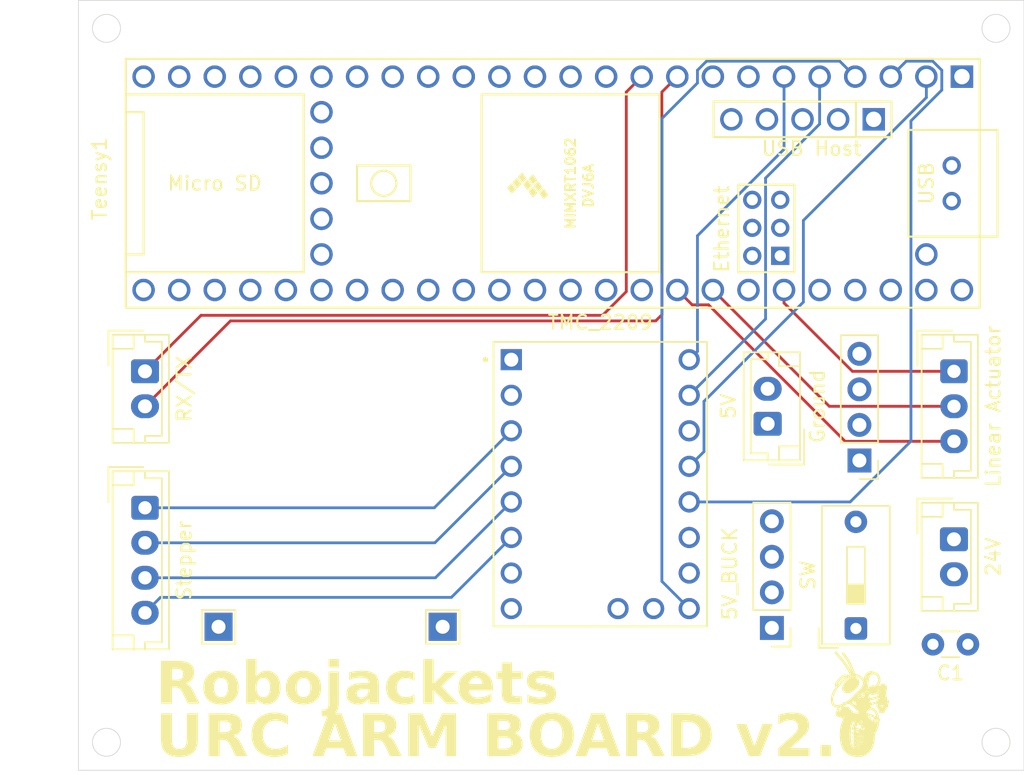
<source format=kicad_pcb>
(kicad_pcb (version 20241229) (generator "pcbnew") (generator_version "9.0")
  (layers (0 "F.Cu" signal) (4 "In1.Cu" power "GND") (6 "In2.Cu" power "PWR") (2 "B.Cu" signal) (13 "F.Paste" user) (15 "B.Paste" user) (5 "F.SilkS" user "F.Silkscreen") (7 "B.SilkS" user "B.Silkscreen") (1 "F.Mask" user) (3 "B.Mask" user) (25 "Edge.Cuts" user))
  (net 0 "")
  (net 1 "GND")
  (net 3 "/24V")
  (net 4 "/Vin")
  (net 5 "/Switch")
  (net 6 "Net-(Linear1-Pin_2)")
  (net 7 "Net-(Linear1-Pin_3)")
  (net 8 "Net-(Linear1-Pin_1)")
  (net 9 "Net-(RX1-Pin_1)")
  (net 10 "Net-(RX1-Pin_2)")
  (net 11 "/A2")
  (net 12 "/A1")
  (net 13 "/B1")
  (net 14 "/B2")
  (net 15 "Net-(TMC_2209-RX)")
  (net 41 "Net-(TMC_2209-DIR)")
  (net 44 "Net-(TMC_2209-STEP)")
  (net 50 "Net-(TMC_2209-~{EN})")
  (net 71 "/VIO")
  (net 74 "Net-(TMC_2209-TX)")
  (footprint "TestPoint:TestPoint_THTPad_2.0x2.0mm_Drill1.0mm" (layer "F.Cu") (at 137.5 115.25)
    (property "Reference" "REF**" (hide yes))
    (property "Value" "TestPoint_THTPad_2.0x2.0mm_Drill1.0mm")
  )
  (footprint "Connector_JST:JST_EH_B2B-EH-A_1x02_P2.50mm_Vertical" (layer "F.Cu") (at 160.7 100.75 90)
    (property "Reference" "5V")
    (property "Value" "GROUND")
  )
  (footprint "Button_Switch_THT:SW_DIP_SPSTx01_Slide_9.78x4.72mm_W7.62mm_P2.54mm" (layer "F.Cu") (at 167 115.37 90)
    (property "Reference" "SW")
    (property "Value" "SW_DIP_x01")
  )
  (footprint "Connector_JST:JST_EH_B2B-EH-A_1x02_P2.50mm_Vertical" (layer "F.Cu") (at 116.25 97 -90)
    (property "Reference" "RX/TX")
    (property "Value" "TX")
  )
  (footprint "Bigtreetech_TMC2209:MODULE_TMC2209_SILENTSTEPSTICK" (layer "F.Cu") (at 148.75 105.06)
    (property "Reference" "TMC_2209")
    (property "Value" "TMC2209_SILENTSTEPSTICK")
  )
  (footprint "TestPoint:TestPoint_THTPad_2.0x2.0mm_Drill1.0mm" (layer "F.Cu") (at 121.5 115.25)
    (property "Reference" "REF**" (hide yes))
    (property "Value" "TestPoint_THTPad_2.0x2.0mm_Drill1.0mm")
  )
  (footprint "Connector_PinHeader_2.54mm:PinHeader_1x04_P2.54mm_Vertical" (layer "F.Cu") (at 167.25 103.37 180)
    (property "Reference" "Ground")
    (property "Value" "Output")
  )
  (footprint "Capacitor_THT:C_Disc_D3.0mm_W1.6mm_P2.50mm" (layer "F.Cu") (at 175 116.5 180)
    (property "Reference" "C1")
    (property "Value" "33 nF")
  )
  (footprint "Connector_JST:JST_EH_B2B-EH-A_1x02_P2.50mm_Vertical" (layer "F.Cu") (at 174 109 -90)
    (property "Reference" "24V")
    (property "Value" "24V")
  )
  (footprint "Connector_JST:JST_EH_B4B-EH-A_1x04_P2.50mm_Vertical" (layer "F.Cu") (at 116.25 106.75 -90)
    (property "Reference" "Stepper")
    (property "Value" "Output")
  )
  (footprint "Teensy:Teensy41" (layer "F.Cu") (at 145.36 83.5684 180)
    (property "Reference" "Teensy1")
    (property "Value" "Teensy4.1")
  )
  (footprint "Connector_JST:JST_EH_B3B-EH-A_1x03_P2.50mm_Vertical" (layer "F.Cu") (at 174 97 -90)
    (property "Reference" "Linear Actuator")
    (property "Value" "Actuator")
  )
  (footprint "Connector_PinHeader_2.54mm:PinHeader_1x04_P2.54mm_Vertical" (layer "F.Cu") (at 161 115.33 180)
    (property "Reference" "5V_BUCK")
    (property "Value" "PololuD24V5F5")
  )
  (gr_line (start 167.600267 120.307887) (end 167.600187 120.30892) (stroke (width 0.153) (color 255 255 255 1)) (layer "F.SilkS"))
  (gr_line (start 167.500837 120.516775) (end 167.498127 120.516574) (stroke (width 0.153) (color 255 255 255 1)) (layer "F.SilkS"))
  (gr_line (start 167.380004 121.051716) (end 167.378038 121.056311) (stroke (width 0.153) (color 255 255 255 1)) (layer "F.SilkS"))
  (gr_line (start 167.138622 120.397223) (end 167.153459 120.395716) (stroke (width 0.153) (color 255 255 255 1)) (layer "F.SilkS"))
  (gr_line (start 168.763287 119.487024) (end 168.769718 119.479076) (stroke (width 0.153) (color 255 255 255 1)) (layer "F.SilkS"))
  (gr_line (start 167.477402 121.066844) (end 167.476043 121.064955) (stroke (width 0.153) (color 255 255 255 1)) (layer "F.SilkS"))
  (gr_line (start 167.679587 120.496376) (end 167.678597 120.497145) (stroke (width 0.153) (color 255 255 255 1)) (layer "F.SilkS"))
  (gr_line (start 167.648484 120.51396) (end 167.646785 120.516844) (stroke (width 0.153) (color 255 255 255 1)) (layer "F.SilkS"))
  (gr_line (start 167.261587 120.507163) (end 167.259861 120.513403) (stroke (width 0.153) (color 255 255 255 1)) (layer "F.SilkS"))
  (gr_line (start 169.042538 120.199583) (end 169.104886 120.236773) (stroke (width 0.153) (color 255 255 255 1)) (layer "F.SilkS"))
  (gr_line (start 167.79178 118.638424) (end 167.779705 118.65228) (stroke (width 0.153) (color 255 255 255 1)) (layer "F.SilkS"))
  (gr_line (start 166.384549 118.840034) (end 166.269052 118.921237) (stroke (width 0.153) (color 255 255 255 1)) (layer "F.SilkS"))
  (gr_line (start 168.883691 119.409768) (end 168.894418 119.407592) (stroke (width 0.153) (color 255 255 255 1)) (layer "F.SilkS"))
  (gr_line (start 167.159941 120.493432) (end 167.158843 120.496912) (stroke (width 0.153) (color 255 255 255 1)) (layer "F.SilkS"))
  (gr_line (start 166.07935 121.236922) (end 166.085037 121.237861) (stroke (width 0.153) (color 255 255 255 1)) (layer "F.SilkS"))
  (gr_line (start 168.740118 119.809772) (end 168.739284 119.806022) (stroke (width 0.153) (color 255 255 255 1)) (layer "F.SilkS"))
  (gr_line (start 167.084325 121.138524) (end 167.077078 121.127572) (stroke (width 0.153) (color 255 255 255 1)) (layer "F.SilkS"))
  (gr_line (start 167.614006 120.754141) (end 167.616595 120.759491) (stroke (width 0.153) (color 255 255 255 1)) (layer "F.SilkS"))
  (gr_line (start 167.553626 119.773303) (end 167.542776 119.793869) (stroke (width 0.153) (color 255 255 255 1)) (layer "F.SilkS"))
  (gr_line (start 167.419568 120.608473) (end 167.418414 120.609377) (stroke (width 0.153) (color 255 255 255 1)) (layer "F.SilkS"))
  (gr_line (start 165.845126 121.475745) (end 165.848065 121.473967) (stroke (width 0.153) (color 255 255 255 1)) (layer "F.SilkS"))
  (gr_line (start 168.508322 121.504157) (end 168.518874 121.534631) (stroke (width 0.153) (color 255 255 255 1)) (layer "F.SilkS"))
  (gr_line (start 166.975296 120.537775) (end 166.977328 120.530554) (stroke (width 0.153) (color 255 255 255 1)) (layer "F.SilkS"))
  (gr_line (start 166.345406 121.096829) (end 166.343097 121.096829) (stroke (width 0.153) (color 255 255 255 1)) (layer "F.SilkS"))
  (gr_line (start 167.628266 120.573883) (end 167.626489 120.575076) (stroke (width 0.153) (color 255 255 255 1)) (layer "F.SilkS"))
  (gr_line (start 166.109871 121.238614) (end 166.636363 121.317656) (stroke (width 0.153)) (layer "F.SilkS"))
  (gr_line (start 166.023527 121.651143) (end 166.021083 121.652429) (stroke (width 0.153) (color 255 255 255 1)) (layer "F.SilkS"))
  (gr_line (start 167.161696 120.486171) (end 167.160893 120.489851) (stroke (width 0.153) (color 255 255 255 1)) (layer "F.SilkS"))
  (gr_line (start 167.857329 120.458799) (end 167.941471 120.605868) (stroke (width 0.153) (color 255 255 255 1)) (layer "F.SilkS"))
  (gr_line (start 165.894539 121.304573) (end 165.898163 121.305589) (stroke (width 0.153) (color 255 255 255 1)) (layer "F.SilkS"))
  (gr_line (start 166.172708 118.743766) (end 166.155387 118.748895) (stroke (width 0.153) (color 255 255 255 1)) (layer "F.SilkS"))
  (gr_line (start 169.038053 120.08023) (end 169.039817 120.08579) (stroke (width 0.153) (color 255 255 255 1)) (layer "F.SilkS"))
  (gr_line (start 168.736465 119.786726) (end 168.736388 119.784908) (stroke (width 0.153) (color 255 255 255 1)) (layer "F.SilkS"))
  (gr_line (start 167.144809 120.520988) (end 167.142405 120.523507) (stroke (width 0.153) (color 255 255 255 1)) (layer "F.SilkS"))
  (gr_line (start 167.53149 120.71755) (end 167.535955 120.72003) (stroke (width 0.153) (color 255 255 255 1)) (layer "F.SilkS"))
  (gr_line (start 167.499784 119.858214) (end 167.48211 119.880582) (stroke (width 0.153) (color 255 255 255 1)) (layer "F.SilkS"))
  (gr_line (start 165.93835 121.604334) (end 165.937244 121.601098) (stroke (width 0.153) (color 255 255 255 1)) (layer "F.SilkS"))
  (gr_line (start 167.402696 120.391503) (end 167.402989 120.39016) (stroke (width 0.153) (color 255 255 255 1)) (layer "F.SilkS"))
  (gr_line (start 165.967964 121.24857) (end 165.967729 121.24441) (stroke (width 0.153) (color 255 255 255 1)) (layer "F.SilkS"))
  (gr_line (start 167.814994 121.207721) (end 167.788443 121.226358) (stroke (width 0.153) (color 255 255 255 1)) (layer "F.SilkS"))
  (gr_line (start 169.021755 120.048491) (end 169.022368 120.049989) (stroke (width 0.153)) (layer "F.SilkS"))
  (gr_line (start 167.403911 120.618488) (end 167.402434 120.618103) (stroke (width 0.153) (color 255 255 255 1)) (layer "F.SilkS"))
  (gr_line (start 167.532982 120.61503) (end 167.532121 120.614124) (stroke (width 0.153) (color 255 255 255 1)) (layer "F.SilkS"))
  (gr_line (start 167.567154 120.303064) (end 167.568378 120.302374) (stroke (width 0.153) (color 255 255 255 1)) (layer "F.SilkS"))
  (gr_line (start 165.676332 121.520337) (end 165.684768 121.527195) (stroke (width 0.153) (color 255 255 255 1)) (layer "F.SilkS"))
  (gr_line (start 167.448772 120.610983) (end 167.448094 120.610547) (stroke (width 0.153) (color 255 255 255 1)) (layer "F.SilkS"))
  (gr_line (start 166.377422 121.278514) (end 166.430846 121.357168) (stroke (width 0.153)) (layer "F.SilkS"))
  (gr_line (start 165.97245 121.660043) (end 165.966699 121.657022) (stroke (width 0.153) (color 255 255 255 1)) (layer "F.SilkS"))
  (gr_line (start 165.883893 121.617501) (end 165.877588 121.618895) (stroke (width 0.153) (color 255 255 255 1)) (layer "F.SilkS"))
  (gr_line (start 167.554287 120.725174) (end 167.557286 120.725101) (stroke (width 0.153) (color 255 255 255 1)) (layer "F.SilkS"))
  (gr_line (start 165.350779 120.760274) (end 165.358399 120.774693) (stroke (width 0.153) (color 255 255 255 1)) (layer "F.SilkS"))
  (gr_line (start 167.599667 120.327339) (end 167.60098 120.328569) (stroke (width 0.153) (color 255 255 255 1)) (layer "F.SilkS"))
  (gr_line (start 167.547678 120.724368) (end 167.551091 120.724946) (stroke (width 0.153) (color 255 255 255 1)) (layer "F.SilkS"))
  (gr_line (start 167.357648 120.525995) (end 167.358523 120.5252) (stroke (width 0.153) (color 255 255 255 1)) (layer "F.SilkS"))
  (gr_line (start 168.727759 119.679437) (end 168.724556 119.667367) (stroke (width 0.153) (color 255 255 255 1)) (layer "F.SilkS"))
  (gr_line (start 167.575254 120.449788) (end 167.575088 120.452407) (stroke (width 0.153) (color 255 255 255 1)) (layer "F.SilkS"))
  (gr_line (start 167.616497 120.788819) (end 167.614748 120.789942) (stroke (width 0.153) (color 255 255 255 1)) (layer "F.SilkS"))
  (gr_line (start 168.9472 120.415997) (end 168.696161 120.406463) (stroke (width 0.153) (color 255 255 255 1)) (layer "F.SilkS"))
  (gr_line (start 167.483519 120.512738) (end 167.481387 120.511688) (stroke (width 0.153) (color 255 255 255 1)) (layer "F.SilkS"))
  (gr_line (start 167.966456 122.410156) (end 168.001054 122.394679) (stroke (width 0.153) (color 255 255 255 1)) (layer "F.SilkS"))
  (gr_line (start 167.530159 119.814869) (end 167.515814 119.836314) (stroke (width 0.153) (color 255 255 255 1)) (layer "F.SilkS"))
  (gr_line (start 167.366068 122.640278) (end 166.906539 122.526381) (stroke (width 0.153) (color 255 255 255 1)) (layer "F.SilkS"))
  (gr_line (start 167.540129 120.721959) (end 167.54403 120.723389) (stroke (width 0.153) (color 255 255 255 1)) (layer "F.SilkS"))
  (gr_line (start 165.952629 121.278804) (end 165.956182 121.274869) (stroke (width 0.153) (color 255 255 255 1)) (layer "F.SilkS"))
  (gr_line (start 167.509265 120.516574) (end 167.506437 120.516775) (stroke (width 0.153) (color 255 255 255 1)) (layer "F.SilkS"))
  (gr_line (start 168.508723 119.476336) (end 168.497027 119.470484) (stroke (width 0.153) (color 255 255 255 1)) (layer "F.SilkS"))
  (gr_line (start 167.430097 120.611) (end 167.431763 120.610994) (stroke (width 0.153) (color 255 255 255 1)) (layer "F.SilkS"))
  (gr_line (start 167.178168 120.930453) (end 167.175579 120.925103) (stroke (width 0.153) (color 255 255 255 1)) (layer "F.SilkS"))
  (gr_line (start 167.572163 120.721133) (end 167.576382 120.719661) (stroke (width 0.153) (color 255 255 255 1)) (layer "F.SilkS"))
  (gr_line (start 168.988748 119.412297) (end 168.998572 119.415347) (stroke (width 0.153) (color 255 255 255 1)) (layer "F.SilkS"))
  (gr_line (start 165.770707 121.554164) (end 165.781755 121.554632) (stroke (width 0.153) (color 255 255 255 1)) (layer "F.SilkS"))
  (gr_line (start 166.069734 121.529055) (end 166.067546 121.529141) (stroke (width 0.153) (color 255 255 255 1)) (layer "F.SilkS"))
  (gr_line (start 166.613272 120.462829) (end 166.737126 120.355778) (stroke (width 0.153) (color 255 255 255 1)) (layer "F.SilkS"))
  (gr_line (start 167.503617 120.516842) (end 167.500837 120.516775) (stroke (width 0.153) (color 255 255 255 1)) (layer "F.SilkS"))
  (gr_line (start 167.613757 120.963683) (end 167.611689 120.963615) (stroke (width 0.153) (color 255 255 255 1)) (layer "F.SilkS"))
  (gr_line (start 167.682663 120.49289) (end 167.681618 120.494267) (stroke (width 0.153) (color 255 255 255 1)) (layer "F.SilkS"))
  (gr_line (start 169.036515 120.053992) (end 169.041492 120.056591) (stroke (width 0.153) (color 255 255 255 1)) (layer "F.SilkS"))
  (gr_line (start 167.379786 120.555411) (end 167.378437 120.555467) (stroke (width 0.153) (color 255 255 255 1)) (layer "F.SilkS"))
  (gr_line (start 167.553731 120.495664) (end 167.551534 120.497674) (stroke (width 0.153) (color 255 255 255 1)) (layer "F.SilkS"))
  (gr_line (start 166.098323 120.808596) (end 165.807365 120.91087) (stroke (width 0.153)) (layer "F.SilkS"))
  (gr_line (start 168.782399 119.770235) (end 168.774342 119.76188) (stroke (width 0.153) (color 255 255 255 1)) (layer "F.SilkS"))
  (gr_line (start 167.331429 121.066609) (end 167.325142 121.064046) (stroke (width 0.153) (color 255 255 255 1)) (layer "F.SilkS"))
  (gr_line (start 167.528985 121.061607) (end 167.524124 121.064053) (stroke (width 0.153) (color 255 255 255 1)) (layer "F.SilkS"))
  (gr_line (start 165.867995 121.44929) (end 165.869242 121.444655) (stroke (width 0.153) (color 255 255 255 1)) (layer "F.SilkS"))
  (gr_line (start 169.221429 120.611032) (end 169.220785 120.606109) (stroke (width 0.153) (color 255 255 255 1)) (layer "F.SilkS"))
  (gr_line (start 168.120241 118.510018) (end 168.108634 118.508704) (stroke (width 0.153) (color 255 255 255 1)) (layer "F.SilkS"))
  (gr_line (start 166.067546 121.529141) (end 166.063685 121.529178) (stroke (width 0.153) (color 255 255 255 1)) (layer "F.SilkS"))
  (gr_line (start 167.671826 118.87427) (end 167.669516 118.892866) (stroke (width 0.153) (color 255 255 255 1)) (layer "F.SilkS"))
  (gr_line (start 167.421677 120.613349) (end 167.422582 120.612793) (stroke (width 0.153) (color 255 255 255 1)) (layer "F.SilkS"))
  (gr_line (start 165.994182 121.499177) (end 165.9914 121.495879) (stroke (width 0.153) (color 255 255 255 1)) (layer "F.SilkS"))
  (gr_line (start 167.403507 120.643009) (end 167.404746 120.6421) (stroke (width 0.153) (color 255 255 255 1)) (layer "F.SilkS"))
  (gr_line (start 167.647842 120.323351) (end 167.649095 120.323912) (stroke (width 0.153) (color 255 255 255 1)) (layer "F.SilkS"))
  (gr_line (start 167.613322 121.310095) (end 167.582502 121.318873) (stroke (width 0.153) (color 255 255 255 1)) (layer "F.SilkS"))
  (gr_line (start 169.177765 120.554924) (end 169.172899 120.552983) (stroke (width 0.153) (color 255 255 255 1)) (layer "F.SilkS"))
  (gr_line (start 168.051897 119.941568) (end 167.943363 119.739337) (stroke (width 0.153)) (layer "F.SilkS"))
  (gr_line (start 169.23233 120.529409) (end 169.237014 120.532892) (stroke (width 0.153) (color 255 255 255 1)) (layer "F.SilkS"))
  (gr_line (start 168.491581 122.262857) (end 168.497859 122.270289) (stroke (width 0.153) (color 255 255 255 1)) (layer "F.SilkS"))
  (gr_line (start 167.419639 119.950589) (end 167.370532 119.999788) (stroke (width 0.153) (color 255 255 255 1)) (layer "F.SilkS"))
  (gr_line (start 167.669516 118.892866) (end 167.667131 118.905942) (stroke (width 0.153) (color 255 255 255 1)) (layer "F.SilkS"))
  (gr_line (start 167.582502 121.318873) (end 167.551503 121.326031) (stroke (width 0.153) (color 255 255 255 1)) (layer "F.SilkS"))
  (gr_line (start 167.156066 120.786114) (end 167.155029 120.783964) (stroke (width 0.153) (color 255 255 255 1)) (layer "F.SilkS"))
  (gr_line (start 169.167811 120.55122) (end 169.15699 120.548227) (stroke (width 0.153) (color 255 255 255 1)) (layer "F.SilkS"))
  (gr_line (start 167.47458 120.348192) (end 167.475377 120.346943) (stroke (width 0.153) (color 255 255 255 1)) (layer "F.SilkS"))
  (gr_line (start 167.571504 120.30129) (end 167.573455 120.300912) (stroke (width 0.153) (color 255 255 255 1)) (layer "F.SilkS"))
  (gr_line (start 168.358642 120.347788) (end 168.382361 120.341971) (stroke (width 0.153) (color 255 255 255 1)) (layer "F.SilkS"))
  (gr_line (start 167.40058 120.429592) (end 167.402411 120.426925) (stroke (width 0.153) (color 255 255 255 1)) (layer "F.SilkS"))
  (gr_line (start 167.386634 121.043072) (end 167.384518 121.045097) (stroke (width 0.153) (color 255 255 255 1)) (layer "F.SilkS"))
  (gr_line (start 167.12463 120.638695) (end 167.116675 120.641233) (stroke (width 0.153) (color 255 255 255 1)) (layer "F.SilkS"))
  (gr_line (start 166.955032 123.100525) (end 166.952723 122.935489) (stroke (width 0.153) (color 255 255 255 1)) (layer "F.SilkS"))
  (gr_line (start 167.573468 120.613272) (end 167.57253 120.614443) (stroke (width 0.153) (color 255 255 255 1)) (layer "F.SilkS"))
  (gr_line (start 167.172751 120.898397) (end 167.174107 120.897008) (stroke (width 0.153) (color 255 255 255 1)) (layer "F.SilkS"))
  (gr_line (start 167.625168 120.956202) (end 167.623359 120.95864) (stroke (width 0.153) (color 255 255 255 1)) (layer "F.SilkS"))
  (gr_line (start 167.068182 121.754658) (end 167.165168 121.473394) (stroke (width 0.153) (color 255 255 255 1)) (layer "F.SilkS"))
  (gr_line (start 167.450645 120.614659) (end 167.453807 120.615638) (stroke (width 0.153) (color 255 255 255 1)) (layer "F.SilkS"))
  (gr_line (start 167.250969 120.433884) (end 167.253866 120.438423) (stroke (width 0.153) (color 255 255 255 1)) (layer "F.SilkS"))
  (gr_line (start 167.451484 120.613162) (end 167.451009 120.612726) (stroke (width 0.153) (color 255 255 255 1)) (layer "F.SilkS"))
  (gr_line (start 168.46986 119.644033) (end 168.402892 119.616142) (stroke (width 0.153)) (layer "F.SilkS"))
  (gr_line (start 167.035028 121.005642) (end 167.033809 120.99248) (stroke (width 0.153) (color 255 255 255 1)) (layer "F.SilkS"))
  (gr_line (start 168.757243 119.495268) (end 168.763287 119.487024) (stroke (width 0.153) (color 255 255 255 1)) (layer "F.SilkS"))
  (gr_line (start 168.604954 119.546007) (end 168.595146 119.536876) (stroke (width 0.153) (color 255 255 255 1)) (layer "F.SilkS"))
  (gr_line (start 167.604349 120.737138) (end 167.607489 120.742249) (stroke (width 0.153) (color 255 255 255 1)) (layer "F.SilkS"))
  (gr_line (start 165.851355 121.472136) (end 165.854852 121.469882) (stroke (width 0.153) (color 255 255 255 1)) (layer "F.SilkS"))
  (gr_line (start 167.840396 119.043957) (end 167.840396 119.05093) (stroke (width 0.153) (color 255 255 255 1)) (layer "F.SilkS"))
  (gr_line (start 165.779446 120.916009) (end 165.842445 120.903542) (stroke (width 0.153) (color 255 255 255 1)) (layer "F.SilkS"))
  (gr_line (start 167.224501 120.961796) (end 167.220011 120.96346) (stroke (width 0.153) (color 255 255 255 1)) (layer "F.SilkS"))
  (gr_line (start 165.94814 121.64647) (end 165.945089 121.644271) (stroke (width 0.153) (color 255 255 255 1)) (layer "F.SilkS"))
  (gr_line (start 167.543945 120.628005) (end 167.542322 120.628141) (stroke (width 0.153) (color 255 255 255 1)) (layer "F.SilkS"))
  (gr_line (start 167.508784 120.312566) (end 167.510156 120.312628) (stroke (width 0.153) (color 255 255 255 1)) (layer "F.SilkS"))
  (gr_line (start 167.1984 120.825644) (end 167.196726 120.820967) (stroke (width 0.153) (color 255 255 255 1)) (layer "F.SilkS"))
  (gr_poly (pts (xy 166.169281 117.242027) (xy 166.243116 117.337454) (xy 166.311161 117.431935) (xy 166.373982 117.525895) (xy 166.432149 117.61976) (xy 166.48623 117.713955) (xy 166.536794 117.808906) (xy 166.584407 117.905038) (xy 166.629639 118.002777) (xy 166.673058 118.10255) (xy 166.75673 118.309895) (xy 166.927322 118.767707) (xy 166.927322 118.767708) (xy 166.927322 118.767709) (xy 166.927321 118.76771) (xy 166.927321 118.767711) (xy 166.927321 118.767712) (xy 166.925588 118.770291) (xy 166.923844 118.772771) (xy 166.92208 118.775109) (xy 166.920285 118.777259) (xy 166.919374 118.778251) (xy 166.91845 118.779179) (xy 166.917514 118.780038) (xy 166.916565 118.780822) (xy 166.915599 118.781527) (xy 166.914618 118.782146) (xy 166.913618 118.782674) (xy 166.9126 118.783106) (xy 166.911561 118.783435) (xy 166.910501 118.783657) (xy 166.909418 118.783766) (xy 166.908311 118.783755) (xy 166.907178 118.783621) (xy 166.906019 118.783357) (xy 166.904832 118.782957) (xy 166.903616 118.782417) (xy 166.902369 118.78173) (xy 166.901091 118.780891) (xy 166.899779 118.779895) (xy 166.898433 118.778735) (xy 166.897052 118.777407) (xy 166.895634 118.775905) (xy 166.894178 118.774224) (xy 166.892683 118.772357) (xy 166.725628 118.320683) (xy 166.646781 118.120396) (xy 166.606279 118.024591) (xy 166.564201 117.930897) (xy 166.519904 117.838729) (xy 166.472745 117.7475) (xy 166.422081 117.656625) (xy 166.367271 117.565519) (xy 166.30767 117.473596) (xy 166.242638 117.38027) (xy 166.17153 117.284955) (xy 166.093704 117.187066) (xy 166.089087 117.145227)) (stroke (width 0.153) (color 255 255 255 1)) (fill yes) (layer "F.SilkS"))
  (gr_line (start 167.586027 120.58173) (end 167.583416 120.583753) (stroke (width 0.153) (color 255 255 255 1)) (layer "F.SilkS"))
  (gr_line (start 167.461998 120.476972) (end 167.462164 120.474353) (stroke (width 0.153) (color 255 255 255 1)) (layer "F.SilkS"))
  (gr_line (start 167.494379 120.316938) (end 167.497645 120.31556) (stroke (width 0.153) (color 255 255 255 1)) (layer "F.SilkS"))
  (gr_line (start 168.514598 119.424713) (end 168.533889 119.404841) (stroke (width 0.153) (color 255 255 255 1)) (layer "F.SilkS"))
  (gr_line (start 168.483538 121.445277) (end 168.496533 121.47436) (stroke (width 0.153) (color 255 255 255 1)) (layer "F.SilkS"))
  (gr_line (start 169.216295 120.52062) (end 169.221969 120.523257) (stroke (width 0.153) (color 255 255 255 1)) (layer "F.SilkS"))
  (gr_line (start 167.587669 120.300931) (end 167.590456 120.301287) (stroke (width 0.153) (color 255 255 255 1)) (layer "F.SilkS"))
  (gr_line (start 167.154304 120.767106) (end 167.155207 120.762196) (stroke (width 0.153) (color 255 255 255 1)) (layer "F.SilkS"))
  (gr_line (start 167.241082 120.959646) (end 167.237886 120.959418) (stroke (width 0.153) (color 255 255 255 1)) (layer "F.SilkS"))
  (gr_line (start 165.939097 121.607334) (end 165.93835 121.604334) (stroke (width 0.153) (color 255 255 255 1)) (layer "F.SilkS"))
  (gr_line (start 167.279457 120.615623) (end 167.284633 120.613752) (stroke (width 0.153) (color 255 255 255 1)) (layer "F.SilkS"))
  (gr_line (start 167.851942 118.920759) (end 167.849633 118.939357) (stroke (width 0.153) (color 255 255 255 1)) (layer "F.SilkS"))
  (gr_line (start 167.553112 122.252092) (end 167.250608 122.173059) (stroke (width 0.153) (color 255 255 255 1)) (layer "F.SilkS"))
  (gr_line (start 167.384413 120.601193) (end 167.384331 120.599978) (stroke (width 0.153) (color 255 255 255 1)) (layer "F.SilkS"))
  (gr_line (start 167.536416 120.409984) (end 167.539125 120.410185) (stroke (width 0.153) (color 255 255 255 1)) (layer "F.SilkS"))
  (gr_line (start 167.403959 121.035536) (end 167.399433 121.036607) (stroke (width 0.153) (color 255 255 255 1)) (layer "F.SilkS"))
  (gr_line (start 165.849661 121.622022) (end 165.842003 121.622157) (stroke (width 0.153) (color 255 255 255 1)) (layer "F.SilkS"))
  (gr_line (start 167.167694 120.395458) (end 167.174562 120.395785) (stroke (width 0.153) (color 255 255 255 1)) (layer "F.SilkS"))
  (gr_line (start 168.051897 119.941568) (end 167.657026 120.067089) (stroke (width 0.153) (color 255 255 255 1)) (layer "F.SilkS"))
  (gr_line (start 166.109813 121.677909) (end 166.13758 121.861583) (stroke (width 0.153) (color 255 255 255 1)) (layer "F.SilkS"))
  (gr_line (start 165.854852 121.469882) (end 165.856633 121.468482) (stroke (width 0.153) (color 255 255 255 1)) (layer "F.SilkS"))
  (gr_line (start 167.667856 120.498828) (end 167.666818 120.498852) (stroke (width 0.153) (color 255 255 255 1)) (layer "F.SilkS"))
  (gr_line (start 168.911875 119.830925) (end 168.90293 119.829906) (stroke (width 0.153) (color 255 255 255 1)) (layer "F.SilkS"))
  (gr_line (start 169.075101 120.160436) (end 169.073274 120.165646) (stroke (width 0.153) (color 255 255 255 1)) (layer "F.SilkS"))
  (gr_line (start 167.441267 120.607498) (end 167.438356 120.606548) (stroke (width 0.153) (color 255 255 255 1)) (layer "F.SilkS"))
  (gr_line (start 167.361738 120.51047) (end 167.367799 120.507395) (stroke (width 0.153) (color 255 255 255 1)) (layer "F.SilkS"))
  (gr_line (start 167.324574 120.632875) (end 167.326408 120.635145) (stroke (width 0.153) (color 255 255 255 1)) (layer "F.SilkS"))
  (gr_line (start 167.374348 120.441186) (end 167.375431 120.440797) (stroke (width 0.153) (color 255 255 255 1)) (layer "F.SilkS"))
  (gr_line (start 167.560376 120.316058) (end 167.561407 120.313569) (stroke (width 0.153) (color 255 255 255 1)) (layer "F.SilkS"))
  (gr_line (start 167.08413 120.019655) (end 167.28668 119.804415) (stroke (width 0.153) (color 255 255 255 1)) (layer "F.SilkS"))
  (gr_line (start 167.128451 121.059345) (end 167.1237 121.050716) (stroke (width 0.153) (color 255 255 255 1)) (layer "F.SilkS"))
  (gr_line (start 168.69847 120.659829) (end 168.647668 120.657502) (stroke (width 0.153)) (layer "F.SilkS"))
  (gr_line (start 167.683732 120.491273) (end 167.682663 120.49289) (stroke (width 0.153) (color 255 255 255 1)) (layer "F.SilkS"))
  (gr_line (start 167.477559 120.326827) (end 167.47825 120.3259) (stroke (width 0.153) (color 255 255 255 1)) (layer "F.SilkS"))
  (gr_line (start 167.629649 120.333176) (end 167.630784 120.332515) (stroke (width 0.153) (color 255 255 255 1)) (layer "F.SilkS"))
  (gr_line (start 167.26524 121.260177) (end 167.245796 121.254397) (stroke (width 0.153) (color 255 255 255 1)) (layer "F.SilkS"))
  (gr_line (start 169.068805 120.174885) (end 169.066197 120.178962) (stroke (width 0.153) (color 255 255 255 1)) (layer "F.SilkS"))
  (gr_line (start 166.302951 118.73995) (end 166.282842 118.737162) (stroke (width 0.153) (color 255 255 255 1)) (layer "F.SilkS"))
  (gr_line (start 169.001931 120.441026) (end 168.887067 120.666082) (stroke (width 0.153) (color 255 255 255 1)) (layer "F.SilkS"))
  (gr_line (start 167.256814 120.67388) (end 167.256707 120.670737) (stroke (width 0.153) (color 255 255 255 1)) (layer "F.SilkS"))
  (gr_line (start 167.373861 120.504484) (end 167.379923 120.501764) (stroke (width 0.153) (color 255 255 255 1)) (layer "F.SilkS"))
  (gr_line (start 169.044575 119.437367) (end 169.053045 119.44305) (stroke (width 0.153) (color 255 255 255 1)) (layer "F.SilkS"))
  (gr_line (start 167.385253 120.59664) (end 167.385874 120.595597) (stroke (width 0.153) (color 255 255 255 1)) (layer "F.SilkS"))
  (gr_line (start 166.906539 122.526381) (end 167.031235 122.149817) (stroke (width 0.153) (color 255 255 255 1)) (layer "F.SilkS"))
  (gr_line (start 166.957521 122.151776) (end 166.944826 122.152928) (stroke (width 0.153) (color 255 255 255 1)) (layer "F.SilkS"))
  (gr_line (start 167.476043 121.064955) (end 167.473445 121.060796) (stroke (width 0.153) (color 255 255 255 1)) (layer "F.SilkS"))
  (gr_line (start 167.526548 120.611588) (end 167.524493 120.611312) (stroke (width 0.153) (color 255 255 255 1)) (layer "F.SilkS"))
  (gr_line (start 166.075735 121.528424) (end 166.074488 121.528612) (stroke (width 0.153) (color 255 255 255 1)) (layer "F.SilkS"))
  (gr_line (start 167.852532 118.920817) (end 167.852348 118.920785) (stroke (width 0.153) (color 255 255 255 1)) (layer "F.SilkS"))
  (gr_line (start 168.543071 120.579808) (end 168.543583 120.574298) (stroke (width 0.153) (color 255 255 255 1)) (layer "F.SilkS"))
  (gr_line (start 167.058691 121.093189) (end 167.053672 121.08126) (stroke (width 0.153) (color 255 255 255 1)) (layer "F.SilkS"))
  (gr_line (start 165.857258 121.344873) (end 165.862787 121.33392) (stroke (width 0.153) (color 255 255 255 1)) (layer "F.SilkS"))
  (gr_line (start 167.574201 120.601966) (end 167.574623 120.604302) (stroke (width 0.153) (color 255 255 255 1)) (layer "F.SilkS"))
  (gr_line (start 167.637914 120.904053) (end 167.638393 120.906874) (stroke (width 0.153) (color 255 255 255 1)) (layer "F.SilkS"))
  (gr_line (start 167.663549 120.499355) (end 167.6624 120.499729) (stroke (width 0.153) (color 255 255 255 1)) (layer "F.SilkS"))
  (gr_line (start 167.643854 121.299748) (end 167.613322 121.310095) (stroke (width 0.153) (color 255 255 255 1)) (layer "F.SilkS"))
  (gr_line (start 167.656065 120.503993) (end 167.654661 120.505455) (stroke (width 0.153) (color 255 255 255 1)) (layer "F.SilkS"))
  (gr_line (start 167.659335 121.838336) (end 167.682427 121.875528) (stroke (width 0.153)) (layer "F.SilkS"))
  (gr_line (start 167.807122 121.917369) (end 167.666263 122.289283) (stroke (width 0.153) (color 255 255 255 1)) (layer "F.SilkS"))
  (gr_line (start 167.178695 120.799737) (end 167.173722 120.797273) (stroke (width 0.153) (color 255 255 255 1)) (layer "F.SilkS"))
  (gr_line (start 165.596626 119.410114) (end 165.598395 119.431235) (stroke (width 0.153) (color 255 255 255 1)) (layer "F.SilkS"))
  (gr_line (start 169.11486 119.510933) (end 169.119846 119.520137) (stroke (width 0.153) (color 255 255 255 1)) (layer "F.SilkS"))
  (gr_line (start 167.39318 120.587107) (end 167.394044 120.585881) (stroke (width 0.153) (color 255 255 255 1)) (layer "F.SilkS"))
  (gr_line (start 167.49244 120.621033) (end 167.491988 120.621715) (stroke (width 0.153) (color 255 255 255 1)) (layer "F.SilkS"))
  (gr_line (start 169.037483 119.803034) (end 169.028339 119.808053) (stroke (width 0.153) (color 255 255 255 1)) (layer "F.SilkS"))
  (gr_line (start 167.574623 120.604302) (end 167.57499 120.606557) (stroke (width 0.153) (color 255 255 255 1)) (layer "F.SilkS"))
  (gr_line (start 168.741546 119.521628) (end 168.746362 119.512586) (stroke (width 0.153) (color 255 255 255 1)) (layer "F.SilkS"))
  (gr_line (start 167.368771 120.520107) (end 167.369972 120.519356) (stroke (width 0.153) (color 255 255 255 1)) (layer "F.SilkS"))
  (gr_line (start 167.153459 120.395716) (end 167.167694 120.395458) (stroke (width 0.153) (color 255 255 255 1)) (layer "F.SilkS"))
  (gr_line (start 165.906408 121.609676) (end 165.901185 121.611955) (stroke (width 0.153) (color 255 255 255 1)) (layer "F.SilkS"))
  (gr_line (start 167.571302 120.46896) (end 167.570297 120.471681) (stroke (width 0.153) (color 255 255 255 1)) (layer "F.SilkS"))
  (gr_line (start 167.644159 120.557766) (end 167.642345 120.560129) (stroke (width 0.153) (color 255 255 255 1)) (layer "F.SilkS"))
  (gr_line (start 167.226903 121.247667) (end 167.208601 121.239987) (stroke (width 0.153) (color 255 255 255 1)) (layer "F.SilkS"))
  (gr_line (start 167.618913 120.335193) (end 167.620805 120.335271) (stroke (width 0.153) (color 255 255 255 1)) (layer "F.SilkS"))
  (gr_line (start 167.544308 121.048557) (end 167.543156 121.0506) (stroke (width 0.153) (color 255 255 255 1)) (layer "F.SilkS"))
  (gr_line (start 167.623463 120.576603) (end 167.622178 120.576989) (stroke (width 0.153) (color 255 255 255 1)) (layer "F.SilkS"))
  (gr_line (start 167.477169 120.340146) (end 167.477122 120.339109) (stroke (width 0.153) (color 255 255 255 1)) (layer "F.SilkS"))
  (gr_line (start 167.298266 121.039885) (end 167.298314 121.037767) (stroke (width 0.153) (color 255 255 255 1)) (layer "F.SilkS"))
  (gr_line (start 167.597538 120.574076) (end 167.594978 120.575566) (stroke (width 0.153) (color 255 255 255 1)) (layer "F.SilkS"))
  (gr_line (start 167.362755 120.458731) (end 167.364034 120.455457) (stroke (width 0.153) (color 255 255 255 1)) (layer "F.SilkS"))
  (gr_line (start 167.410116 120.40261) (end 167.409475 120.401677) (stroke (width 0.153) (color 255 255 255 1)) (layer "F.SilkS"))
  (gr_line (start 167.683732 120.491273) (end 167.64015 120.562752) (stroke (width 0.153)) (layer "F.SilkS"))
  (gr_line (start 169.198598 120.567347) (end 169.194915 120.564497) (stroke (width 0.153) (color 255 255 255 1)) (layer "F.SilkS"))
  (gr_line (start 167.411046 120.404804) (end 167.410648 120.403646) (stroke (width 0.153) (color 255 255 255 1)) (layer "F.SilkS"))
  (gr_line (start 167.651802 121.107045) (end 167.615531 121.128093) (stroke (width 0.153) (color 255 255 255 1)) (layer "F.SilkS"))
  (gr_line (start 167.373271 120.556826) (end 167.370837 120.557812) (stroke (width 0.153) (color 255 255 255 1)) (layer "F.SilkS"))
  (gr_line (start 167.053672 121.08126) (end 167.049203 121.069118) (stroke (width 0.153) (color 255 255 255 1)) (layer "F.SilkS"))
  (gr_line (start 168.184988 118.560699) (end 168.167811 118.564672) (stroke (width 0.153) (color 255 255 255 1)) (layer "F.SilkS"))
  (gr_line (start 167.534267 120.509263) (end 167.531591 120.510529) (stroke (width 0.153) (color 255 255 255 1)) (layer "F.SilkS"))
  (gr_line (start 168.48487 122.255289) (end 168.491581 122.262857) (stroke (width 0.153) (color 255 255 255 1)) (layer "F.SilkS"))
  (gr_line (start 167.534697 120.61813) (end 167.534244 120.61705) (stroke (width 0.153) (color 255 255 255 1)) (layer "F.SilkS"))
  (gr_line (start 167.473597 120.349479) (end 167.47458 120.348192) (stroke (width 0.153) (color 255 255 255 1)) (layer "F.SilkS"))
  (gr_line (start 167.638393 120.906874) (end 167.638561 120.910113) (stroke (width 0.153) (color 255 255 255 1)) (layer "F.SilkS"))
  (gr_line (start 167.200159 120.400033) (end 167.206042 120.401806) (stroke (width 0.153) (color 255 255 255 1)) (layer "F.SilkS"))
  (gr_line (start 165.537384 119.735921) (end 165.461977 119.869628) (stroke (width 0.153) (color 255 255 255 1)) (layer "F.SilkS"))
  (gr_line (start 167.597064 120.32098) (end 167.597151 120.322265) (stroke (width 0.153) (color 255 255 255 1)) (layer "F.SilkS"))
  (gr_line (start 167.492919 120.670738) (end 167.493542 120.673881) (stroke (width 0.153) (color 255 255 255 1)) (layer "F.SilkS"))
  (gr_line (start 167.225297 120.720699) (end 167.22909 120.718087) (stroke (width 0.153) (color 255 255 255 1)) (layer "F.SilkS"))
  (gr_line (start 167.586827 120.957924) (end 167.583811 120.957958) (stroke (width 0.153) (color 255 255 255 1)) (layer "F.SilkS"))
  (gr_line (start 167.264463 120.476194) (end 167.264688 120.482322) (stroke (width 0.153) (color 255 255 255 1)) (layer "F.SilkS"))
  (gr_line (start 167.505893 120.613327) (end 167.504402 120.613711) (stroke (width 0.153) (color 255 255 255 1)) (layer "F.SilkS"))
  (gr_line (start 167.561407 120.313569) (end 167.562211 120.311127) (stroke (width 0.153) (color 255 255 255 1)) (layer "F.SilkS"))
  (gr_line (start 165.983996 121.485218) (end 165.981862 121.481428) (stroke (width 0.153) (color 255 255 255 1)) (layer "F.SilkS"))
  (gr_line (start 167.189415 120.722291) (end 167.194347 120.723952) (stroke (width 0.153) (color 255 255 255 1)) (layer "F.SilkS"))
  (gr_line (start 167.017645 120.645736) (end 167.012762 120.643853) (stroke (width 0.153) (color 255 255 255 1)) (layer "F.SilkS"))
  (gr_line (start 168.487583 118.645755) (end 168.471314 118.632259) (stroke (width 0.153) (color 255 255 255 1)) (layer "F.SilkS"))
  (gr_line (start 169.076334 120.10184) (end 169.077266 120.105705) (stroke (width 0.153) (color 255 255 255 1)) (layer "F.SilkS"))
  (gr_line (start 167.168816 121.207229) (end 167.190059 121.216678) (stroke (width 0.153) (color 255 255 255 1)) (layer "F.SilkS"))
  (gr_line (start 167.565766 120.619474) (end 167.563179 120.620846) (stroke (width 0.153) (color 255 255 255 1)) (layer "F.SilkS"))
  (gr_line (start 167.409475 120.401677) (end 167.40797 120.400041) (stroke (width 0.153) (color 255 255 255 1)) (layer "F.SilkS"))
  (gr_line (start 167.495326 120.648228) (end 167.494516 120.652562) (stroke (width 0.153) (color 255 255 255 1)) (layer "F.SilkS"))
  (gr_line (start 168.026497 120.876005) (end 168.021833 120.906035) (stroke (width 0.153) (color 255 255 255 1)) (layer "F.SilkS"))
  (gr_line (start 167.431763 120.610994) (end 167.433567 120.611083) (stroke (width 0.153) (color 255 255 255 1)) (layer "F.SilkS"))
  (gr_line (start 167.524493 120.611312) (end 167.522122 120.611213) (stroke (width 0.153) (color 255 255 255 1)) (layer "F.SilkS"))
  (gr_line (start 167.70321 123.439898) (end 167.555421 123.614232) (stroke (width 0.153) (color 255 255 255 1)) (layer "F.SilkS"))
  (gr_line (start 167.66355 118.932092) (end 167.6623 118.945167) (stroke (width 0.153) (color 255 255 255 1)) (layer "F.SilkS"))
  (gr_line (start 166.345364 118.748725) (end 166.323766 118.743809) (stroke (width 0.153) (color 255 255 255 1)) (layer "F.SilkS"))
  (gr_line (start 165.887954 121.303478) (end 165.889564 121.303521) (stroke (width 0.153) (color 255 255 255 1)) (layer "F.SilkS"))
  (gr_line (start 167.781062 121.077766) (end 167.799926 121.058698) (stroke (width 0.153) (color 255 255 255 1)) (layer "F.SilkS"))
  (gr_line (start 168.675376 120.885299) (end 168.684611 120.790001) (stroke (width 0.153) (color 255 255 255 1)) (layer "F.SilkS"))
  (gr_line (start 167.980971 121.020051) (end 167.965741 121.046763) (stroke (width 0.153) (color 255 255 255 1)) (layer "F.SilkS"))
  (gr_line (start 168.028689 120.834556) (end 168.028802 120.845788) (stroke (width 0.153) (color 255 255 255 1)) (layer "F.SilkS"))
  (gr_line (start 165.702273 121.538298) (end 165.710835 121.542151) (stroke (width 0.153) (color 255 255 255 1)) (layer "F.SilkS"))
  (gr_line (start 167.854247 118.922985) (end 167.854236 118.92287) (stroke (width 0.153) (color 255 255 255 1)) (layer "F.SilkS"))
  (gr_line (start 167.236319 118.787175) (end 167.196748 118.766964) (stroke (width 0.153) (color 255 255 255 1)) (layer "F.SilkS"))
  (gr_line (start 167.394124 120.568183) (end 167.392774 120.565655) (stroke (width 0.153) (color 255 255 255 1)) (layer "F.SilkS"))
  (gr_line (start 167.15426 120.781468) (end 167.153781 120.778579) (stroke (width 0.153) (color 255 255 255 1)) (layer "F.SilkS"))
  (gr_line (start 167.488351 120.631914) (end 167.490663 120.633993) (stroke (width 0.153) (color 255 255 255 1)) (layer "F.SilkS"))
  (gr_poly (pts (xy 168.229661 119.639555) (xy 168.236457 119.640056) (xy 168.243155 119.640883) (xy 168.249746 119.642028) (xy 168.256222 119.643482) (xy 168.262575 119.645239) (xy 168.268796 119.64729) (xy 168.274876 119.649628) (xy 168.280808 119.652245) (xy 168.286583 119.655134) (xy 168.292191 119.658286) (xy 168.297626 119.661695) (xy 168.302878 119.665352) (xy 168.307938 119.669251) (xy 168.3128 119.673382) (xy 168.317453 119.677739) (xy 168.321889 119.682314) (xy 168.326101 119.687099) (xy 168.33008 119.692087) (xy 168.333816 119.69727) (xy 168.337302 119.70264) (xy 168.34053 119.70819) (xy 168.34349 119.713911) (xy 168.346174 119.719797) (xy 168.348575 119.72584) (xy 168.350682 119.732031) (xy 168.352489 119.738364) (xy 168.353986 119.74483) (xy 168.355165 119.751423) (xy 168.356018 119.758133) (xy 168.356536 119.764955) (xy 168.35671 119.771879) (xy 168.356536 119.778804) (xy 168.356018 119.785625) (xy 168.355165 119.792336) (xy 168.353986 119.798929) (xy 168.352489 119.805395) (xy 168.350682 119.811728) (xy 168.348575 119.817919) (xy 168.346174 119.823962) (xy 168.34349 119.829848) (xy 168.34053 119.835569) (xy 168.337302 119.841119) (xy 168.333816 119.846489) (xy 168.33008 119.851672) (xy 168.326101 119.85666) (xy 168.321889 119.861445) (xy 168.317453 119.86602) (xy 168.3128 119.870377) (xy 168.307938 119.874508) (xy 168.302878 119.878407) (xy 168.297626 119.882064) (xy 168.292191 119.885473) (xy 168.286583 119.888625) (xy 168.280808 119.891514) (xy 168.274876 119.894131) (xy 168.268796 119.896469) (xy 168.262575 119.89852) (xy 168.256222 119.900276) (xy 168.249746 119.901731) (xy 168.243155 119.902875) (xy 168.236457 119.903702) (xy 168.229661 119.904204) (xy 168.222775 119.904373) (xy 168.21589 119.904197) (xy 168.209094 119.903676) (xy 168.202396 119.90282) (xy 168.195805 119.901635) (xy 168.189329 119.900133) (xy 168.182976 119.898321) (xy 168.176755 119.896208) (xy 168.170675 119.893804) (xy 168.164743 119.891117) (xy 168.158969 119.888157) (xy 168.15336 119.884932) (xy 168.147926 119.881451) (xy 168.142674 119.877723) (xy 168.137614 119.873757) (xy 168.132753 119.869563) (xy 168.1281 119.865148) (xy 168.123663 119.860522) (xy 168.119452 119.855694) (xy 168.115474 119.850673) (xy 168.111737 119.845467) (xy 168.108251 119.840086) (xy 168.105024 119.834539) (xy 168.102064 119.828834) (xy 168.09938 119.822981) (xy 168.09698 119.816988) (xy 168.094872 119.810864) (xy 168.093066 119.804619) (xy 168.091569 119.798261) (xy 168.09039 119.791799) (xy 168.089537 119.785242) (xy 168.089019 119.778599) (xy 168.088845 119.771879) (xy 168.089019 119.764955) (xy 168.089537 119.758133) (xy 168.09039 119.751422) (xy 168.091569 119.74483) (xy 168.093066 119.738363) (xy 168.094872 119.732031) (xy 168.09698 119.725839) (xy 168.09938 119.719797) (xy 168.102064 119.713911) (xy 168.105024 119.708189) (xy 168.108251 119.702639) (xy 168.111737 119.697269) (xy 168.115474 119.692087) (xy 168.119452 119.687099) (xy 168.123663 119.682314) (xy 168.1281 119.677739) (xy 168.132753 119.673382) (xy 168.137614 119.66925) (xy 168.142674 119.665352) (xy 168.147926 119.661695) (xy 168.15336 119.658286) (xy 168.158969 119.655133) (xy 168.164743 119.652245) (xy 168.170675 119.649628) (xy 168.176755 119.64729) (xy 168.182976 119.645239) (xy 168.189329 119.643482) (xy 168.195805 119.642028) (xy 168.202396 119.640883) (xy 168.209094 119.640056) (xy 168.21589 119.639555) (xy 168.222775 119.639386)) (stroke (width 0.153) (color 255 255 255 1)) (fill yes) (layer "F.SilkS"))
  (gr_line (start 169.210293 120.518298) (end 169.216295 120.52062) (stroke (width 0.153) (color 255 255 255 1)) (layer "F.SilkS"))
  (gr_line (start 167.284633 120.613752) (end 167.289267 120.612345) (stroke (width 0.153) (color 255 255 255 1)) (layer "F.SilkS"))
  (gr_line (start 168.591081 120.516699) (end 168.595912 120.515317) (stroke (width 0.153) (color 255 255 255 1)) (layer "F.SilkS"))
  (gr_line (start 167.390585 120.610249) (end 167.388766 120.608481) (stroke (width 0.153) (color 255 255 255 1)) (layer "F.SilkS"))
  (gr_line (start 167.793123 120.978454) (end 167.786953 120.986577) (stroke (width 0.153) (color 255 255 255 1)) (layer "F.SilkS"))
  (gr_line (start 169.053511 120.064988) (end 169.055785 120.067016) (stroke (width 0.153) (color 255 255 255 1)) (layer "F.SilkS"))
  (gr_line (start 167.250608 121.750003) (end 167.272612 121.785445) (stroke (width 0.153) (color 255 255 255 1)) (layer "F.SilkS"))
  (gr_line (start 167.259069 120.625333) (end 167.263189 120.622985) (stroke (width 0.153) (color 255 255 255 1)) (layer "F.SilkS"))
  (gr_line (start 167.600187 120.30892) (end 167.599979 120.309997) (stroke (width 0.153) (color 255 255 255 1)) (layer "F.SilkS"))
  (gr_line (start 167.256436 120.443186) (end 167.25867 120.448168) (stroke (width 0.153) (color 255 255 255 1)) (layer "F.SilkS"))
  (gr_line (start 167.854251 118.923085) (end 167.854247 118.922985) (stroke (width 0.153) (color 255 255 255 1)) (layer "F.SilkS"))
  (gr_line (start 166.853428 123.653749) (end 166.961959 123.649103) (stroke (width 0.153) (color 255 255 255 1)) (layer "F.SilkS"))
  (gr_line (start 167.47825 120.3259) (end 167.479117 120.324965) (stroke (width 0.153) (color 255 255 255 1)) (layer "F.SilkS"))
  (gr_line (start 167.636243 123.718835) (end 166.961959 123.753701) (stroke (width 0.153) (color 255 255 255 1)) (layer "F.SilkS"))
  (gr_line (start 167.847623 121.059149) (end 167.841832 121.065531) (stroke (width 0.153) (color 255 255 255 1)) (layer "F.SilkS"))
  (gr_line (start 167.854058 118.922139) (end 167.854013 118.922031) (stroke (width 0.153) (color 255 255 255 1)) (layer "F.SilkS"))
  (gr_line (start 167.077078 121.127572) (end 167.070392 121.116357) (stroke (width 0.153) (color 255 255 255 1)) (layer "F.SilkS"))
  (gr_line (start 167.080016 122.151269) (end 167.055517 122.150218) (stroke (width 0.153) (color 255 255 255 1)) (layer "F.SilkS"))
  (gr_line (start 167.071502 122.147362) (end 166.996322 122.145821) (stroke (width 0.153) (color 255 255 255 1)) (layer "F.SilkS"))
  (gr_line (start 167.666263 122.289283) (end 167.966456 122.410156) (stroke (width 0.153) (color 255 255 255 1)) (layer "F.SilkS"))
  (gr_line (start 167.373362 120.516298) (end 167.374386 120.514933) (stroke (width 0.153) (color 255 255 255 1)) (layer "F.SilkS"))
  (gr_line (start 167.840507 121.187888) (end 167.814994 121.207721) (stroke (width 0.153) (color 255 255 255 1)) (layer "F.SilkS"))
  (gr_line (start 165.995236 121.215165) (end 166.001339 121.213044) (stroke (width 0.153) (color 255 255 255 1)) (layer "F.SilkS"))
  (gr_line (start 169.217088 120.650966) (end 169.218691 120.644668) (stroke (width 0.153) (color 255 255 255 1)) (layer "F.SilkS"))
  (gr_line (start 167.494714 120.640064) (end 167.495276 120.642073) (stroke (width 0.153) (color 255 255 255 1)) (layer "F.SilkS"))
  (gr_line (start 168.592399 120.23267) (end 168.609942 120.216852) (stroke (width 0.153) (color 255 255 255 1)) (layer "F.SilkS"))
  (gr_line (start 167.174444 120.720684) (end 167.176405 120.720101) (stroke (width 0.153) (color 255 255 255 1)) (layer "F.SilkS"))
  (gr_line (start 167.465739 120.495664) (end 167.464807 120.493575) (stroke (width 0.153) (color 255 255 255 1)) (layer "F.SilkS"))
  (gr_line (start 167.301053 121.021343) (end 167.301164 121.018636) (stroke (width 0.153) (color 255 255 255 1)) (layer "F.SilkS"))
  (gr_line (start 168.918037 121.342636) (end 168.953704 121.312494) (stroke (width 0.153) (color 255 255 255 1)) (layer "F.SilkS"))
  (gr_line (start 167.343806 121.07084) (end 167.337979 121.068969) (stroke (width 0.153) (color 255 255 255 1)) (layer "F.SilkS"))
  (gr_line (start 167.423575 120.612304) (end 167.424662 120.611885) (stroke (width 0.153) (color 255 255 255 1)) (layer "F.SilkS"))
  (gr_line (start 168.617181 120.511872) (end 168.628925 120.51137) (stroke (width 0.153) (color 255 255 255 1)) (layer "F.SilkS"))
  (gr_line (start 167.376861 120.650367) (end 167.379716 120.650172) (stroke (width 0.153) (color 255 255 255 1)) (layer "F.SilkS"))
  (gr_line (start 167.56499 120.482039) (end 167.563367 120.484481) (stroke (width 0.153) (color 255 255 255 1)) (layer "F.SilkS"))
  (gr_line (start 168.220079 118.555321) (end 168.202416 118.557575) (stroke (width 0.153) (color 255 255 255 1)) (layer "F.SilkS"))
  (gr_line (start 167.304878 121.05248) (end 167.302694 121.050339) (stroke (width 0.153) (color 255 255 255 1)) (layer "F.SilkS"))
  (gr_line (start 165.614634 119.285339) (end 165.60914 119.301121) (stroke (width 0.153) (color 255 255 255 1)) (layer "F.SilkS"))
  (gr_line (start 167.36633 120.521339) (end 167.368771 120.520107) (stroke (width 0.153) (color 255 255 255 1)) (layer "F.SilkS"))
  (gr_line (start 168.967745 119.828485) (end 168.958197 119.829956) (stroke (width 0.153) (color 255 255 255 1)) (layer "F.SilkS"))
  (gr_line (start 167.160893 120.489851) (end 167.159941 120.493432) (stroke (width 0.153) (color 255 255 255 1)) (layer "F.SilkS"))
  (gr_line (start 167.633933 120.934112) (end 167.6322 120.940018) (stroke (width 0.153) (color 255 255 255 1)) (layer "F.SilkS"))
  (gr_line (start 167.247866 122.17146) (end 167.155882 122.156122) (stroke (width 0.153) (color 255 255 255 1)) (layer "F.SilkS"))
  (gr_line (start 167.522794 120.328683) (end 167.524558 120.32912) (stroke (width 0.153) (color 255 255 255 1)) (layer "F.SilkS"))
  (gr_line (start 165.501465 120.899817) (end 165.518369 120.905853) (stroke (width 0.153) (color 255 255 255 1)) (layer "F.SilkS"))
  (gr_line (start 167.672806 120.498948) (end 167.671839 120.498955) (stroke (width 0.153) (color 255 255 255 1)) (layer "F.SilkS"))
  (gr_line (start 167.377604 120.440413) (end 167.378702 120.440366) (stroke (width 0.153) (color 255 255 255 1)) (layer "F.SilkS"))
  (gr_line (start 168.582034 120.5201) (end 168.586454 120.518292) (stroke (width 0.153) (color 255 255 255 1)) (layer "F.SilkS"))
  (gr_line (start 167.422582 120.612793) (end 167.423575 120.612304) (stroke (width 0.153) (color 255 255 255 1)) (layer "F.SilkS"))
  (gr_line (start 168.574125 120.24763) (end 168.592399 120.23267) (stroke (width 0.153) (color 255 255 255 1)) (layer "F.SilkS"))
  (gr_line (start 166.030667 121.350806) (end 166.034826 121.349405) (stroke (width 0.153) (color 255 255 255 1)) (layer "F.SilkS"))
  (gr_line (start 167.444707 120.608805) (end 167.443658 120.608369) (stroke (width 0.153) (color 255 255 255 1)) (layer "F.SilkS"))
  (gr_line (start 169.018904 119.812637) (end 169.00919 119.81677) (stroke (width 0.153) (color 255 255 255 1)) (layer "F.SilkS"))
  (gr_line (start 167.458724 121.043072) (end 167.455727 121.041184) (stroke (width 0.153) (color 255 255 255 1)) (layer "F.SilkS"))
  (gr_line (start 167.476005 120.345732) (end 167.476479 120.344554) (stroke (width 0.153) (color 255 255 255 1)) (layer "F.SilkS"))
  (gr_line (start 167.172529 120.721675) (end 167.174444 120.720684) (stroke (width 0.153) (color 255 255 255 1)) (layer "F.SilkS"))
  (gr_line (start 165.853274 121.373585) (end 165.852313 121.372328) (stroke (width 0.153) (color 255 255 255 1)) (layer "F.SilkS"))
  (gr_line (start 166.047415 121.21781) (end 166.04971 121.22133) (stroke (width 0.153) (color 255 255 255 1)) (layer "F.SilkS"))
  (gr_line (start 165.325648 120.697209) (end 165.337188 120.729794) (stroke (width 0.153) (color 255 255 255 1)) (layer "F.SilkS"))
  (gr_line (start 165.60914 119.301121) (end 165.60454 119.317482) (stroke (width 0.153) (color 255 255 255 1)) (layer "F.SilkS"))
  (gr_line (start 168.92216 120.000853) (end 168.92776 120.000713) (stroke (width 0.153) (color 255 255 255 1)) (layer "F.SilkS"))
  (gr_line (start 167.402411 120.426925) (end 167.40432 120.423863) (stroke (width 0.153) (color 255 255 255 1)) (layer "F.SilkS"))
  (gr_line (start 167.852704 118.920859) (end 167.852532 118.920817) (stroke (width 0.153) (color 255 255 255 1)) (layer "F.SilkS"))
  (gr_line (start 168.920933 119.831552) (end 168.911875 119.830925) (stroke (width 0.153) (color 255 255 255 1)) (layer "F.SilkS"))
  (gr_line (start 167.53536 121.010711) (end 167.535467 121.013854) (stroke (width 0.153) (color 255 255 255 1)) (layer "F.SilkS"))
  (gr_line (start 167.460745 123.728135) (end 167.555421 123.614232) (stroke (width 0.153)) (layer "F.SilkS"))
  (gr_line (start 167.53621 121.003892) (end 167.535591 121.007394) (stroke (width 0.153) (color 255 255 255 1)) (layer "F.SilkS"))
  (gr_line (start 167.190933 121.231356) (end 167.173938 121.221775) (stroke (width 0.153) (color 255 255 255 1)) (layer "F.SilkS"))
  (gr_line (start 167.485472 120.629786) (end 167.488351 120.631914) (stroke (width 0.153) (color 255 255 255 1)) (layer "F.SilkS"))
  (gr_line (start 167.676649 120.498207) (end 167.675686 120.498537) (stroke (width 0.153) (color 255 255 255 1)) (layer "F.SilkS"))
  (gr_line (start 167.592368 119.339529) (end 167.592299 119.337757) (stroke (width 0.153)) (layer "F.SilkS"))
  (gr_line (start 167.946179 120.614822) (end 167.950563 120.623925) (stroke (width 0.153) (color 255 255 255 1)) (layer "F.SilkS"))
  (gr_line (start 166.074488 121.528612) (end 166.072056 121.528888) (stroke (width 0.153) (color 255 255 255 1)) (layer "F.SilkS"))
  (gr_line (start 167.644567 120.32269) (end 167.645587 120.322753) (stroke (width 0.153) (color 255 255 255 1)) (layer "F.SilkS"))
  (gr_poly (pts (xy 168.144263 122.019644) (xy 168.005713 122.391562) (xy 167.710136 122.270689) (xy 167.846379 121.894122)) (stroke (width 0.153) (color 255 255 255 1)) (fill yes) (layer "F.SilkS"))
  (gr_line (start 167.633323 120.896072) (end 167.634827 120.89766) (stroke (width 0.153) (color 255 255 255 1)) (layer "F.SilkS"))
  (gr_line (start 167.553462 120.625147) (end 167.550577 120.626243) (stroke (width 0.153) (color 255 255 255 1)) (layer "F.SilkS"))
  (gr_line (start 169.043517 120.128227) (end 169.042069 120.138202) (stroke (width 0.153) (color 255 255 255 1)) (layer "F.SilkS"))
  (gr_line (start 167.522042 120.482289) (end 167.519917 120.482953) (stroke (width 0.153) (color 255 255 255 1)) (layer "F.SilkS"))
  (gr_line (start 167.524558 120.32912) (end 167.526613 120.329396) (stroke (width 0.153) (color 255 255 255 1)) (layer "F.SilkS"))
  (gr_line (start 167.469267 120.501443) (end 167.467972 120.499601) (stroke (width 0.153) (color 255 255 255 1)) (layer "F.SilkS"))
  (gr_line (start 166.050255 121.528756) (end 166.045888 121.528153) (stroke (width 0.153) (color 255 255 255 1)) (layer "F.SilkS"))
  (gr_line (start 169.090647 120.676992) (end 168.887067 120.666082) (stroke (width 0.153) (color 255 255 255 1)) (layer "F.SilkS"))
  (gr_line (start 166.971084 120.565197) (end 166.971587 120.55843) (stroke (width 0.153) (color 255 255 255 1)) (layer "F.SilkS"))
  (gr_line (start 167.476194 120.332338) (end 167.476174 120.331415) (stroke (width 0.153) (color 255 255 255 1)) (layer "F.SilkS"))
  (gr_line (start 167.385874 120.595597) (end 167.387447 120.593558) (stroke (width 0.153) (color 255 255 255 1)) (layer "F.SilkS"))
  (gr_line (start 167.461369 121.045097) (end 167.458724 121.043072) (stroke (width 0.153) (color 255 255 255 1)) (layer "F.SilkS"))
  (gr_line (start 168.49432 119.443133) (end 168.514598 119.424713) (stroke (width 0.153) (color 255 255 255 1)) (layer "F.SilkS"))
  (gr_line (start 167.51978 120.412242) (end 167.54976 120.407209) (stroke (width 0.153) (color 255 255 255 1)) (layer "F.SilkS"))
  (gr_line (start 165.870773 121.396274) (end 165.869779 121.393003) (stroke (width 0.153) (color 255 255 255 1)) (layer "F.SilkS"))
  (gr_poly (pts (xy 168.238264 119.497281) (xy 168.243562 119.497596) (xy 168.248846 119.498106) (xy 168.253469 119.498758) (xy 168.257477 119.499546) (xy 168.260912 119.500464) (xy 168.263817 119.501505) (xy 168.266236 119.502661) (xy 168.268213 119.503927) (xy 168.269792 119.505294) (xy 168.271015 119.506757) (xy 168.271927 119.508308) (xy 168.27257 119.509942) (xy 168.272989 119.51165) (xy 168.273227 119.513426) (xy 168.273328 119.515263) (xy 168.273291 119.519095) (xy 168.273228 119.523091) (xy 168.273294 119.525132) (xy 168.273485 119.527195) (xy 168.273843 119.529271) (xy 168.274413 119.531354) (xy 168.275236 119.533436) (xy 168.276358 119.535513) (xy 168.277821 119.537575) (xy 168.27967 119.539617) (xy 168.281947 119.541632) (xy 168.284697 119.543612) (xy 168.287962 119.545552) (xy 168.291787 119.547444) (xy 168.296215 119.549282) (xy 168.301289 119.551059) (xy 168.306449 119.55278) (xy 168.311126 119.554045) (xy 168.315351 119.554885) (xy 168.319154 119.555335) (xy 168.322567 119.555427) (xy 168.325619 119.555195) (xy 168.328343 119.554672) (xy 168.330768 119.553891) (xy 168.332927 119.552885) (xy 168.334849 119.551688) (xy 168.336565 119.550333) (xy 168.338107 119.548852) (xy 168.34079 119.545648) (xy 168.343145 119.542341) (xy 168.345418 119.539198) (xy 168.346602 119.537771) (xy 168.347858 119.536485) (xy 168.349217 119.535371) (xy 168.35071 119.534465) (xy 168.352368 119.533799) (xy 168.354222 119.533406) (xy 168.356302 119.53332) (xy 168.35864 119.533573) (xy 168.361266 119.534199) (xy 168.364212 119.535231) (xy 168.367507 119.536702) (xy 168.371184 119.538646) (xy 168.375272 119.541096) (xy 168.379803 119.544084) (xy 168.384228 119.547233) (xy 168.388003 119.550154) (xy 168.391171 119.552865) (xy 168.393771 119.555384) (xy 168.395845 119.557727) (xy 168.397435 119.559912) (xy 168.39858 119.561956) (xy 168.399323 119.563878) (xy 168.399704 119.565694) (xy 168.399763 119.567422) (xy 168.399543 119.569079) (xy 168.399084 119.570684) (xy 168.398427 119.572252) (xy 168.397613 119.573802) (xy 168.395679 119.576917) (xy 168.393609 119.580169) (xy 168.391732 119.583696) (xy 168.390968 119.585607) (xy 168.390376 119.587638) (xy 168.389996 119.589809) (xy 168.389869 119.592136) (xy 168.390037 119.594637) (xy 168.390539 119.597328) (xy 168.391418 119.600229) (xy 168.392715 119.603355) (xy 168.39447 119.606725) (xy 168.396724 119.610355) (xy 168.399518 119.614264) (xy 168.402894 119.618469) (xy 168.402892 119.618467) (xy 168.406473 119.622499) (xy 168.409861 119.625907) (xy 168.413067 119.628734) (xy 168.416102 119.631024) (xy 168.418977 119.632821) (xy 168.421701 119.634167) (xy 168.424286 119.635106) (xy 168.426741 119.635682) (xy 168.429079 119.635938) (xy 168.431309 119.635917) (xy 168.433441 119.635663) (xy 168.435487 119.635219) (xy 168.43936 119.633935) (xy 168.443014 119.632413) (xy 168.446533 119.630999) (xy 168.448268 119.630442) (xy 168.450001 119.630042) (xy 168.451742 119.629844) (xy 168.453502 119.629889) (xy 168.455292 119.630222) (xy 168.457122 119.630886) (xy 168.459003 119.631925) (xy 168.460945 119.633382) (xy 168.462959 119.6353) (xy 168.465056 119.637723) (xy 168.467245 119.640694) (xy 168.469538 119.644257) (xy 168.471945 119.648455) (xy 168.474477 119.653331) (xy 168.476626 119.658288) (xy 168.478329 119.662722) (xy 168.479612 119.666669) (xy 168.480503 119.670166) (xy 168.481029 119.673246) (xy 168.481216 119.675947) (xy 168.481092 119.678305) (xy 168.480684 119.680354) (xy 168.480019 119.68213) (xy 168.479124 119.68367) (xy 168.478025 119.68501) (xy 168.476751 119.686184) (xy 168.475329 119.687228) (xy 168.473784 119.688179) (xy 168.470438 119.689943) (xy 168.466929 119.691761) (xy 168.465181 119.69278) (xy 168.463474 119.69392) (xy 168.461835 119.695217) (xy 168.46029 119.696706) (xy 168.458867 119.698423) (xy 168.457593 119.700404) (xy 168.456495 119.702684) (xy 168.455599 119.7053) (xy 168.454934 119.708287) (xy 168.454526 119.711681) (xy 168.454402 119.715518) (xy 168.454589 119.719833) (xy 168.455114 119.724662) (xy 168.456005 119.730041) (xy 168.45716 119.735374) (xy 168.458451 119.740068) (xy 168.459866 119.744166) (xy 168.461394 119.74771) (xy 168.463021 119.750744) (xy 168.464736 119.75331) (xy 168.466527 119.755451) (xy 168.46838 119.757208) (xy 168.470284 119.758624) (xy 168.472226 119.759743) (xy 168.474195 119.760606) (xy 168.476178 119.761257) (xy 168.478162 119.761737) (xy 168.480136 119.76209) (xy 168.484003 119.762582) (xy 168.48768 119.763075) (xy 168.489417 119.763427) (xy 168.49107 119.763908) (xy 168.492626 119.764558) (xy 168.494074 119.765422) (xy 168.495401 119.76654) (xy 168.496595 119.767957) (xy 168.497643 119.769714) (xy 168.498534 119.771855) (xy 168.499254 119.774421) (xy 168.499793 119.777455) (xy 168.500137 119.781) (xy 168.500274 119.785098) (xy 168.500192 119.789792) (xy 168.499879 119.795124) (xy 168.499373 119.800444) (xy 168.498724 119.805098) (xy 168.497939 119.809131) (xy 168.497024 119.812586) (xy 168.495986 119.815506) (xy 168.494831 119.817935) (xy 168.493565 119.819917) (xy 168.492194 119.821494) (xy 168.490726 119.82271) (xy 168.489165 119.823608) (xy 168.487519 119.824233) (xy 168.485794 119.824626) (xy 168.483997 119.824833) (xy 168.482133 119.824895) (xy 168.478231 119.824762) (xy 168.47414 119.824575) (xy 168.46991 119.82468) (xy 168.467759 119.824952) (xy 168.465592 119.825426) (xy 168.463416 119.826147) (xy 168.461237 119.827159) (xy 168.459062 119.828504) (xy 168.456896 119.830227) (xy 168.454746 119.83237) (xy 168.452619 119.834977) (xy 168.45052 119.838091) (xy 168.448457 119.841756) (xy 168.446435 119.846015) (xy 168.44446 119.850912) (xy 168.44275 119.856106) (xy 168.441493 119.860814) (xy 168.440658 119.865067) (xy 168.440211 119.868895) (xy 168.440119 119.87233) (xy 168.44035 119.875403) (xy 168.440869 119.878144) (xy 168.441645 119.880586) (xy 168.442644 119.882758) (xy 168.443833 119.884693) (xy 168.44518 119.886421) (xy 168.446651 119.887973) (xy 168.449834 119.890674) (xy 168.453118 119.893044) (xy 168.456241 119.895333) (xy 168.457658 119.896524) (xy 168.458936 119.897789) (xy 168.460042 119.899157) (xy 168.460942 119.90066) (xy 168.461604 119.902329) (xy 168.461994 119.904195) (xy 168.46208 119.906289) (xy 168.461829 119.908642) (xy 168.461207 119.911286) (xy 168.460181 119.914251) (xy 168.45872 119.917568) (xy 168.456789 119.921269) (xy 168.454355 119.925384) (xy 168.451386 119.929945) (xy 168.448258 119.934392) (xy 168.445355 119.938173) (xy 168.44266 119.94133) (xy 168.440155 119.943906) (xy 168.437823 119.945941) (xy 168.435646 119.947479) (xy 168.433606 119.948562) (xy 168.431685 119.949231) (xy 168.429866 119.949529) (xy 168.42813 119.949498) (xy 168.42646 119.949181) (xy 168.424838 119.948618) (xy 168.423247 119.947853) (xy 168.421669 119.946928) (xy 168.418479 119.944764) (xy 168.415127 119.942464) (xy 168.41147 119.940366) (xy 168.409484 119.939497) (xy 168.407367 119.938805) (xy 168.405104 119.938331) (xy 168.402676 119.938119) (xy 168.400065 119.938209) (xy 168.397253 119.938645) (xy 168.394224 119.939468) (xy 168.390958 119.940721) (xy 168.387439 119.942445) (xy 168.383649 119.944682) (xy 168.379569 119.947476) (xy 168.375182 119.950868) (xy 168.371177 119.954472) (xy 168.367791 119.957882) (xy 168.364982 119.961108) (xy 168.362707 119.96416) (xy 168.360923 119.967049) (xy 168.359586 119.969785) (xy 168.358652 119.972378) (xy 168.35808 119.974838) (xy 168.357826 119.977175) (xy 168.357847 119.979401) (xy 168.3581 119.981524) (xy 168.358541 119.983555) (xy 168.359816 119.987382) (xy 168.361328 119.990964) (xy 168.362732 119.994382) (xy 168.363286 119.996056) (xy 168.363683 119.997719) (xy 168.36388 119.999383) (xy 168.363835 120.001056) (xy 168.363504 120.00275) (xy 168.362844 120.004475) (xy 168.361812 120.006241) (xy 168.360365 120.008057) (xy 168.358459 120.009935) (xy 168.356052 120.011885) (xy 168.3531 120.013916) (xy 168.349561 120.016039) (xy 168.345391 120.018264) (xy 168.340546 120.020602) (xy 168.335622 120.022765) (xy 168.331217 120.024479) (xy 168.327296 120.02577) (xy 168.323823 120.026667) (xy 168.320762 120.027196) (xy 168.318079 120.027384) (xy 168.315737 120.027259) (xy 168.313701 120.026848) (xy 168.311936 120.026178) (xy 168.310407 120.025277) (xy 168.309076 120.024171) (xy 168.30791 120.022889) (xy 168.306872 120.021456) (xy 168.305928 120.019901) (xy 168.304175 120.016532) (xy 168.302369 120.013) (xy 168.301357 120.011241) (xy 168.300224 120.009522) (xy 168.298937 120.007872) (xy 168.297457 120.006317) (xy 168.295752 120.004885) (xy 168.293784 120.003602) (xy 168.291519 120.002497) (xy 168.28892 120.001595) (xy 168.285953 120.000926) (xy 168.282581 120.000515) (xy 168.27877 120.00039) (xy 168.274484 120.000579) (xy 168.269686 120.001108) (xy 168.264343 120.002005) (xy 168.259045 120.003167) (xy 168.254382 120.004467) (xy 168.250311 120.005892) (xy 168.246789 120.00743) (xy 168.243775 120.009068) (xy 168.241226 120.010795) (xy 168.2391 120.012597) (xy 168.237354 120.014462) (xy 168.235946 120.016379) (xy 168.234835 120.018334) (xy 168.233977 120.020316) (xy 168.233331 120.022312) (xy 168.232854 120.024309) (xy 168.232503 120.026296) (xy 168.232014 120.030189) (xy 168.231524 120.03389) (xy 168.231174 120.035639) (xy 168.230697 120.037303) (xy 168.23005 120.038869) (xy 168.229192 120.040327) (xy 168.228081 120.041663) (xy 168.226673 120.042864) (xy 168.224927 120.043919) (xy 168.222801 120.044816) (xy 168.220252 120.045541) (xy 168.217237 120.046083) (xy 168.213715 120.046429) (xy 168.209644 120.046567) (xy 168.20498 120.046485) (xy 168.199683 120.04617) (xy 168.194399 120.04566) (xy 168.189775 120.045008) (xy 168.185767 120.044219) (xy 168.182333 120.043301) (xy 168.179428 120.042261) (xy 168.177008 120.041104) (xy 168.175031 120.039839) (xy 168.173453 120.038471) (xy 168.17223 120.037008) (xy 168.171318 120.035457) (xy 168.170675 120.033823) (xy 168.170255 120.032115) (xy 168.170017 120.030339) (xy 168.169917 120.028501) (xy 168.169953 120.024669) (xy 168.170017 120.020674) (xy 168.16995 120.018632) (xy 168.169759 120.01657) (xy 168.169401 120.014494) (xy 168.168832 120.012411) (xy 168.168009 120.010328) (xy 168.166887 120.008252) (xy 168.165423 120.00619) (xy 168.163575 120.004148) (xy 168.161298 120.002133) (xy 168.158548 120.000152) (xy 168.155283 119.998212) (xy 168.151458 119.99632) (xy 168.14703 119.994482) (xy 168.141956 119.992706) (xy 168.136796 119.990984) (xy 168.132119 119.98972) (xy 168.127894 119.988879) (xy 168.124091 119.988429) (xy 168.120679 119.988337) (xy 168.117626 119.988569) (xy 168.114903 119.989092) (xy 168.112477 119.989873) (xy 168.110319 119.990879) (xy 168.108397 119.992076) (xy 168.106681 119.993432) (xy 168.105139 119.994913) (xy 168.102456 119.998117) (xy 168.100101 120.001423) (xy 168.097828 120.004566) (xy 168.096644 120.005993) (xy 168.095388 120.00728) (xy 168.094029 120.008393) (xy 168.092536 120.009299) (xy 168.090878 120.009965) (xy 168.089025 120.010358) (xy 168.086944 120.010445) (xy 168.084606 120.010192) (xy 168.08198 120.009566) (xy 168.079035 120.008533) (xy 168.075739 120.007062) (xy 168.072063 120.005118) (xy 168.067974 120.002669) (xy 168.063443 119.999681) (xy 168.059025 119.996532) (xy 168.055268 119.99361) (xy 168.052131 119.990899) (xy 168.04957 119.98838) (xy 168.047543 119.986037) (xy 168.046009 119.983852) (xy 168.044925 119.981808) (xy 168.044248 119.979886) (xy 168.043936 119.97807) (xy 168.043948 119.976342) (xy 168.04424 119.974684) (xy 168.044771 119.97308) (xy 168.045498 119.971512) (xy 168.046379 119.969962) (xy 168.048433 119.966847) (xy 168.050596 119.963595) (xy 168.052529 119.960068) (xy 168.053303 119.958158) (xy 168.053893 119.956126) (xy 168.054256 119.953955) (xy 168.054351 119.951628) (xy 168.054134 119.949128) (xy 168.053564 119.946436) (xy 168.052598 119.943536) (xy 168.051194 119.94041) (xy 168.049309 119.93704) (xy 168.046902 119.933409) (xy 168.04393 119.9295) (xy 168.040351 119.925296) (xy 168.036771 119.921264) (xy 168.033383 119.917856) (xy 168.030176 119.915029) (xy 168.027141 119.912739) (xy 168.024267 119.910942) (xy 168.021542 119.909596) (xy 168.018958 119.908657) (xy 168.016502 119.908081) (xy 168.014164 119.907825) (xy 168.011935 119.907846) (xy 168.009802 119.9081) (xy 168.007757 119.908544) (xy 168.003883 119.909828) (xy 168.000229 119.91135) (xy 167.996711 119.912763) (xy 167.994976 119.913321) (xy 167.993243 119.91372) (xy 167.991501 119.913919) (xy 167.989741 119.913874) (xy 167.987951 119.91354) (xy 167.986121 119.912876) (xy 167.98424 119.911837) (xy 167.982298 119.91038) (xy 167.980284 119.908462) (xy 167.978187 119.906039) (xy 167.975998 119.903068) (xy 167.973704 119.899505) (xy 167.971297 119.895307) (xy 167.968765 119.890431) (xy 167.966616 119.885474) (xy 167.964913 119.88104) (xy 167.96363 119.877092) (xy 167.962739 119.873596) (xy 167.962214 119.870515) (xy 167.962027 119.867814) (xy 167.962151 119.865457) (xy 167.962559 119.863408) (xy 167.963224 119.861631) (xy 167.96412 119.860091) (xy 167.965218 119.858752) (xy 167.966492 119.857579) (xy 167.967915 119.856534) (xy 167.96946 119.855583) (xy 167.972806 119.853819) (xy 167.976315 119.852001) (xy 167.978063 119.850982) (xy 167.97977 119.849843) (xy 167.98141 119.848546) (xy 167.982954 119.847057) (xy 167.984377 119.845341) (xy 167.985651 119.84336) (xy 167.98675 119.841079) (xy 167.987645 119.838464) (xy 167.98831 119.835477) (xy 167.988718 119.832083) (xy 167.988843 119.828246) (xy 167.988655 119.823931) (xy 167.98813 119.819102) (xy 167.987239 119.813723) (xy 167.986085 119.808391) (xy 167.984793 119.803697) (xy 167.983378 119.799599) (xy 167.98185 119.796054) (xy 167.980223 119.79302) (xy 167.978508 119.790454) (xy 167.976717 119.788313) (xy 167.974864 119.786556) (xy 167.97296 119.78514) (xy 167.971018 119.784021) (xy 167.969049 119.783157) (xy 167.967066 119.782507) (xy 167.965082 119.782027) (xy 167.963108 119.781674) (xy 167.959241 119.781182) (xy 167.955563 119.780689) (xy 167.953826 119.780337) (xy 167.952173 119.779856) (xy 167.950617 119.779206) (xy 167.949169 119.778342) (xy 167.947842 119.777223) (xy 167.946648 119.775807) (xy 167.9456 119.774049) (xy 167.944709 119.771909) (xy 167.943988 119.769343) (xy 167.94345 119.766309) (xy 167.943106 119.762764) (xy 167.942969 119.758665) (xy 167.943051 119.753971) (xy 167.943364 119.748639) (xy 167.943871 119.74332) (xy 167.944519 119.738665) (xy 167.945304 119.734633) (xy 167.946219 119.731178) (xy 167.947257 119.728258) (xy 167.948412 119.725829) (xy 167.949678 119.723848) (xy 167.951049 119.722271) (xy 167.952518 119.721055) (xy 167.954078 119.720156) (xy 167.955724 119.719532) (xy 167.957449 119.719138) (xy 167.959246 119.718932) (xy 167.96111 119.718869) (xy 167.965012 119.719002) (xy 167.969103 119.719189) (xy 167.973333 119.719083) (xy 167.975484 119.718812) (xy 167.977651 119.718338) (xy 167.979827 119.717616) (xy 167.982006 119.716604) (xy 167.984182 119.715259) (xy 167.986348 119.713536) (xy 167.988498 119.711393) (xy 167.990625 119.708786) (xy 167.992724 119.705672) (xy 167.994788 119.702007) (xy 167.99681 119.697748) (xy 167.998785 119.692851) (xy 168.000495 119.687656) (xy 168.001751 119.682948) (xy 168.002586 119.678696) (xy 168.003033 119.674868) (xy 168.003125 119.671433) (xy 168.002894 119.66836) (xy 168.002375 119.665618) (xy 168.001599 119.663177) (xy 168.0006 119.661004) (xy 167.99941 119.65907) (xy 167.998063 119.657342) (xy 167.996592 119.65579) (xy 167.993409 119.65309) (xy 167.990125 119.650719) (xy 167.987003 119.648431) (xy 167.985585 119.647239) (xy 167.984307 119.645975) (xy 167.983201 119.644607) (xy 167.982301 119.643105) (xy 167.98164 119.641436) (xy 167.98125 119.63957) (xy 167.981164 119.637476) (xy 167.981416 119.635123) (xy 167.982038 119.632479) (xy 167.983063 119.629515) (xy 167.984525 119.626198) (xy 167.986456 119.622497) (xy 167.98889 119.618382) (xy 167.991859 119.613821) (xy 167.994987 119.609374) (xy 167.99789 119.605593) (xy 168.000585 119.602436) (xy 168.003089 119.59986) (xy 168.005421 119.597825) (xy 168.007598 119.596287) (xy 168.009639 119.595204) (xy 168.011559 119.594535) (xy 168.013379 119.594236) (xy 168.015115 119.594267) (xy 168.016784 119.594585) (xy 168.018406 119.595147) (xy 168.019997 119.595912) (xy 168.021575 119.596838) (xy 168.024765 119.599002) (xy 168.028117 119.601302) (xy 168.031773 119.603401) (xy 168.03376 119.60427) (xy 168.035877 119.604962) (xy 168.03814 119.605435) (xy 168.040568 119.605648) (xy 168.043179 119.605557) (xy 168.04599 119.605122) (xy 168.04902 119.604298) (xy 168.052286 119.603046) (xy 168.055805 119.601322) (xy 168.059596 119.599084) (xy 168.063675 119.59629) (xy 168.068062 119.592898) (xy 168.072068 119.589294) (xy 168.075454 119.585884) (xy 168.078262 119.582658) (xy 168.080538 119.579606) (xy 168.082323 119.576717) (xy 168.08366 119.573981) (xy 168.084593 119.571388) (xy 168.085165 119.568928) (xy 168.085419 119.56659) (xy 168.085399 119.564365) (xy 168.085146 119.562242) (xy 168.084705 119.560211) (xy 168.08343 119.556384) (xy 168.081918 119.552802) (xy 168.080514 119.549383) (xy 168.079961 119.547709) (xy 168.079564 119.546046) (xy 168.079366 119.544383) (xy 168.079411 119.542709) (xy 168.079742 119.541015) (xy 168.080402 119.53929) (xy 168.081434 119.537525) (xy 168.082882 119.535708) (xy 168.084787 119.53383) (xy 168.087194 119.531881) (xy 168.090146 119.52985) (xy 168.093685 119.527727) (xy 168.097855 119.525502) (xy 168.1027 119.523164) (xy 168.107624 119.521001) (xy 168.112029 119.519287) (xy 168.11595 119.517996) (xy 168.119423 119.5171) (xy 168.122484 119.516571) (xy 168.125167 119.516383) (xy 168.127508 119.516508) (xy 168.129544 119.516919) (xy 168.131309 119.517588) (xy 168.132839 119.51849) (xy 168.134169 119.519595) (xy 168.135335 119.520878) (xy 168.136373 119.52231) (xy 168.137317 119.523865) (xy 168.139069 119.527234) (xy 168.140876 119.530766) (xy 168.141888 119.532525) (xy 168.14302 119.534243) (xy 168.144308 119.535893) (xy 168.145788 119.537448) (xy 168.147493 119.538881) (xy 168.149461 119.540163) (xy 168.151727 119.541268) (xy 168.154326 119.542169) (xy 168.157293 119.542839) (xy 168.160665 119.54325) (xy 168.164476 119.543374) (xy 168.168763 119.543186) (xy 168.173561 119.542657) (xy 168.178904 119.54176) (xy 168.184202 119.540597) (xy 168.188865 119.539297) (xy 168.192936 119.537872) (xy 168.196458 119.536335) (xy 168.199472 119.534696) (xy 168.202021 119.53297) (xy 168.204147 119.531168) (xy 168.205893 119.529302) (xy 168.2073 119.527386) (xy 168.208412 119.52543) (xy 168.209269 119.523449) (xy 168.209916 119.521453) (xy 168.210393 119.519455) (xy 168.210743 119.517469) (xy 168.211233 119.513576) (xy 168.211722 119.509874) (xy 168.212072 119.508126) (xy 168.21255 119.506462) (xy 168.213196 119.504896) (xy 168.214054 119.503438) (xy 168.215165 119.502103) (xy 168.216573 119.500901) (xy 168.218318 119.499846) (xy 168.220445 119.49895) (xy 168.222994 119.498224) (xy 168.226008 119.497682) (xy 168.22953 119.497336) (xy 168.233601 119.497198)) (stroke (width 0.153) (color 255 255 255 1)) (fill yes) (layer "F.SilkS"))
  (gr_line (start 169.190984 120.561832) (end 169.186813 120.559348) (stroke (width 0.153) (color 255 255 255 1)) (layer "F.SilkS"))
  (gr_line (start 169.076634 120.1548) (end 169.075101 120.160436) (stroke (width 0.153) (color 255 255 255 1)) (layer "F.SilkS"))
  (gr_line (start 167.599926 120.305972) (end 167.600189 120.306903) (stroke (width 0.153) (color 255 255 255 1)) (layer "F.SilkS"))
  (gr_line (start 168.965195 121.019976) (end 168.932975 121.045175) (stroke (width 0.153) (color 255 255 255 1)) (layer "F.SilkS"))
  (gr_line (start 167.23821 120.556225) (end 167.233867 120.562093) (stroke (width 0.153) (color 255 255 255 1)) (layer "F.SilkS"))
  (gr_line (start 167.531446 120.477876) (end 167.529727 120.478902) (stroke (width 0.153) (color 255 255 255 1)) (layer "F.SilkS"))
  (gr_line (start 167.849633 118.939357) (end 167.847247 118.952432) (stroke (width 0.153) (color 255 255 255 1)) (layer "F.SilkS"))
  (gr_line (start 167.94872 121.072652) (end 167.930015 121.097665) (stroke (width 0.153) (color 255 255 255 1)) (layer "F.SilkS"))
  (gr_line (start 167.968473 118.522985) (end 167.951842 118.528599) (stroke (width 0.153) (color 255 255 255 1)) (layer "F.SilkS"))
  (gr_line (start 167.677618 120.497749) (end 167.676649 120.498207) (stroke (width 0.153) (color 255 255 255 1)) (layer "F.SilkS"))
  (gr_line (start 167.609605 120.571125) (end 167.608383 120.570924) (stroke (width 0.153) (color 255 255 255 1)) (layer "F.SilkS"))
  (gr_line (start 167.255641 120.627595) (end 167.259069 120.625333) (stroke (width 0.153) (color 255 255 255 1)) (layer "F.SilkS"))
  (gr_line (start 167.574116 120.596871) (end 167.57397 120.598211) (stroke (width 0.153) (color 255 255 255 1)) (layer "F.SilkS"))
  (gr_line (start 165.683682 121.56493) (end 165.67883 121.559086) (stroke (width 0.153) (color 255 255 255 1)) (layer "F.SilkS"))
  (gr_line (start 169.266482 120.58395) (end 169.267133 120.589319) (stroke (width 0.153) (color 255 255 255 1)) (layer "F.SilkS"))
  (gr_line (start 166.052743 121.224912) (end 166.054646 121.22668) (stroke (width 0.153) (color 255 255 255 1)) (layer "F.SilkS"))
  (gr_line (start 167.578503 121.146023) (end 167.540988 121.160826) (stroke (width 0.153) (color 255 255 255 1)) (layer "F.SilkS"))
  (gr_line (start 169.060317 120.186148) (end 169.057079 120.189305) (stroke (width 0.153) (color 255 255 255 1)) (layer "F.SilkS"))
  (gr_line (start 167.250608 120.432029) (end 167.250969 120.433884) (stroke (width 0.153)) (layer "F.SilkS"))
  (gr_line (start 165.857049 121.621621) (end 165.849661 121.622022) (stroke (width 0.153) (color 255 255 255 1)) (layer "F.SilkS"))
  (gr_line (start 167.239062 122.138194) (end 167.13053 122.154464) (stroke (width 0.153)) (layer "F.SilkS"))
  (gr_line (start 165.942583 121.642209) (end 165.940577 121.640267) (stroke (width 0.153) (color 255 255 255 1)) (layer "F.SilkS"))
  (gr_line (start 168.939368 119.831593) (end 168.930099 119.831777) (stroke (width 0.153) (color 255 255 255 1)) (layer "F.SilkS"))
  (gr_line (start 167.208363 120.726235) (end 167.211496 120.72596) (stroke (width 0.153) (color 255 255 255 1)) (layer "F.SilkS"))
  (gr_line (start 166.00749 121.211053) (end 166.01298 121.209424) (stroke (width 0.153) (color 255 255 255 1)) (layer "F.SilkS"))
  (gr_line (start 166.103555 121.670941) (end 166.100899 121.666551) (stroke (width 0.153) (color 255 255 255 1)) (layer "F.SilkS"))
  (gr_line (start 167.185744 121.125829) (end 167.173566 121.115413) (stroke (width 0.153) (color 255 255 255 1)) (layer "F.SilkS"))
  (gr_line (start 168.542687 119.49628) (end 168.53156 119.489244) (stroke (width 0.153) (color 255 255 255 1)) (layer "F.SilkS"))
  (gr_line (start 165.937882 121.636665) (end 165.937104 121.634968) (stroke (width 0.153) (color 255 255 255 1)) (layer "F.SilkS"))
  (gr_line (start 169.251561 120.64799) (end 169.248056 120.652856) (stroke (width 0.153) (color 255 255 255 1)) (layer "F.SilkS"))
  (gr_line (start 167.42585 120.611542) (end 167.427148 120.611277) (stroke (width 0.153) (color 255 255 255 1)) (layer "F.SilkS"))
  (gr_line (start 167.09394 120.546306) (end 167.089437 120.546993) (stroke (width 0.153) (color 255 255 255 1)) (layer "F.SilkS"))
  (gr_line (start 166.608653 121.375766) (end 166.543996 121.375766) (stroke (width 0.153) (color 255 255 255 1)) (layer "F.SilkS"))
  (gr_line (start 168.019567 120.757454) (end 168.021952 120.768687) (stroke (width 0.153) (color 255 255 255 1)) (layer "F.SilkS"))
  (gr_line (start 166.400826 121.375766) (end 166.400826 121.522519) (stroke (width 0.153) (color 255 255 255 1)) (layer "F.SilkS"))
  (gr_line (start 167.555052 120.973639) (end 167.550802 120.978277) (stroke (width 0.153) (color 255 255 255 1)) (layer "F.SilkS"))
  (gr_line (start 167.360009 120.467409) (end 167.360678 120.464895) (stroke (width 0.153) (color 255 255 255 1)) (layer "F.SilkS"))
  (gr_line (start 167.20155 120.870216) (end 167.202358 120.866045) (stroke (width 0.153) (color 255 255 255 1)) (layer "F.SilkS"))
  (gr_line (start 168.745014 121.004651) (end 168.77177 121.034613) (stroke (width 0.153) (color 255 255 255 1)) (layer "F.SilkS"))
  (gr_line (start 165.842003 121.622157) (end 165.829269 121.621948) (stroke (width 0.153) (color 255 255 255 1)) (layer "F.SilkS"))
  (gr_line (start 168.79972 119.785507) (end 168.790867 119.778114) (stroke (width 0.153) (color 255 255 255 1)) (layer "F.SilkS"))
  (gr_line (start 167.470739 121.056311) (end 167.4676 121.051716) (stroke (width 0.153) (color 255 255 255 1)) (layer "F.SilkS"))
  (gr_line (start 166.069816 121.234559) (end 166.074291 121.235815) (stroke (width 0.153) (color 255 255 255 1)) (layer "F.SilkS"))
  (gr_line (start 168.71886 119.61173) (end 168.719415 119.601128) (stroke (width 0.153) (color 255 255 255 1)) (layer "F.SilkS"))
  (gr_line (start 167.567966 120.618153) (end 167.565766 120.619474) (stroke (width 0.153) (color 255 255 255 1)) (layer "F.SilkS"))
  (gr_line (start 167.512248 120.313276) (end 167.51302 120.313828) (stroke (width 0.153) (color 255 255 255 1)) (layer "F.SilkS"))
  (gr_line (start 168.998572 119.415347) (end 169.008209 119.418863) (stroke (width 0.153) (color 255 255 255 1)) (layer "F.SilkS"))
  (gr_line (start 165.980343 121.395796) (end 165.982357 121.391978) (stroke (width 0.153) (color 255 255 255 1)) (layer "F.SilkS"))
  (gr_line (start 167.147069 120.518357) (end 167.144809 120.520988) (stroke (width 0.153) (color 255 255 255 1)) (layer "F.SilkS"))
  (gr_line (start 167.5 122.240469) (end 167.366068 122.640278) (stroke (width 0.153) (color 255 255 255 1)) (layer "F.SilkS"))
  (gr_line (start 165.995895 121.669068) (end 165.993099 121.668516) (stroke (width 0.153) (color 255 255 255 1)) (layer "F.SilkS"))
  (gr_line (start 165.870603 121.552129) (end 165.868965 121.552093) (stroke (width 0.153) (color 255 255 255 1)) (layer "F.SilkS"))
  (gr_line (start 167.845267 118.965507) (end 167.843666 118.978582) (stroke (width 0.153) (color 255 255 255 1)) (layer "F.SilkS"))
  (gr_line (start 168.628925 120.51137) (end 168.816051 120.411136) (stroke (width 0.153) (color 255 255 255 1)) (layer "F.SilkS"))
  (gr_line (start 167.536218 120.623547) (end 167.535656 120.621445) (stroke (width 0.153) (color 255 255 255 1)) (layer "F.SilkS"))
  (gr_line (start 168.028802 120.845788) (end 168.026497 120.876005) (stroke (width 0.153)) (layer "F.SilkS"))
  (gr_line (start 167.385688 120.440412) (end 167.386955 120.440224) (stroke (width 0.153) (color 255 255 255 1)) (layer "F.SilkS"))
  (gr_line (start 167.366507 120.478489) (end 167.364321 120.478235) (stroke (width 0.153) (color 255 255 255 1)) (layer "F.SilkS"))
  (gr_line (start 167.264052 120.470189) (end 167.264463 120.476194) (stroke (width 0.153) (color 255 255 255 1)) (layer "F.SilkS"))
  (gr_line (start 167.542023 120.504857) (end 167.539488 120.506424) (stroke (width 0.153) (color 255 255 255 1)) (layer "F.SilkS"))
  (gr_line (start 168.037654 118.50883) (end 168.019991 118.511085) (stroke (width 0.153) (color 255 255 255 1)) (layer "F.SilkS"))
  (gr_line (start 168.569265 119.361006) (end 168.585227 119.337172) (stroke (width 0.153) (color 255 255 255 1)) (layer "F.SilkS"))
  (gr_line (start 167.271412 121.17153) (end 167.255803 121.165908) (stroke (width 0.153) (color 255 255 255 1)) (layer "F.SilkS"))
  (gr_line (start 167.560175 120.622276) (end 167.556727 120.623768) (stroke (width 0.153) (color 255 255 255 1)) (layer "F.SilkS"))
  (gr_line (start 167.59887 120.313451) (end 167.598015 120.315897) (stroke (width 0.153) (color 255 255 255 1)) (layer "F.SilkS"))
  (gr_line (start 167.853768 118.921599) (end 167.853687 118.921495) (stroke (width 0.153) (color 255 255 255 1)) (layer "F.SilkS"))
  (gr_line (start 167.5757 120.300653) (end 167.578261 120.30052) (stroke (width 0.153) (color 255 255 255 1)) (layer "F.SilkS"))
  (gr_line (start 167.20757 120.965712) (end 167.205451 120.965166) (stroke (width 0.153) (color 255 255 255 1)) (layer "F.SilkS"))
  (gr_line (start 166.999592 120.636618) (end 166.995713 120.63368) (stroke (width 0.153) (color 255 255 255 1)) (layer "F.SilkS"))
  (gr_poly (pts (xy 168.541444 122.277665) (xy 168.416746 122.651902) (xy 168.416712 122.652767) (xy 168.416611 122.653617) (xy 168.416442 122.654451) (xy 168.416205 122.65527) (xy 168.415901 122.656071) (xy 168.415529 122.656855) (xy 168.415089 122.65762) (xy 168.414582 122.658365) (xy 168.414007 122.659091) (xy 168.413364 122.659794) (xy 168.412654 122.660476) (xy 168.411876 122.661135) (xy 168.411031 122.66177) (xy 168.410117 122.662381) (xy 168.409137 122.662965) (xy 168.408088 122.663524) (xy 168.406972 122.664055) (xy 168.405788 122.664558) (xy 168.404537 122.665033) (xy 168.403218 122.665477) (xy 168.401831 122.665891) (xy 168.400377 122.666273) (xy 168.398855 122.666623) (xy 168.397265 122.66694) (xy 168.395608 122.667223) (xy 168.393883 122.66747) (xy 168.39209 122.667682) (xy 168.39023 122.667858) (xy 168.388302 122.667996) (xy 168.386306 122.668095) (xy 168.384243 122.668156) (xy 168.382112 122.668176) (xy 168.386729 122.656553) (xy 168.363636 122.635635) (xy 168.502189 122.275337)) (stroke (width 0.153) (color 255 255 255 1)) (fill yes) (layer "F.SilkS"))
  (gr_line (start 167.13053 122.154464) (end 167.104949 122.152756) (stroke (width 0.153) (color 255 255 255 1)) (layer "F.SilkS"))
  (gr_line (start 167.840865 119.017807) (end 167.840509 119.030882) (stroke (width 0.153) (color 255 255 255 1)) (layer "F.SilkS"))
  (gr_line (start 165.848065 121.473967) (end 165.851355 121.472136) (stroke (width 0.153) (color 255 255 255 1)) (layer "F.SilkS"))
  (gr_line (start 167.985385 118.518181) (end 167.968473 118.522985) (stroke (width 0.153) (color 255 255 255 1)) (layer "F.SilkS"))
  (gr_line (start 165.856633 121.468482) (end 165.85841 121.466838) (stroke (width 0.153) (color 255 255 255 1)) (layer "F.SilkS"))
  (gr_line (start 167.070392 121.116357) (end 167.064264 121.104892) (stroke (width 0.153) (color 255 255 255 1)) (layer "F.SilkS"))
  (gr_line (start 165.312698 120.264002) (end 165.301024 120.326794) (stroke (width 0.153) (color 255 255 255 1)) (layer "F.SilkS"))
  (gr_line (start 167.328471 120.63736) (end 167.330805 120.639494) (stroke (width 0.153) (color 255 255 255 1)) (layer "F.SilkS"))
  (gr_line (start 168.999206 119.820437) (end 168.988963 119.823622) (stroke (width 0.153) (color 255 255 255 1)) (layer "F.SilkS"))
  (gr_line (start 165.881913 121.551148) (end 165.87778 121.551384) (stroke (width 0.153) (color 255 255 255 1)) (layer "F.SilkS"))
  (gr_line (start 167.687791 118.818599) (end 167.681818 118.837586) (stroke (width 0.153) (color 255 255 255 1)) (layer "F.SilkS"))
  (gr_line (start 167.630784 120.332515) (end 167.631844 120.331798) (stroke (width 0.153) (color 255 255 255 1)) (layer "F.SilkS"))
  (gr_line (start 166.013757 121.515859) (end 166.010181 121.513478) (stroke (width 0.153) (color 255 255 255 1)) (layer "F.SilkS"))
  (gr_line (start 167.246894 120.642071) (end 167.246853 120.640062) (stroke (width 0.153) (color 255 255 255 1)) (layer "F.SilkS"))
  (gr_line (start 167.616546 120.57562) (end 167.615034 120.574374) (stroke (width 0.153) (color 255 255 255 1)) (layer "F.SilkS"))
  (gr_line (start 166.959651 123.367839) (end 167.800195 123.328323) (stroke (width 0.153) (color 255 255 255 1)) (layer "F.SilkS"))
  (gr_line (start 167.161711 120.739077) (end 167.163459 120.734555) (stroke (width 0.153) (color 255 255 255 1)) (layer "F.SilkS"))
  (gr_line (start 167.54532 121.044529) (end 167.545013 121.046537) (stroke (width 0.153) (color 255 255 255 1)) (layer "F.SilkS"))
  (gr_line (start 168.284768 122.067314) (end 168.21816 122.080076) (stroke (width 0.153) (color 255 255 255 1)) (layer "F.SilkS"))
  (gr_line (start 167.478857 121.068569) (end 167.477402 121.066844) (stroke (width 0.153) (color 255 255 255 1)) (layer "F.SilkS"))
  (gr_line (start 169.0464 120.059612) (end 169.051184 120.063079) (stroke (width 0.153) (color 255 255 255 1)) (layer "F.SilkS"))
  (gr_line (start 166.615581 121.445503) (end 167.068182 121.754658) (stroke (width 0.153)) (layer "F.SilkS"))
  (gr_line (start 167.162437 120.622085) (end 167.147745 120.62947) (stroke (width 0.153) (color 255 255 255 1)) (layer "F.SilkS"))
  (gr_line (start 168.816239 119.969459) (end 168.830269 119.768884) (stroke (width 0.153) (color 255 255 255 1)) (layer "F.SilkS"))
  (gr_line (start 167.246665 120.575822) (end 167.233867 120.562093) (stroke (width 0.153)) (layer "F.SilkS"))
  (gr_line (start 167.544499 120.503196) (end 167.542023 120.504857) (stroke (width 0.153) (color 255 255 255 1)) (layer "F.SilkS"))
  (gr_line (start 167.354736 120.534254) (end 167.354888 120.532349) (stroke (width 0.153) (color 255 255 255 1)) (layer "F.SilkS"))
  (gr_line (start 167.476722 120.33612) (end 167.476402 120.334207) (stroke (width 0.153) (color 255 255 255 1)) (layer "F.SilkS"))
  (gr_line (start 168.988331 120.216607) (end 168.97985 120.221264) (stroke (width 0.153) (color 255 255 255 1)) (layer "F.SilkS"))
  (gr_line (start 169.1244 119.529635) (end 169.128505 119.539414) (stroke (width 0.153) (color 255 255 255 1)) (layer "F.SilkS"))
  (gr_line (start 167.38961 120.439441) (end 167.391006 120.438791) (stroke (width 0.153) (color 255 255 255 1)) (layer "F.SilkS"))
  (gr_line (start 167.214751 120.72532) (end 167.218133 120.724264) (stroke (width 0.153) (color 255 255 255 1)) (layer "F.SilkS"))
  (gr_line (start 167.36083 120.476885) (end 167.360226 120.476217) (stroke (width 0.153) (color 255 255 255 1)) (layer "F.SilkS"))
  (gr_line (start 167.35874 120.554502) (end 167.357954 120.552641) (stroke (width 0.153) (color 255 255 255 1)) (layer "F.SilkS"))
  (gr_line (start 168.916541 120.001281) (end 168.92216 120.000853) (stroke (width 0.153) (color 255 255 255 1)) (layer "F.SilkS"))
  (gr_line (start 168.586454 120.518292) (end 168.591081 120.516699) (stroke (width 0.153) (color 255 255 255 1)) (layer "F.SilkS"))
  (gr_line (start 167.66028 118.997468) (end 167.66028 119.002116) (stroke (width 0.153) (color 255 255 255 1)) (layer "F.SilkS"))
  (gr_line (start 167.646992 120.544301) (end 167.647574 120.545104) (stroke (width 0.153) (color 255 255 255 1)) (layer "F.SilkS"))
  (gr_line (start 167.174107 120.897008) (end 167.175676 120.895774) (stroke (width 0.153) (color 255 255 255 1)) (layer "F.SilkS"))
  (gr_line (start 168.021833 120.906035) (end 168.014841 120.935508) (stroke (width 0.153) (color 255 255 255 1)) (layer "F.SilkS"))
  (gr_line (start 166.086239 118.781461) (end 166.068601 118.792691) (stroke (width 0.153) (color 255 255 255 1)) (layer "F.SilkS"))
  (gr_line (start 166.069746 121.346408) (end 166.074076 121.347004) (stroke (width 0.153) (color 255 255 255 1)) (layer "F.SilkS"))
  (gr_line (start 167.23451 121.231819) (end 167.257594 121.237538) (stroke (width 0.153) (color 255 255 255 1)) (layer "F.SilkS"))
  (gr_line (start 167.566877 120.963796) (end 167.563084 120.966448) (stroke (width 0.153) (color 255 255 255 1)) (layer "F.SilkS"))
  (gr_line (start 167.54227 120.46723) (end 167.541201 120.46879) (stroke (width 0.153) (color 255 255 255 1)) (layer "F.SilkS"))
  (gr_line (start 165.87778 121.551384) (end 165.874043 121.551838) (stroke (width 0.153) (color 255 255 255 1)) (layer "F.SilkS"))
  (gr_line (start 167.619023 120.57694) (end 167.618146 120.576607) (stroke (width 0.153) (color 255 255 255 1)) (layer "F.SilkS"))
  (gr_line (start 168.862958 119.415641) (end 168.8732 119.412456) (stroke (width 0.153) (color 255 255 255 1)) (layer "F.SilkS"))
  (gr_line (start 167.218133 120.724264) (end 167.221647 120.722741) (stroke (width 0.153) (color 255 255 255 1)) (layer "F.SilkS"))
  (gr_line (start 167.153781 120.778579) (end 167.153613 120.775252) (stroke (width 0.153) (color 255 255 255 1)) (layer "F.SilkS"))
  (gr_line (start 167.438356 120.606548) (end 167.435674 120.605864) (stroke (width 0.153) (color 255 255 255 1)) (layer "F.SilkS"))
  (gr_line (start 168.851914 119.816086) (end 168.843899 119.812584) (stroke (width 0.153) (color 255 255 255 1)) (layer "F.SilkS"))
  (gr_line (start 168.548355 120.554703) (end 168.550207 120.550405) (stroke (width 0.153) (color 255 255 255 1)) (layer "F.SilkS"))
  (gr_line (start 168.956978 121.121147) (end 168.965195 121.019976) (stroke (width 0.153) (color 255 255 255 1)) (layer "F.SilkS"))
  (gr_line (start 165.96358 121.264429) (end 165.965117 121.261362) (stroke (width 0.153) (color 255 255 255 1)) (layer "F.SilkS"))
  (gr_line (start 167.542322 120.628141) (end 167.540951 120.628079) (stroke (width 0.153) (color 255 255 255 1)) (layer "F.SilkS"))
  (gr_line (start 167.033707 120.649776) (end 167.028123 120.648699) (stroke (width 0.153) (color 255 255 255 1)) (layer "F.SilkS"))
  (gr_line (start 167.363213 120.559211) (end 167.362249 120.558792) (stroke (width 0.153) (color 255 255 255 1)) (layer "F.SilkS"))
  (gr_line (start 168.477725 122.247611) (end 168.48487 122.255289) (stroke (width 0.153) (color 255 255 255 1)) (layer "F.SilkS"))
  (gr_line (start 166.825717 122.823912) (end 167.69859 122.784398) (stroke (width 0.153) (color 255 255 255 1)) (layer "F.SilkS"))
  (gr_line (start 165.872193 121.404217) (end 165.871587 121.399998) (stroke (width 0.153) (color 255 255 255 1)) (layer "F.SilkS"))
  (gr_line (start 168.875409 120.751843) (end 169.102403 120.831001) (stroke (width 0.153) (color 255 255 255 1)) (layer "F.SilkS"))
  (gr_line (start 167.599296 120.050816) (end 167.674122 119.903185) (stroke (width 0.153) (color 255 255 255 1)) (layer "F.SilkS"))
  (gr_line (start 169.203963 120.516308) (end 169.210293 120.518298) (stroke (width 0.153) (color 255 255 255 1)) (layer "F.SilkS"))
  (gr_line (start 165.936726 121.628434) (end 165.937545 121.625058) (stroke (width 0.153) (color 255 255 255 1)) (layer "F.SilkS"))
  (gr_line (start 167.57442 120.595477) (end 167.574116 120.596871) (stroke (width 0.153) (color 255 255 255 1)) (layer "F.SilkS"))
  (gr_line (start 166.011336 121.360628) (end 166.014988 121.358308) (stroke (width 0.153) (color 255 255 255 1)) (layer "F.SilkS"))
  (gr_line (start 168.636155 119.230564) (end 168.645353 119.201417) (stroke (width 0.153) (color 255 255 255 1)) (layer "F.SilkS"))
  (gr_line (start 167.620532 120.784608) (end 167.619422 120.786196) (stroke (width 0.153) (color 255 255 255 1)) (layer "F.SilkS"))
  (gr_line (start 167.600757 119.559764) (end 167.598842 119.581975) (stroke (width 0.153) (color 255 255 255 1)) (layer "F.SilkS"))
  (gr_line (start 167.414067 120.627159) (end 167.45809 120.43053) (stroke (width 0.153) (color 255 255 255 1)) (layer "F.SilkS"))
  (gr_line (start 167.56928 120.427158) (end 167.570457 120.429085) (stroke (width 0.153) (color 255 255 255 1)) (layer "F.SilkS"))
  (gr_line (start 168.77177 121.034613) (end 168.74602 121.331813) (stroke (width 0.153) (color 255 255 255 1)) (layer "F.SilkS"))
  (gr_line (start 168.165992 118.518917) (end 168.154683 118.516152) (stroke (width 0.153) (color 255 255 255 1)) (layer "F.SilkS"))
  (gr_line (start 168.731605 119.691145) (end 168.727759 119.679437) (stroke (width 0.153) (color 255 255 255 1)) (layer "F.SilkS"))
  (gr_line (start 167.555865 120.415071) (end 167.557903 120.41623) (stroke (width 0.153) (color 255 255 255 1)) (layer "F.SilkS"))
  (gr_line (start 168.560119 120.535559) (end 168.563203 120.532424) (stroke (width 0.153) (color 255 255 255 1)) (layer "F.SilkS"))
  (gr_line (start 168.061133 123.016844) (end 168.257415 123.040089) (stroke (width 0.153) (color 255 255 255 1)) (layer "F.SilkS"))
  (gr_line (start 167.606089 120.879986) (end 167.608513 120.882082) (stroke (width 0.153) (color 255 255 255 1)) (layer "F.SilkS"))
  (gr_line (start 167.433567 120.611083) (end 167.435515 120.611269) (stroke (width 0.153) (color 255 255 255 1)) (layer "F.SilkS"))
  (gr_line (start 167.56789 120.476972) (end 167.566499 120.479535) (stroke (width 0.153) (color 255 255 255 1)) (layer "F.SilkS"))
  (gr_line (start 167.460745 123.728135) (end 167.315265 123.900144) (stroke (width 0.153) (color 255 255 255 1)) (layer "F.SilkS"))
  (gr_line (start 168.546431 118.708071) (end 168.532679 118.691325) (stroke (width 0.153) (color 255 255 255 1)) (layer "F.SilkS"))
  (gr_line (start 167.601469 120.874769) (end 167.603733 120.877563) (stroke (width 0.153) (color 255 255 255 1)) (layer "F.SilkS"))
  (gr_line (start 168.554325 121.807755) (end 168.553753 121.814992) (stroke (width 0.153) (color 255 255 255 1)) (layer "F.SilkS"))
  (gr_line (start 167.760109 121.018253) (end 167.752856 121.025933) (stroke (width 0.153) (color 255 255 255 1)) (layer "F.SilkS"))
  (gr_line (start 165.315977 120.662625) (end 165.325648 120.697209) (stroke (width 0.153) (color 255 255 255 1)) (layer "F.SilkS"))
  (gr_line (start 167.372304 120.479583) (end 167.371166 120.479206) (stroke (width 0.153) (color 255 255 255 1)) (layer "F.SilkS"))
  (gr_line (start 167.601401 120.732772) (end 167.604349 120.737138) (stroke (width 0.153) (color 255 255 255 1)) (layer "F.SilkS"))
  (gr_line (start 167.108885 120.844947) (end 167.115543 120.824238) (stroke (width 0.153) (color 255 255 255 1)) (layer "F.SilkS"))
  (gr_line (start 165.862785 121.550097) (end 165.995236 121.215165) (stroke (width 0.153)) (layer "F.SilkS"))
  (gr_line (start 167.602759 120.961428) (end 167.597827 120.959887) (stroke (width 0.153) (color 255 255 255 1)) (layer "F.SilkS"))
  (gr_line (start 166.037197 121.647556) (end 166.033113 121.648166) (stroke (width 0.153) (color 255 255 255 1)) (layer "F.SilkS"))
  (gr_line (start 167.142405 120.523507) (end 167.139859 120.525913) (stroke (width 0.153) (color 255 255 255 1)) (layer "F.SilkS"))
  (gr_line (start 165.855179 121.349475) (end 165.857258 121.344873) (stroke (width 0.153) (color 255 255 255 1)) (layer "F.SilkS"))
  (gr_line (start 167.50684 120.696819) (end 167.511136 120.701437) (stroke (width 0.153) (color 255 255 255 1)) (layer "F.SilkS"))
  (gr_line (start 167.571513 120.431095) (end 167.572445 120.433184) (stroke (width 0.153) (color 255 255 255 1)) (layer "F.SilkS"))
  (gr_line (start 165.872022 121.426899) (end 165.872506 121.420273) (stroke (width 0.153) (color 255 255 255 1)) (layer "F.SilkS"))
  (gr_line (start 166.971574 120.584453) (end 166.971196 120.578473) (stroke (width 0.153) (color 255 255 255 1)) (layer "F.SilkS"))
  (gr_line (start 167.425221 120.605759) (end 167.423624 120.606263) (stroke (width 0.153) (color 255 255 255 1)) (layer "F.SilkS"))
  (gr_line (start 165.928462 121.595347) (end 165.924592 121.598581) (stroke (width 0.153) (color 255 255 255 1)) (layer "F.SilkS"))
  (gr_line (start 167.598015 120.315897) (end 167.597336 120.318418) (stroke (width 0.153) (color 255 255 255 1)) (layer "F.SilkS"))
  (gr_line (start 167.071528 120.800511) (end 167.085035 120.773032) (stroke (width 0.153) (color 255 255 255 1)) (layer "F.SilkS"))
  (gr_line (start 167.396599 120.576721) (end 167.396373 120.574804) (stroke (width 0.153) (color 255 255 255 1)) (layer "F.SilkS"))
  (gr_line (start 167.435515 120.611269) (end 167.437615 120.611558) (stroke (width 0.153) (color 255 255 255 1)) (layer "F.SilkS"))
  (gr_line (start 167.114391 120.540931) (end 167.110578 120.54226) (stroke (width 0.153) (color 255 255 255 1)) (layer "F.SilkS"))
  (gr_line (start 167.740823 121.113078) (end 167.761341 121.095897) (stroke (width 0.153) (color 255 255 255 1)) (layer "F.SilkS"))
  (gr_line (start 165.901185 121.611955) (end 165.895692 121.614024) (stroke (width 0.153) (color 255 255 255 1)) (layer "F.SilkS"))
  (gr_line (start 167.121601 120.537899) (end 167.118066 120.539477) (stroke (width 0.153) (color 255 255 255 1)) (layer "F.SilkS"))
  (gr_line (start 167.549261 120.499601) (end 167.546914 120.501443) (stroke (width 0.153) (color 255 255 255 1)) (layer "F.SilkS"))
  (gr_line (start 168.005713 122.884353) (end 168.135026 122.489189) (stroke (width 0.153) (color 255 255 255 1)) (layer "F.SilkS"))
  (gr_line (start 167.537461 120.626197) (end 167.536959 120.625403) (stroke (width 0.153) (color 255 255 255 1)) (layer "F.SilkS"))
  (gr_line (start 169.143303 119.624348) (end 169.142748 119.63495) (stroke (width 0.153) (color 255 255 255 1)) (layer "F.SilkS"))
  (gr_line (start 167.363316 120.478043) (end 167.362389 120.477771) (stroke (width 0.153) (color 255 255 255 1)) (layer "F.SilkS"))
  (gr_line (start 165.971317 121.438524) (end 165.971222 121.433969) (stroke (width 0.153) (color 255 255 255 1)) (layer "F.SilkS"))
  (gr_line (start 168.38765 122.653773) (end 168.295386 122.584065) (stroke (width 0.153) (color 255 255 255 1)) (layer "F.SilkS"))
  (gr_line (start 166.608653 121.443174) (end 166.608653 121.375766) (stroke (width 0.153) (color 255 255 255 1)) (layer "F.SilkS"))
  (gr_line (start 167.250608 122.173059) (end 167.239062 122.138194) (stroke (width 0.153) (color 255 255 255 1)) (layer "F.SilkS"))
  (gr_line (start 165.598395 119.431235) (end 165.601393 119.453364) (stroke (width 0.153) (color 255 255 255 1)) (layer "F.SilkS"))
  (gr_line (start 168.738887 121.105451) (end 168.742996 121.054867) (stroke (width 0.153) (color 255 255 255 1)) (layer "F.SilkS"))
  (gr_line (start 167.532329 122.210255) (end 167.24137 122.138197) (stroke (width 0.153) (color 255 255 255 1)) (layer "F.SilkS"))
  (gr_line (start 167.360424 120.557224) (end 167.359564 120.556021) (stroke (width 0.153) (color 255 255 255 1)) (layer "F.SilkS"))
  (gr_line (start 167.092135 121.149201) (end 167.084325 121.138524) (stroke (width 0.153) (color 255 255 255 1)) (layer "F.SilkS"))
  (gr_line (start 166.971196 120.578473) (end 166.970952 120.571883) (stroke (width 0.153) (color 255 255 255 1)) (layer "F.SilkS"))
  (gr_line (start 165.643133 121.437673) (end 165.643228 121.449496) (stroke (width 0.153) (color 255 255 255 1)) (layer "F.SilkS"))
  (gr_line (start 165.953901 118.887154) (end 165.91044 118.929317) (stroke (width 0.153) (color 255 255 255 1)) (layer "F.SilkS"))
  (gr_line (start 167.477029 120.327748) (end 167.477559 120.326827) (stroke (width 0.153) (color 255 255 255 1)) (layer "F.SilkS"))
  (gr_line (start 168.143279 118.513746) (end 168.131794 118.5117) (stroke (width 0.153) (color 255 255 255 1)) (layer "F.SilkS"))
  (gr_line (start 168.503242 118.660125) (end 168.487583 118.645755) (stroke (width 0.153) (color 255 255 255 1)) (layer "F.SilkS"))
  (gr_line (start 167.22941 120.960341) (end 167.224501 120.961796) (stroke (width 0.153) (color 255 255 255 1)) (layer "F.SilkS"))
  (gr_line (start 165.348123 120.135157) (end 165.328461 120.200061) (stroke (width 0.153) (color 255 255 255 1)) (layer "F.SilkS"))
  (gr_line (start 167.638394 120.913814) (end 167.63787 120.918021) (stroke (width 0.153) (color 255 255 255 1)) (layer "F.SilkS"))
  (gr_line (start 168.885399 119.826731) (end 168.876823 119.824592) (stroke (width 0.153) (color 255 255 255 1)) (layer "F.SilkS"))
  (gr_line (start 168.552132 119.383584) (end 168.569265 119.361006) (stroke (width 0.153) (color 255 255 255 1)) (layer "F.SilkS"))
  (gr_line (start 167.097079 120.906783) (end 167.099636 120.886278) (stroke (width 0.153) (color 255 255 255 1)) (layer "F.SilkS"))
  (gr_line (start 167.462783 120.486859) (end 167.462376 120.484481) (stroke (width 0.153) (color 255 255 255 1)) (layer "F.SilkS"))
  (gr_line (start 168.518278 118.675329) (end 168.503242 118.660125) (stroke (width 0.153) (color 255 255 255 1)) (layer "F.SilkS"))
  (gr_line (start 165.654535 121.513114) (end 165.650462 121.498696) (stroke (width 0.153) (color 255 255 255 1)) (layer "F.SilkS"))
  (gr_line (start 167.569819 120.30178) (end 167.571504 120.30129) (stroke (width 0.153) (color 255 255 255 1)) (layer "F.SilkS"))
  (gr_line (start 165.65101 121.380984) (end 165.647837 121.396695) (stroke (width 0.153) (color 255 255 255 1)) (layer "F.SilkS"))
  (gr_line (start 165.854395 121.374741) (end 165.853274 121.373585) (stroke (width 0.153) (color 255 255 255 1)) (layer "F.SilkS"))
  (gr_line (start 165.636005 119.240853) (end 165.628114 119.255266) (stroke (width 0.153) (color 255 255 255 1)) (layer "F.SilkS"))
  (gr_line (start 169.186813 120.559348) (end 169.182405 120.557046) (stroke (width 0.153) (color 255 255 255 1)) (layer "F.SilkS"))
  (gr_line (start 167.064264 121.104892) (end 167.058691 121.093189) (stroke (width 0.153) (color 255 255 255 1)) (layer "F.SilkS"))
  (gr_line (start 167.208601 121.239987) (end 167.190933 121.231356) (stroke (width 0.153) (color 255 255 255 1)) (layer "F.SilkS"))
  (gr_line (start 168.027706 120.812527) (end 168.028333 120.823487) (stroke (width 0.153) (color 255 255 255 1)) (layer "F.SilkS"))
  (gr_line (start 167.263258 120.464379) (end 167.264052 120.470189) (stroke (width 0.153) (color 255 255 255 1)) (layer "F.SilkS"))
  (gr_line (start 167.336447 120.643407) (end 167.339837 120.645133) (stroke (width 0.153) (color 255 255 255 1)) (layer "F.SilkS"))
  (gr_line (start 165.993099 121.668516) (end 165.989913 121.667618) (stroke (width 0.153) (color 255 255 255 1)) (layer "F.SilkS"))
  (gr_line (start 167.155207 120.762196) (end 167.156512 120.756668) (stroke (width 0.153) (color 255 255 255 1)) (layer "F.SilkS"))
  (gr_line (start 166.017857 121.208141) (end 166.022162 121.207184) (stroke (width 0.153) (color 255 255 255 1)) (layer "F.SilkS"))
  (gr_line (start 167.298314 121.037767) (end 167.298552 121.035614) (stroke (width 0.153) (color 255 255 255 1)) (layer "F.SilkS"))
  (gr_line (start 167.640328 120.52967) (end 167.63993 120.531506) (stroke (width 0.153) (color 255 255 255 1)) (layer "F.SilkS"))
  (gr_line (start 168.712511 119.668691) (end 168.632891 119.575237) (stroke (width 0.153) (color 255 255 255 1)) (layer "F.SilkS"))
  (gr_line (start 167.433208 120.605428) (end 167.430944 120.605219) (stroke (width 0.153) (color 255 255 255 1)) (layer "F.SilkS"))
  (gr_line (start 165.852261 121.357144) (end 165.853523 121.353551) (stroke (width 0.153) (color 255 255 255 1)) (layer "F.SilkS"))
  (gr_line (start 166.972459 120.551595) (end 166.973697 120.544706) (stroke (width 0.153) (color 255 255 255 1)) (layer "F.SilkS"))
  (gr_line (start 167.396022 120.581745) (end 167.3964 120.580183) (stroke (width 0.153) (color 255 255 255 1)) (layer "F.SilkS"))
  (gr_line (start 167.589411 120.834514) (end 167.590059 120.841134) (stroke (width 0.153) (color 255 255 255 1)) (layer "F.SilkS"))
  (gr_line (start 167.526047 120.48074) (end 167.524085 120.481551) (stroke (width 0.153) (color 255 255 255 1)) (layer "F.SilkS"))
  (gr_line (start 167.477409 120.509263) (end 167.475568 120.507894) (stroke (width 0.153) (color 255 255 255 1)) (layer "F.SilkS"))
  (gr_line (start 165.976874 121.403729) (end 165.978513 121.399715) (stroke (width 0.153) (color 255 255 255 1)) (layer "F.SilkS"))
  (gr_line (start 167.032967 120.965788) (end 167.034235 120.938688) (stroke (width 0.153) (color 255 255 255 1)) (layer "F.SilkS"))
  (gr_line (start 167.398823 120.43189) (end 167.40058 120.429592) (stroke (width 0.153) (color 255 255 255 1)) (layer "F.SilkS"))
  (gr_line (start 166.696403 121.317656) (end 166.696403 121.385064) (stroke (width 0.153) (color 255 255 255 1)) (layer "F.SilkS"))
  (gr_line (start 167.524085 120.481551) (end 167.522042 120.482289) (stroke (width 0.153) (color 255 255 255 1)) (layer "F.SilkS"))
  (gr_line (start 167.313317 120.616023) (end 167.314771 120.617748) (stroke (width 0.153) (color 255 255 255 1)) (layer "F.SilkS"))
  (gr_line (start 166.108838 121.67726) (end 166.107903 121.67651) (stroke (width 0.153) (color 255 255 255 1)) (layer "F.SilkS"))
  (gr_line (start 167.666818 120.498852) (end 167.665755 120.498935) (stroke (width 0.153) (color 255 255 255 1)) (layer "F.SilkS"))
  (gr_line (start 167.726301 120.769079) (end 167.45809 120.43053) (stroke (width 0.153) (color 255 255 255 1)) (layer "F.SilkS"))
  (gr_line (start 165.623094 119.603568) (end 165.537384 119.735921) (stroke (width 0.153) (color 255 255 255 1)) (layer "F.SilkS"))
  (gr_line (start 167.439875 120.611952) (end 167.4423 120.612455) (stroke (width 0.153) (color 255 255 255 1)) (layer "F.SilkS"))
  (gr_line (start 167.574876 120.442278) (end 167.575145 120.444721) (stroke (width 0.153) (color 255 255 255 1)) (layer "F.SilkS"))
  (gr_line (start 167.198579 121.135443) (end 167.185744 121.125829) (stroke (width 0.153) (color 255 255 255 1)) (layer "F.SilkS"))
  (gr_line (start 167.583416 120.583753) (end 167.581193 120.585677) (stroke (width 0.153) (color 255 255 255 1)) (layer "F.SilkS"))
  (gr_line (start 167.50053 120.314464) (end 167.50306 120.313634) (stroke (width 0.153) (color 255 255 255 1)) (layer "F.SilkS"))
  (gr_line (start 167.595448 120.863721) (end 167.597304 120.867892) (stroke (width 0.153) (color 255 255 255 1)) (layer "F.SilkS"))
  (gr_line (start 168.544804 120.611126) (end 168.54387 120.604353) (stroke (width 0.153) (color 255 255 255 1)) (layer "F.SilkS"))
  (gr_line (start 167.055517 122.150218) (end 166.928548 122.147147) (stroke (width 0.153) (color 255 255 255 1)) (layer "F.SilkS"))
  (gr_line (start 167.241371 120.706314) (end 167.245344 120.701436) (stroke (width 0.153) (color 255 255 255 1)) (layer "F.SilkS"))
  (gr_line (start 167.548237 120.450455) (end 167.547899 120.452551) (stroke (width 0.153) (color 255 255 255 1)) (layer "F.SilkS"))
  (gr_line (start 169.023191 120.183449) (end 169.017349 120.191239) (stroke (width 0.153) (color 255 255 255 1)) (layer "F.SilkS"))
  (gr_line (start 165.826894 121.367987) (end 165.802386 121.369044) (stroke (width 0.153) (color 255 255 255 1)) (layer "F.SilkS"))
  (gr_line (start 167.191943 120.886219) (end 167.193946 120.884407) (stroke (width 0.153) (color 255 255 255 1)) (layer "F.SilkS"))
  (gr_line (start 168.852974 119.419308) (end 168.862958 119.415641) (stroke (width 0.153) (color 255 255 255 1)) (layer "F.SilkS"))
  (gr_line (start 167.494533 120.677198) (end 167.495945 120.680701) (stroke (width 0.153) (color 255 255 255 1)) (layer "F.SilkS"))
  (gr_line (start 167.429494 121.244172) (end 167.454789 121.240503) (stroke (width 0.153) (color 255 255 255 1)) (layer "F.SilkS"))
  (gr_line (start 165.967729 121.24441) (end 165.967278 121.240648) (stroke (width 0.153) (color 255 255 255 1)) (layer "F.SilkS"))
  (gr_line (start 167.598842 119.581975) (end 167.596265 119.604302) (stroke (width 0.153) (color 255 255 255 1)) (layer "F.SilkS"))
  (gr_line (start 167.30574 120.611301) (end 167.307979 120.6121) (stroke (width 0.153) (color 255 255 255 1)) (layer "F.SilkS"))
  (gr_line (start 167.951842 118.528599) (end 167.935506 118.535006) (stroke (width 0.153) (color 255 255 255 1)) (layer "F.SilkS"))
  (gr_line (start 166.664525 120.587076) (end 166.6372 120.604258) (stroke (width 0.153) (color 255 255 255 1)) (layer "F.SilkS"))
  (gr_line (start 166.002354 121.668914) (end 166.000482 121.669241) (stroke (width 0.153) (color 255 255 255 1)) (layer "F.SilkS"))
  (gr_line (start 167.314959 121.059204) (end 167.310958 121.056902) (stroke (width 0.153) (color 255 255 255 1)) (layer "F.SilkS"))
  (gr_line (start 167.592827 120.30173) (end 167.594811 120.302255) (stroke (width 0.153) (color 255 255 255 1)) (layer "F.SilkS"))
  (gr_line (start 167.156071 118.748667) (end 167.114439 118.732372) (stroke (width 0.153) (color 255 255 255 1)) (layer "F.SilkS"))
  (gr_line (start 169.10938 120.623825) (end 169.090647 120.676992) (stroke (width 0.153) (color 255 255 255 1)) (layer "F.SilkS"))
  (gr_line (start 167.626489 120.575076) (end 167.624894 120.575974) (stroke (width 0.153) (color 255 255 255 1)) (layer "F.SilkS"))
  (gr_line (start 165.956182 121.274869) (end 165.95916 121.27117) (stroke (width 0.153) (color 255 255 255 1)) (layer "F.SilkS"))
  (gr_line (start 167.990691 121.061775) (end 168.021373 121.067726) (stroke (width 0.153) (color 255 255 255 1)) (layer "F.SilkS"))
  (gr_line (start 169.00919 119.81677) (end 168.999206 119.820437) (stroke (width 0.153) (color 255 255 255 1)) (layer "F.SilkS"))
  (gr_line (start 167.603733 120.877563) (end 167.606089 120.879986) (stroke (width 0.153) (color 255 255 255 1)) (layer "F.SilkS"))
  (gr_line (start 168.774342 119.76188) (end 168.766722 119.753064) (stroke (width 0.153) (color 255 255 255 1)) (layer "F.SilkS"))
  (gr_line (start 165.860166 121.464905) (end 165.861883 121.462636) (stroke (width 0.153) (color 255 255 255 1)) (layer "F.SilkS"))
  (gr_line (start 169.062218 120.073855) (end 169.064208 120.076395) (stroke (width 0.153) (color 255 255 255 1)) (layer "F.SilkS"))
  (gr_line (start 166.004001 121.668348) (end 166.002354 121.668914) (stroke (width 0.153) (color 255 255 255 1)) (layer "F.SilkS"))
  (gr_line (start 167.570297 120.471681) (end 167.569158 120.474353) (stroke (width 0.153) (color 255 255 255 1)) (layer "F.SilkS"))
  (gr_line (start 167.834834 121.017801) (end 167.853306 121.052665) (stroke (width 0.153)) (layer "F.SilkS"))
  (gr_line (start 167.557731 123.616558) (end 167.650097 123.686291) (stroke (width 0.153) (color 255 255 255 1)) (layer "F.SilkS"))
  (gr_line (start 166.660903 118.702144) (end 166.653141 118.704183) (stroke (width 0.153) (color 255 255 255 1)) (layer "F.SilkS"))
  (gr_line (start 167.435708 121.272287) (end 167.39118 121.274943) (stroke (width 0.153) (color 255 255 255 1)) (layer "F.SilkS"))
  (gr_line (start 167.347707 121.273812) (end 167.305618 121.268891) (stroke (width 0.153) (color 255 255 255 1)) (layer "F.SilkS"))
  (gr_line (start 167.593773 120.859004) (end 167.595448 120.863721) (stroke (width 0.153) (color 255 255 255 1)) (layer "F.SilkS"))
  (gr_line (start 167.202115 120.857408) (end 167.202998 120.85602) (stroke (width 0.153)) (layer "F.SilkS"))
  (gr_line (start 166.067121 121.648758) (end 166.063243 121.648205) (stroke (width 0.153) (color 255 255 255 1)) (layer "F.SilkS"))
  (gr_line (start 167.853306 121.052665) (end 167.847623 121.059149) (stroke (width 0.153) (color 255 255 255 1)) (layer "F.SilkS"))
  (gr_line (start 167.085035 120.773032) (end 167.100239 120.746313) (stroke (width 0.153) (color 255 255 255 1)) (layer "F.SilkS"))
  (gr_line (start 166.996322 122.145821) (end 166.962682 122.147958) (stroke (width 0.153) (color 255 255 255 1)) (layer "F.SilkS"))
  (gr_line (start 167.495531 120.644095) (end 167.49553 120.646142) (stroke (width 0.153) (color 255 255 255 1)) (layer "F.SilkS"))
  (gr_line (start 165.861883 121.462636) (end 165.863543 121.459987) (stroke (width 0.153) (color 255 255 255 1)) (layer "F.SilkS"))
  (gr_line (start 168.220644 118.537982) (end 168.210011 118.533481) (stroke (width 0.153) (color 255 255 255 1)) (layer "F.SilkS"))
  (gr_line (start 167.642345 120.560129) (end 167.64074 120.562047) (stroke (width 0.153) (color 255 255 255 1)) (layer "F.SilkS"))
  (gr_line (start 169.264159 120.573425) (end 169.26549 120.578646) (stroke (width 0.153) (color 255 255 255 1)) (layer "F.SilkS"))
  (gr_line (start 167.196726 120.820967) (end 167.19487 120.816844) (stroke (width 0.153) (color 255 255 255 1)) (layer "F.SilkS"))
  (gr_line (start 168.008021 122.886674) (end 168.137337 122.491513) (stroke (width 0.153) (color 255 255 255 1)) (layer "F.SilkS"))
  (gr_line (start 165.972337 121.420609) (end 165.973156 121.416277) (stroke (width 0.153) (color 255 255 255 1)) (layer "F.SilkS"))
  (gr_line (start 167.402989 120.39016) (end 167.403535 120.388651) (stroke (width 0.153) (color 255 255 255 1)) (layer "F.SilkS"))
  (gr_line (start 167.553927 120.323198) (end 167.555497 120.322087) (stroke (width 0.153) (color 255 255 255 1)) (layer "F.SilkS"))
  (gr_line (start 167.476815 120.343409) (end 167.477032 120.342294) (stroke (width 0.153) (color 255 255 255 1)) (layer "F.SilkS"))
  (gr_line (start 167.544835 120.327073) (end 167.54758 120.326205) (stroke (width 0.153) (color 255 255 255 1)) (layer "F.SilkS"))
  (gr_line (start 168.202416 118.557575) (end 168.184988 118.560699) (stroke (width 0.153) (color 255 255 255 1)) (layer "F.SilkS"))
  (gr_line (start 166.077 121.5282) (end 166.075735 121.528424) (stroke (width 0.153) (color 255 255 255 1)) (layer "F.SilkS"))
  (gr_line (start 169.249076 120.544763) (end 169.25243 120.54914) (stroke (width 0.153) (color 255 255 255 1)) (layer "F.SilkS"))
  (gr_line (start 167.424662 120.611885) (end 167.42585 120.611542) (stroke (width 0.153) (color 255 255 255 1)) (layer "F.SilkS"))
  (gr_line (start 167.471287 120.447108) (end 167.379923 120.501764) (stroke (width 0.153)) (layer "F.SilkS"))
  (gr_line (start 167.4676 121.051716) (end 167.465766 121.049446) (stroke (width 0.153) (color 255 255 255 1)) (layer "F.SilkS"))
  (gr_line (start 167.251293 120.692447) (end 167.253368 120.688312) (stroke (width 0.153) (color 255 255 255 1)) (layer "F.SilkS"))
  (gr_line (start 167.643608 120.322769) (end 167.644567 120.32269) (stroke (width 0.153) (color 255 255 255 1)) (layer "F.SilkS"))
  (gr_line (start 167.416322 120.611319) (end 167.414423 120.613308) (stroke (width 0.153) (color 255 255 255 1)) (layer "F.SilkS"))
  (gr_line (start 169.227314 120.526192) (end 169.23233 120.529409) (stroke (width 0.153) (color 255 255 255 1)) (layer "F.SilkS"))
  (gr_line (start 167.368376 122.642602) (end 168.008021 122.886674) (stroke (width 0.153) (color 255 255 255 1)) (layer "F.SilkS"))
  (gr_line (start 168.295386 122.584065) (end 168.333618 122.568216) (stroke (width 0.153) (color 255 255 255 1)) (layer "F.SilkS"))
  (gr_line (start 167.22909 120.718087) (end 167.23303 120.714853) (stroke (width 0.153) (color 255 255 255 1)) (layer "F.SilkS"))
  (gr_line (start 166.538014 120.657466) (end 166.565724 120.641194) (stroke (width 0.153)) (layer "F.SilkS"))
  (gr_line (start 167.397561 121.335637) (end 167.367736 121.33195) (stroke (width 0.153) (color 255 255 255 1)) (layer "F.SilkS"))
  (gr_line (start 169.237014 120.532892) (end 169.241367 120.536622) (stroke (width 0.153) (color 255 255 255 1)) (layer "F.SilkS"))
  (gr_line (start 168.807308 119.444327) (end 168.815838 119.438483) (stroke (width 0.153) (color 255 255 255 1)) (layer "F.SilkS"))
  (gr_line (start 167.386955 120.440224) (end 167.388261 120.439909) (stroke (width 0.153) (color 255 255 255 1)) (layer "F.SilkS"))
  (gr_line (start 167.372172 120.442496) (end 167.373263 120.441744) (stroke (width 0.153) (color 255 255 255 1)) (layer "F.SilkS"))
  (gr_line (start 167.373969 121.066844) (end 167.372914 121.068569) (stroke (width 0.153) (color 255 255 255 1)) (layer "F.SilkS"))
  (gr_line (start 167.864243 118.884075) (end 167.858917 118.903414) (stroke (width 0.153) (color 255 255 255 1)) (layer "F.SilkS"))
  (gr_line (start 166.955032 123.100528) (end 166.959651 123.205125) (stroke (width 0.153)) (layer "F.SilkS"))
  (gr_line (start 168.799101 119.45056) (end 168.807308 119.444327) (stroke (width 0.153) (color 255 255 255 1)) (layer "F.SilkS"))
  (gr_line (start 167.463326 120.489169) (end 167.462783 120.486859) (stroke (width 0.153) (color 255 255 255 1)) (layer "F.SilkS"))
  (gr_line (start 166.941419 118.688983) (end 166.897302 118.684027) (stroke (width 0.153) (color 255 255 255 1)) (layer "F.SilkS"))
  (gr_line (start 165.601393 119.453364) (end 165.605667 119.476563) (stroke (width 0.153) (color 255 255 255 1)) (layer "F.SilkS"))
  (gr_line (start 167.260557 120.453364) (end 167.26209 120.458769) (stroke (width 0.153) (color 255 255 255 1)) (layer "F.SilkS"))
  (gr_line (start 169.079391 120.122819) (end 169.079484 120.127525) (stroke (width 0.153) (color 255 255 255 1)) (layer "F.SilkS"))
  (gr_line (start 165.867363 121.551874) (end 165.865788 121.551424) (stroke (width 0.153) (color 255 255 255 1)) (layer "F.SilkS"))
  (gr_line (start 169.015411 120.041229) (end 169.018987 120.04552) (stroke (width 0.153) (color 255 255 255 1)) (layer "F.SilkS"))
  (gr_line (start 167.517571 119.040578) (end 167.494804 119.007128) (stroke (width 0.153) (color 255 255 255 1)) (layer "F.SilkS"))
  (gr_line (start 167.629738 120.893449) (end 167.631619 120.894683) (stroke (width 0.153) (color 255 255 255 1)) (layer "F.SilkS"))
  (gr_line (start 168.953704 121.312494) (end 168.95686 121.231727) (stroke (width 0.153) (color 255 255 255 1)) (layer "F.SilkS"))
  (gr_line (start 167.510156 120.312628) (end 167.511301 120.31287) (stroke (width 0.153) (color 255 255 255 1)) (layer "F.SilkS"))
  (gr_line (start 167.522122 120.611213) (end 167.519408 120.611307) (stroke (width 0.153) (color 255 255 255 1)) (layer "F.SilkS"))
  (gr_line (start 167.570527 120.961706) (end 167.566877 120.963796) (stroke (width 0.153) (color 255 255 255 1)) (layer "F.SilkS"))
  (gr_line (start 167.870047 122.365791) (end 167.765967 122.324424) (stroke (width 0.153) (color 255 255 255 1)) (layer "F.SilkS"))
  (gr_line (start 167.54758 120.326205) (end 167.549993 120.325265) (stroke (width 0.153) (color 255 255 255 1)) (layer "F.SilkS"))
  (gr_line (start 165.862787 121.33392) (end 165.865706 121.328198) (stroke (width 0.153) (color 255 255 255 1)) (layer "F.SilkS"))
  (gr_line (start 167.462834 119.903426) (end 167.419639 119.950589) (stroke (width 0.153) (color 255 255 255 1)) (layer "F.SilkS"))
  (gr_line (start 167.534779 120.329095) (end 167.538253 120.328561) (stroke (width 0.153) (color 255 255 255 1)) (layer "F.SilkS"))
  (gr_line (start 168.625483 119.258777) (end 168.636155 119.230564) (stroke (width 0.153) (color 255 255 255 1)) (layer "F.SilkS"))
  (gr_line (start 169.194915 120.564497) (end 169.190984 120.561832) (stroke (width 0.153) (color 255 255 255 1)) (layer "F.SilkS"))
  (gr_line (start 168.808933 119.7924) (end 168.79972 119.785507) (stroke (width 0.153) (color 255 255 255 1)) (layer "F.SilkS"))
  (gr_line (start 168.515257 120.287259) (end 168.53552 120.274935) (stroke (width 0.153) (color 255 255 255 1)) (layer "F.SilkS"))
  (gr_line (start 167.709434 118.763939) (end 167.701614 118.781757) (stroke (width 0.153) (color 255 255 255 1)) (layer "F.SilkS"))
  (gr_line (start 167.675686 120.498537) (end 167.674727 120.498758) (stroke (width 0.153) (color 255 255 255 1)) (layer "F.SilkS"))
  (gr_line (start 165.842684 121.477835) (end 165.843834 121.476728) (stroke (width 0.153) (color 255 255 255 1)) (layer "F.SilkS"))
  (gr_line (start 169.262078 120.627358) (end 169.259972 120.632658) (stroke (width 0.153) (color 255 255 255 1)) (layer "F.SilkS"))
  (gr_line (start 167.507541 121.07084) (end 167.502907 121.072247) (stroke (width 0.153) (color 255 255 255 1)) (layer "F.SilkS"))
  (gr_line (start 167.593529 120.723645) (end 167.59601 120.726075) (stroke (width 0.153) (color 255 255 255 1)) (layer "F.SilkS"))
  (gr_line (start 167.402763 120.393769) (end 167.402629 120.392699) (stroke (width 0.153) (color 255 255 255 1)) (layer "F.SilkS"))
  (gr_line (start 169.028508 120.059439) (end 169.031249 120.064409) (stroke (width 0.153) (color 255 255 255 1)) (layer "F.SilkS"))
  (gr_poly (pts (xy 168.460624 122.207928) (xy 168.333618 122.570544) (xy 168.116555 122.445025) (xy 168.266653 122.070785)) (stroke (width 0.153) (color 255 255 255 1)) (fill yes) (layer "F.SilkS"))
  (gr_line (start 167.2737 121.787198) (end 167.13053 122.154464) (stroke (width 0.153) (color 255 255 255 1)) (layer "F.SilkS"))
  (gr_line (start 167.232069 120.959815) (end 167.22941 120.960341) (stroke (width 0.153) (color 255 255 255 1)) (layer "F.SilkS"))
  (gr_line (start 167.779705 118.65228) (end 167.768108 118.666698) (stroke (width 0.153) (color 255 255 255 1)) (layer "F.SilkS"))
  (gr_line (start 168.382111 121.287726) (end 168.401643 121.31179) (stroke (width 0.153) (color 255 255 255 1)) (layer "F.SilkS"))
  (gr_line (start 165.91044 118.929317) (end 165.863339 118.977017) (stroke (width 0.153) (color 255 255 255 1)) (layer "F.SilkS"))
  (gr_line (start 167.428561 120.611095) (end 167.430097 120.611) (stroke (width 0.153) (color 255 255 255 1)) (layer "F.SilkS"))
  (gr_line (start 166.099117 120.809247) (end 166.163934 120.775899) (stroke (width 0.153) (color 255 255 255 1)) (layer "F.SilkS"))
  (gr_line (start 167.703626 121.274564) (end 167.673991 121.287887) (stroke (width 0.153) (color 255 255 255 1)) (layer "F.SilkS"))
  (gr_line (start 165.986915 121.384666) (end 165.989447 121.381184) (stroke (width 0.153) (color 255 255 255 1)) (layer "F.SilkS"))
  (gr_line (start 167.555067 119.110473) (end 167.537709 119.075056) (stroke (width 0.153) (color 255 255 255 1)) (layer "F.SilkS"))
  (gr_line (start 169.110565 119.732284) (end 169.10492 119.740809) (stroke (width 0.153) (color 255 255 255 1)) (layer "F.SilkS"))
  (gr_line (start 168.532679 118.691325) (end 168.518278 118.675329) (stroke (width 0.153) (color 255 255 255 1)) (layer "F.SilkS"))
  (gr_line (start 165.884695 121.304128) (end 165.886337 121.303666) (stroke (width 0.153) (color 255 255 255 1)) (layer "F.SilkS"))
  (gr_line (start 167.385296 120.603837) (end 167.384727 120.602477) (stroke (width 0.153) (color 255 255 255 1)) (layer "F.SilkS"))
  (gr_line (start 166.040061 121.208086) (end 166.041402 121.209081) (stroke (width 0.153) (color 255 255 255 1)) (layer "F.SilkS"))
  (gr_line (start 168.815838 119.438483) (end 168.82468 119.433044) (stroke (width 0.153) (color 255 255 255 1)) (layer "F.SilkS"))
  (gr_line (start 167.475568 120.507894) (end 167.473831 120.506424) (stroke (width 0.153) (color 255 255 255 1)) (layer "F.SilkS"))
  (gr_line (start 167.252816 120.657194) (end 167.250608 120.65256) (stroke (width 0.153) (color 255 255 255 1)) (layer "F.SilkS"))
  (gr_line (start 167.244495 120.960224) (end 167.241082 120.959646) (stroke (width 0.153) (color 255 255 255 1)) (layer "F.SilkS"))
  (gr_line (start 166.98568 120.62331) (end 166.982887 120.619338) (stroke (width 0.153) (color 255 255 255 1)) (layer "F.SilkS"))
  (gr_line (start 167.233867 120.562093) (end 167.224341 120.573533) (stroke (width 0.153) (color 255 255 255 1)) (layer "F.SilkS"))
  (gr_poly (pts (xy 167.407633 123.967555) (xy 167.393778 124.000096) (xy 166.966578 124.018692) (xy 166.853428 123.953607) (xy 166.867283 123.918741) (xy 167.312957 123.897818)) (stroke (width 0.153) (color 255 255 255 1)) (fill yes) (layer "F.SilkS"))
  (gr_line (start 167.171997 120.91614) (end 167.170937 120.912439) (stroke (width 0.153) (color 255 255 255 1)) (layer "F.SilkS"))
  (gr_line (start 167.240682 121.159489) (end 167.226082 121.152273) (stroke (width 0.153) (color 255 255 255 1)) (layer "F.SilkS"))
  (gr_line (start 168.54604 120.618158) (end 168.544804 120.611126) (stroke (width 0.153) (color 255 255 255 1)) (layer "F.SilkS"))
  (gr_line (start 165.871274 121.433506) (end 165.872022 121.426899) (stroke (width 0.153) (color 255 255 255 1)) (layer "F.SilkS"))
  (gr_line (start 166.962763 123.649059) (end 167.557731 123.616558) (stroke (width 0.153) (color 255 255 255 1)) (layer "F.SilkS"))
  (gr_line (start 168.973253 121.306034) (end 168.954777 121.317657) (stroke (width 0.153) (color 255 255 255 1)) (layer "F.SilkS"))
  (gr_line (start 165.865788 121.551424) (end 165.864225 121.550694) (stroke (width 0.153) (color 255 255 255 1)) (layer "F.SilkS"))
  (gr_line (start 167.577801 120.589254) (end 167.576574 120.590918) (stroke (width 0.153) (color 255 255 255 1)) (layer "F.SilkS"))
  (gr_line (start 166.088989 121.655395) (end 166.087024 121.654394) (stroke (width 0.153) (color 255 255 255 1)) (layer "F.SilkS"))
  (gr_line (start 166.163934 120.775899) (end 166.228802 120.739174) (stroke (width 0.153) (color 255 255 255 1)) (layer "F.SilkS"))
  (gr_line (start 167.410338 120.636037) (end 167.411601 120.633855) (stroke (width 0.153) (color 255 255 255 1)) (layer "F.SilkS"))
  (gr_line (start 166.033194 121.525039) (end 166.029119 121.523586) (stroke (width 0.153) (color 255 255 255 1)) (layer "F.SilkS"))
  (gr_line (start 167.309961 120.613171) (end 167.311727 120.614488) (stroke (width 0.153) (color 255 255 255 1)) (layer "F.SilkS"))
  (gr_line (start 166.107903 121.67651) (end 166.10705 121.675702) (stroke (width 0.153) (color 255 255 255 1)) (layer "F.SilkS"))
  (gr_line (start 168.108634 118.508704) (end 168.096987 118.507762) (stroke (width 0.153) (color 255 255 255 1)) (layer "F.SilkS"))
  (gr_line (start 165.938593 121.291672) (end 165.943609 121.287428) (stroke (width 0.153) (color 255 255 255 1)) (layer "F.SilkS"))
  (gr_line (start 168.546762 120.559239) (end 168.548355 120.554703) (stroke (width 0.153) (color 255 255 255 1)) (layer "F.SilkS"))
  (gr_line (start 165.940577 121.640267) (end 165.939025 121.638425) (stroke (width 0.153) (color 255 255 255 1)) (layer "F.SilkS"))
  (gr_line (start 167.618641 120.764247) (end 167.620177 120.768453) (stroke (width 0.153) (color 255 255 255 1)) (layer "F.SilkS"))
  (gr_line (start 167.465766 121.049446) (end 167.463703 121.047231) (stroke (width 0.153) (color 255 255 255 1)) (layer "F.SilkS"))
  (gr_line (start 165.936644 121.633315) (end 165.936458 121.631687) (stroke (width 0.153) (color 255 255 255 1)) (layer "F.SilkS"))
  (gr_line (start 167.65742 120.502759) (end 167.656065 120.503993) (stroke (width 0.153) (color 255 255 255 1)) (layer "F.SilkS"))
  (gr_line (start 166.190196 118.739814) (end 166.172708 118.743766) (stroke (width 0.153) (color 255 255 255 1)) (layer "F.SilkS"))
  (gr_line (start 168.81848 119.79878) (end 168.808933 119.7924) (stroke (width 0.153) (color 255 255 255 1)) (layer "F.SilkS"))
  (gr_line (start 169.141762 119.592026) (end 169.142821 119.602871) (stroke (width 0.153) (color 255 255 255 1)) (layer "F.SilkS"))
  (gr_line (start 167.481974 120.627597) (end 167.485472 120.629786) (stroke (width 0.153) (color 255 255 255 1)) (layer "F.SilkS"))
  (gr_line (start 167.285739 120.98739) (end 167.281247 120.982951) (stroke (width 0.153) (color 255 255 255 1)) (layer "F.SilkS"))
  (gr_line (start 167.579332 120.587509) (end 167.577801 120.589254) (stroke (width 0.153) (color 255 255 255 1)) (layer "F.SilkS"))
  (gr_line (start 167.406292 120.420748) (end 167.407899 120.417926) (stroke (width 0.153) (color 255 255 255 1)) (layer "F.SilkS"))
  (gr_line (start 167.696028 121.076265) (end 167.687044 121.082884) (stroke (width 0.153) (color 255 255 255 1)) (layer "F.SilkS"))
  (gr_line (start 167.411174 120.4092) (end 167.411335 120.407562) (stroke (width 0.153) (color 255 255 255 1)) (layer "F.SilkS"))
  (gr_line (start 167.2934 120.611374) (end 167.297074 120.610811) (stroke (width 0.153) (color 255 255 255 1)) (layer "F.SilkS"))
  (gr_line (start 167.694395 118.799983) (end 167.687791 118.818599) (stroke (width 0.153) (color 255 255 255 1)) (layer "F.SilkS"))
  (gr_line (start 167.648475 120.548007) (end 167.648408 120.549204) (stroke (width 0.153) (color 255 255 255 1)) (layer "F.SilkS"))
  (gr_line (start 167.248143 120.961204) (end 167.244495 120.960224) (stroke (width 0.153) (color 255 255 255 1)) (layer "F.SilkS"))
  (gr_line (start 167.853013 118.920974) (end 167.852864 118.920912) (stroke (width 0.153) (color 255 255 255 1)) (layer "F.SilkS"))
  (gr_line (start 167.557903 120.41623) (end 167.559844 120.417496) (stroke (width 0.153) (color 255 255 255 1)) (layer "F.SilkS"))
  (gr_line (start 165.936501 121.630067) (end 165.936726 121.628434) (stroke (width 0.153) (color 255 255 255 1)) (layer "F.SilkS"))
  (gr_line (start 167.439409 121.035536) (end 167.434044 121.034737) (stroke (width 0.153) (color 255 255 255 1)) (layer "F.SilkS"))
  (gr_line (start 166.358278 120.656659) (end 166.486712 120.563833) (stroke (width 0.153) (color 255 255 255 1)) (layer "F.SilkS"))
  (gr_line (start 167.139105 121.076113) (end 167.133585 121.067813) (stroke (width 0.153) (color 255 255 255 1)) (layer "F.SilkS"))
  (gr_line (start 165.729322 121.548135) (end 165.739173 121.550333) (stroke (width 0.153) (color 255 255 255 1)) (layer "F.SilkS"))
  (gr_line (start 168.117932 118.581496) (end 168.101908 118.588676) (stroke (width 0.153) (color 255 255 255 1)) (layer "F.SilkS"))
  (gr_line (start 166.045502 121.214498) (end 166.047415 121.21781) (stroke (width 0.153) (color 255 255 255 1)) (layer "F.SilkS"))
  (gr_line (start 165.839874 121.484427) (end 165.840272 121.482363) (stroke (width 0.153) (color 255 255 255 1)) (layer "F.SilkS"))
  (gr_line (start 167.168921 120.795224) (end 167.164472 120.79323) (stroke (width 0.153) (color 255 255 255 1)) (layer "F.SilkS"))
  (gr_line (start 167.564541 120.305634) (end 167.565261 120.304702) (stroke (width 0.153) (color 255 255 255 1)) (layer "F.SilkS"))
  (gr_line (start 167.410756 120.616803) (end 167.409785 120.617462) (stroke (width 0.153) (color 255 255 255 1)) (layer "F.SilkS"))
  (gr_line (start 167.829925 121.078016) (end 167.817586 121.090174) (stroke (width 0.153) (color 255 255 255 1)) (layer "F.SilkS"))
  (gr_line (start 169.078046 120.109733) (end 169.078664 120.113926) (stroke (width 0.153) (color 255 255 255 1)) (layer "F.SilkS"))
  (gr_line (start 167.220011 120.96346) (end 167.215792 120.964932) (stroke (width 0.153) (color 255 255 255 1)) (layer "F.SilkS"))
  (gr_line (start 167.395901 120.572748) (end 167.395159 120.570544) (stroke (width 0.153) (color 255 255 255 1)) (layer "F.SilkS"))
  (gr_line (start 167.256311 120.667755) (end 167.255675 120.664922) (stroke (width 0.153) (color 255 255 255 1)) (layer "F.SilkS"))
  (gr_line (start 166.801457 118.681908) (end 166.782131 118.683155) (stroke (width 0.153) (color 255 255 255 1)) (layer "F.SilkS"))
  (gr_line (start 168.894844 120.509635) (end 169.10938 120.623825) (stroke (width 0.153) (color 255 255 255 1)) (layer "F.SilkS"))
  (gr_line (start 167.621236 120.772154) (end 167.621852 120.775393) (stroke (width 0.153) (color 255 255 255 1)) (layer "F.SilkS"))
  (gr_line (start 167.354226 121.248357) (end 167.379151 121.248112) (stroke (width 0.153) (color 255 255 255 1)) (layer "F.SilkS"))
  (gr_line (start 167.316961 122.651454) (end 167.384623 122.670816) (stroke (width 0.153) (color 255 255 255 1)) (layer "F.SilkS"))
  (gr_line (start 167.451938 120.613598) (end 167.451484 120.613162) (stroke (width 0.153) (color 255 255 255 1)) (layer "F.SilkS"))
  (gr_line (start 166.961959 123.753701) (end 166.839573 123.688614) (stroke (width 0.153) (color 255 255 255 1)) (layer "F.SilkS"))
  (gr_line (start 165.375401 120.801819) (end 165.384827 120.814501) (stroke (width 0.153) (color 255 255 255 1)) (layer "F.SilkS"))
  (gr_line (start 167.46198 120.479535) (end 167.461998 120.476972) (stroke (width 0.153) (color 255 255 255 1)) (layer "F.SilkS"))
  (gr_line (start 167.673768 120.498889) (end 167.672806 120.498948) (stroke (width 0.153) (color 255 255 255 1)) (layer "F.SilkS"))
  (gr_line (start 167.599853 120.572903) (end 167.597538 120.574076) (stroke (width 0.153) (color 255 255 255 1)) (layer "F.SilkS"))
  (gr_line (start 165.611266 119.500891) (end 165.618236 119.526411) (stroke (width 0.153) (color 255 255 255 1)) (layer "F.SilkS"))
  (gr_line (start 169.217065 120.592495) (end 169.215246 120.588339) (stroke (width 0.153) (color 255 255 255 1)) (layer "F.SilkS"))
  (gr_line (start 166.041402 121.209081) (end 166.042573 121.210239) (stroke (width 0.153) (color 255 255 255 1)) (layer "F.SilkS"))
  (gr_line (start 167.170118 120.906379) (end 167.170292 120.903932) (stroke (width 0.153) (color 255 255 255 1)) (layer "F.SilkS"))
  (gr_line (start 166.488575 121.454797) (end 166.698712 121.454797) (stroke (width 0.153) (color 255 255 255 1)) (layer "F.SilkS"))
  (gr_line (start 167.572169 120.466192) (end 167.571302 120.46896) (stroke (width 0.153) (color 255 255 255 1)) (layer "F.SilkS"))
  (gr_line (start 168.600941 120.514146) (end 168.606166 120.513182) (stroke (width 0.153) (color 255 255 255 1)) (layer "F.SilkS"))
  (gr_line (start 167.786953 120.986577) (end 167.780567 120.994626) (stroke (width 0.153) (color 255 255 255 1)) (layer "F.SilkS"))
  (gr_line (start 167.540051 120.470286) (end 167.53882 120.471718) (stroke (width 0.153) (color 255 255 255 1)) (layer "F.SilkS"))
  (gr_line (start 167.41767 120.617886) (end 167.418204 120.617006) (stroke (width 0.153) (color 255 255 255 1)) (layer "F.SilkS"))
  (gr_line (start 169.218598 120.596842) (end 169.217065 120.592495) (stroke (width 0.153) (color 255 255 255 1)) (layer "F.SilkS"))
  (gr_line (start 167.233867 120.562093) (end 167.263189 120.622985) (stroke (width 0.153)) (layer "F.SilkS"))
  (gr_line (start 167.535955 120.72003) (end 167.540129 120.721959) (stroke (width 0.153) (color 255 255 255 1)) (layer "F.SilkS"))
  (gr_line (start 167.511301 120.31287) (end 167.512248 120.313276) (stroke (width 0.153) (color 255 255 255 1)) (layer "F.SilkS"))
  (gr_line (start 169.067916 120.081885) (end 169.069619 120.08484) (stroke (width 0.153) (color 255 255 255 1)) (layer "F.SilkS"))
  (gr_line (start 167.037594 120.911277) (end 167.043023 120.883655) (stroke (width 0.153) (color 255 255 255 1)) (layer "F.SilkS"))
  (gr_line (start 166.153274 119.014211) (end 166.038727 119.117468) (stroke (width 0.153) (color 255 255 255 1)) (layer "F.SilkS"))
  (gr_line (start 167.411691 120.616039) (end 167.410756 120.616803) (stroke (width 0.153) (color 255 255 255 1)) (layer "F.SilkS"))
  (gr_line (start 167.59253 120.958586) (end 167.589732 120.95815) (stroke (width 0.153) (color 255 255 255 1)) (layer "F.SilkS"))
  (gr_line (start 167.507162 120.312702) (end 167.508784 120.312566) (stroke (width 0.153) (color 255 255 255 1)) (layer "F.SilkS"))
  (gr_line (start 167.462376 120.484481) (end 167.462107 120.482039) (stroke (width 0.153) (color 255 255 255 1)) (layer "F.SilkS"))
  (gr_line (start 166.973387 120.132059) (end 167.08413 120.019655) (stroke (width 0.153) (color 255 255 255 1)) (layer "F.SilkS"))
  (gr_line (start 167.202201 120.594939) (end 167.189742 120.604735) (stroke (width 0.153) (color 255 255 255 1)) (layer "F.SilkS"))
  (gr_poly (pts (xy 166.169528 121.391452) (xy 166.172835 121.391931) (xy 166.176097 121.39258) (xy 166.179312 121.393394) (xy 166.182474 121.394369) (xy 166.185579 121.395503) (xy 166.188622 121.396791) (xy 166.1916 121.398229) (xy 166.194508 121.399813) (xy 166.197341 121.40154) (xy 166.200096 121.403406) (xy 166.202767 121.405406) (xy 166.205351 121.407538) (xy 166.207843 121.409797) (xy 166.210238 121.412179) (xy 166.212533 121.414681) (xy 166.214722 121.417299) (xy 166.216802 121.420029) (xy 166.218768 121.422867) (xy 166.220616 121.425809) (xy 166.222341 121.428851) (xy 166.223939 121.431991) (xy 166.225406 121.435223) (xy 166.226737 121.438543) (xy 166.227927 121.44195) (xy 166.228974 121.445437) (xy 166.229871 121.449002) (xy 166.230615 121.45264) (xy 166.231201 121.456349) (xy 166.231625 121.460123) (xy 166.231883 121.463959) (xy 166.23197 121.467854) (xy 166.231883 121.471755) (xy 166.231625 121.47561) (xy 166.231201 121.479414) (xy 166.230615 121.483162) (xy 166.229871 121.486849) (xy 166.228974 121.490469) (xy 166.227927 121.494018) (xy 166.226737 121.49749) (xy 166.225406 121.500881) (xy 166.223939 121.504184) (xy 166.222341 121.507396) (xy 166.220616 121.510511) (xy 166.218768 121.513523) (xy 166.216802 121.516428) (xy 166.214722 121.519221) (xy 166.212533 121.521897) (xy 166.210238 121.52445) (xy 166.207843 121.526875) (xy 166.205351 121.529167) (xy 166.202767 121.531322) (xy 166.200096 121.533333) (xy 166.197341 121.535196) (xy 166.194508 121.536906) (xy 166.1916 121.538458) (xy 166.188622 121.539847) (xy 166.185579 121.541066) (xy 166.182474 121.542113) (xy 166.179312 121.54298) (xy 166.176097 121.543664) (xy 166.172835 121.544158) (xy 166.169528 121.544459) (xy 166.166183 121.54456) (xy 166.162837 121.544459) (xy 166.15953 121.544158) (xy 166.156268 121.543664) (xy 166.153053 121.54298) (xy 166.149891 121.542113) (xy 166.146786 121.541066) (xy 166.143743 121.539847) (xy 166.140765 121.538458) (xy 166.137857 121.536906) (xy 166.135024 121.535196) (xy 166.132269 121.533333) (xy 166.129598 121.531322) (xy 166.127014 121.529167) (xy 166.124522 121.526875) (xy 166.122127 121.52445) (xy 166.119833 121.521897) (xy 166.117643 121.519221) (xy 166.115563 121.516428) (xy 166.113597 121.513523) (xy 166.111749 121.510511) (xy 166.110024 121.507396) (xy 166.108426 121.504184) (xy 166.106959 121.500881) (xy 166.105629 121.49749) (xy 166.104438 121.494018) (xy 166.103392 121.490469) (xy 166.102494 121.486849) (xy 166.10175 121.483162) (xy 166.101164 121.479414) (xy 166.10074 121.47561) (xy 166.100482 121.471755) (xy 166.100395 121.467854) (xy 166.100482 121.463953) (xy 166.10074 121.460097) (xy 166.101164 121.456293) (xy 166.10175 121.452545) (xy 166.102494 121.448858) (xy 166.103392 121.445238) (xy 166.104438 121.441689) (xy 166.105629 121.438217) (xy 166.106959 121.434826) (xy 166.108426 121.431522) (xy 166.110024 121.428311) (xy 166.111749 121.425196) (xy 166.113597 121.422183) (xy 166.115563 121.419278) (xy 166.117643 121.416485) (xy 166.119833 121.41381) (xy 166.122127 121.411257) (xy 166.124522 121.408832) (xy 166.127014 121.406539) (xy 166.129598 121.404385) (xy 166.132269 121.402373) (xy 166.135024 121.40051) (xy 166.137857 121.3988) (xy 166.140765 121.397248) (xy 166.143743 121.39586) (xy 166.146786 121.39464) (xy 166.149891 121.393594) (xy 166.153053 121.392726) (xy 166.156268 121.392043) (xy 166.15953 121.391548) (xy 166.162837 121.391248) (xy 166.166183 121.391146)) (stroke (width 0.153) (color 255 255 255 1)) (fill yes) (layer "F.SilkS"))
  (gr_line (start 167.53043 121.222851) (end 167.580042 121.205673) (stroke (width 0.153) (color 255 255 255 1)) (layer "F.SilkS"))
  (gr_line (start 166.25073 121.861583) (end 166.313078 121.861583) (stroke (width 0.153) (color 255 255 255 1)) (layer "F.SilkS"))
  (gr_line (start 167.599671 120.311114) (end 167.59887 120.313451) (stroke (width 0.153) (color 255 255 255 1)) (layer "F.SilkS"))
  (gr_line (start 167.604631 120.330954) (end 167.607026 120.3321) (stroke (width 0.153) (color 255 255 255 1)) (layer "F.SilkS"))
  (gr_line (start 168.485155 119.465049) (end 168.473114 119.460038) (stroke (width 0.153) (color 255 255 255 1)) (layer "F.SilkS"))
  (gr_line (start 167.594978 120.575566) (end 167.592157 120.577401) (stroke (width 0.153) (color 255 255 255 1)) (layer "F.SilkS"))
  (gr_line (start 167.463575 120.466192) (end 167.46436 120.46338) (stroke (width 0.153) (color 255 255 255 1)) (layer "F.SilkS"))
  (gr_line (start 167.248617 120.648226) (end 167.247825 120.646141) (stroke (width 0.153) (color 255 255 255 1)) (layer "F.SilkS"))
  (gr_line (start 167.586723 120.719428) (end 167.588904 120.720371) (stroke (width 0.153) (color 255 255 255 1)) (layer "F.SilkS"))
  (gr_line (start 169.071211 120.08794) (end 169.072686 120.091186) (stroke (width 0.153) (color 255 255 255 1)) (layer "F.SilkS"))
  (gr_line (start 167.247161 120.638054) (end 167.247866 120.636035) (stroke (width 0.153) (color 255 255 255 1)) (layer "F.SilkS"))
  (gr_line (start 167.437615 120.611558) (end 167.439875 120.611952) (stroke (width 0.153) (color 255 255 255 1)) (layer "F.SilkS"))
  (gr_line (start 166.255348 121.422253) (end 166.285367 121.231646) (stroke (width 0.153) (color 255 255 255 1)) (layer "F.SilkS"))
  (gr_line (start 167.37698 120.509492) (end 167.377649 120.507153) (stroke (width 0.153) (color 255 255 255 1)) (layer "F.SilkS"))
  (gr_line (start 168.398274 121.701193) (end 167.75863 121.466423) (stroke (width 0.153) (color 255 255 255 1)) (layer "F.SilkS"))
  (gr_line (start 166.982232 120.516876) (end 166.985246 120.509918) (stroke (width 0.153) (color 255 255 255 1)) (layer "F.SilkS"))
  (gr_line (start 166.524113 120.658685) (end 166.495503 120.668836) (stroke (width 0.153) (color 255 255 255 1)) (layer "F.SilkS"))
  (gr_line (start 167.103578 120.865646) (end 167.108885 120.844947) (stroke (width 0.153) (color 255 255 255 1)) (layer "F.SilkS"))
  (gr_line (start 167.444899 120.613071) (end 167.447678 120.613804) (stroke (width 0.153) (color 255 255 255 1)) (layer "F.SilkS"))
  (gr_line (start 167.00373 120.639293) (end 166.999592 120.636618) (stroke (width 0.153) (color 255 255 255 1)) (layer "F.SilkS"))
  (gr_line (start 167.637144 120.901607) (end 167.637914 120.904053) (stroke (width 0.153) (color 255 255 255 1)) (layer "F.SilkS"))
  (gr_line (start 167.520033 120.327399) (end 167.521294 120.328104) (stroke (width 0.153) (color 255 255 255 1)) (layer "F.SilkS"))
  (gr_line (start 165.977605 121.662588) (end 165.97245 121.660043) (stroke (width 0.153) (color 255 255 255 1)) (layer "F.SilkS"))
  (gr_line (start 167.645587 120.322753) (end 167.646676 120.322969) (stroke (width 0.153) (color 255 255 255 1)) (layer "F.SilkS"))
  (gr_line (start 166.401963 121.836625) (end 166.476717 121.796872) (stroke (width 0.153) (color 255 255 255 1)) (layer "F.SilkS"))
  (gr_line (start 167.384774 120.597711) (end 167.385253 120.59664) (stroke (width 0.153) (color 255 255 255 1)) (layer "F.SilkS"))
  (gr_line (start 167.451433 122.691635) (end 167.517897 122.714082) (stroke (width 0.153) (color 255 255 255 1)) (layer "F.SilkS"))
  (gr_line (start 167.320821 121.183624) (end 167.303955 121.180388) (stroke (width 0.153) (color 255 255 255 1)) (layer "F.SilkS"))
  (gr_line (start 167.256583 120.677197) (end 167.256814 120.67388) (stroke (width 0.153) (color 255 255 255 1)) (layer "F.SilkS"))
  (gr_line (start 167.07172 120.650514) (end 167.058224 120.651368) (stroke (width 0.153) (color 255 255 255 1)) (layer "F.SilkS"))
  (gr_line (start 167.545844 120.627655) (end 167.543945 120.628005) (stroke (width 0.153) (color 255 255 255 1)) (layer "F.SilkS"))
  (gr_line (start 167.205347 120.726198) (end 167.208363 120.726235) (stroke (width 0.153) (color 255 255 255 1)) (layer "F.SilkS"))
  (gr_line (start 168.454066 121.38939) (end 168.469371 121.416942) (stroke (width 0.153) (color 255 255 255 1)) (layer "F.SilkS"))
  (gr_line (start 165.850975 121.369343) (end 165.85065 121.36753) (stroke (width 0.153) (color 255 255 255 1)) (layer "F.SilkS"))
  (gr_line (start 167.255675 120.664922) (end 167.254848 120.662226) (stroke (width 0.153) (color 255 255 255 1)) (layer "F.SilkS"))
  (gr_line (start 167.46248 120.471681) (end 167.462949 120.46896) (stroke (width 0.153) (color 255 255 255 1)) (layer "F.SilkS"))
  (gr_line (start 165.848727 121.523696) (end 165.846621 121.517552) (stroke (width 0.153) (color 255 255 255 1)) (layer "F.SilkS"))
  (gr_line (start 165.967242 121.233925) (end 165.96769 121.232338) (stroke (width 0.153) (color 255 255 255 1)) (layer "F.SilkS"))
  (gr_line (start 168.451032 120.318798) (end 168.472979 120.309201) (stroke (width 0.153) (color 255 255 255 1)) (layer "F.SilkS"))
  (gr_line (start 166.017445 121.518066) (end 166.013757 121.515859) (stroke (width 0.153) (color 255 255 255 1)) (layer "F.SilkS"))
  (gr_line (start 167.531073 120.613309) (end 167.529812 120.612604) (stroke (width 0.153) (color 255 255 255 1)) (layer "F.SilkS"))
  (gr_line (start 167.163459 120.734555) (end 167.165222 120.730751) (stroke (width 0.153) (color 255 255 255 1)) (layer "F.SilkS"))
  (gr_line (start 167.38683 120.558178) (end 167.385384 120.55713) (stroke (width 0.153) (color 255 255 255 1)) (layer "F.SilkS"))
  (gr_line (start 167.531591 120.510529) (end 167.528877 120.511688) (stroke (width 0.153) (color 255 255 255 1)) (layer "F.SilkS"))
  (gr_line (start 167.447356 120.610112) (end 167.44655 120.609676) (stroke (width 0.153) (color 255 255 255 1)) (layer "F.SilkS"))
  (gr_line (start 165.982207 121.66468) (end 165.977605 121.662588) (stroke (width 0.153) (color 255 255 255 1)) (layer "F.SilkS"))
  (gr_line (start 167.745387 121.033505) (end 167.737702 121.040961) (stroke (width 0.153) (color 255 255 255 1)) (layer "F.SilkS"))
  (gr_line (start 165.977858 121.222666) (end 165.981242 121.220913) (stroke (width 0.153) (color 255 255 255 1)) (layer "F.SilkS"))
  (gr_line (start 167.500477 120.615052) (end 167.499341 120.615555) (stroke (width 0.153) (color 255 255 255 1)) (layer "F.SilkS"))
  (gr_line (start 167.44826 122.219312) (end 167.345857 122.192737) (stroke (width 0.153) (color 255 255 255 1)) (layer "F.SilkS"))
  (gr_line (start 165.965117 121.261362) (end 165.966268 121.258481) (stroke (width 0.153) (color 255 255 255 1)) (layer "F.SilkS"))
  (gr_line (start 168.021952 120.768687) (end 168.023932 120.779756) (stroke (width 0.153) (color 255 255 255 1)) (layer "F.SilkS"))
  (gr_line (start 167.199123 120.877094) (end 167.200461 120.873884) (stroke (width 0.153) (color 255 255 255 1)) (layer "F.SilkS"))
  (gr_line (start 168.137337 123.112146) (end 167.970523 123.447941) (stroke (width 0.153) (color 255 255 255 1)) (layer "F.SilkS"))
  (gr_line (start 168.724136 119.570054) (end 168.726693 119.559991) (stroke (width 0.153) (color 255 255 255 1)) (layer "F.SilkS"))
  (gr_line (start 165.976543 121.469434) (end 165.975151 121.465247) (stroke (width 0.153) (color 255 255 255 1)) (layer "F.SilkS"))
  (gr_line (start 167.671826 118.876596) (end 167.671826 118.87427) (stroke (width 0.153) (color 255 255 255 1)) (layer "F.SilkS"))
  (gr_line (start 167.830725 118.600423) (end 167.817305 118.612477) (stroke (width 0.153) (color 255 255 255 1)) (layer "F.SilkS"))
  (gr_line (start 167.417173 120.618806) (end 167.41767 120.617886) (stroke (width 0.153) (color 255 255 255 1)) (layer "F.SilkS"))
  (gr_line (start 165.398386 120.003203) (end 165.371494 120.069476) (stroke (width 0.153) (color 255 255 255 1)) (layer "F.SilkS"))
  (gr_line (start 167.57397 120.598211) (end 167.573955 120.599503) (stroke (width 0.153) (color 255 255 255 1)) (layer "F.SilkS"))
  (gr_line (start 165.684768 121.527195) (end 165.694215 121.533825) (stroke (width 0.153) (color 255 255 255 1)) (layer "F.SilkS"))
  (gr_line (start 167.360678 120.464895) (end 167.361589 120.462011) (stroke (width 0.153) (color 255 255 255 1)) (layer "F.SilkS"))
  (gr_line (start 166.698712 121.454797) (end 166.696403 121.517559) (stroke (width 0.153) (color 255 255 255 1)) (layer "F.SilkS"))
  (gr_line (start 168.055537 118.507463) (end 168.037654 118.50883) (stroke (width 0.153) (color 255 255 255 1)) (layer "F.SilkS"))
  (gr_line (start 168.87332 120.752211) (end 168.637961 120.798095) (stroke (width 0.153) (color 255 255 255 1)) (layer "F.SilkS"))
  (gr_line (start 167.480084 121.235718) (end 167.53043 121.222851) (stroke (width 0.153) (color 255 255 255 1)) (layer "F.SilkS"))
  (gr_line (start 167.804813 121.10206) (end 167.791607 121.113728) (stroke (width 0.153) (color 255 255 255 1)) (layer "F.SilkS"))
  (gr_line (start 167.367799 120.507395) (end 167.373861 120.504484) (stroke (width 0.153) (color 255 255 255 1)) (layer "F.SilkS"))
  (gr_line (start 167.355277 120.541641) (end 167.354919 120.538877) (stroke (width 0.153) (color 255 255 255 1)) (layer "F.SilkS"))
  (gr_line (start 169.008209 119.418863) (end 169.017643 119.422834) (stroke (width 0.153) (color 255 255 255 1)) (layer "F.SilkS"))
  (gr_line (start 168.868381 119.822099) (end 168.860076 119.819261) (stroke (width 0.153) (color 255 255 255 1)) (layer "F.SilkS"))
  (gr_line (start 165.92181 121.302748) (end 165.925551 121.300773) (stroke (width 0.153) (color 255 255 255 1)) (layer "F.SilkS"))
  (gr_line (start 167.281169 121.242038) (end 167.305173 121.245332) (stroke (width 0.153) (color 255 255 255 1)) (layer "F.SilkS"))
  (gr_line (start 166.259967 121.517559) (end 166.340475 121.46912) (stroke (width 0.153)) (layer "F.SilkS"))
  (gr_line (start 169.128947 119.695677) (end 169.125003 119.705173) (stroke (width 0.153) (color 255 255 255 1)) (layer "F.SilkS"))
  (gr_line (start 168.304937 122.591281) (end 168.001054 122.394679) (stroke (width 0.153) (color 255 255 255 1)) (layer "F.SilkS"))
  (gr_line (start 167.199644 120.725392) (end 167.202442 120.7259) (stroke (width 0.153) (color 255 255 255 1)) (layer "F.SilkS"))
  (gr_line (start 167.265457 120.970121) (end 167.260683 120.967042) (stroke (width 0.153) (color 255 255 255 1)) (layer "F.SilkS"))
  (gr_line (start 168.769718 119.479076) (end 168.776525 119.471441) (stroke (width 0.153) (color 255 255 255 1)) (layer "F.SilkS"))
  (gr_line (start 167.903784 118.550119) (end 167.888428 118.558787) (stroke (width 0.153) (color 255 255 255 1)) (layer "F.SilkS"))
  (gr_line (start 166.906539 122.526381) (end 166.793389 122.547302) (stroke (width 0.153) (color 255 255 255 1)) (layer "F.SilkS"))
  (gr_line (start 165.970053 120.864747) (end 166.034455 120.838952) (stroke (width 0.153) (color 255 255 255 1)) (layer "F.SilkS"))
  (gr_line (start 167.569808 120.616877) (end 167.567966 120.618153) (stroke (width 0.153) (color 255 255 255 1)) (layer "F.SilkS"))
  (gr_line (start 165.605667 119.476563) (end 165.611266 119.500891) (stroke (width 0.153) (color 255 255 255 1)) (layer "F.SilkS"))
  (gr_line (start 166.581171 120.634284) (end 166.55271 120.647176) (stroke (width 0.153) (color 255 255 255 1)) (layer "F.SilkS"))
  (gr_line (start 167.11352 121.173933) (end 167.100511 121.159591) (stroke (width 0.153) (color 255 255 255 1)) (layer "F.SilkS"))
  (gr_line (start 167.597151 120.322265) (end 167.597427 120.323548) (stroke (width 0.153) (color 255 255 255 1)) (layer "F.SilkS"))
  (gr_line (start 167.597336 120.318418) (end 167.597135 120.319696) (stroke (width 0.153) (color 255 255 255 1)) (layer "F.SilkS"))
  (gr_line (start 167.378919 120.498246) (end 167.379036 120.494967) (stroke (width 0.153) (color 255 255 255 1)) (layer "F.SilkS"))
  (gr_line (start 167.589815 120.818548) (end 167.589322 120.823265) (stroke (width 0.153) (color 255 255 255 1)) (layer "F.SilkS"))
  (gr_line (start 167.493513 120.6197) (end 167.492948 120.620361) (stroke (width 0.153) (color 255 255 255 1)) (layer "F.SilkS"))
  (gr_line (start 167.505262 120.313052) (end 167.507162 120.312702) (stroke (width 0.153) (color 255 255 255 1)) (layer "F.SilkS"))
  (gr_line (start 166.098323 120.808596) (end 165.913103 121.362605) (stroke (width 0.153) (color 255 255 255 1)) (layer "F.SilkS"))
  (gr_line (start 167.307979 120.6121) (end 167.309961 120.613171) (stroke (width 0.153) (color 255 255 255 1)) (layer "F.SilkS"))
  (gr_line (start 165.864225 121.550694) (end 165.862663 121.549637) (stroke (width 0.153) (color 255 255 255 1)) (layer "F.SilkS"))
  (gr_line (start 165.717595 119.474058) (end 165.623094 119.603568) (stroke (width 0.153) (color 255 255 255 1)) (layer "F.SilkS"))
  (gr_line (start 167.630463 120.94513) (end 167.628715 120.949498) (stroke (width 0.153) (color 255 255 255 1)) (layer "F.SilkS"))
  (gr_line (start 167.647569 120.552055) (end 167.646745 120.553749) (stroke (width 0.153) (color 255 255 255 1)) (layer "F.SilkS"))
  (gr_line (start 167.420851 120.613969) (end 167.421677 120.613349) (stroke (width 0.153) (color 255 255 255 1)) (layer "F.SilkS"))
  (gr_line (start 167.455727 121.041184) (end 167.452337 121.039458) (stroke (width 0.153) (color 255 255 255 1)) (layer "F.SilkS"))
  (gr_line (start 167.621021 120.577156) (end 167.619976 120.577132) (stroke (width 0.153) (color 255 255 255 1)) (layer "F.SilkS"))
  (gr_line (start 165.596583 119.370651) (end 165.596038 119.38994) (stroke (width 0.153) (color 255 255 255 1)) (layer "F.SilkS"))
  (gr_line (start 166.054681 121.529132) (end 166.050255 121.528756) (stroke (width 0.153) (color 255 255 255 1)) (layer "F.SilkS"))
  (gr_line (start 166.400826 121.522519) (end 166.488575 121.454797) (stroke (width 0.153) (color 255 255 255 1)) (layer "F.SilkS"))
  (gr_line (start 168.712511 119.668691) (end 168.724556 119.667367) (stroke (width 0.153)) (layer "F.SilkS"))
  (gr_line (start 167.458497 121.337243) (end 167.427851 121.337384) (stroke (width 0.153) (color 255 255 255 1)) (layer "F.SilkS"))
  (gr_line (start 167.574163 120.612126) (end 167.573468 120.613272) (stroke (width 0.153) (color 255 255 255 1)) (layer "F.SilkS"))
  (gr_line (start 167.368376 121.775575) (end 167.659336 121.838336) (stroke (width 0.153) (color 255 255 255 1)) (layer "F.SilkS"))
  (gr_line (start 169.026859 119.427248) (end 169.035841 119.432097) (stroke (width 0.153) (color 255 255 255 1)) (layer "F.SilkS"))
  (gr_line (start 167.799077 120.970263) (end 167.793123 120.978454) (stroke (width 0.153) (color 255 255 255 1)) (layer "F.SilkS"))
  (gr_line (start 167.365276 120.452593) (end 167.366486 120.450111) (stroke (width 0.153) (color 255 255 255 1)) (layer "F.SilkS"))
  (gr_line (start 167.290622 121.788358) (end 167.313245 121.791844) (stroke (width 0.153) (color 255 255 255 1)) (layer "F.SilkS"))
  (gr_line (start 168.595146 119.536876) (end 168.585101 119.528069) (stroke (width 0.153) (color 255 255 255 1)) (layer "F.SilkS"))
  (gr_line (start 167.589732 120.95815) (end 167.586827 120.957924) (stroke (width 0.153) (color 255 255 255 1)) (layer "F.SilkS"))
  (gr_line (start 168.065895 122.454176) (end 167.970556 122.409255) (stroke (width 0.153) (color 255 255 255 1)) (layer "F.SilkS"))
  (gr_line (start 167.580832 119.183774) (end 167.569492 119.146742) (stroke (width 0.153) (color 255 255 255 1)) (layer "F.SilkS"))
  (gr_line (start 167.489901 120.628036) (end 167.489792 120.629409) (stroke (width 0.153) (color 255 255 255 1)) (layer "F.SilkS"))
  (gr_line (start 167.116675 120.641233) (end 167.100987 120.645457) (stroke (width 0.153) (color 255 255 255 1)) (layer "F.SilkS"))
  (gr_line (start 167.502907 121.072247) (end 167.498774 121.073218) (stroke (width 0.153) (color 255 255 255 1)) (layer "F.SilkS"))
  (gr_line (start 167.567985 120.425316) (end 167.56928 120.427158) (stroke (width 0.153) (color 255 255 255 1)) (layer "F.SilkS"))
  (gr_line (start 167.697642 121.144539) (end 167.71957 121.129296) (stroke (width 0.153) (color 255 255 255 1)) (layer "F.SilkS"))
  (gr_line (start 166.352334 121.726764) (end 166.292295 121.726764) (stroke (width 0.153) (color 255 255 255 1)) (layer "F.SilkS"))
  (gr_line (start 167.264503 120.488493) (end 167.263918 120.494697) (stroke (width 0.153) (color 255 255 255 1)) (layer "F.SilkS"))
  (gr_line (start 167.516164 120.706315) (end 167.521613 120.710743) (stroke (width 0.153) (color 255 255 255 1)) (layer "F.SilkS"))
  (gr_line (start 167.512098 120.516243) (end 167.509265 120.516574) (stroke (width 0.153) (color 255 255 255 1)) (layer "F.SilkS"))
  (gr_line (start 165.967081 121.255774) (end 165.967603 121.253228) (stroke (width 0.153) (color 255 255 255 1)) (layer "F.SilkS"))
  (gr_line (start 167.44655 120.609676) (end 167.445669 120.609241) (stroke (width 0.153) (color 255 255 255 1)) (layer "F.SilkS"))
  (gr_line (start 167.217125 120.406172) (end 167.222305 120.408756) (stroke (width 0.153) (color 255 255 255 1)) (layer "F.SilkS"))
  (gr_line (start 167.574912 120.594024) (end 167.57442 120.595477) (stroke (width 0.153) (color 255 255 255 1)) (layer "F.SilkS"))
  (gr_line (start 167.548494 120.448303) (end 167.548237 120.450455) (stroke (width 0.153) (color 255 255 255 1)) (layer "F.SilkS"))
  (gr_line (start 165.938554 121.62141) (end 165.93939 121.61734) (stroke (width 0.153) (color 255 255 255 1)) (layer "F.SilkS"))
  (gr_line (start 168.645851 120.657963) (end 168.697826 120.659626) (stroke (width 0.153) (color 255 255 255 1)) (layer "F.SilkS"))
  (gr_line (start 167.627702 120.892327) (end 167.629738 120.893449) (stroke (width 0.153) (color 255 255 255 1)) (layer "F.SilkS"))
  (gr_line (start 167.38274 121.047231) (end 167.381251 121.049446) (stroke (width 0.153) (color 255 255 255 1)) (layer "F.SilkS"))
  (gr_line (start 167.535467 121.013854) (end 167.535863 121.016836) (stroke (width 0.153) (color 255 255 255 1)) (layer "F.SilkS"))
  (gr_line (start 168.543583 120.574298) (end 168.544372 120.569034) (stroke (width 0.153) (color 255 255 255 1)) (layer "F.SilkS"))
  (gr_line (start 166.668692 118.700297) (end 166.705639 118.693325) (stroke (width 0.153)) (layer "F.SilkS"))
  (gr_line (start 167.376515 120.440548) (end 167.377604 120.440413) (stroke (width 0.153) (color 255 255 255 1)) (layer "F.SilkS"))
  (gr_line (start 167.858917 118.903414) (end 167.854251 118.923085) (stroke (width 0.153) (color 255 255 255 1)) (layer "F.SilkS"))
  (gr_line (start 167.919482 118.542186) (end 167.903784 118.550119) (stroke (width 0.153) (color 255 255 255 1)) (layer "F.SilkS"))
  (gr_line (start 167.584604 120.718881) (end 167.586723 120.719428) (stroke (width 0.153) (color 255 255 255 1)) (layer "F.SilkS"))
  (gr_line (start 166.553234 121.582644) (end 166.617891 121.582644) (stroke (width 0.153) (color 255 255 255 1)) (layer "F.SilkS"))
  (gr_line (start 168.550207 120.550405) (end 168.552313 120.546344) (stroke (width 0.153) (color 255 255 255 1)) (layer "F.SilkS"))
  (gr_line (start 166.980377 120.615111) (end 166.978158 120.61063) (stroke (width 0.153) (color 255 255 255 1)) (layer "F.SilkS"))
  (gr_line (start 167.464807 120.493575) (end 167.464001 120.491409) (stroke (width 0.153) (color 255 255 255 1)) (layer "F.SilkS"))
  (gr_line (start 169.130287 120.397168) (end 169.079486 120.420412) (stroke (width 0.153) (color 255 255 255 1)) (layer "F.SilkS"))
  (gr_line (start 167.590456 120.301287) (end 167.592827 120.30173) (stroke (width 0.153) (color 255 255 255 1)) (layer "F.SilkS"))
  (gr_line (start 168.8732 119.412456) (end 168.883691 119.409768) (stroke (width 0.153) (color 255 255 255 1)) (layer "F.SilkS"))
  (gr_line (start 167.095921 120.927104) (end 167.097079 120.906783) (stroke (width 0.153) (color 255 255 255 1)) (layer "F.SilkS"))
  (gr_line (start 167.2737 120.617984) (end 167.279457 120.615623) (stroke (width 0.153) (color 255 255 255 1)) (layer "F.SilkS"))
  (gr_line (start 165.706867 121.586037) (end 165.700489 121.581123) (stroke (width 0.153) (color 255 255 255 1)) (layer "F.SilkS"))
  (gr_line (start 165.915126 121.305384) (end 165.918341 121.30427) (stroke (width 0.153) (color 255 255 255 1)) (layer "F.SilkS"))
  (gr_line (start 168.167811 118.564672) (end 168.150899 118.569475) (stroke (width 0.153) (color 255 255 255 1)) (layer "F.SilkS"))
  (gr_line (start 166.55271 120.647176) (end 166.524113 120.658685) (stroke (width 0.153) (color 255 255 255 1)) (layer "F.SilkS"))
  (gr_line (start 167.659992 120.5009) (end 167.658728 120.501734) (stroke (width 0.153) (color 255 255 255 1)) (layer "F.SilkS"))
  (gr_line (start 167.03396 121.035211) (end 167.123533 120.803576) (stroke (width 0.153) (color 255 255 255 1)) (layer "F.SilkS"))
  (gr_line (start 167.937855 122.892476) (end 168.098083 122.972679) (stroke (width 0.153) (color 255 255 255 1)) (layer "F.SilkS"))
  (gr_line (start 166.959651 123.367839) (end 166.957325 123.203995) (stroke (width 0.153) (color 255 255 255 1)) (layer "F.SilkS"))
  (gr_line (start 167.190705 120.810084) (end 167.188441 120.807356) (stroke (width 0.153) (color 255 255 255 1)) (layer "F.SilkS"))
  (gr_line (start 165.863339 118.977017) (end 165.811983 119.030372) (stroke (width 0.153) (color 255 255 255 1)) (layer "F.SilkS"))
  (gr_line (start 168.098083 122.972679) (end 168.037886 123.044633) (stroke (width 0.153) (color 255 255 255 1)) (layer "F.SilkS"))
  (gr_line (start 167.386144 120.605285) (end 167.385296 120.603837) (stroke (width 0.153) (color 255 255 255 1)) (layer "F.SilkS"))
  (gr_line (start 167.000715 120.482498) (end 167.00542 120.475813) (stroke (width 0.153) (color 255 255 255 1)) (layer "F.SilkS"))
  (gr_line (start 166.01298 121.209424) (end 166.017857 121.208141) (stroke (width 0.153) (color 255 255 255 1)) (layer "F.SilkS"))
  (gr_line (start 169.182405 120.557046) (end 169.177765 120.554924) (stroke (width 0.153) (color 255 255 255 1)) (layer "F.SilkS"))
  (gr_line (start 166.006782 121.6666) (end 166.005464 121.667567) (stroke (width 0.153) (color 255 255 255 1)) (layer "F.SilkS"))
  (gr_line (start 167.516862 120.323658) (end 167.517426 120.324697) (stroke (width 0.153) (color 255 255 255 1)) (layer "F.SilkS"))
  (gr_line (start 166.010285 121.662837) (end 166.007998 121.665471) (stroke (width 0.153) (color 255 255 255 1)) (layer "F.SilkS"))
  (gr_line (start 166.978158 120.61063) (end 166.976232 120.605895) (stroke (width 0.153) (color 255 255 255 1)) (layer "F.SilkS"))
  (gr_line (start 166.401963 121.836625) (end 166.340475 121.46912) (stroke (width 0.153) (color 255 255 255 1)) (layer "F.SilkS"))
  (gr_line (start 168.905241 119.405964) (end 168.916014 119.404898) (stroke (width 0.153) (color 255 255 255 1)) (layer "F.SilkS"))
  (gr_line (start 167.132466 120.635881) (end 167.12463 120.638695) (stroke (width 0.153) (color 255 255 255 1)) (layer "F.SilkS"))
  (gr_line (start 167.428226 121.186414) (end 167.153514 121.203102) (stroke (width 0.153) (color 255 255 255 1)) (layer "F.SilkS"))
  (gr_line (start 165.904432 121.306672) (end 165.906818 121.306734) (stroke (width 0.153) (color 255 255 255 1)) (layer "F.SilkS"))
  (gr_line (start 167.427851 121.337384) (end 167.397561 121.335637) (stroke (width 0.153) (color 255 255 255 1)) (layer "F.SilkS"))
  (gr_line (start 167.394821 120.584585) (end 167.395488 120.58321) (stroke (width 0.153) (color 255 255 255 1)) (layer "F.SilkS"))
  (gr_line (start 167.841832 121.065531) (end 167.835933 121.071818) (stroke (width 0.153) (color 255 255 255 1)) (layer "F.SilkS"))
  (gr_line (start 169.255449 120.553699) (end 169.258132 120.558424) (stroke (width 0.153) (color 255 255 255 1)) (layer "F.SilkS"))
  (gr_line (start 165.86863 121.390143) (end 165.867352 121.38765) (stroke (width 0.153) (color 255 255 255 1)) (layer "F.SilkS"))
  (gr_line (start 168.697826 120.659626) (end 168.880523 120.667919) (stroke (width 0.153) (color 255 255 255 1)) (layer "F.SilkS"))
  (gr_line (start 168.860076 119.819261) (end 168.851914 119.816086) (stroke (width 0.153) (color 255 255 255 1)) (layer "F.SilkS"))
  (gr_line (start 167.28668 119.804415) (end 167.458435 119.616142) (stroke (width 0.153) (color 255 255 255 1)) (layer "F.SilkS"))
  (gr_line (start 165.84175 121.50098) (end 165.840799 121.496686) (stroke (width 0.153) (color 255 255 255 1)) (layer "F.SilkS"))
  (gr_line (start 166.092392 121.657497) (end 166.090774 121.656431) (stroke (width 0.153) (color 255 255 255 1)) (layer "F.SilkS"))
  (gr_line (start 167.170322 120.9092) (end 167.170118 120.906379) (stroke (width 0.153) (color 255 255 255 1)) (layer "F.SilkS"))
  (gr_line (start 167.355676 120.51368) (end 167.361738 120.51047) (stroke (width 0.153) (color 255 255 255 1)) (layer "F.SilkS"))
  (gr_line (start 167.399067 120.616584) (end 167.397149 120.615412) (stroke (width 0.153) (color 255 255 255 1)) (layer "F.SilkS"))
  (gr_line (start 167.617326 120.576159) (end 167.616546 120.57562) (stroke (width 0.153) (color 255 255 255 1)) (layer "F.SilkS"))
  (gr_line (start 167.388261 120.439909) (end 167.38961 120.439441) (stroke (width 0.153) (color 255 255 255 1)) (layer "F.SilkS"))
  (gr_line (start 167.151158 120.512764) (end 167.149186 120.515615) (stroke (width 0.153) (color 255 255 255 1)) (layer "F.SilkS"))
  (gr_line (start 166.982887 120.619338) (end 166.980377 120.615111) (stroke (width 0.153) (color 255 255 255 1)) (layer "F.SilkS"))
  (gr_line (start 167.508078 120.485131) (end 167.505467 120.485332) (stroke (width 0.153) (color 255 255 255 1)) (layer "F.SilkS"))
  (gr_line (start 167.578436 120.71912) (end 167.580479 120.718777) (stroke (width 0.153) (color 255 255 255 1)) (layer "F.SilkS"))
  (gr_line (start 165.909383 121.30657) (end 165.912146 121.306135) (stroke (width 0.153) (color 255 255 255 1)) (layer "F.SilkS"))
  (gr_line (start 167.384623 122.670816) (end 167.451433 122.691635) (stroke (width 0.153) (color 255 255 255 1)) (layer "F.SilkS"))
  (gr_line (start 167.404112 120.396405) (end 167.40353 120.395602) (stroke (width 0.153) (color 255 255 255 1)) (layer "F.SilkS"))
  (gr_line (start 167.409785 120.617462) (end 167.408765 120.617996) (stroke (width 0.153) (color 255 255 255 1)) (layer "F.SilkS"))
  (gr_line (start 167.767144 121.01047) (end 167.760109 121.018253) (stroke (width 0.153) (color 255 255 255 1)) (layer "F.SilkS"))
  (gr_line (start 168.978473 119.826309) (end 168.967745 119.828485) (stroke (width 0.153) (color 255 255 255 1)) (layer "F.SilkS"))
  (gr_line (start 166.052687 121.647241) (end 166.046943 121.647067) (stroke (width 0.153) (color 255 255 255 1)) (layer "F.SilkS"))
  (gr_line (start 166.017076 121.655283) (end 166.015431 121.656799) (stroke (width 0.153) (color 255 255 255 1)) (layer "F.SilkS"))
  (gr_line (start 167.00542 120.475813) (end 167.010453 120.469224) (stroke (width 0.153) (color 255 255 255 1)) (layer "F.SilkS"))
  (gr_line (start 167.406945 120.38294) (end 167.408759 120.380578) (stroke (width 0.153) (color 255 255 255 1)) (layer "F.SilkS"))
  (gr_line (start 167.574469 120.4399) (end 167.574876 120.442278) (stroke (width 0.153) (color 255 255 255 1)) (layer "F.SilkS"))
  (gr_line (start 167.516327 120.611613) (end 167.512852 120.612147) (stroke (width 0.153) (color 255 255 255 1)) (layer "F.SilkS"))
  (gr_line (start 167.848688 121.8918) (end 167.809569 121.915863) (stroke (width 0.153) (color 255 255 255 1)) (layer "F.SilkS"))
  (gr_line (start 167.175676 120.895774) (end 167.177425 120.894651) (stroke (width 0.153) (color 255 255 255 1)) (layer "F.SilkS"))
  (gr_line (start 167.414423 120.613308) (end 167.412605 120.615188) (stroke (width 0.153) (color 255 255 255 1)) (layer "F.SilkS"))
  (gr_line (start 167.514147 120.315304) (end 167.514553 120.316193) (stroke (width 0.153) (color 255 255 255 1)) (layer "F.SilkS"))
  (gr_line (start 167.502309 122.240469) (end 167.368376 122.642602) (stroke (width 0.153) (color 255 255 255 1)) (layer "F.SilkS"))
  (gr_line (start 169.197308 120.514665) (end 169.203963 120.516308) (stroke (width 0.153) (color 255 255 255 1)) (layer "F.SilkS"))
  (gr_line (start 167.562989 120.308795) (end 167.56343 120.307689) (stroke (width 0.153) (color 255 255 255 1)) (layer "F.SilkS"))
  (gr_line (start 167.592302 120.853696) (end 167.593773 120.859004) (stroke (width 0.153) (color 255 255 255 1)) (layer "F.SilkS"))
  (gr_line (start 166.979568 120.523847) (end 166.982232 120.516876) (stroke (width 0.153) (color 255 255 255 1)) (layer "F.SilkS"))
  (gr_line (start 166.082159 121.52686) (end 166.08086 121.527268) (stroke (width 0.153) (color 255 255 255 1)) (layer "F.SilkS"))
  (gr_line (start 167.473445 121.060796) (end 167.470739 121.056311) (stroke (width 0.153) (color 255 255 255 1)) (layer "F.SilkS"))
  (gr_line (start 167.490111 120.626635) (end 167.489901 120.628036) (stroke (width 0.153) (color 255 255 255 1)) (layer "F.SilkS"))
  (gr_line (start 169.088723 119.76026) (end 169.074865 120.015951) (stroke (width 0.153) (color 255 255 255 1)) (layer "F.SilkS"))
  (gr_line (start 167.627123 120.33428) (end 167.628432 120.333768) (stroke (width 0.153) (color 255 255 255 1)) (layer "F.SilkS"))
  (gr_line (start 167.515425 120.484054) (end 167.513057 120.484491) (stroke (width 0.153) (color 255 255 255 1)) (layer "F.SilkS"))
  (gr_line (start 167.732651 121.259833) (end 167.703626 121.274564) (stroke (width 0.153) (color 255 255 255 1)) (layer "F.SilkS"))
  (gr_line (start 165.9914 121.495879) (end 165.988771 121.492449) (stroke (width 0.153) (color 255 255 255 1)) (layer "F.SilkS"))
  (gr_line (start 167.148308 121.196511) (end 167.168816 121.207229) (stroke (width 0.153) (color 255 255 255 1)) (layer "F.SilkS"))
  (gr_line (start 169.109456 119.502032) (end 169.11486 119.510933) (stroke (width 0.153) (color 255 255 255 1)) (layer "F.SilkS"))
  (gr_line (start 166.026319 121.649986) (end 166.023527 121.651143) (stroke (width 0.153) (color 255 255 255 1)) (layer "F.SilkS"))
  (gr_line (start 167.355188 120.530686) (end 167.355625 120.529241) (stroke (width 0.153) (color 255 255 255 1)) (layer "F.SilkS"))
  (gr_line (start 167.299781 121.04614) (end 167.298948 121.044061) (stroke (width 0.153) (color 255 255 255 1)) (layer "F.SilkS"))
  (gr_line (start 167.527928 120.479856) (end 167.526047 120.48074) (stroke (width 0.153) (color 255 255 255 1)) (layer "F.SilkS"))
  (gr_line (start 167.043363 122.149924) (end 167.031235 122.14982) (stroke (width 0.153) (color 255 255 255 1)) (layer "F.SilkS"))
  (gr_line (start 165.937244 121.601098) (end 165.935732 121.597607) (stroke (width 0.153) (color 255 255 255 1)) (layer "F.SilkS"))
  (gr_line (start 167.399433 121.036607) (end 167.395486 121.037924) (stroke (width 0.153) (color 255 255 255 1)) (layer "F.SilkS"))
  (gr_line (start 168.736758 119.790476) (end 168.736465 119.786726) (stroke (width 0.153) (color 255 255 255 1)) (layer "F.SilkS"))
  (gr_line (start 167.760959 121.243746) (end 167.732651 121.259833) (stroke (width 0.153) (color 255 255 255 1)) (layer "F.SilkS"))
  (gr_line (start 169.0036 120.029478) (end 169.007708 120.033202) (stroke (width 0.153) (color 255 255 255 1)) (layer "F.SilkS"))
  (gr_line (start 167.115343 121.033) (end 167.111732 121.023928) (stroke (width 0.153) (color 255 255 255 1)) (layer "F.SilkS"))
  (gr_line (start 169.028339 119.808053) (end 169.018904 119.812637) (stroke (width 0.153) (color 255 255 255 1)) (layer "F.SilkS"))
  (gr_line (start 167.613468 120.573073) (end 167.61262 120.572466) (stroke (width 0.153) (color 255 255 255 1)) (layer "F.SilkS"))
  (gr_line (start 167.477144 120.341207) (end 167.477169 120.340146) (stroke (width 0.153) (color 255 255 255 1)) (layer "F.SilkS"))
  (gr_line (start 168.566519 120.529514) (end 168.570065 120.52683) (stroke (width 0.153) (color 255 255 255 1)) (layer "F.SilkS"))
  (gr_line (start 167.476174 120.331415) (end 167.47623 120.330497) (stroke (width 0.153) (color 255 255 255 1)) (layer "F.SilkS"))
  (gr_line (start 167.383955 120.556355) (end 167.382546 120.555829) (stroke (width 0.153) (color 255 255 255 1)) (layer "F.SilkS"))
  (gr_line (start 167.409164 120.41538) (end 167.410115 120.41309) (stroke (width 0.153) (color 255 255 255 1)) (layer "F.SilkS"))
  (gr_line (start 167.246007 120.54425) (end 167.242259 120.550274) (stroke (width 0.153) (color 255 255 255 1)) (layer "F.SilkS"))
  (gr_line (start 165.794074 121.618902) (end 165.783317 121.617119) (stroke (width 0.153) (color 255 255 255 1)) (layer "F.SilkS"))
  (gr_line (start 168.401643 121.31179) (end 168.420169 121.336779) (stroke (width 0.153) (color 255 255 255 1)) (layer "F.SilkS"))
  (gr_line (start 167.389135 121.041184) (end 167.386634 121.043072) (stroke (width 0.153) (color 255 255 255 1)) (layer "F.SilkS"))
  (gr_line (start 166.255348 121.422253) (end 166.340475 121.46912) (stroke (width 0.153)) (layer "F.SilkS"))
  (gr_line (start 166.617891 121.515236) (end 166.407755 121.515236) (stroke (width 0.153) (color 255 255 255 1)) (layer "F.SilkS"))
  (gr_line (start 165.973156 121.416277) (end 165.974189 121.412015) (stroke (width 0.153) (color 255 255 255 1)) (layer "F.SilkS"))
  (gr_line (start 168.551907 121.695928) (end 168.554338 121.729726) (stroke (width 0.153) (color 255 255 255 1)) (layer "F.SilkS"))
  (gr_line (start 167.498288 120.616084) (end 167.497313 120.616637) (stroke (width 0.153) (color 255 255 255 1)) (layer "F.SilkS"))
  (gr_line (start 168.01315 118.646912) (end 167.99973 118.658966) (stroke (width 0.153) (color 255 255 255 1)) (layer "F.SilkS"))
  (gr_line (start 166.130652 121.096829) (end 166.091496 121.350212) (stroke (width 0.153) (color 255 255 255 1)) (layer "F.SilkS"))
  (gr_line (start 167.462107 120.482039) (end 167.46198 120.479535) (stroke (width 0.153) (color 255 255 255 1)) (layer "F.SilkS"))
  (gr_line (start 165.773033 121.614971) (end 165.763216 121.61247) (stroke (width 0.153) (color 255 255 255 1)) (layer "F.SilkS"))
  (gr_line (start 169.083976 119.46968) (end 169.090895 119.477259) (stroke (width 0.153) (color 255 255 255 1)) (layer "F.SilkS"))
  (gr_poly (pts (xy 168.820795 120.043665) (xy 168.825274 120.044036) (xy 168.829698 120.044643) (xy 168.834061 120.04548) (xy 168.838356 120.046542) (xy 168.842576 120.047823) (xy 168.846714 120.049318) (xy 168.850766 120.05102) (xy 168.854723 120.052925) (xy 168.85858 120.055027) (xy 168.862329 120.05732) (xy 168.865965 120.059799) (xy 168.869481 120.062457) (xy 168.87287 120.06529) (xy 168.876127 120.068292) (xy 168.879244 120.071456) (xy 168.882214 120.074779) (xy 168.885032 120.078253) (xy 168.887691 120.081874) (xy 168.890185 120.085635) (xy 168.892507 120.089532) (xy 168.894649 120.093558) (xy 168.896607 120.097708) (xy 168.898374 120.101977) (xy 168.899942 120.106358) (xy 168.901306 120.110847) (xy 168.902459 120.115437) (xy 168.903394 120.120123) (xy 168.904098 120.124844) (xy 168.904562 120.129537) (xy 168.904792 120.134198) (xy 168.904792 120.138819) (xy 168.904567 120.143394) (xy 168.90412 120.147917) (xy 168.903456 120.152381) (xy 168.90258 120.15678) (xy 168.901496 120.161108) (xy 168.900208 120.165359) (xy 168.898721 120.169526) (xy 168.897039 120.173602) (xy 168.895167 120.177582) (xy 168.893109 120.181459) (xy 168.89087 120.185226) (xy 168.888453 120.188878) (xy 168.885864 120.192408) (xy 168.883107 120.19581) (xy 168.880185 120.199077) (xy 168.877105 120.202203) (xy 168.873869 120.205182) (xy 168.870483 120.208007) (xy 168.86695 120.210673) (xy 168.863276 120.213172) (xy 168.859465 120.215498) (xy 168.85552 120.217646) (xy 168.851447 120.219608) (xy 168.84725 120.221378) (xy 168.842934 120.222951) (xy 168.838502 120.224319) (xy 168.833959 120.225477) (xy 168.82931 120.226417) (xy 168.82462 120.227125) (xy 168.819957 120.227593) (xy 168.815327 120.227824) (xy 168.810736 120.227824) (xy 168.806191 120.227597) (xy 168.801698 120.227147) (xy 168.797263 120.226479) (xy 168.792893 120.225597) (xy 168.788593 120.224506) (xy 168.78437 120.22321) (xy 168.780231 120.221713) (xy 168.776181 120.22002) (xy 168.772228 120.218136) (xy 168.768376 120.216064) (xy 168.764634 120.21381) (xy 168.761006 120.211377) (xy 168.757499 120.208771) (xy 168.754119 120.205995) (xy 168.750874 120.203055) (xy 168.747768 120.199953) (xy 168.744809 120.196696) (xy 168.742002 120.193288) (xy 168.739354 120.189732) (xy 168.736872 120.186033) (xy 168.73456 120.182196) (xy 168.732427 120.178226) (xy 168.730478 120.174126) (xy 168.728719 120.169901) (xy 168.727157 120.165556) (xy 168.725798 120.161094) (xy 168.724648 120.156521) (xy 168.723714 120.151841) (xy 168.72301 120.147121) (xy 168.722546 120.142427) (xy 168.722316 120.137766) (xy 168.722316 120.133145) (xy 168.722541 120.12857) (xy 168.722988 120.124048) (xy 168.723652 120.119583) (xy 168.724528 120.115184) (xy 168.725612 120.110856) (xy 168.7269 120.106605) (xy 168.728387 120.102439) (xy 168.730069 120.098362) (xy 168.731941 120.094383) (xy 168.733999 120.090506) (xy 168.736238 120.086738) (xy 168.738655 120.083086) (xy 168.741244 120.079556) (xy 168.744001 120.076154) (xy 168.746923 120.072887) (xy 168.750003 120.069761) (xy 168.753239 120.066782) (xy 168.756625 120.063957) (xy 168.760158 120.061292) (xy 168.763832 120.058793) (xy 168.767644 120.056466) (xy 168.771588 120.054319) (xy 168.775661 120.052357) (xy 168.779858 120.050586) (xy 168.784175 120.049014) (xy 168.788607 120.047645) (xy 168.793149 120.046488) (xy 168.797799 120.045547) (xy 168.802456 120.044654) (xy 168.807091 120.044025) (xy 168.811697 120.043654) (xy 168.816267 120.043536)) (stroke (width 0.153) (color 255 255 255 1)) (fill yes) (layer "F.SilkS"))
  (gr_line (start 167.395159 120.570544) (end 167.394124 120.568183) (stroke (width 0.153) (color 255 255 255 1)) (layer "F.SilkS"))
  (gr_line (start 167.622564 120.335206) (end 167.624197 120.335011) (stroke (width 0.153) (color 255 255 255 1)) (layer "F.SilkS"))
  (gr_line (start 166.814171 122.85878) (end 166.825717 122.823912) (stroke (width 0.153) (color 255 255 255 1)) (layer "F.SilkS"))
  (gr_line (start 168.536972 120.898301) (end 168.547582 120.62545) (stroke (width 0.153) (color 255 255 255 1)) (layer "F.SilkS"))
  (gr_line (start 167.598656 120.326089) (end 167.599667 120.327339) (stroke (width 0.153) (color 255 255 255 1)) (layer "F.SilkS"))
  (gr_line (start 167.575151 119.714108) (end 167.569854 119.733434) (stroke (width 0.153) (color 255 255 255 1)) (layer "F.SilkS"))
  (gr_line (start 167.60098 120.328569) (end 167.602626 120.329776) (stroke (width 0.153) (color 255 255 255 1)) (layer "F.SilkS"))
  (gr_line (start 167.555844 120.493575) (end 167.553731 120.495664) (stroke (width 0.153) (color 255 255 255 1)) (layer "F.SilkS"))
  (gr_line (start 167.561049 119.456915) (end 167.575566 119.417023) (stroke (width 0.153) (color 255 255 255 1)) (layer "F.SilkS"))
  (gr_line (start 167.361589 120.462011) (end 167.362755 120.458731) (stroke (width 0.153) (color 255 255 255 1)) (layer "F.SilkS"))
  (gr_line (start 167.297283 121.003028) (end 167.295257 120.999414) (stroke (width 0.153) (color 255 255 255 1)) (layer "F.SilkS"))
  (gr_line (start 168.193552 121.132749) (end 168.219954 121.148143) (stroke (width 0.153) (color 255 255 255 1)) (layer "F.SilkS"))
  (gr_line (start 165.95916 121.27117) (end 165.96161 121.267694) (stroke (width 0.153) (color 255 255 255 1)) (layer "F.SilkS"))
  (gr_line (start 167.384981 120.649567) (end 167.387399 120.649162) (stroke (width 0.153) (color 255 255 255 1)) (layer "F.SilkS"))
  (gr_line (start 167.842417 118.991657) (end 167.841492 119.004732) (stroke (width 0.153) (color 255 255 255 1)) (layer "F.SilkS"))
  (gr_line (start 166.840542 118.681155) (end 166.820918 118.681232) (stroke (width 0.153) (color 255 255 255 1)) (layer "F.SilkS"))
  (gr_line (start 167.259861 120.513403) (end 167.257773 120.519634) (stroke (width 0.153) (color 255 255 255 1)) (layer "F.SilkS"))
  (gr_line (start 167.311535 118.832983) (end 167.274632 118.809211) (stroke (width 0.153) (color 255 255 255 1)) (layer "F.SilkS"))
  (gr_line (start 169.043789 120.10773) (end 169.044061 120.112908) (stroke (width 0.153) (color 255 255 255 1)) (layer "F.SilkS"))
  (gr_line (start 167.358523 120.5252) (end 167.35948 120.524511) (stroke (width 0.153) (color 255 255 255 1)) (layer "F.SilkS"))
  (gr_line (start 168.471314 118.632259) (end 168.454451 118.619681) (stroke (width 0.153) (color 255 255 255 1)) (layer "F.SilkS"))
  (gr_line (start 168.626721 120.200186) (end 168.642701 120.182683) (stroke (width 0.153) (color 255 255 255 1)) (layer "F.SilkS"))
  (gr_line (start 167.366486 120.450111) (end 167.367666 120.447985) (stroke (width 0.153) (color 255 255 255 1)) (layer "F.SilkS"))
  (gr_line (start 167.200461 120.873884) (end 167.20155 120.870216) (stroke (width 0.153) (color 255 255 255 1)) (layer "F.SilkS"))
  (gr_line (start 167.909239 118.776098) (end 167.891859 118.810429) (stroke (width 0.153) (color 255 255 255 1)) (layer "F.SilkS"))
  (gr_line (start 167.36409 120.650354) (end 167.370686 120.650526) (stroke (width 0.153) (color 255 255 255 1)) (layer "F.SilkS"))
  (gr_line (start 167.89949 123.398056) (end 167.885636 123.4306) (stroke (width 0.153) (color 255 255 255 1)) (layer "F.SilkS"))
  (gr_line (start 167.391006 120.438791) (end 167.392452 120.437933) (stroke (width 0.153) (color 255 255 255 1)) (layer "F.SilkS"))
  (gr_line (start 167.631619 120.894683) (end 167.633323 120.896072) (stroke (width 0.153) (color 255 255 255 1)) (layer "F.SilkS"))
  (gr_line (start 168.98019 120.292564) (end 169.070249 120.301858) (stroke (width 0.153)) (layer "F.SilkS"))
  (gr_line (start 167.445669 120.609241) (end 167.444707 120.608805) (stroke (width 0.153) (color 255 255 255 1)) (layer "F.SilkS"))
  (gr_line (start 167.428867 120.605217) (end 167.426964 120.605403) (stroke (width 0.153) (color 255 255 255 1)) (layer "F.SilkS"))
  (gr_line (start 166.018752 121.35616) (end 166.022624 121.354189) (stroke (width 0.153) (color 255 255 255 1)) (layer "F.SilkS"))
  (gr_line (start 167.202998 120.85602) (end 167.202763 120.850078) (stroke (width 0.153) (color 255 255 255 1)) (layer "F.SilkS"))
  (gr_line (start 167.158851 120.789551) (end 167.157347 120.787961) (stroke (width 0.153) (color 255 255 255 1)) (layer "F.SilkS"))
  (gr_line (start 167.658728 120.501734) (end 167.65742 120.502759) (stroke (width 0.153) (color 255 255 255 1)) (layer "F.SilkS"))
  (gr_line (start 167.202442 120.7259) (end 167.205347 120.726198) (stroke (width 0.153) (color 255 255 255 1)) (layer "F.SilkS"))
  (gr_line (start 165.967603 121.253228) (end 165.967881 121.250831) (stroke (width 0.153) (color 255 255 255 1)) (layer "F.SilkS"))
  (gr_line (start 169.078664 120.113926) (end 169.079115 120.118287) (stroke (width 0.153) (color 255 255 255 1)) (layer "F.SilkS"))
  (gr_line (start 165.873269 121.315237) (end 165.875454 121.312166) (stroke (width 0.153) (color 255 255 255 1)) (layer "F.SilkS"))
  (gr_line (start 167.489294 120.650826) (end 167.451938 120.613598) (stroke (width 0.153) (color 255 255 255 1)) (layer "F.SilkS"))
  (gr_line (start 166.056757 121.345547) (end 166.058922 121.345574) (stroke (width 0.153) (color 255 255 255 1)) (layer "F.SilkS"))
  (gr_line (start 169.137983 119.570334) (end 169.140144 119.581132) (stroke (width 0.153) (color 255 255 255 1)) (layer "F.SilkS"))
  (gr_line (start 167.356188 120.527993) (end 167.356866 120.526918) (stroke (width 0.153) (color 255 255 255 1)) (layer "F.SilkS"))
  (gr_line (start 169.050093 120.194866) (end 169.046378 120.197318) (stroke (width 0.153) (color 255 255 255 1)) (layer "F.SilkS"))
  (gr_line (start 166.000482 121.669241) (end 165.998342 121.669301) (stroke (width 0.153) (color 255 255 255 1)) (layer "F.SilkS"))
  (gr_line (start 168.790867 119.778114) (end 168.782399 119.770235) (stroke (width 0.153) (color 255 255 255 1)) (layer "F.SilkS"))
  (gr_line (start 168.334563 120.352635) (end 168.358642 120.347788) (stroke (width 0.153) (color 255 255 255 1)) (layer "F.SilkS"))
  (gr_line (start 168.555011 121.79301) (end 168.554736 121.80041) (stroke (width 0.153) (color 255 255 255 1)) (layer "F.SilkS"))
  (gr_line (start 166.330378 120.702545) (end 166.305083 120.703853) (stroke (width 0.153) (color 255 255 255 1)) (layer "F.SilkS"))
  (gr_line (start 167.580479 120.718777) (end 167.582529 120.718681) (stroke (width 0.153) (color 255 255 255 1)) (layer "F.SilkS"))
  (gr_line (start 167.23303 120.714853) (end 167.237122 120.710946) (stroke (width 0.153) (color 255 255 255 1)) (layer "F.SilkS"))
  (gr_line (start 168.747438 119.918103) (end 168.747795 119.905355) (stroke (width 0.153) (color 255 255 255 1)) (layer "F.SilkS"))
  (gr_line (start 167.300362 121.026432) (end 167.301053 121.021343) (stroke (width 0.153) (color 255 255 255 1)) (layer "F.SilkS"))
  (gr_line (start 166.10366 118.771482) (end 166.086239 118.781461) (stroke (width 0.153) (color 255 255 255 1)) (layer "F.SilkS"))
  (gr_line (start 168.696161 120.406463) (end 168.69847 120.292564) (stroke (width 0.153) (color 255 255 255 1)) (layer "F.SilkS"))
  (gr_poly (pts (xy 166.636363 121.317654) (xy 166.543996 121.375766) (xy 166.345406 121.096829) (xy 166.437773 121.038716)) (stroke (width 0.153) (color 255 255 255 1)) (fill yes) (layer "F.SilkS"))
  (gr_line (start 167.853501 118.921299) (end 167.853394 118.921208) (stroke (width 0.153) (color 255 255 255 1)) (layer "F.SilkS"))
  (gr_line (start 167.175579 120.925103) (end 167.173533 120.920347) (stroke (width 0.153) (color 255 255 255 1)) (layer "F.SilkS"))
  (gr_line (start 165.978513 121.399715) (end 165.980343 121.395796) (stroke (width 0.153) (color 255 255 255 1)) (layer "F.SilkS"))
  (gr_line (start 168.026782 120.801621) (end 168.027706 120.812527) (stroke (width 0.153) (color 255 255 255 1)) (layer "F.SilkS"))
  (gr_line (start 169.031516 120.59524) (end 169.003284 121.064288) (stroke (width 0.153) (color 255 255 255 1)) (layer "F.SilkS"))
  (gr_line (start 167.255964 120.680699) (end 167.256583 120.677197) (stroke (width 0.153) (color 255 255 255 1)) (layer "F.SilkS"))
  (gr_line (start 165.982357 121.391978) (end 165.98455 121.388266) (stroke (width 0.153) (color 255 255 255 1)) (layer "F.SilkS"))
  (gr_line (start 167.463703 121.047231) (end 167.461369 121.045097) (stroke (width 0.153) (color 255 255 255 1)) (layer "F.SilkS"))
  (gr_line (start 168.910914 120.002003) (end 168.983191 119.992729) (stroke (width 0.153) (color 255 255 255 1)) (layer "F.SilkS"))
  (gr_line (start 168.663487 119.109028) (end 168.666176 119.076798) (stroke (width 0.153) (color 255 255 255 1)) (layer "F.SilkS"))
  (gr_line (start 166.021239 121.520094) (end 166.017445 121.518066) (stroke (width 0.153) (color 255 255 255 1)) (layer "F.SilkS"))
  (gr_line (start 168.636121 120.799298) (end 168.624576 120.91087) (stroke (width 0.153) (color 255 255 255 1)) (layer "F.SilkS"))
  (gr_line (start 167.884039 118.828246) (end 167.87682 118.846472) (stroke (width 0.153) (color 255 255 255 1)) (layer "F.SilkS"))
  (gr_line (start 167.162352 120.482393) (end 167.161696 120.486171) (stroke (width 0.153) (color 255 255 255 1)) (layer "F.SilkS"))
  (gr_line (start 167.591167 120.72176) (end 167.593529 120.723645) (stroke (width 0.153) (color 255 255 255 1)) (layer "F.SilkS"))
  (gr_line (start 167.250665 120.631912) (end 167.252856 120.629784) (stroke (width 0.153) (color 255 255 255 1)) (layer "F.SilkS"))
  (gr_line (start 167.3966 120.578511) (end 167.396599 120.576721) (stroke (width 0.153) (color 255 255 255 1)) (layer "F.SilkS"))
  (gr_line (start 165.763216 121.61247) (end 165.753857 121.609627) (stroke (width 0.153) (color 255 255 255 1)) (layer "F.SilkS"))
  (gr_line (start 167.405269 120.618651) (end 167.403911 120.618488) (stroke (width 0.153) (color 255 255 255 1)) (layer "F.SilkS"))
  (gr_line (start 167.119332 121.041931) (end 167.115343 121.033) (stroke (width 0.153) (color 255 255 255 1)) (layer "F.SilkS"))
  (gr_line (start 167.49553 120.646142) (end 167.495326 120.648228) (stroke (width 0.153) (color 255 255 255 1)) (layer "F.SilkS"))
  (gr_line (start 168.795454 121.292085) (end 168.81855 121.008499) (stroke (width 0.153) (color 255 255 255 1)) (layer "F.SilkS"))
  (gr_line (start 167.99973 118.658966) (end 167.986744 118.67164) (stroke (width 0.153) (color 255 255 255 1)) (layer "F.SilkS"))
  (gr_line (start 167.139859 120.525913) (end 167.13717 120.528204) (stroke (width 0.153) (color 255 255 255 1)) (layer "F.SilkS"))
  (gr_line (start 167.178417 120.719875) (end 167.180485 120.719954) (stroke (width 0.153) (color 255 255 255 1)) (layer "F.SilkS"))
  (gr_line (start 167.608383 120.570924) (end 167.607024 120.570887) (stroke (width 0.153) (color 255 255 255 1)) (layer "F.SilkS"))
  (gr_line (start 167.353484 121.073218) (end 167.348958 121.072247) (stroke (width 0.153) (color 255 255 255 1)) (layer "F.SilkS"))
  (gr_line (start 167.509168 120.612662) (end 167.507481 120.612977) (stroke (width 0.153) (color 255 255 255 1)) (layer "F.SilkS"))
  (gr_line (start 166.097457 121.66197) (end 166.096376 121.66083) (stroke (width 0.153) (color 255 255 255 1)) (layer "F.SilkS"))
  (gr_line (start 167.517426 120.324697) (end 167.518125 120.325678) (stroke (width 0.153) (color 255 255 255 1)) (layer "F.SilkS"))
  (gr_line (start 168.776525 119.471441) (end 168.783699 119.464132) (stroke (width 0.153) (color 255 255 255 1)) (layer "F.SilkS"))
  (gr_line (start 165.694504 121.57596) (end 165.688904 121.570558) (stroke (width 0.153) (color 255 255 255 1)) (layer "F.SilkS"))
  (gr_line (start 167.536553 120.624514) (end 167.536218 120.623547) (stroke (width 0.153) (color 255 255 255 1)) (layer "F.SilkS"))
  (gr_line (start 168.626665 120.906312) (end 168.738887 121.105451) (stroke (width 0.153) (color 255 255 255 1)) (layer "F.SilkS"))
  (gr_line (start 167.585932 119.377274) (end 167.592299 119.337757) (stroke (width 0.153) (color 255 255 255 1)) (layer "F.SilkS"))
  (gr_line (start 168.275886 122.070785) (end 168.273579 122.070785) (stroke (width 0.153)) (layer "F.SilkS"))
  (gr_line (start 167.15378 120.771443) (end 167.154304 120.767106) (stroke (width 0.153) (color 255 255 255 1)) (layer "F.SilkS"))
  (gr_line (start 167.301048 121.015806) (end 167.300654 121.012841) (stroke (width 0.153) (color 255 255 255 1)) (layer "F.SilkS"))
  (gr_line (start 169.140099 119.655803) (end 169.138026 119.666024) (stroke (width 0.153) (color 255 255 255 1)) (layer "F.SilkS"))
  (gr_line (start 169.140144 119.581132) (end 169.141762 119.592026) (stroke (width 0.153) (color 255 255 255 1)) (layer "F.SilkS"))
  (gr_line (start 167.26805 120.62054) (end 167.2737 120.617984) (stroke (width 0.153) (color 255 255 255 1)) (layer "F.SilkS"))
  (gr_line (start 166.617577 121.589994) (end 166.61789 121.58032) (stroke (width 0.153)) (layer "F.SilkS"))
  (gr_line (start 167.202358 120.866045) (end 167.202852 120.861328) (stroke (width 0.153) (color 255 255 255 1)) (layer "F.SilkS"))
  (gr_line (start 167.628715 120.949498) (end 167.626952 120.953172) (stroke (width 0.153) (color 255 255 255 1)) (layer "F.SilkS"))
  (gr_line (start 169.041315 120.091483) (end 169.042538 120.097305) (stroke (width 0.153) (color 255 255 255 1)) (layer "F.SilkS"))
  (gr_poly (pts (xy 168.543753 122.321826) (xy 168.416745 122.654225) (xy 168.40058 122.637956) (xy 168.541444 122.277662)) (stroke (width 0.153) (color 255 255 255 1)) (fill yes) (layer "F.SilkS"))
  (gr_line (start 167.315843 120.051108) (end 167.255904 120.104634) (stroke (width 0.153) (color 255 255 255 1)) (layer "F.SilkS"))
  (gr_line (start 168.041227 118.624741) (end 168.026987 118.635497) (stroke (width 0.153) (color 255 255 255 1)) (layer "F.SilkS"))
  (gr_line (start 167.494804 119.007128) (end 167.469562 118.974796) (stroke (width 0.153) (color 255 255 255 1)) (layer "F.SilkS"))
  (gr_line (start 166.006723 121.510929) (end 166.003388 121.508219) (stroke (width 0.153) (color 255 255 255 1)) (layer "F.SilkS"))
  (gr_line (start 169.063362 120.182708) (end 169.060317 120.186148) (stroke (width 0.153) (color 255 255 255 1)) (layer "F.SilkS"))
  (gr_line (start 167.337979 121.068969) (end 167.331429 121.066609) (stroke (width 0.153) (color 255 255 255 1)) (layer "F.SilkS"))
  (gr_line (start 168.454451 118.619681) (end 168.437006 118.60806) (stroke (width 0.153) (color 255 255 255 1)) (layer "F.SilkS"))
  (gr_line (start 168.070854 118.605277) (end 168.055854 118.614661) (stroke (width 0.153) (color 255 255 255 1)) (layer "F.SilkS"))
  (gr_line (start 167.610841 120.79203) (end 167.60661 120.794199) (stroke (width 0.153) (color 255 255 255 1)) (layer "F.SilkS"))
  (gr_line (start 168.533889 119.404841) (end 168.552132 119.383584) (stroke (width 0.153) (color 255 255 255 1)) (layer "F.SilkS"))
  (gr_line (start 167.392774 120.565655) (end 167.391265 120.56324) (stroke (width 0.153) (color 255 255 255 1)) (layer "F.SilkS"))
  (gr_line (start 167.975403 120.711477) (end 167.976539 120.721705) (stroke (width 0.153) (color 255 255 255 1)) (layer "F.SilkS"))
  (gr_line (start 167.407899 120.417926) (end 167.409164 120.41538) (stroke (width 0.153) (color 255 255 255 1)) (layer "F.SilkS"))
  (gr_line (start 167.551503 121.326031) (end 167.52043 121.331514) (stroke (width 0.153) (color 255 255 255 1)) (layer "F.SilkS"))
  (gr_line (start 167.422158 120.606896) (end 167.420811 120.607639) (stroke (width 0.153) (color 255 255 255 1)) (layer "F.SilkS"))
  (gr_line (start 167.022608 120.300309) (end 167.104852 120.404812) (stroke (width 0.153) (color 255 255 255 1)) (layer "F.SilkS"))
  (gr_line (start 166.41081 120.691375) (end 166.383363 120.696329) (stroke (width 0.153) (color 255 255 255 1)) (layer "F.SilkS"))
  (gr_line (start 167.512717 121.068969) (end 167.507541 121.07084) (stroke (width 0.153) (color 255 255 255 1)) (layer "F.SilkS"))
  (gr_line (start 165.997982 121.37151) (end 166.001121 121.368561) (stroke (width 0.153) (color 255 255 255 1)) (layer "F.SilkS"))
  (gr_line (start 167.64015 120.562752) (end 167.637548 120.565657) (stroke (width 0.153) (color 255 255 255 1)) (layer "F.SilkS"))
  (gr_line (start 167.482212 121.07142) (end 167.480447 121.070103) (stroke (width 0.153) (color 255 255 255 1)) (layer "F.SilkS"))
  (gr_line (start 168.955186 120.004148) (end 168.960493 120.005623) (stroke (width 0.153) (color 255 255 255 1)) (layer "F.SilkS"))
  (gr_line (start 167.602928 119.493622) (end 167.602759 119.515608) (stroke (width 0.153) (color 255 255 255 1)) (layer "F.SilkS"))
  (gr_line (start 167.194347 120.723952) (end 167.199644 120.725392) (stroke (width 0.153) (color 255 255 255 1)) (layer "F.SilkS"))
  (gr_line (start 169.115801 119.723492) (end 169.110565 119.732284) (stroke (width 0.153) (color 255 255 255 1)) (layer "F.SilkS"))
  (gr_line (start 167.418414 120.609377) (end 167.416322 120.611319) (stroke (width 0.153) (color 255 255 255 1)) (layer "F.SilkS"))
  (gr_line (start 168.299735 118.557061) (end 168.278123 118.554611) (stroke (width 0.153) (color 255 255 255 1)) (layer "F.SilkS"))
  (gr_line (start 167.713347 121.062565) (end 167.704796 121.06949) (stroke (width 0.153) (color 255 255 255 1)) (layer "F.SilkS"))
  (gr_line (start 167.058224 120.651368) (end 167.045539 120.651119) (stroke (width 0.153) (color 255 255 255 1)) (layer "F.SilkS"))
  (gr_line (start 166.323766 118.743809) (end 166.302951 118.73995) (stroke (width 0.153) (color 255 255 255 1)) (layer "F.SilkS"))
  (gr_line (start 168.743037 119.966918) (end 168.744638 119.955041) (stroke (width 0.153) (color 255 255 255 1)) (layer "F.SilkS"))
  (gr_line (start 165.618236 119.526411) (end 165.626627 119.553185) (stroke (width 0.153) (color 255 255 255 1)) (layer "F.SilkS"))
  (gr_line (start 167.188441 120.807356) (end 167.186085 120.805002) (stroke (width 0.153) (color 255 255 255 1)) (layer "F.SilkS"))
  (gr_line (start 168.74098 119.813359) (end 168.740118 119.809772) (stroke (width 0.153) (color 255 255 255 1)) (layer "F.SilkS"))
  (gr_line (start 167.605509 120.571041) (end 167.60382 120.571412) (stroke (width 0.153) (color 255 255 255 1)) (layer "F.SilkS"))
  (gr_line (start 167.464001 120.491409) (end 167.463326 120.489169) (stroke (width 0.153) (color 255 255 255 1)) (layer "F.SilkS"))
  (gr_line (start 167.384331 120.599978) (end 167.384459 120.59882) (stroke (width 0.153) (color 255 255 255 1)) (layer "F.SilkS"))
  (gr_line (start 169.222655 120.927145) (end 169.000973 121.210731) (stroke (width 0.153) (color 255 255 255 1)) (layer "F.SilkS"))
  (gr_line (start 167.41456 120.624961) (end 167.41626 120.620752) (stroke (width 0.153) (color 255 255 255 1)) (layer "F.SilkS"))
  (gr_line (start 167.413433 120.629393) (end 167.414067 120.627159) (stroke (width 0.153) (color 255 255 255 1)) (layer "F.SilkS"))
  (gr_line (start 166.724695 118.690059) (end 166.705639 118.693325) (stroke (width 0.153) (color 255 255 255 1)) (layer "F.SilkS"))
  (gr_line (start 166.263362 118.735461) (end 166.244435 118.73486) (stroke (width 0.153) (color 255 255 255 1)) (layer "F.SilkS"))
  (gr_line (start 167.420811 120.607639) (end 167.419568 120.608473) (stroke (width 0.153) (color 255 255 255 1)) (layer "F.SilkS"))
  (gr_line (start 167.318729 120.623795) (end 167.321435 120.62828) (stroke (width 0.153) (color 255 255 255 1)) (layer "F.SilkS"))
  (gr_line (start 167.493793 120.638056) (end 167.494714 120.640064) (stroke (width 0.153) (color 255 255 255 1)) (layer "F.SilkS"))
  (gr_line (start 166.793389 122.547302) (end 166.94867 122.631287) (stroke (width 0.153) (color 255 255 255 1)) (layer "F.SilkS"))
  (gr_line (start 167.566124 120.303842) (end 167.567154 120.303064) (stroke (width 0.153) (color 255 255 255 1)) (layer "F.SilkS"))
  (gr_line (start 165.843834 121.476728) (end 165.845126 121.475745) (stroke (width 0.153) (color 255 255 255 1)) (layer "F.SilkS"))
  (gr_line (start 167.190059 121.216678) (end 167.211978 121.22487) (stroke (width 0.153) (color 255 255 255 1)) (layer "F.SilkS"))
  (gr_line (start 167.489792 120.629409) (end 167.489294 120.650826) (stroke (width 0.153) (color 255 255 255 1)) (layer "F.SilkS"))
  (gr_line (start 165.620975 119.270074) (end 165.614634 119.285339) (stroke (width 0.153) (color 255 255 255 1)) (layer "F.SilkS"))
  (gr_line (start 167.381156 120.555523) (end 167.379786 120.555411) (stroke (width 0.153) (color 255 255 255 1)) (layer "F.SilkS"))
  (gr_line (start 167.536114 120.474384) (end 167.534639 120.475616) (stroke (width 0.153) (color 255 255 255 1)) (layer "F.SilkS"))
  (gr_line (start 169.215144 120.657463) (end 169.217088 120.650966) (stroke (width 0.153) (color 255 255 255 1)) (layer "F.SilkS"))
  (gr_line (start 167.519408 120.611307) (end 167.516327 120.611613) (stroke (width 0.153) (color 255 255 255 1)) (layer "F.SilkS"))
  (gr_line (start 165.60454 119.317482) (end 165.600882 119.334483) (stroke (width 0.153) (color 255 255 255 1)) (layer "F.SilkS"))
  (gr_line (start 167.434044 121.034737) (end 167.428084 121.034237) (stroke (width 0.153) (color 255 255 255 1)) (layer "F.SilkS"))
  (gr_line (start 166.08086 121.527268) (end 166.079566 121.527625) (stroke (width 0.153) (color 255 255 255 1)) (layer "F.SilkS"))
  (gr_line (start 169.262488 120.568304) (end 169.264159 120.573425) (stroke (width 0.153) (color 255 255 255 1)) (layer "F.SilkS"))
  (gr_line (start 167.503225 120.692449) (end 167.50684 120.696819) (stroke (width 0.153) (color 255 255 255 1)) (layer "F.SilkS"))
  (gr_line (start 166.269052 118.921237) (end 166.153274 119.014211) (stroke (width 0.153) (color 255 255 255 1)) (layer "F.SilkS"))
  (gr_line (start 169.03376 120.069534) (end 169.03603 120.07481) (stroke (width 0.153) (color 255 255 255 1)) (layer "F.SilkS"))
  (gr_line (start 167.375807 120.555973) (end 167.373271 120.556826) (stroke (width 0.153) (color 255 255 255 1)) (layer "F.SilkS"))
  (gr_poly (pts (xy 168.934731 119.522792) (xy 168.939499 119.523186) (xy 168.944209 119.523832) (xy 168.948853 119.524723) (xy 168.953425 119.525854) (xy 168.957917 119.527217) (xy 168.962323 119.528808) (xy 168.966635 119.530621) (xy 168.970848 119.532649) (xy 168.974953 119.534886) (xy 168.978944 119.537327) (xy 168.982815 119.539965) (xy 168.986558 119.542795) (xy 168.990166 119.545811) (xy 168.993632 119.549006) (xy 168.99695 119.552375) (xy 169.000112 119.555912) (xy 169.003112 119.559611) (xy 169.005943 119.563465) (xy 169.008597 119.567469) (xy 169.011068 119.571617) (xy 169.013349 119.575903) (xy 169.015434 119.580321) (xy 169.017314 119.584865) (xy 169.018983 119.589528) (xy 169.020435 119.594306) (xy 169.021662 119.599192) (xy 169.022658 119.604181) (xy 169.023407 119.609206) (xy 169.023901 119.614202) (xy 169.024146 119.619163) (xy 169.024146 119.624082) (xy 169.023906 119.628952) (xy 169.02343 119.633767) (xy 169.022724 119.638519) (xy 169.021791 119.643202) (xy 169.020637 119.647809) (xy 169.019266 119.652334) (xy 169.017683 119.656769) (xy 169.015893 119.661109) (xy 169.0139 119.665345) (xy 169.01171 119.669472) (xy 169.009326 119.673483) (xy 169.006754 119.67737) (xy 169.003997 119.681128) (xy 169.001062 119.684749) (xy 168.997952 119.688227) (xy 168.994673 119.691555) (xy 168.991229 119.694726) (xy 168.987624 119.697734) (xy 168.983864 119.700571) (xy 168.979953 119.703232) (xy 168.975895 119.705708) (xy 168.971696 119.707994) (xy 168.967361 119.710083) (xy 168.962893 119.711968) (xy 168.958298 119.713642) (xy 168.95358 119.715098) (xy 168.948744 119.716331) (xy 168.943795 119.717332) (xy 168.938803 119.718086) (xy 168.933839 119.718584) (xy 168.928911 119.71883) (xy 168.924024 119.71883) (xy 168.919186 119.718588) (xy 168.914403 119.718109) (xy 168.909682 119.717398) (xy 168.905029 119.716459) (xy 168.900452 119.715297) (xy 168.895957 119.713917) (xy 168.891551 119.712324) (xy 168.88724 119.710522) (xy 168.883032 119.708516) (xy 168.878932 119.70631) (xy 168.874948 119.703911) (xy 168.871086 119.701321) (xy 168.867353 119.698547) (xy 168.863755 119.695592) (xy 168.8603 119.692461) (xy 168.856994 119.68916) (xy 168.853844 119.685693) (xy 168.850857 119.682064) (xy 168.848038 119.678279) (xy 168.845395 119.674342) (xy 168.842935 119.670258) (xy 168.840664 119.666031) (xy 168.83859 119.661667) (xy 168.836717 119.657169) (xy 168.835054 119.652544) (xy 168.833608 119.647795) (xy 168.832384 119.642927) (xy 168.831389 119.637945) (xy 168.83064 119.63292) (xy 168.830146 119.627923) (xy 168.829901 119.622962) (xy 168.829901 119.618043) (xy 168.830141 119.613173) (xy 168.830617 119.608358) (xy 168.831324 119.603606) (xy 168.832256 119.598923) (xy 168.83341 119.594316) (xy 168.834781 119.589791) (xy 168.836364 119.585355) (xy 168.838154 119.581016) (xy 168.840147 119.57678) (xy 168.842338 119.572653) (xy 168.844721 119.568642) (xy 168.847294 119.564755) (xy 168.85005 119.560997) (xy 168.852985 119.557376) (xy 168.856095 119.553898) (xy 168.859374 119.55057) (xy 168.862819 119.547399) (xy 168.866423 119.544391) (xy 168.870184 119.541554) (xy 168.874095 119.538894) (xy 168.878152 119.536418) (xy 168.882351 119.534132) (xy 168.886687 119.532043) (xy 168.891154 119.530159) (xy 168.895749 119.528485) (xy 168.900467 119.527028) (xy 168.905303 119.525796) (xy 168.910252 119.524795) (xy 168.91521 119.523844) (xy 168.920144 119.523175) (xy 168.925046 119.52278) (xy 168.929911 119.522654)) (stroke (width 0.153) (color 255 255 255 1)) (fill yes) (layer "F.SilkS"))
  (gr_line (start 167.37107 120.443469) (end 167.372172 120.442496) (stroke (width 0.153) (color 255 255 255 1)) (layer "F.SilkS"))
  (gr_line (start 167.096181 120.947184) (end 167.095921 120.927104) (stroke (width 0.153) (color 255 255 255 1)) (layer "F.SilkS"))
  (gr_line (start 167.397149 120.615412) (end 167.395056 120.613939) (stroke (width 0.153) (color 255 255 255 1)) (layer "F.SilkS"))
  (gr_line (start 165.931313 121.589783) (end 165.928315 121.585413) (stroke (width 0.153) (color 255 255 255 1)) (layer "F.SilkS"))
  (gr_line (start 167.356866 120.526918) (end 167.357648 120.525995) (stroke (width 0.153) (color 255 255 255 1)) (layer "F.SilkS"))
  (gr_line (start 167.678597 120.497145) (end 167.677618 120.497749) (stroke (width 0.153) (color 255 255 255 1)) (layer "F.SilkS"))
  (gr_line (start 166.093857 121.658589) (end 166.092392 121.657497) (stroke (width 0.153) (color 255 255 255 1)) (layer "F.SilkS"))
  (gr_line (start 167.54088 120.992144) (end 167.538806 120.996278) (stroke (width 0.153) (color 255 255 255 1)) (layer "F.SilkS"))
  (gr_line (start 167.131365 120.532438) (end 167.128251 120.534379) (stroke (width 0.153) (color 255 255 255 1)) (layer "F.SilkS"))
  (gr_line (start 167.491508 120.318015) (end 167.494379 120.316938) (stroke (width 0.153) (color 255 255 255 1)) (layer "F.SilkS"))
  (gr_line (start 167.352765 120.649055) (end 167.35813 120.649854) (stroke (width 0.153) (color 255 255 255 1)) (layer "F.SilkS"))
  (gr_line (start 165.971648 121.447718) (end 165.971317 121.44317) (stroke (width 0.153) (color 255 255 255 1)) (layer "F.SilkS"))
  (gr_line (start 165.939691 121.612698) (end 165.939529 121.610116) (stroke (width 0.153) (color 255 255 255 1)) (layer "F.SilkS"))
  (gr_line (start 167.535863 121.016836) (end 167.536499 121.019669) (stroke (width 0.153) (color 255 255 255 1)) (layer "F.SilkS"))
  (gr_line (start 165.966268 121.258481) (end 165.967081 121.255774) (stroke (width 0.153) (color 255 255 255 1)) (layer "F.SilkS"))
  (gr_line (start 167.391829 120.648165) (end 167.393849 120.647578) (stroke (width 0.153) (color 255 255 255 1)) (layer "F.SilkS"))
  (gr_line (start 166.743777 118.687257) (end 166.724695 118.690059) (stroke (width 0.153) (color 255 255 255 1)) (layer "F.SilkS"))
  (gr_line (start 167.491846 121.073963) (end 167.488971 121.07379) (stroke (width 0.153) (color 255 255 255 1)) (layer "F.SilkS"))
  (gr_line (start 167.517752 120.515202) (end 167.514928 120.515784) (stroke (width 0.153) (color 255 255 255 1)) (layer "F.SilkS"))
  (gr_line (start 167.541761 120.410516) (end 167.54432 120.410974) (stroke (width 0.153) (color 255 255 255 1)) (layer "F.SilkS"))
  (gr_line (start 167.618066 120.787585) (end 167.616497 120.788819) (stroke (width 0.153) (color 255 255 255 1)) (layer "F.SilkS"))
  (gr_line (start 168.138648 121.105727) (end 168.166439 121.118599) (stroke (width 0.153) (color 255 255 255 1)) (layer "F.SilkS"))
  (gr_line (start 165.856179 121.541188) (end 165.854437 121.537782) (stroke (width 0.153) (color 255 255 255 1)) (layer "F.SilkS"))
  (gr_line (start 165.970886 121.22761) (end 165.972728 121.226002) (stroke (width 0.153) (color 255 255 255 1)) (layer "F.SilkS"))
  (gr_line (start 167.123257 120.400018) (end 167.138622 120.397223) (stroke (width 0.153) (color 255 255 255 1)) (layer "F.SilkS"))
  (gr_line (start 167.648341 120.546938) (end 167.648475 120.548007) (stroke (width 0.153) (color 255 255 255 1)) (layer "F.SilkS"))
  (gr_line (start 166.10705 121.675702) (end 166.106265 121.674839) (stroke (width 0.153) (color 255 255 255 1)) (layer "F.SilkS"))
  (gr_line (start 165.872506 121.420273) (end 165.872679 121.414312) (stroke (width 0.153) (color 255 255 255 1)) (layer "F.SilkS"))
  (gr_line (start 166.860355 118.681703) (end 166.840542 118.681155) (stroke (width 0.153) (color 255 255 255 1)) (layer "F.SilkS"))
  (gr_line (start 167.533636 120.409916) (end 167.536416 120.409984) (stroke (width 0.153) (color 255 255 255 1)) (layer "F.SilkS"))
  (gr_line (start 166.970952 120.571883) (end 166.971084 120.565197) (stroke (width 0.153) (color 255 255 255 1)) (layer "F.SilkS"))
  (gr_line (start 165.968415 121.230765) (end 165.969465 121.229193) (stroke (width 0.153) (color 255 255 255 1)) (layer "F.SilkS"))
  (gr_line (start 168.571931 118.743645) (end 168.546431 118.708071) (stroke (width 0.153) (color 255 255 255 1)) (layer "F.SilkS"))
  (gr_line (start 167.379036 120.494967) (end 167.378966 120.492082) (stroke (width 0.153) (color 255 255 255 1)) (layer "F.SilkS"))
  (gr_line (start 167.202852 120.861328) (end 167.202998 120.85602) (stroke (width 0.153) (color 255 255 255 1)) (layer "F.SilkS"))
  (gr_line (start 167.128598 121.18451) (end 167.148308 121.196511) (stroke (width 0.153) (color 255 255 255 1)) (layer "F.SilkS"))
  (gr_line (start 165.844643 121.511367) (end 165.843025 121.505859) (stroke (width 0.153) (color 255 255 255 1)) (layer "F.SilkS"))
  (gr_line (start 167.57499 120.606557) (end 167.575082 120.607667) (stroke (width 0.153) (color 255 255 255 1)) (layer "F.SilkS"))
  (gr_line (start 166.022624 121.354189) (end 166.026598 121.352403) (stroke (width 0.153) (color 255 255 255 1)) (layer "F.SilkS"))
  (gr_line (start 167.473831 120.506424) (end 167.472199 120.504857) (stroke (width 0.153) (color 255 255 255 1)) (layer "F.SilkS"))
  (gr_line (start 165.656924 121.497747) (end 165.662427 121.505678) (stroke (width 0.153) (color 255 255 255 1)) (layer "F.SilkS"))
  (gr_line (start 167.514553 120.316193) (end 167.514889 120.317161) (stroke (width 0.153) (color 255 255 255 1)) (layer "F.SilkS"))
  (gr_line (start 167.377773 120.485541) (end 167.377097 120.483977) (stroke (width 0.153) (color 255 255 255 1)) (layer "F.SilkS"))
  (gr_line (start 167.476641 120.328665) (end 167.477029 120.327748) (stroke (width 0.153) (color 255 255 255 1)) (layer "F.SilkS"))
  (gr_line (start 167.211496 120.72596) (end 167.214751 120.72532) (stroke (width 0.153) (color 255 255 255 1)) (layer "F.SilkS"))
  (gr_line (start 166.078406 121.347708) (end 166.082736 121.348493) (stroke (width 0.153) (color 255 255 255 1)) (layer "F.SilkS"))
  (gr_line (start 165.77777 121.369611) (end 165.753099 121.369661) (stroke (width 0.153) (color 255 255 255 1)) (layer "F.SilkS"))
  (gr_line (start 166.005464 121.667567) (end 166.004001 121.668348) (stroke (width 0.153) (color 255 255 255 1)) (layer "F.SilkS"))
  (gr_line (start 167.145014 121.084235) (end 167.139105 121.076113) (stroke (width 0.153) (color 255 255 255 1)) (layer "F.SilkS"))
  (gr_line (start 165.975036 121.224358) (end 165.977858 121.222666) (stroke (width 0.153) (color 255 255 255 1)) (layer "F.SilkS"))
  (gr_line (start 167.457171 120.616745) (end 167.460745 120.617985) (stroke (width 0.153) (color 255 255 255 1)) (layer "F.SilkS"))
  (gr_line (start 167.298552 121.035614) (end 167.299389 121.031159) (stroke (width 0.153) (color 255 255 255 1)) (layer "F.SilkS"))
  (gr_line (start 167.285245 121.375766) (end 167.162859 121.750003) (stroke (width 0.153) (color 255 255 255 1)) (layer "F.SilkS"))
  (gr_line (start 169.044103 120.118053) (end 169.04392 120.123162) (stroke (width 0.153) (color 255 255 255 1)) (layer "F.SilkS"))
  (gr_line (start 168.101062 122.967778) (end 167.800195 123.328323) (stroke (width 0.153) (color 255 255 255 1)) (layer "F.SilkS"))
  (gr_line (start 169.141676 119.64544) (end 169.140099 119.655803) (stroke (width 0.153) (color 255 255 255 1)) (layer "F.SilkS"))
  (gr_line (start 167.41941 120.615384) (end 167.420098 120.614649) (stroke (width 0.153) (color 255 255 255 1)) (layer "F.SilkS"))
  (gr_line (start 167.574041 120.960127) (end 167.570527 120.961706) (stroke (width 0.153) (color 255 255 255 1)) (layer "F.SilkS"))
  (gr_line (start 165.911948 121.566584) (end 165.908039 121.563007) (stroke (width 0.153) (color 255 255 255 1)) (layer "F.SilkS"))
  (gr_line (start 167.302694 121.050339) (end 167.301013 121.04823) (stroke (width 0.153) (color 255 255 255 1)) (layer "F.SilkS"))
  (gr_line (start 167.389311 120.591516) (end 167.391283 120.589392) (stroke (width 0.153) (color 255 255 255 1)) (layer "F.SilkS"))
  (gr_line (start 167.451009 120.612726) (end 167.450507 120.61229) (stroke (width 0.153) (color 255 255 255 1)) (layer "F.SilkS"))
  (gr_line (start 166.948104 122.935489) (end 166.814171 122.85878) (stroke (width 0.153) (color 255 255 255 1)) (layer "F.SilkS"))
  (gr_line (start 168.933334 120.000856) (end 168.938873 120.001277) (stroke (width 0.153) (color 255 255 255 1)) (layer "F.SilkS"))
  (gr_line (start 167.190773 120.951822) (end 167.187825 120.947456) (stroke (width 0.153) (color 255 255 255 1)) (layer "F.SilkS"))
  (gr_line (start 168.545434 120.564015) (end 168.546762 120.559239) (stroke (width 0.153) (color 255 255 255 1)) (layer "F.SilkS"))
  (gr_line (start 165.802386 121.369044) (end 165.77777 121.369611) (stroke (width 0.153) (color 255 255 255 1)) (layer "F.SilkS"))
  (gr_poly (pts (xy 167.389291 120.72696) (xy 167.395109 120.727254) (xy 167.400899 120.72783) (xy 167.406654 120.728683) (xy 167.412364 120.729804) (xy 167.418021 120.73119) (xy 167.423617 120.732834) (xy 167.429141 120.734729) (xy 167.434585 120.736871) (xy 167.43994 120.739252) (xy 167.445198 120.741868) (xy 167.450349 120.744712) (xy 167.455384 120.747778) (xy 167.465074 120.754552) (xy 167.474195 120.762144) (xy 167.47852 120.766231) (xy 167.482677 120.770505) (xy 167.486656 120.774959) (xy 167.490448 120.779588) (xy 167.494045 120.784385) (xy 167.497438 120.789345) (xy 167.500618 120.794462) (xy 167.503576 120.799729) (xy 167.506303 120.805141) (xy 167.50879 120.810692) (xy 167.511029 120.816376) (xy 167.51301 120.822186) (xy 167.514725 120.828118) (xy 167.516164 120.834164) (xy 167.517302 120.840237) (xy 167.518121 120.846248) (xy 167.518628 120.85219) (xy 167.51883 120.858053) (xy 167.518732 120.863832) (xy 167.518341 120.869518) (xy 167.517664 120.875104) (xy 167.516706 120.880581) (xy 167.515474 120.885943) (xy 167.513974 120.891181) (xy 167.512214 120.896288) (xy 167.510198 120.901256) (xy 167.507933 120.906078) (xy 167.505427 120.910746) (xy 167.502684 120.915252) (xy 167.499712 120.919589) (xy 167.496516 120.923749) (xy 167.493104 120.927723) (xy 167.489481 120.931506) (xy 167.485654 120.935089) (xy 167.481628 120.938463) (xy 167.477412 120.941623) (xy 167.47301 120.944559) (xy 167.468429 120.947265) (xy 167.463676 120.949732) (xy 167.458757 120.951954) (xy 167.453678 120.953921) (xy 167.448445 120.955627) (xy 167.443065 120.957065) (xy 167.437545 120.958225) (xy 167.43189 120.959102) (xy 167.426106 120.959686) (xy 167.420053 120.959973) (xy 167.414022 120.959966) (xy 167.408022 120.959671) (xy 167.402063 120.959095) (xy 167.396152 120.958243) (xy 167.3903 120.957121) (xy 167.384514 120.955735) (xy 167.378804 120.954092) (xy 167.373179 120.952196) (xy 167.367647 120.950055) (xy 167.362217 120.947673) (xy 167.356898 120.945057) (xy 167.3517 120.942213) (xy 167.34663 120.939147) (xy 167.341699 120.935865) (xy 167.336914 120.932373) (xy 167.332285 120.928676) (xy 167.32782 120.924781) (xy 167.323528 120.920694) (xy 167.319419 120.91642) (xy 167.315501 120.911966) (xy 167.311783 120.907337) (xy 167.308274 120.902539) (xy 167.304982 120.897579) (xy 167.301917 120.892463) (xy 167.299088 120.887196) (xy 167.296503 120.881784) (xy 167.294171 120.876233) (xy 167.292102 120.870549) (xy 167.290303 120.864739) (xy 167.288785 120.858808) (xy 167.287555 120.852761) (xy 167.286418 120.846688) (xy 167.285598 120.840677) (xy 167.285091 120.834736) (xy 167.28489 120.828872) (xy 167.284988 120.823093) (xy 167.285378 120.817407) (xy 167.286056 120.811821) (xy 167.287014 120.806344) (xy 167.288246 120.800982) (xy 167.289745 120.795744) (xy 167.291506 120.790637) (xy 167.293522 120.785668) (xy 167.295786 120.780846) (xy 167.298293 120.776178) (xy 167.301036 120.771672) (xy 167.304008 120.767336) (xy 167.307204 120.763176) (xy 167.310616 120.759201) (xy 167.314239 120.755418) (xy 167.318066 120.751836) (xy 167.322091 120.748461) (xy 167.326308 120.745302) (xy 167.33071 120.742365) (xy 167.33529 120.73966) (xy 167.340043 120.737193) (xy 167.344963 120.734971) (xy 167.350042 120.733004) (xy 167.355274 120.731298) (xy 167.360654 120.72986) (xy 167.366175 120.7287) (xy 167.37183 120.727824) (xy 167.377613 120.72724) (xy 167.383457 120.726953)) (stroke (width 0.153) (color 255 255 255 1)) (fill yes) (layer "F.SilkS"))
  (gr_line (start 167.637892 120.326241) (end 167.639432 120.324851) (stroke (width 0.153) (color 255 255 255 1)) (layer "F.SilkS"))
  (gr_line (start 167.375431 120.440797) (end 167.376515 120.440548) (stroke (width 0.153) (color 255 255 255 1)) (layer "F.SilkS"))
  (gr_line (start 169.135312 119.559774) (end 169.137983 119.570334) (stroke (width 0.153) (color 255 255 255 1)) (layer "F.SilkS"))
  (gr_line (start 165.666409 121.540377) (end 165.659829 121.527039) (stroke (width 0.153) (color 255 255 255 1)) (layer "F.SilkS"))
  (gr_line (start 167.389771 120.561207) (end 167.388292 120.559529) (stroke (width 0.153) (color 255 255 255 1)) (layer "F.SilkS"))
  (gr_line (start 166.038727 119.117468) (end 165.926924 119.229521) (stroke (width 0.153) (color 255 255 255 1)) (layer "F.SilkS"))
  (gr_line (start 167.800195 123.328323) (end 167.89949 123.398056) (stroke (width 0.153) (color 255 255 255 1)) (layer "F.SilkS"))
  (gr_line (start 169.078464 119.771945) (end 169.070936 119.778911) (stroke (width 0.153) (color 255 255 255 1)) (layer "F.SilkS"))
  (gr_line (start 167.255226 121.296733) (end 167.109753 121.171219) (stroke (width 0.153) (color 255 255 255 1)) (layer "F.SilkS"))
  (gr_line (start 168.564327 119.511467) (end 168.553612 119.503691) (stroke (width 0.153) (color 255 255 255 1)) (layer "F.SilkS"))
  (gr_line (start 165.900911 121.557544) (end 165.897667 121.555561) (stroke (width 0.153) (color 255 255 255 1)) (layer "F.SilkS"))
  (gr_line (start 166.105537 121.673927) (end 166.104851 121.67297) (stroke (width 0.153) (color 255 255 255 1)) (layer "F.SilkS"))
  (gr_line (start 167.598725 120.304284) (end 167.599447 120.305097) (stroke (width 0.153) (color 255 255 255 1)) (layer "F.SilkS"))
  (gr_line (start 167.442513 120.607934) (end 167.441267 120.607498) (stroke (width 0.153) (color 255 255 255 1)) (layer "F.SilkS"))
  (gr_line (start 168.251432 118.553494) (end 168.177193 118.522035) (stroke (width 0.153)) (layer "F.SilkS"))
  (gr_line (start 167.263189 120.622985) (end 167.26805 120.62054) (stroke (width 0.153) (color 255 255 255 1)) (layer "F.SilkS"))
  (gr_line (start 168.198712 122.068677) (end 168.510728 122.214353) (stroke (width 0.153) (color 255 255 255 1)) (layer "F.SilkS"))
  (gr_line (start 167.589055 120.579605) (end 167.586027 120.58173) (stroke (width 0.153) (color 255 255 255 1)) (layer "F.SilkS"))
  (gr_line (start 168.21816 122.080076) (end 168.070369 122.458967) (stroke (width 0.153) (color 255 255 255 1)) (layer "F.SilkS"))
  (gr_line (start 168.257415 123.040089) (end 168.137337 123.112146) (stroke (width 0.153)) (layer "F.SilkS"))
  (gr_line (start 166.737126 120.355778) (end 166.857442 120.24481) (stroke (width 0.153) (color 255 255 255 1)) (layer "F.SilkS"))
  (gr_line (start 168.061133 123.016844) (end 168.038041 123.044738) (stroke (width 0.153) (color 255 255 255 1)) (layer "F.SilkS"))
  (gr_line (start 168.720401 119.644051) (end 168.719342 119.633207) (stroke (width 0.153) (color 255 255 255 1)) (layer "F.SilkS"))
  (gr_line (start 169.042069 120.138202) (end 169.039795 120.147933) (stroke (width 0.153) (color 255 255 255 1)) (layer "F.SilkS"))
  (gr_line (start 169.098876 119.749054) (end 169.092445 119.757002) (stroke (width 0.153) (color 255 255 255 1)) (layer "F.SilkS"))
  (gr_line (start 167.622056 120.778214) (end 167.621882 120.780661) (stroke (width 0.153) (color 255 255 255 1)) (layer "F.SilkS"))
  (gr_line (start 165.97543 121.407831) (end 165.976874 121.403729) (stroke (width 0.153) (color 255 255 255 1)) (layer "F.SilkS"))
  (gr_line (start 167.256218 120.964562) (end 167.252045 120.962633) (stroke (width 0.153) (color 255 255 255 1)) (layer "F.SilkS"))
  (gr_line (start 167.976539 120.721705) (end 167.977351 120.732007) (stroke (width 0.153) (color 255 255 255 1)) (layer "F.SilkS"))
  (gr_line (start 168.722019 119.654945) (end 168.720401 119.644051) (stroke (width 0.153) (color 255 255 255 1)) (layer "F.SilkS"))
  (gr_line (start 165.862663 121.549637) (end 165.86109 121.548206) (stroke (width 0.153) (color 255 255 255 1)) (layer "F.SilkS"))
  (gr_line (start 166.950414 122.819264) (end 166.952723 122.935489) (stroke (width 0.153)) (layer "F.SilkS"))
  (gr_poly (pts (xy 167.952602 120.706318) (xy 168.035733 120.862059) (xy 167.897182 121.057315) (xy 167.793268 120.857411) (xy 167.657026 120.067089) (xy 167.853307 120.004329)) (stroke (width 0.153) (color 255 255 255 1)) (fill yes) (layer "F.SilkS"))
  (gr_line (start 168.738671 119.990017) (end 168.816239 119.969459) (stroke (width 0.153)) (layer "F.SilkS"))
  (gr_line (start 167.392452 120.437933) (end 167.393954 120.436841) (stroke (width 0.153) (color 255 255 255 1)) (layer "F.SilkS"))
  (gr_line (start 165.728429 121.369165) (end 165.703812 121.368098) (stroke (width 0.153) (color 255 255 255 1)) (layer "F.SilkS"))
  (gr_line (start 165.719864 121.545419) (end 165.729322 121.548135) (stroke (width 0.153) (color 255 255 255 1)) (layer "F.SilkS"))
  (gr_line (start 165.96699 121.237186) (end 165.967024 121.235536) (stroke (width 0.153) (color 255 255 255 1)) (layer "F.SilkS"))
  (gr_line (start 167.231899 120.414701) (end 167.236293 120.418053) (stroke (width 0.153) (color 255 255 255 1)) (layer "F.SilkS"))
  (gr_line (start 167.375419 120.481612) (end 167.374446 120.48076) (stroke (width 0.153) (color 255 255 255 1)) (layer "F.SilkS"))
  (gr_line (start 168.585227 119.337172) (end 168.599958 119.312146) (stroke (width 0.153) (color 255 255 255 1)) (layer "F.SilkS"))
  (gr_line (start 168.237962 118.553954) (end 168.220079 118.555321) (stroke (width 0.153) (color 255 255 255 1)) (layer "F.SilkS"))
  (gr_line (start 167.226082 121.152273) (end 167.212036 121.144258) (stroke (width 0.153) (color 255 255 255 1)) (layer "F.SilkS"))
  (gr_line (start 167.59601 120.726075) (end 167.598628 120.729101) (stroke (width 0.153) (color 255 255 255 1)) (layer "F.SilkS"))
  (gr_line (start 165.839346 121.552448) (end 165.862785 121.550097) (stroke (width 0.153) (color 255 255 255 1)) (layer "F.SilkS"))
  (gr_line (start 167.60442 121.195499) (end 167.62843 121.184286) (stroke (width 0.153) (color 255 255 255 1)) (layer "F.SilkS"))
  (gr_line (start 167.599447 120.305097) (end 167.599926 120.305972) (stroke (width 0.153) (color 255 255 255 1)) (layer "F.SilkS"))
  (gr_line (start 167.556835 120.320934) (end 167.557967 120.319747) (stroke (width 0.153) (color 255 255 255 1)) (layer "F.SilkS"))
  (gr_line (start 165.536144 120.911151) (end 165.554813 120.915699) (stroke (width 0.153) (color 255 255 255 1)) (layer "F.SilkS"))
  (gr_line (start 168.497859 122.270289) (end 168.503704 122.277557) (stroke (width 0.153) (color 255 255 255 1)) (layer "F.SilkS"))
  (gr_line (start 167.601941 120.572024) (end 167.599853 120.572903) (stroke (width 0.153) (color 255 255 255 1)) (layer "F.SilkS"))
  (gr_line (start 167.359566 120.469581) (end 167.360009 120.467409) (stroke (width 0.153) (color 255 255 255 1)) (layer "F.SilkS"))
  (gr_line (start 169.138026 119.666024) (end 169.13547 119.676086) (stroke (width 0.153) (color 255 255 255 1)) (layer "F.SilkS"))
  (gr_line (start 167.609838 120.333209) (end 167.61235 120.333981) (stroke (width 0.153) (color 255 255 255 1)) (layer "F.SilkS"))
  (gr_line (start 165.384827 120.814501) (end 165.394901 120.826577) (stroke (width 0.153) (color 255 255 255 1)) (layer "F.SilkS"))
  (gr_line (start 167.494139 120.619054) (end 167.493513 120.6197) (stroke (width 0.153) (color 255 255 255 1)) (layer "F.SilkS"))
  (gr_line (start 167.078004 121.756087) (end 167.359139 121.79882) (stroke (width 0.153) (color 255 255 255 1)) (layer "F.SilkS"))
  (gr_line (start 165.694215 121.533825) (end 165.702273 121.538298) (stroke (width 0.153) (color 255 255 255 1)) (layer "F.SilkS"))
  (gr_line (start 167.18119 120.801238) (end 167.178695 120.799737) (stroke (width 0.153) (color 255 255 255 1)) (layer "F.SilkS"))
  (gr_line (start 165.843025 121.505859) (end 165.84175 121.50098) (stroke (width 0.153) (color 255 255 255 1)) (layer "F.SilkS"))
  (gr_line (start 167.378702 120.440366) (end 167.380939 120.440425) (stroke (width 0.153) (color 255 255 255 1)) (layer "F.SilkS"))
  (gr_line (start 165.301531 120.587884) (end 165.307998 120.626148) (stroke (width 0.153) (color 255 255 255 1)) (layer "F.SilkS"))
  (gr_line (start 166.051112 121.223122) (end 166.052743 121.224912) (stroke (width 0.153) (color 255 255 255 1)) (layer "F.SilkS"))
  (gr_line (start 166.065417 121.345948) (end 166.069746 121.346408) (stroke (width 0.153) (color 255 255 255 1)) (layer "F.SilkS"))
  (gr_line (start 166.068601 118.792691) (end 166.050669 118.805185) (stroke (width 0.153) (color 255 255 255 1)) (layer "F.SilkS"))
  (gr_line (start 167.477804 120.625334) (end 167.481974 120.627597) (stroke (width 0.153) (color 255 255 255 1)) (layer "F.SilkS"))
  (gr_line (start 166.717185 120.548254) (end 166.691227 120.568416) (stroke (width 0.153) (color 255 255 255 1)) (layer "F.SilkS"))
  (gr_line (start 167.973942 120.701331) (end 167.975403 120.711477) (stroke (width 0.153) (color 255 255 255 1)) (layer "F.SilkS"))
  (gr_line (start 167.372278 120.517474) (end 167.373362 120.516298) (stroke (width 0.153) (color 255 255 255 1)) (layer "F.SilkS"))
  (gr_line (start 167.354742 120.536422) (end 167.354736 120.534254) (stroke (width 0.153) (color 255 255 255 1)) (layer "F.SilkS"))
  (gr_line (start 167.632437 120.570512) (end 167.630243 120.572371) (stroke (width 0.153) (color 255 255 255 1)) (layer "F.SilkS"))
  (gr_line (start 166.476717 121.796872) (end 166.617577 121.589994) (stroke (width 0.153) (color 255 255 255 1)) (layer "F.SilkS"))
  (gr_line (start 166.961959 123.649103) (end 166.958134 123.367902) (stroke (width 0.153) (color 255 255 255 1)) (layer "F.SilkS"))
  (gr_line (start 167.614694 120.33456) (end 167.616878 120.33496) (stroke (width 0.153) (color 255 255 255 1)) (layer "F.SilkS"))
  (gr_line (start 168.245613 121.164743) (end 168.270496 121.182516) (stroke (width 0.153) (color 255 255 255 1)) (layer "F.SilkS"))
  (gr_line (start 167.254848 120.662226) (end 167.252816 120.657194) (stroke (width 0.153) (color 255 255 255 1)) (layer "F.SilkS"))
  (gr_line (start 165.925551 121.300773) (end 165.929582 121.298299) (stroke (width 0.153) (color 255 255 255 1)) (layer "F.SilkS"))
  (gr_line (start 167.374446 120.48076) (end 167.373403 120.480093) (stroke (width 0.153) (color 255 255 255 1)) (layer "F.SilkS"))
  (gr_line (start 167.250608 120.432029) (end 167.41456 120.624961) (stroke (width 0.153) (color 255 255 255 1)) (layer "F.SilkS"))
  (gr_line (start 167.935506 118.535006) (end 167.919482 118.542186) (stroke (width 0.153) (color 255 255 255 1)) (layer "F.SilkS"))
  (gr_line (start 167.168815 120.725087) (end 167.170654 120.723126) (stroke (width 0.153) (color 255 255 255 1)) (layer "F.SilkS"))
  (gr_line (start 167.852152 118.920766) (end 167.851942 118.920759) (stroke (width 0.153) (color 255 255 255 1)) (layer "F.SilkS"))
  (gr_line (start 167.360226 120.476217) (end 167.35976 120.475365) (stroke (width 0.153) (color 255 255 255 1)) (layer "F.SilkS"))
  (gr_line (start 167.650118 120.511398) (end 167.648484 120.51396) (stroke (width 0.153) (color 255 255 255 1)) (layer "F.SilkS"))
  (gr_line (start 165.989883 121.217174) (end 165.995251 121.215159) (stroke (width 0.153) (color 255 255 255 1)) (layer "F.SilkS"))
  (gr_line (start 166.029501 121.648985) (end 166.026319 121.649986) (stroke (width 0.153) (color 255 255 255 1)) (layer "F.SilkS"))
  (gr_line (start 167.775947 121.904619) (end 167.809569 121.915863) (stroke (width 0.153) (color 255 255 255 1)) (layer "F.SilkS"))
  (gr_line (start 167.247825 120.646141) (end 167.247235 120.644093) (stroke (width 0.153) (color 255 255 255 1)) (layer "F.SilkS"))
  (gr_line (start 167.462949 120.46896) (end 167.463575 120.466192) (stroke (width 0.153) (color 255 255 255 1)) (layer "F.SilkS"))
  (gr_line (start 166.138157 118.755213) (end 166.12094 118.762737) (stroke (width 0.153) (color 255 255 255 1)) (layer "F.SilkS"))
  (gr_line (start 167.62843 121.184286) (end 167.652011 121.172047) (stroke (width 0.153) (color 255 255 255 1)) (layer "F.SilkS"))
  (gr_line (start 169.104886 120.236773) (end 169.070249 120.301858) (stroke (width 0.153) (color 255 255 255 1)) (layer "F.SilkS"))
  (gr_line (start 169.257518 120.637874) (end 169.254714 120.64299) (stroke (width 0.153) (color 255 255 255 1)) (layer "F.SilkS"))
  (gr_line (start 167.47638 120.329581) (end 167.476641 120.328665) (stroke (width 0.153) (color 255 255 255 1)) (layer "F.SilkS"))
  (gr_line (start 168.742996 121.054867) (end 168.745014 121.004651) (stroke (width 0.153) (color 255 255 255 1)) (layer "F.SilkS"))
  (gr_line (start 165.67883 121.559086) (end 165.674339 121.553038) (stroke (width 0.153) (color 255 255 255 1)) (layer "F.SilkS"))
  (gr_line (start 168.916014 119.404898) (end 168.926722 119.404384) (stroke (width 0.153) (color 255 255 255 1)) (layer "F.SilkS"))
  (gr_line (start 167.96485 120.661702) (end 167.96761 120.671453) (stroke (width 0.153) (color 255 255 255 1)) (layer "F.SilkS"))
  (gr_line (start 168.655865 118.952331) (end 168.645248 118.907597) (stroke (width 0.153) (color 255 255 255 1)) (layer "F.SilkS"))
  (gr_line (start 165.886337 121.303666) (end 165.887954 121.303478) (stroke (width 0.153) (color 255 255 255 1)) (layer "F.SilkS"))
  (gr_line (start 168.536131 121.59747) (end 168.54277 121.629765) (stroke (width 0.153) (color 255 255 255 1)) (layer "F.SilkS"))
  (gr_line (start 166.992304 120.496099) (end 166.996342 120.489264) (stroke (width 0.153) (color 255 255 255 1)) (layer "F.SilkS"))
  (gr_line (start 167.359334 120.471436) (end 167.359566 120.469581) (stroke (width 0.153) (color 255 255 255 1)) (layer "F.SilkS"))
  (gr_line (start 167.170292 120.903932) (end 167.17081 120.901815) (stroke (width 0.153) (color 255 255 255 1)) (layer "F.SilkS"))
  (gr_line (start 167.244229 120.425493) (end 167.247753 120.429572) (stroke (width 0.153) (color 255 255 255 1)) (layer "F.SilkS"))
  (gr_line (start 168.653014 119.171403) (end 168.659079 119.140585) (stroke (width 0.153) (color 255 255 255 1)) (layer "F.SilkS"))
  (gr_line (start 167.602626 120.329776) (end 167.604631 120.330954) (stroke (width 0.153) (color 255 255 255 1)) (layer "F.SilkS"))
  (gr_line (start 167.153514 121.203102) (end 166.939813 120.980568) (stroke (width 0.153) (color 255 255 255 1)) (layer "F.SilkS"))
  (gr_line (start 167.562666 119.753162) (end 167.553626 119.773303) (stroke (width 0.153) (color 255 255 255 1)) (layer "F.SilkS"))
  (gr_line (start 167.378966 120.492082) (end 167.378722 120.489568) (stroke (width 0.153) (color 255 255 255 1)) (layer "F.SilkS"))
  (gr_line (start 165.883009 121.304911) (end 165.884695 121.304128) (stroke (width 0.153) (color 255 255 255 1)) (layer "F.SilkS"))
  (gr_line (start 167.536532 121.056997) (end 167.533104 121.059259) (stroke (width 0.153) (color 255 255 255 1)) (layer "F.SilkS"))
  (gr_line (start 167.185564 120.890394) (end 167.187719 120.889169) (stroke (width 0.153) (color 255 255 255 1)) (layer "F.SilkS"))
  (gr_line (start 165.793009 121.554754) (end 165.804433 121.554562) (stroke (width 0.153) (color 255 255 255 1)) (layer "F.SilkS"))
  (gr_line (start 167.51302 120.313828) (end 167.513645 120.31451) (stroke (width 0.153) (color 255 255 255 1)) (layer "F.SilkS"))
  (gr_line (start 167.518125 120.325678) (end 167.518985 120.326584) (stroke (width 0.153) (color 255 255 255 1)) (layer "F.SilkS"))
  (gr_line (start 167.476479 120.344554) (end 167.476815 120.343409) (stroke (width 0.153) (color 255 255 255 1)) (layer "F.SilkS"))
  (gr_line (start 166.6372 120.604258) (end 166.609375 120.619986) (stroke (width 0.153) (color 255 255 255 1)) (layer "F.SilkS"))
  (gr_line (start 167.556727 120.623768) (end 167.553462 120.625147) (stroke (width 0.153) (color 255 255 255 1)) (layer "F.SilkS"))
  (gr_line (start 167.537507 120.473084) (end 167.536114 120.474384) (stroke (width 0.153) (color 255 255 255 1)) (layer "F.SilkS"))
  (gr_line (start 168.470148 122.239852) (end 168.477725 122.247611) (stroke (width 0.153) (color 255 255 255 1)) (layer "F.SilkS"))
  (gr_line (start 167.255803 121.165908) (end 167.240682 121.159489) (stroke (width 0.153) (color 255 255 255 1)) (layer "F.SilkS"))
  (gr_line (start 168.724556 119.667367) (end 168.713755 119.614481) (stroke (width 0.153) (color 255 255 255 1)) (layer "F.SilkS"))
  (gr_line (start 168.54277 121.629765) (end 168.54804 121.662596) (stroke (width 0.153) (color 255 255 255 1)) (layer "F.SilkS"))
  (gr_line (start 168.542839 120.585566) (end 168.543071 120.579808) (stroke (width 0.153) (color 255 255 255 1)) (layer "F.SilkS"))
  (gr_line (start 167.560105 120.724777) (end 167.562763 120.724252) (stroke (width 0.153) (color 255 255 255 1)) (layer "F.SilkS"))
  (gr_line (start 167.553477 122.250545) (end 167.44826 122.219312) (stroke (width 0.153) (color 255 255 255 1)) (layer "F.SilkS"))
  (gr_line (start 166.442393 121.375766) (end 166.400826 121.375766) (stroke (width 0.153) (color 255 255 255 1)) (layer "F.SilkS"))
  (gr_line (start 165.296397 120.547937) (end 165.301531 120.587884) (stroke (width 0.153) (color 255 255 255 1)) (layer "F.SilkS"))
  (gr_line (start 165.647545 121.483876) (end 165.645875 121.470018) (stroke (width 0.153) (color 255 255 255 1)) (layer "F.SilkS"))
  (gr_line (start 167.854181 118.922545) (end 167.854129 118.922349) (stroke (width 0.153) (color 255 255 255 1)) (layer "F.SilkS"))
  (gr_line (start 167.142135 121.199758) (end 167.127408 121.187322) (stroke (width 0.153) (color 255 255 255 1)) (layer "F.SilkS"))
  (gr_line (start 167.41626 120.620752) (end 167.417173 120.618806) (stroke (width 0.153) (color 255 255 255 1)) (layer "F.SilkS"))
  (gr_line (start 167.518474 121.066609) (end 167.512717 121.068969) (stroke (width 0.153) (color 255 255 255 1)) (layer "F.SilkS"))
  (gr_line (start 167.247235 120.644093) (end 167.246894 120.642071) (stroke (width 0.153) (color 255 255 255 1)) (layer "F.SilkS"))
  (gr_line (start 166.025132 121.521935) (end 166.021239 121.520094) (stroke (width 0.153) (color 255 255 255 1)) (layer "F.SilkS"))
  (gr_line (start 166.099328 121.664265) (end 166.098437 121.663116) (stroke (width 0.153) (color 255 255 255 1)) (layer "F.SilkS"))
  (gr_line (start 167.551534 120.497674) (end 167.549261 120.499601) (stroke (width 0.153) (color 255 255 255 1)) (layer "F.SilkS"))
  (gr_line (start 169.13547 119.676086) (end 169.13244 119.685976) (stroke (width 0.153) (color 255 255 255 1)) (layer "F.SilkS"))
  (gr_line (start 168.830269 119.768884) (end 168.49757 119.809071) (stroke (width 0.153) (color 255 255 255 1)) (layer "F.SilkS"))
  (gr_line (start 169.077856 120.148715) (end 169.076634 120.1548) (stroke (width 0.153) (color 255 255 255 1)) (layer "F.SilkS"))
  (gr_line (start 167.382421 120.649904) (end 167.384981 120.649567) (stroke (width 0.153) (color 255 255 255 1)) (layer "F.SilkS"))
  (gr_line (start 167.559802 120.489169) (end 167.557869 120.491409) (stroke (width 0.153) (color 255 255 255 1)) (layer "F.SilkS"))
  (gr_line (start 167.609561 120.963305) (end 167.607366 120.962804) (stroke (width 0.153) (color 255 255 255 1)) (layer "F.SilkS"))
  (gr_line (start 166.996342 120.489264) (end 167.000715 120.482498) (stroke (width 0.153) (color 255 255 255 1)) (layer "F.SilkS"))
  (gr_line (start 169.215246 120.588339) (end 169.213145 120.584372) (stroke (width 0.153) (color 255 255 255 1)) (layer "F.SilkS"))
  (gr_line (start 165.898163 121.305589) (end 165.902206 121.30643) (stroke (width 0.153) (color 255 255 255 1)) (layer "F.SilkS"))
  (gr_line (start 167.221647 120.722741) (end 167.225297 120.720699) (stroke (width 0.153) (color 255 255 255 1)) (layer "F.SilkS"))
  (gr_line (start 167.63787 120.918021) (end 167.636967 120.922777) (stroke (width 0.153) (color 255 255 255 1)) (layer "F.SilkS"))
  (gr_line (start 169.043283 120.102527) (end 169.043789 120.10773) (stroke (width 0.153) (color 255 255 255 1)) (layer "F.SilkS"))
  (gr_line (start 167.488971 121.07379) (end 167.486434 121.073291) (stroke (width 0.153) (color 255 255 255 1)) (layer "F.SilkS"))
  (gr_line (start 167.574937 120.609882) (end 167.574643 120.610998) (stroke (width 0.153) (color 255 255 255 1)) (layer "F.SilkS"))
  (gr_line (start 167.40217 120.64388) (end 167.403507 120.643009) (stroke (width 0.153) (color 255 255 255 1)) (layer "F.SilkS"))
  (gr_line (start 167.96213 118.698769) (end 167.950534 118.713187) (stroke (width 0.153) (color 255 255 255 1)) (layer "F.SilkS"))
  (gr_line (start 167.749392 121.14797) (end 167.706663 121.177034) (stroke (width 0.153) (color 255 255 255 1)) (layer "F.SilkS"))
  (gr_line (start 168.210011 118.533481) (end 168.199216 118.529321) (stroke (width 0.153) (color 255 255 255 1)) (layer "F.SilkS"))
  (gr_line (start 168.25605 118.553494) (end 168.237962 118.553954) (stroke (width 0.153) (color 255 255 255 1)) (layer "F.SilkS"))
  (gr_line (start 169.220785 120.606109) (end 169.219839 120.601379) (stroke (width 0.153) (color 255 255 255 1)) (layer "F.SilkS"))
  (gr_line (start 168.081168 121.083958) (end 168.110214 121.094168) (stroke (width 0.153) (color 255 255 255 1)) (layer "F.SilkS"))
  (gr_line (start 165.717123 120.923501) (end 165.779446 120.916009) (stroke (width 0.153) (color 255 255 255 1)) (layer "F.SilkS"))
  (gr_line (start 167.133243 120.782127) (end 166.957524 120.590256) (stroke (width 0.153) (color 255 255 255 1)) (layer "F.SilkS"))
  (gr_line (start 167.590059 120.841134) (end 167.591056 120.847754) (stroke (width 0.153) (color 255 255 255 1)) (layer "F.SilkS"))
  (gr_line (start 167.536901 120.507894) (end 167.534267 120.509263) (stroke (width 0.153) (color 255 255 255 1)) (layer "F.SilkS"))
  (gr_line (start 165.897667 121.555561) (end 165.894621 121.554014) (stroke (width 0.153) (color 255 255 255 1)) (layer "F.SilkS"))
  (gr_line (start 167.631844 120.331798) (end 167.632838 120.331037) (stroke (width 0.153) (color 255 255 255 1)) (layer "F.SilkS"))
  (gr_line (start 168.751598 119.503794) (end 168.757243 119.495268) (stroke (width 0.153) (color 255 255 255 1)) (layer "F.SilkS"))
  (gr_line (start 167.475377 120.346943) (end 167.476005 120.345732) (stroke (width 0.153) (color 255 255 255 1)) (layer "F.SilkS"))
  (gr_line (start 167.572343 121.241638) (end 167.526617 121.255632) (stroke (width 0.153) (color 255 255 255 1)) (layer "F.SilkS"))
  (gr_line (start 167.54403 120.723389) (end 167.547678 120.724368) (stroke (width 0.153) (color 255 255 255 1)) (layer "F.SilkS"))
  (gr_line (start 168.08621 118.596609) (end 168.070854 118.605277) (stroke (width 0.153) (color 255 255 255 1)) (layer "F.SilkS"))
  (gr_line (start 169.265247 120.616575) (end 169.263836 120.621992) (stroke (width 0.153) (color 255 255 255 1)) (layer "F.SilkS"))
  (gr_line (start 167.777969 121.125233) (end 167.763897 121.136629) (stroke (width 0.153) (color 255 255 255 1)) (layer "F.SilkS"))
  (gr_line (start 167.521294 120.328104) (end 167.522794 120.328683) (stroke (width 0.153) (color 255 255 255 1)) (layer "F.SilkS"))
  (gr_line (start 167.864872 121.166913) (end 167.840507 121.187888) (stroke (width 0.153) (color 255 255 255 1)) (layer "F.SilkS"))
  (gr_line (start 167.453807 120.615638) (end 167.457171 120.616745) (stroke (width 0.153) (color 255 255 255 1)) (layer "F.SilkS"))
  (gr_line (start 167.54976 120.407209) (end 167.565053 120.421902) (stroke (width 0.153) (color 255 255 255 1)) (layer "F.SilkS"))
  (gr_line (start 167.173722 120.797273) (end 167.168921 120.795224) (stroke (width 0.153) (color 255 255 255 1)) (layer "F.SilkS"))
  (gr_line (start 167.250969 120.433884) (end 167.162859 120.478518) (stroke (width 0.153)) (layer "F.SilkS"))
  (gr_line (start 167.582529 120.718681) (end 167.584604 120.718881) (stroke (width 0.153) (color 255 255 255 1)) (layer "F.SilkS"))
  (gr_line (start 167.521613 120.710743) (end 167.526716 120.714471) (stroke (width 0.153) (color 255 255 255 1)) (layer "F.SilkS"))
  (gr_line (start 167.255904 120.104634) (end 167.191047 120.160453) (stroke (width 0.153) (color 255 255 255 1)) (layer "F.SilkS"))
  (gr_line (start 167.379151 121.248112) (end 167.404261 121.246713) (stroke (width 0.153) (color 255 255 255 1)) (layer "F.SilkS"))
  (gr_line (start 167.191047 120.160453) (end 167.022608 120.300309) (stroke (width 0.153) (color 255 255 255 1)) (layer "F.SilkS"))
  (gr_line (start 167.569158 120.474353) (end 167.56789 120.476972) (stroke (width 0.153) (color 255 255 255 1)) (layer "F.SilkS"))
  (gr_line (start 167.391265 120.56324) (end 167.389771 120.561207) (stroke (width 0.153) (color 255 255 255 1)) (layer "F.SilkS"))
  (gr_line (start 166.015431 121.656799) (end 166.012653 121.659876) (stroke (width 0.153) (color 255 255 255 1)) (layer "F.SilkS"))
  (gr_line (start 168.085313 118.507194) (end 168.073625 118.507003) (stroke (width 0.153) (color 255 255 255 1)) (layer "F.SilkS"))
  (gr_line (start 167.567673 120.722796) (end 167.572163 120.721133) (stroke (width 0.153) (color 255 255 255 1)) (layer "F.SilkS"))
  (gr_line (start 167.54223 119.496861) (end 167.561049 119.456915) (stroke (width 0.153) (color 255 255 255 1)) (layer "F.SilkS"))
  (gr_line (start 169.221767 120.616148) (end 169.221429 120.611032) (stroke (width 0.153) (color 255 255 255 1)) (layer "F.SilkS"))
  (gr_line (start 168.494399 120.298685) (end 168.515257 120.287259) (stroke (width 0.153) (color 255 255 255 1)) (layer "F.SilkS"))
  (gr_line (start 168.980836 120.013967) (end 168.985655 120.016636) (stroke (width 0.153) (color 255 255 255 1)) (layer "F.SilkS"))
  (gr_line (start 167.573251 120.43535) (end 167.573926 120.43759) (stroke (width 0.153) (color 255 255 255 1)) (layer "F.SilkS"))
  (gr_line (start 167.636967 120.922777) (end 167.635662 120.928126) (stroke (width 0.153) (color 255 255 255 1)) (layer "F.SilkS"))
  (gr_line (start 167.593649 119.259771) (end 167.588935 119.221479) (stroke (width 0.153) (color 255 255 255 1)) (layer "F.SilkS"))
  (gr_line (start 167.393849 120.647578) (end 167.395745 120.646937) (stroke (width 0.153) (color 255 255 255 1)) (layer "F.SilkS"))
  (gr_line (start 165.865127 121.45691) (end 165.866617 121.453359) (stroke (width 0.153) (color 255 255 255 1)) (layer "F.SilkS"))
  (gr_line (start 165.703812 121.368098) (end 165.679304 121.366432) (stroke (width 0.153) (color 255 255 255 1)) (layer "F.SilkS"))
  (gr_line (start 168.554736 121.80041) (end 168.554325 121.807755) (stroke (width 0.153) (color 255 255 255 1)) (layer "F.SilkS"))
  (gr_line (start 165.96769 121.232338) (end 165.968415 121.230765) (stroke (width 0.153) (color 255 255 255 1)) (layer "F.SilkS"))
  (gr_line (start 167.835933 121.071818) (end 167.829925 121.078016) (stroke (width 0.153) (color 255 255 255 1)) (layer "F.SilkS"))
  (gr_line (start 167.299389 121.031159) (end 167.300362 121.026432) (stroke (width 0.153) (color 255 255 255 1)) (layer "F.SilkS"))
  (gr_line (start 167.153613 120.775252) (end 167.15378 120.771443) (stroke (width 0.153) (color 255 255 255 1)) (layer "F.SilkS"))
  (gr_line (start 167.518956 119.536773) (end 167.54223 119.496861) (stroke (width 0.153) (color 255 255 255 1)) (layer "F.SilkS"))
  (gr_line (start 167.031235 122.14982) (end 167.031235 122.149817) (stroke (width 0.153)) (layer "F.SilkS"))
  (gr_line (start 167.388766 120.608481) (end 167.387293 120.60683) (stroke (width 0.153) (color 255 255 255 1)) (layer "F.SilkS"))
  (gr_line (start 167.645617 120.555646) (end 167.644159 120.557766) (stroke (width 0.153) (color 255 255 255 1)) (layer "F.SilkS"))
  (gr_line (start 168.400424 118.587862) (end 168.381315 118.579368) (stroke (width 0.153) (color 255 255 255 1)) (layer "F.SilkS"))
  (gr_line (start 167.158843 120.496912) (end 167.157598 120.500291) (stroke (width 0.153) (color 255 255 255 1)) (layer "F.SilkS"))
  (gr_line (start 165.674339 121.553038) (end 165.670201 121.546798) (stroke (width 0.153) (color 255 255 255 1)) (layer "F.SilkS"))
  (gr_line (start 167.565261 120.304702) (end 167.566124 120.303842) (stroke (width 0.153) (color 255 255 255 1)) (layer "F.SilkS"))
  (gr_line (start 169.260478 120.563298) (end 169.262488 120.568304) (stroke (width 0.153) (color 255 255 255 1)) (layer "F.SilkS"))
  (gr_line (start 169.213145 120.584372) (end 169.210769 120.580593) (stroke (width 0.153) (color 255 255 255 1)) (layer "F.SilkS"))
  (gr_line (start 167.2737 120.088011) (end 167.548494 120.448303) (stroke (width 0.153) (color 255 255 255 1)) (layer "F.SilkS"))
  (gr_line (start 167.584148 119.672181) (end 167.578513 119.695175) (stroke (width 0.153) (color 255 255 255 1)) (layer "F.SilkS"))
  (gr_line (start 167.528877 120.511688) (end 167.526131 120.512738) (stroke (width 0.153) (color 255 255 255 1)) (layer "F.SilkS"))
  (gr_line (start 167.526131 120.512738) (end 167.523358 120.513676) (stroke (width 0.153) (color 255 255 255 1)) (layer "F.SilkS"))
  (gr_line (start 166.090774 121.656431) (end 166.088989 121.655395) (stroke (width 0.153) (color 255 255 255 1)) (layer "F.SilkS"))
  (gr_line (start 166.841882 123.372488) (end 166.958134 123.367902) (stroke (width 0.153) (color 255 255 255 1)) (layer "F.SilkS"))
  (gr_line (start 167.486434 121.073291) (end 167.484195 121.072491) (stroke (width 0.153) (color 255 255 255 1)) (layer "F.SilkS"))
  (gr_line (start 167.13717 120.528204) (end 167.134338 120.53038) (stroke (width 0.153) (color 255 255 255 1)) (layer "F.SilkS"))
  (gr_line (start 167.411601 120.633855) (end 167.412622 120.631632) (stroke (width 0.153) (color 255 255 255 1)) (layer "F.SilkS"))
  (gr_line (start 167.651821 122.764539) (end 167.720296 122.79289) (stroke (width 0.153) (color 255 255 255 1)) (layer "F.SilkS"))
  (gr_line (start 166.437773 121.37809) (end 166.400826 121.37809) (stroke (width 0.153) (color 255 255 255 1)) (layer "F.SilkS"))
  (gr_line (start 168.788528 120.97828) (end 168.728817 121.020712) (stroke (width 0.153) (color 255 255 255 1)) (layer "F.SilkS"))
  (gr_line (start 167.404261 121.246713) (end 167.429494 121.244172) (stroke (width 0.153) (color 255 255 255 1)) (layer "F.SilkS"))
  (gr_line (start 167.620177 120.768453) (end 167.621236 120.772154) (stroke (width 0.153) (color 255 255 255 1)) (layer "F.SilkS"))
  (gr_line (start 167.159973 120.744367) (end 167.161711 120.739077) (stroke (width 0.153) (color 255 255 255 1)) (layer "F.SilkS"))
  (gr_line (start 167.224341 120.573533) (end 167.213759 120.58451) (stroke (width 0.153) (color 255 255 255 1)) (layer "F.SilkS"))
  (gr_line (start 167.853277 118.921123) (end 167.85315 118.921044) (stroke (width 0.153) (color 255 255 255 1)) (layer "F.SilkS"))
  (gr_line (start 167.986744 118.67164) (end 167.974205 118.684914) (stroke (width 0.153) (color 255 255 255 1)) (layer "F.SilkS"))
  (gr_line (start 169.028394 120.175176) (end 169.023191 120.183449) (stroke (width 0.153) (color 255 255 255 1)) (layer "F.SilkS"))
  (gr_line (start 167.640059 120.535902) (end 167.640457 120.53706) (stroke (width 0.153) (color 255 255 255 1)) (layer "F.SilkS"))
  (gr_line (start 167.491075 119.576563) (end 167.518956 119.536773) (stroke (width 0.153) (color 255 255 255 1)) (layer "F.SilkS"))
  (gr_line (start 167.24137 122.138197) (end 167.368376 121.775575) (stroke (width 0.153) (color 255 255 255 1)) (layer "F.SilkS"))
  (gr_line (start 165.926924 119.229521) (end 165.819376 119.34888) (stroke (width 0.153) (color 255 255 255 1)) (layer "F.SilkS"))
  (gr_line (start 166.012653 121.659876) (end 166.010285 121.662837) (stroke (width 0.153) (color 255 255 255 1)) (layer "F.SilkS"))
  (gr_line (start 167.788443 121.226358) (end 167.760959 121.243746) (stroke (width 0.153) (color 255 255 255 1)) (layer "F.SilkS"))
  (gr_line (start 167.492572 120.664924) (end 167.492614 120.667756) (stroke (width 0.153) (color 255 255 255 1)) (layer "F.SilkS"))
  (gr_line (start 167.374386 120.514933) (end 167.375337 120.51336) (stroke (width 0.153) (color 255 255 255 1)) (layer "F.SilkS"))
  (gr_line (start 167.281247 120.982951) (end 167.276009 120.978277) (stroke (width 0.153) (color 255 255 255 1)) (layer "F.SilkS"))
  (gr_line (start 167.406944 120.640184) (end 167.408796 120.638155) (stroke (width 0.153) (color 255 255 255 1)) (layer "F.SilkS"))
  (gr_line (start 167.844562 118.589008) (end 167.830725 118.600423) (stroke (width 0.153) (color 255 255 255 1)) (layer "F.SilkS"))
  (gr_line (start 167.481446 120.323062) (end 167.482941 120.32209) (stroke (width 0.153) (color 255 255 255 1)) (layer "F.SilkS"))
  (gr_line (start 165.292416 120.506414) (end 165.296397 120.547937) (stroke (width 0.153) (color 255 255 255 1)) (layer "F.SilkS"))
  (gr_line (start 165.850724 121.529083) (end 165.848727 121.523696) (stroke (width 0.153) (color 255 255 255 1)) (layer "F.SilkS"))
  (gr_line (start 167.418781 120.616171) (end 167.41941 120.615384) (stroke (width 0.153) (color 255 255 255 1)) (layer "F.SilkS"))
  (gr_line (start 168.766722 119.753064) (end 168.759564 119.743797) (stroke (width 0.153) (color 255 255 255 1)) (layer "F.SilkS"))
  (gr_line (start 167.377649 120.507153) (end 167.378203 120.504514) (stroke (width 0.153) (color 255 255 255 1)) (layer "F.SilkS"))
  (gr_line (start 167.526613 120.329396) (end 167.528984 120.329496) (stroke (width 0.153) (color 255 255 255 1)) (layer "F.SilkS"))
  (gr_line (start 167.682427 121.875528) (end 167.698013 121.87999) (stroke (width 0.153) (color 255 255 255 1)) (layer "F.SilkS"))
  (gr_line (start 167.853687 118.921495) (end 167.853599 118.921395) (stroke (width 0.153) (color 255 255 255 1)) (layer "F.SilkS"))
  (gr_line (start 167.470677 120.503196) (end 167.469267 120.501443) (stroke (width 0.153) (color 255 255 255 1)) (layer "F.SilkS"))
  (gr_line (start 167.85315 118.921044) (end 167.853013 118.920974) (stroke (width 0.153) (color 255 255 255 1)) (layer "F.SilkS"))
  (gr_line (start 167.49783 120.684402) (end 167.500239 120.688314) (stroke (width 0.153) (color 255 255 255 1)) (layer "F.SilkS"))
  (gr_line (start 167.245344 120.701436) (end 167.248635 120.696818) (stroke (width 0.153) (color 255 255 255 1)) (layer "F.SilkS"))
  (gr_line (start 167.246665 120.575822) (end 167.343553 120.520401) (stroke (width 0.153) (color 255 255 255 1)) (layer "F.SilkS"))
  (gr_line (start 168.958197 119.829956) (end 168.948736 119.830989) (stroke (width 0.153) (color 255 255 255 1)) (layer "F.SilkS"))
  (gr_line (start 167.256707 120.670737) (end 167.256311 120.667755) (stroke (width 0.153) (color 255 255 255 1)) (layer "F.SilkS"))
  (gr_line (start 169.102403 120.831001) (end 169.097741 120.940214) (stroke (width 0.153) (color 255 255 255 1)) (layer "F.SilkS"))
  (gr_line (start 167.400825 120.617474) (end 167.399067 120.616584) (stroke (width 0.153) (color 255 255 255 1)) (layer "F.SilkS"))
  (gr_line (start 167.852864 118.920912) (end 167.852704 118.920859) (stroke (width 0.153) (color 255 255 255 1)) (layer "F.SilkS"))
  (gr_line (start 165.805313 121.620309) (end 165.794074 121.618902) (stroke (width 0.153) (color 255 255 255 1)) (layer "F.SilkS"))
  (gr_line (start 165.981242 121.220913) (end 165.985235 121.219086) (stroke (width 0.153) (color 255 255 255 1)) (layer "F.SilkS"))
  (gr_line (start 167.211978 121.22487) (end 167.23451 121.231819) (stroke (width 0.153) (color 255 255 255 1)) (layer "F.SilkS"))
  (gr_line (start 167.41456 120.373918) (end 167.229118 120.131939) (stroke (width 0.153) (color 255 255 255 1)) (layer "F.SilkS"))
  (gr_line (start 167.581166 120.300522) (end 167.584438 120.300666) (stroke (width 0.153) (color 255 255 255 1)) (layer "F.SilkS"))
  (gr_line (start 165.783317 121.617119) (end 165.773033 121.614971) (stroke (width 0.153) (color 255 255 255 1)) (layer "F.SilkS"))
  (gr_line (start 167.377097 120.483977) (end 167.376308 120.482676) (stroke (width 0.153) (color 255 255 255 1)) (layer "F.SilkS"))
  (gr_line (start 166.043388 121.347215) (end 166.047781 121.346437) (stroke (width 0.153) (color 255 255 255 1)) (layer "F.SilkS"))
  (gr_line (start 165.728446 121.599163) (end 165.720838 121.595068) (stroke (width 0.153) (color 255 255 255 1)) (layer "F.SilkS"))
  (gr_line (start 167.329546 121.247434) (end 167.354226 121.248357) (stroke (width 0.153) (color 255 255 255 1)) (layer "F.SilkS"))
  (gr_line (start 165.871012 121.620051) (end 165.864166 121.620962) (stroke (width 0.153) (color 255 255 255 1)) (layer "F.SilkS"))
  (gr_line (start 168.543234 120.597837) (end 168.542892 120.591575) (stroke (width 0.153) (color 255 255 255 1)) (layer "F.SilkS"))
  (gr_line (start 167.022767 120.647351) (end 167.017645 120.645736) (stroke (width 0.153) (color 255 255 255 1)) (layer "F.SilkS"))
  (gr_line (start 167.495276 120.642073) (end 167.495531 120.644095) (stroke (width 0.153) (color 255 255 255 1)) (layer "F.SilkS"))
  (gr_poly (pts (xy 166.350024 121.096829) (xy 166.130651 121.0945) (xy 166.216091 121.036393) (xy 166.440083 121.036393)) (stroke (width 0.153) (color 255 255 255 1)) (fill yes) (layer "F.SilkS"))
  (gr_line (start 167.384459 120.59882) (end 167.384774 120.597711) (stroke (width 0.153) (color 255 255 255 1)) (layer "F.SilkS"))
  (gr_line (start 167.583811 120.957958) (end 167.580678 120.958304) (stroke (width 0.153) (color 255 255 255 1)) (layer "F.SilkS"))
  (gr_line (start 167.253368 120.688312) (end 167.254909 120.684401) (stroke (width 0.153) (color 255 255 255 1)) (layer "F.SilkS"))
  (gr_line (start 165.668891 121.513186) (end 165.676332 121.520337) (stroke (width 0.153) (color 255 255 255 1)) (layer "F.SilkS"))
  (gr_line (start 169.267033 120.605657) (end 169.266313 120.611125) (stroke (width 0.153) (color 255 255 255 1)) (layer "F.SilkS"))
  (gr_line (start 167.252045 120.962633) (end 167.248143 120.961204) (stroke (width 0.153) (color 255 255 255 1)) (layer "F.SilkS"))
  (gr_line (start 167.49246 120.636036) (end 167.493793 120.638056) (stroke (width 0.153) (color 255 255 255 1)) (layer "F.SilkS"))
  (gr_line (start 166.039068 121.348206) (end 166.043388 121.347215) (stroke (width 0.153) (color 255 255 255 1)) (layer "F.SilkS"))
  (gr_line (start 167.197569 120.879888) (end 167.199123 120.877094) (stroke (width 0.153) (color 255 255 255 1)) (layer "F.SilkS"))
  (gr_line (start 167.64184 120.323301) (end 167.642702 120.322977) (stroke (width 0.153) (color 255 255 255 1)) (layer "F.SilkS"))
  (gr_line (start 167.559713 120.317301) (end 167.560376 120.316058) (stroke (width 0.153) (color 255 255 255 1)) (layer "F.SilkS"))
  (gr_line (start 167.380939 120.440425) (end 167.383258 120.440512) (stroke (width 0.153) (color 255 255 255 1)) (layer "F.SilkS"))
  (gr_line (start 167.47291 120.622987) (end 167.477804 120.625334) (stroke (width 0.153) (color 255 255 255 1)) (layer "F.SilkS"))
  (gr_line (start 167.61262 120.572466) (end 167.611705 120.571922) (stroke (width 0.153) (color 255 255 255 1)) (layer "F.SilkS"))
  (gr_line (start 167.887984 121.144848) (end 167.864872 121.166913) (stroke (width 0.153) (color 255 255 255 1)) (layer "F.SilkS"))
  (gr_line (start 167.240406 120.421652) (end 167.244229 120.425493) (stroke (width 0.153) (color 255 255 255 1)) (layer "F.SilkS"))
  (gr_line (start 168.816051 120.411136) (end 168.818548 120.411111) (stroke (width 0.153)) (layer "F.SilkS"))
  (gr_line (start 168.028333 120.823487) (end 168.028689 120.834556) (stroke (width 0.153) (color 255 255 255 1)) (layer "F.SilkS"))
  (gr_line (start 167.376459 121.060796) (end 167.374879 121.064955) (stroke (width 0.153) (color 255 255 255 1)) (layer "F.SilkS"))
  (gr_line (start 167.309908 121.318541) (end 167.282121 121.308714) (stroke (width 0.153) (color 255 255 255 1)) (layer "F.SilkS"))
  (gr_line (start 165.749378 121.552048) (end 165.759902 121.553313) (stroke (width 0.153) (color 255 255 255 1)) (layer "F.SilkS"))
  (gr_line (start 167.885636 123.4306) (end 166.961959 123.479413) (stroke (width 0.153) (color 255 255 255 1)) (layer "F.SilkS"))
  (gr_line (start 165.518369 120.905853) (end 165.536144 120.911151) (stroke (width 0.153) (color 255 255 255 1)) (layer "F.SilkS"))
  (gr_line (start 165.594919 120.922491) (end 165.655579 120.92575) (stroke (width 0.153) (color 255 255 255 1)) (layer "F.SilkS"))
  (gr_line (start 167.355625 120.529241) (end 167.356188 120.527993) (stroke (width 0.153) (color 255 255 255 1)) (layer "F.SilkS"))
  (gr_line (start 167.491587 120.622406) (end 167.490931 120.623807) (stroke (width 0.153) (color 255 255 255 1)) (layer "F.SilkS"))
  (gr_line (start 165.42861 119.936525) (end 165.398386 120.003203) (stroke (width 0.153) (color 255 255 255 1)) (layer "F.SilkS"))
  (gr_line (start 167.537709 119.075056) (end 167.517571 119.040578) (stroke (width 0.153) (color 255 255 255 1)) (layer "F.SilkS"))
  (gr_line (start 167.399181 120.6455) (end 167.400729 120.644712) (stroke (width 0.153) (color 255 255 255 1)) (layer "F.SilkS"))
  (gr_line (start 168.712511 119.668691) (end 168.720487 119.590638) (stroke (width 0.153) (color 255 255 255 1)) (layer "F.SilkS"))
  (gr_line (start 169.055785 120.067016) (end 169.057999 120.069168) (stroke (width 0.153) (color 255 255 255 1)) (layer "F.SilkS"))
  (gr_line (start 167.495587 120.617808) (end 167.49483 120.618422) (stroke (width 0.153) (color 255 255 255 1)) (layer "F.SilkS"))
  (gr_line (start 168.420169 121.336779) (end 168.437654 121.362658) (stroke (width 0.153) (color 255 255 255 1)) (layer "F.SilkS"))
  (gr_poly (pts (xy 166.171199 121.354102) (xy 166.17615 121.354543) (xy 166.18103 121.355269) (xy 166.185834 121.356273) (xy 166.190554 121.357548) (xy 166.195185 121.359086) (xy 166.19972 121.360881) (xy 166.204153 121.362924) (xy 166.208479 121.365209) (xy 166.21269 121.367729) (xy 166.21678 121.370476) (xy 166.220744 121.373443) (xy 166.224575 121.376623) (xy 166.228267 121.380009) (xy 166.231814 121.383593) (xy 166.235209 121.387368) (xy 166.238447 121.391326) (xy 166.24152 121.395462) (xy 166.244424 121.399767) (xy 166.247151 121.404234) (xy 166.249696 121.408856) (xy 166.252052 121.413626) (xy 166.254213 121.418536) (xy 166.256172 121.423579) (xy 166.257925 121.428748) (xy 166.259464 121.434037) (xy 166.260783 121.439436) (xy 166.261877 121.44494) (xy 166.262738 121.450541) (xy 166.263361 121.456232) (xy 166.263739 121.462005) (xy 166.263866 121.467854) (xy 166.263739 121.473703) (xy 166.263361 121.479476) (xy 166.262738 121.485166) (xy 166.261877 121.490767) (xy 166.260783 121.496271) (xy 166.259464 121.501671) (xy 166.257925 121.506959) (xy 166.256172 121.512128) (xy 166.254213 121.517171) (xy 166.252052 121.522081) (xy 166.249696 121.526851) (xy 166.247151 121.531473) (xy 166.244424 121.53594) (xy 166.24152 121.540245) (xy 166.238447 121.54438) (xy 166.235209 121.548339) (xy 166.231814 121.552114) (xy 166.228267 121.555698) (xy 166.224575 121.559083) (xy 166.220744 121.562263) (xy 166.21678 121.56523) (xy 166.21269 121.567977) (xy 166.208479 121.570497) (xy 166.204153 121.572782) (xy 166.19972 121.574826) (xy 166.195185 121.57662) (xy 166.190554 121.578158) (xy 166.185834 121.579433) (xy 166.18103 121.580437) (xy 166.17615 121.581164) (xy 166.171199 121.581605) (xy 166.166183 121.581753) (xy 166.161167 121.581605) (xy 166.156215 121.581164) (xy 166.151335 121.580437) (xy 166.146531 121.579433) (xy 166.141811 121.578158) (xy 166.13718 121.57662) (xy 166.132645 121.574826) (xy 166.128212 121.572782) (xy 166.123886 121.570497) (xy 166.119675 121.567977) (xy 166.115585 121.56523) (xy 166.111621 121.562263) (xy 166.10779 121.559083) (xy 166.104098 121.555698) (xy 166.100551 121.552114) (xy 166.097156 121.548339) (xy 166.093918 121.54438) (xy 166.090845 121.540245) (xy 166.087941 121.53594) (xy 166.085214 121.531473) (xy 166.082669 121.526851) (xy 166.080313 121.522081) (xy 166.078152 121.517171) (xy 166.076193 121.512128) (xy 166.07444 121.506959) (xy 166.072901 121.501671) (xy 166.071582 121.496271) (xy 166.070488 121.490767) (xy 166.069627 121.485166) (xy 166.069004 121.479476) (xy 166.068626 121.473703) (xy 166.068499 121.467854) (xy 166.068626 121.462005) (xy 166.069004 121.456232) (xy 166.069627 121.450541) (xy 166.070488 121.44494) (xy 166.071582 121.439436) (xy 166.072901 121.434037) (xy 166.07444 121.428748) (xy 166.076193 121.423579) (xy 166.078152 121.418536) (xy 166.080313 121.413626) (xy 166.082669 121.408856) (xy 166.085214 121.404234) (xy 166.087941 121.399767) (xy 166.090845 121.395462) (xy 166.093918 121.391326) (xy 166.097156 121.387368) (xy 166.100551 121.383593) (xy 166.104098 121.380009) (xy 166.10779 121.376623) (xy 166.111621 121.373443) (xy 166.115585 121.370476) (xy 166.119675 121.367729) (xy 166.123886 121.365209) (xy 166.128212 121.362924) (xy 166.132645 121.360881) (xy 166.13718 121.359086) (xy 166.141811 121.357548) (xy 166.146531 121.356273) (xy 166.151335 121.355269) (xy 166.156215 121.354543) (xy 166.161167 121.354102) (xy 166.166183 121.353953)) (stroke (width 0.153) (color 255 255 255 1)) (fill yes) (layer "F.SilkS"))
  (gr_line (start 165.981862 121.481428) (end 165.979904 121.47753) (stroke (width 0.153) (color 255 255 255 1)) (layer "F.SilkS"))
  (gr_line (start 167.396373 120.574804) (end 167.395901 120.572748) (stroke (width 0.153) (color 255 255 255 1)) (layer "F.SilkS"))
  (gr_line (start 169.145342 120.545939) (end 169.001931 120.441026) (stroke (width 0.153) (color 255 255 255 1)) (layer "F.SilkS"))
  (gr_line (start 167.395056 120.613939) (end 167.392774 120.612144) (stroke (width 0.153) (color 255 255 255 1)) (layer "F.SilkS"))
  (gr_line (start 168.747907 119.892389) (end 168.74098 119.813359) (stroke (width 0.153) (color 255 255 255 1)) (layer "F.SilkS"))
  (gr_line (start 169.054855 119.791751) (end 169.046325 119.797595) (stroke (width 0.153) (color 255 255 255 1)) (layer "F.SilkS"))
  (gr_line (start 166.637807 118.708723) (end 166.630289 118.711171) (stroke (width 0.153) (color 255 255 255 1)) (layer "F.SilkS"))
  (gr_line (start 167.857329 120.458799) (end 168.334563 120.352635) (stroke (width 0.153) (color 255 255 255 1)) (layer "F.SilkS"))
  (gr_line (start 165.840272 121.482363) (end 165.840885 121.480607) (stroke (width 0.153) (color 255 255 255 1)) (layer "F.SilkS"))
  (gr_line (start 168.462138 122.232038) (end 168.470148 122.239852) (stroke (width 0.153) (color 255 255 255 1)) (layer "F.SilkS"))
  (gr_line (start 167.492744 120.662227) (end 167.492572 120.664924) (stroke (width 0.153) (color 255 255 255 1)) (layer "F.SilkS"))
  (gr_line (start 169.06913 119.455606) (end 169.076716 119.462459) (stroke (width 0.153) (color 255 255 255 1)) (layer "F.SilkS"))
  (gr_line (start 168.131794 118.5117) (end 168.120241 118.510018) (stroke (width 0.153) (color 255 255 255 1)) (layer "F.SilkS"))
  (gr_line (start 165.872566 121.408974) (end 165.872193 121.404217) (stroke (width 0.153) (color 255 255 255 1)) (layer "F.SilkS"))
  (gr_line (start 167.618452 120.888069) (end 167.623253 120.890239) (stroke (width 0.153) (color 255 255 255 1)) (layer "F.SilkS"))
  (gr_line (start 167.282121 121.308714) (end 167.255226 121.296733) (stroke (width 0.153) (color 255 255 255 1)) (layer "F.SilkS"))
  (gr_line (start 167.580678 120.958304) (end 167.577423 120.95901) (stroke (width 0.153) (color 255 255 255 1)) (layer "F.SilkS"))
  (gr_line (start 167.539805 120.627837) (end 167.538859 120.627431) (stroke (width 0.153) (color 255 255 255 1)) (layer "F.SilkS"))
  (gr_line (start 168.843259 119.423441) (end 168.852974 119.419308) (stroke (width 0.153) (color 255 255 255 1)) (layer "F.SilkS"))
  (gr_line (start 166.495503 120.668836) (end 166.467001 120.677652) (stroke (width 0.153) (color 255 255 255 1)) (layer "F.SilkS"))
  (gr_line (start 167.853599 118.921395) (end 167.853501 118.921299) (stroke (width 0.153) (color 255 255 255 1)) (layer "F.SilkS"))
  (gr_line (start 168.135026 122.489189) (end 168.137337 122.491513) (stroke (width 0.153)) (layer "F.SilkS"))
  (gr_line (start 167.909734 121.121748) (end 167.887984 121.144848) (stroke (width 0.153) (color 255 255 255 1)) (layer "F.SilkS"))
  (gr_line (start 165.889564 121.303521) (end 165.891186 121.303748) (stroke (width 0.153) (color 255 255 255 1)) (layer "F.SilkS"))
  (gr_line (start 166.608653 118.718893) (end 166.553961 118.743555) (stroke (width 0.153) (color 255 255 255 1)) (layer "F.SilkS"))
  (gr_line (start 167.562211 120.311127) (end 167.562989 120.308795) (stroke (width 0.153) (color 255 255 255 1)) (layer "F.SilkS"))
  (gr_line (start 167.369954 120.44469) (end 167.37107 120.443469) (stroke (width 0.153) (color 255 255 255 1)) (layer "F.SilkS"))
  (gr_line (start 167.529727 120.478902) (end 167.527928 120.479856) (stroke (width 0.153) (color 255 255 255 1)) (layer "F.SilkS"))
  (gr_line (start 167.041907 121.044244) (end 167.039075 121.031537) (stroke (width 0.153) (color 255 255 255 1)) (layer "F.SilkS"))
  (gr_line (start 168.92776 120.000713) (end 168.933334 120.000856) (stroke (width 0.153) (color 255 255 255 1)) (layer "F.SilkS"))
  (gr_line (start 168.738504 119.802162) (end 168.737805 119.798249) (stroke (width 0.153) (color 255 255 255 1)) (layer "F.SilkS"))
  (gr_line (start 167.181333 120.936439) (end 167.178168 120.930453) (stroke (width 0.153) (color 255 255 255 1)) (layer "F.SilkS"))
  (gr_line (start 165.989913 121.667618) (end 165.986296 121.666349) (stroke (width 0.153) (color 255 255 255 1)) (layer "F.SilkS"))
  (gr_line (start 166.047781 121.346437) (end 166.052239 121.34588) (stroke (width 0.153) (color 255 255 255 1)) (layer "F.SilkS"))
  (gr_line (start 167.642702 120.322977) (end 167.643608 120.322769) (stroke (width 0.153) (color 255 255 255 1)) (layer "F.SilkS"))
  (gr_line (start 168.021373 121.067726) (end 168.051543 121.075132) (stroke (width 0.153) (color 255 255 255 1)) (layer "F.SilkS"))
  (gr_line (start 167.765967 122.324424) (end 167.659911 122.285796) (stroke (width 0.153) (color 255 255 255 1)) (layer "F.SilkS"))
  (gr_line (start 168.42859 120.327466) (end 168.451032 120.318798) (stroke (width 0.153) (color 255 255 255 1)) (layer "F.SilkS"))
  (gr_line (start 167.316131 120.619636) (end 167.318729 120.623795) (stroke (width 0.153) (color 255 255 255 1)) (layer "F.SilkS"))
  (gr_line (start 167.384727 120.602477) (end 167.384413 120.601193) (stroke (width 0.153) (color 255 255 255 1)) (layer "F.SilkS"))
  (gr_line (start 167.561636 120.486859) (end 167.559802 120.489169) (stroke (width 0.153) (color 255 255 255 1)) (layer "F.SilkS"))
  (gr_line (start 167.147745 120.62947) (end 167.140174 120.632803) (stroke (width 0.153) (color 255 255 255 1)) (layer "F.SilkS"))
  (gr_line (start 168.555154 120.261722) (end 168.574125 120.24763) (stroke (width 0.153) (color 255 255 255 1)) (layer "F.SilkS"))
  (gr_line (start 167.575272 120.447225) (end 167.575254 120.449788) (stroke (width 0.153) (color 255 255 255 1)) (layer "F.SilkS"))
  (gr_line (start 167.64194 120.525326) (end 167.64099 120.527617) (stroke (width 0.153) (color 255 255 255 1)) (layer "F.SilkS"))
  (gr_line (start 169.142821 119.602871) (end 169.143331 119.61365) (stroke (width 0.153) (color 255 255 255 1)) (layer "F.SilkS"))
  (gr_line (start 167.411335 120.407562) (end 167.411283 120.406103) (stroke (width 0.153) (color 255 255 255 1)) (layer "F.SilkS"))
  (gr_line (start 166.950414 122.819264) (end 166.94867 122.631287) (stroke (width 0.153) (color 255 255 255 1)) (layer "F.SilkS"))
  (gr_line (start 167.505467 120.485332) (end 167.502774 120.485454) (stroke (width 0.153) (color 255 255 255 1)) (layer "F.SilkS"))
  (gr_line (start 167.249017 120.633992) (end 167.250665 120.631912) (stroke (width 0.153) (color 255 255 255 1)) (layer "F.SilkS"))
  (gr_line (start 167.513057 120.484491) (end 167.510608 120.48485) (stroke (width 0.153) (color 255 255 255 1)) (layer "F.SilkS"))
  (gr_line (start 167.252554 120.532024) (end 167.249441 120.538163) (stroke (width 0.153) (color 255 255 255 1)) (layer "F.SilkS"))
  (gr_line (start 166.244435 118.73486) (end 166.225982 118.735375) (stroke (width 0.153) (color 255 255 255 1)) (layer "F.SilkS"))
  (gr_line (start 165.429226 120.859043) (end 165.442111 120.868567) (stroke (width 0.153) (color 255 255 255 1)) (layer "F.SilkS"))
  (gr_line (start 167.247866 120.636035) (end 167.249017 120.633992) (stroke (width 0.153) (color 255 255 255 1)) (layer "F.SilkS"))
  (gr_line (start 167.566575 120.423563) (end 167.567985 120.425316) (stroke (width 0.153) (color 255 255 255 1)) (layer "F.SilkS"))
  (gr_line (start 167.189742 120.604735) (end 167.176461 120.613812) (stroke (width 0.153) (color 255 255 255 1)) (layer "F.SilkS"))
  (gr_line (start 166.43873 120.685157) (end 166.41081 120.691375) (stroke (width 0.153) (color 255 255 255 1)) (layer "F.SilkS"))
  (gr_line (start 167.791607 121.113728) (end 167.777969 121.125233) (stroke (width 0.153) (color 255 255 255 1)) (layer "F.SilkS"))
  (gr_line (start 169.210769 120.580593) (end 169.208121 120.577002) (stroke (width 0.153) (color 255 255 255 1)) (layer "F.SilkS"))
  (gr_line (start 166.050669 118.805185) (end 166.032366 118.81896) (stroke (width 0.153) (color 255 255 255 1)) (layer "F.SilkS"))
  (gr_line (start 165.628114 119.255266) (end 165.620975 119.270074) (stroke (width 0.153) (color 255 255 255 1)) (layer "F.SilkS"))
  (gr_line (start 167.659911 122.285796) (end 167.553477 122.250545) (stroke (width 0.153) (color 255 255 255 1)) (layer "F.SilkS"))
  (gr_line (start 168.783699 119.464132) (end 168.791228 119.457167) (stroke (width 0.153) (color 255 255 255 1)) (layer "F.SilkS"))
  (gr_line (start 165.971222 121.433969) (end 165.971364 121.42946) (stroke (width 0.153) (color 255 255 255 1)) (layer "F.SilkS"))
  (gr_line (start 167.541201 120.46879) (end 167.540051 120.470286) (stroke (width 0.153) (color 255 255 255 1)) (layer "F.SilkS"))
  (gr_line (start 167.211695 120.965816) (end 167.209645 120.965912) (stroke (width 0.153) (color 255 255 255 1)) (layer "F.SilkS"))
  (gr_line (start 168.55467 120.542518) (end 168.557274 120.538923) (stroke (width 0.153) (color 255 255 255 1)) (layer "F.SilkS"))
  (gr_line (start 167.479349 120.510529) (end 167.477409 120.509263) (stroke (width 0.153) (color 255 255 255 1)) (layer "F.SilkS"))
  (gr_line (start 165.854437 121.537782) (end 165.852623 121.533763) (stroke (width 0.153) (color 255 255 255 1)) (layer "F.SilkS"))
  (gr_line (start 168.73716 119.530905) (end 168.741546 119.521628) (stroke (width 0.153) (color 255 255 255 1)) (layer "F.SilkS"))
  (gr_line (start 168.341526 118.565797) (end 168.320874 118.560804) (stroke (width 0.153) (color 255 255 255 1)) (layer "F.SilkS"))
  (gr_line (start 169.208121 120.577002) (end 169.205206 120.573598) (stroke (width 0.153) (color 255 255 255 1)) (layer "F.SilkS"))
  (gr_line (start 167.174562 120.395785) (end 167.181252 120.396412) (stroke (width 0.153) (color 255 255 255 1)) (layer "F.SilkS"))
  (gr_line (start 166.407755 121.582644) (end 166.44932 121.582644) (stroke (width 0.153) (color 255 255 255 1)) (layer "F.SilkS"))
  (gr_line (start 169.142748 119.63495) (end 169.141676 119.64544) (stroke (width 0.153) (color 255 255 255 1)) (layer "F.SilkS"))
  (gr_line (start 166.961959 123.479413) (end 166.825717 123.405029) (stroke (width 0.153) (color 255 255 255 1)) (layer "F.SilkS"))
  (gr_line (start 167.303955 121.180388) (end 167.287473 121.176356) (stroke (width 0.153) (color 255 255 255 1)) (layer "F.SilkS"))
  (gr_line (start 167.40797 120.400041) (end 167.40634 120.398585) (stroke (width 0.153) (color 255 255 255 1)) (layer "F.SilkS"))
  (gr_line (start 167.374879 121.064955) (end 167.373969 121.066844) (stroke (width 0.153) (color 255 255 255 1)) (layer "F.SilkS"))
  (gr_line (start 167.557967 120.319747) (end 167.558918 120.318533) (stroke (width 0.153) (color 255 255 255 1)) (layer "F.SilkS"))
  (gr_line (start 166.543996 121.375766) (end 166.345406 121.096829) (stroke (width 0.153) (color 255 255 255 1)) (layer "F.SilkS"))
  (gr_line (start 167.404791 120.397157) (end 167.404112 120.396405) (stroke (width 0.153) (color 255 255 255 1)) (layer "F.SilkS"))
  (gr_line (start 168.270496 121.182516) (end 168.29457 121.201426) (stroke (width 0.153) (color 255 255 255 1)) (layer "F.SilkS"))
  (gr_line (start 167.111732 121.023928) (end 167.105634 121.005394) (stroke (width 0.153) (color 255 255 255 1)) (layer "F.SilkS"))
  (gr_line (start 167.544164 120.463921) (end 167.543258 120.465607) (stroke (width 0.153) (color 255 255 255 1)) (layer "F.SilkS"))
  (gr_line (start 169.077266 120.105705) (end 169.078046 120.109733) (stroke (width 0.153) (color 255 255 255 1)) (layer "F.SilkS"))
  (gr_line (start 165.654958 121.364138) (end 165.65101 121.380984) (stroke (width 0.153) (color 255 255 255 1)) (layer "F.SilkS"))
  (gr_line (start 165.643881 121.424975) (end 165.643133 121.437673) (stroke (width 0.153) (color 255 255 255 1)) (layer "F.SilkS"))
  (gr_line (start 165.650462 121.498696) (end 165.647545 121.483876) (stroke (width 0.153) (color 255 255 255 1)) (layer "F.SilkS"))
  (gr_line (start 167.618146 120.576607) (end 167.617326 120.576159) (stroke (width 0.153) (color 255 255 255 1)) (layer "F.SilkS"))
  (gr_line (start 166.029119 121.523586) (end 166.025132 121.521935) (stroke (width 0.153) (color 255 255 255 1)) (layer "F.SilkS"))
  (gr_line (start 167.254909 120.684401) (end 167.255964 120.680699) (stroke (width 0.153) (color 255 255 255 1)) (layer "F.SilkS"))
  (gr_line (start 168.836038 119.808765) (end 168.828335 119.804637) (stroke (width 0.153) (color 255 255 255 1)) (layer "F.SilkS"))
  (gr_line (start 167.537265 121.00019) (end 167.53621 121.003892) (stroke (width 0.153) (color 255 255 255 1)) (layer "F.SilkS"))
  (gr_line (start 168.81855 121.008499) (end 168.788528 120.97828) (stroke (width 0.153) (color 255 255 255 1)) (layer "F.SilkS"))
  (gr_line (start 167.370002 120.478934) (end 167.368828 120.478742) (stroke (width 0.153) (color 255 255 255 1)) (layer "F.SilkS"))
  (gr_line (start 169.15699 120.548227) (end 169.145342 120.545939) (stroke (width 0.153) (color 255 255 255 1)) (layer "F.SilkS"))
  (gr_line (start 165.574397 120.919483) (end 165.594919 120.922491) (stroke (width 0.153) (color 255 255 255 1)) (layer "F.SilkS"))
  (gr_line (start 165.985235 121.219086) (end 165.989883 121.217174) (stroke (width 0.153) (color 255 255 255 1)) (layer "F.SilkS"))
  (gr_line (start 169.033066 120.292544) (end 169.130287 120.297215) (stroke (width 0.153) (color 255 255 255 1)) (layer "F.SilkS"))
  (gr_line (start 167.621852 120.775393) (end 167.622056 120.778214) (stroke (width 0.153) (color 255 255 255 1)) (layer "F.SilkS"))
  (gr_line (start 167.085988 120.648548) (end 167.07172 120.650514) (stroke (width 0.153) (color 255 255 255 1)) (layer "F.SilkS"))
  (gr_line (start 167.611689 120.963615) (end 167.609561 120.963305) (stroke (width 0.153) (color 255 255 255 1)) (layer "F.SilkS"))
  (gr_line (start 166.400826 121.37809) (end 166.430846 121.357168) (stroke (width 0.153) (color 255 255 255 1)) (layer "F.SilkS"))
  (gr_line (start 167.619645 120.961935) (end 167.61773 120.962893) (stroke (width 0.153) (color 255 255 255 1)) (layer "F.SilkS"))
  (gr_line (start 165.881261 121.306061) (end 165.883009 121.304911) (stroke (width 0.153) (color 255 255 255 1)) (layer "F.SilkS"))
  (gr_line (start 167.314771 120.617748) (end 167.316131 120.619636) (stroke (width 0.153) (color 255 255 255 1)) (layer "F.SilkS"))
  (gr_line (start 167.072006 118.718167) (end 167.028924 118.706142) (stroke (width 0.153) (color 255 255 255 1)) (layer "F.SilkS"))
  (gr_line (start 169.221505 120.626966) (end 169.221794 120.62146) (stroke (width 0.153) (color 255 255 255 1)) (layer "F.SilkS"))
  (gr_line (start 167.193546 120.955493) (end 167.190773 120.951822) (stroke (width 0.153) (color 255 255 255 1)) (layer "F.SilkS"))
  (gr_line (start 167.467972 120.499601) (end 167.466795 120.497674) (stroke (width 0.153) (color 255 255 255 1)) (layer "F.SilkS"))
  (gr_line (start 166.988752 120.627025) (end 166.98568 120.62331) (stroke (width 0.153) (color 255 255 255 1)) (layer "F.SilkS"))
  (gr_line (start 165.992139 121.377827) (end 165.994986 121.3746) (stroke (width 0.153) (color 255 255 255 1)) (layer "F.SilkS"))
  (gr_line (start 167.512852 120.612147) (end 167.510957 120.612385) (stroke (width 0.153) (color 255 255 255 1)) (layer "F.SilkS"))
  (gr_line (start 167.597427 120.323548) (end 167.597918 120.324824) (stroke (width 0.153) (color 255 255 255 1)) (layer "F.SilkS"))
  (gr_line (start 166.096376 121.66083) (end 166.09518 121.659701) (stroke (width 0.153) (color 255 255 255 1)) (layer "F.SilkS"))
  (gr_line (start 167.539358 121.027397) (end 167.541566 121.032031) (stroke (width 0.153) (color 255 255 255 1)) (layer "F.SilkS"))
  (gr_line (start 168.54387 120.604353) (end 168.543234 120.597837) (stroke (width 0.153) (color 255 255 255 1)) (layer "F.SilkS"))
  (gr_line (start 165.877588 121.618895) (end 165.871012 121.620051) (stroke (width 0.153) (color 255 255 255 1)) (layer "F.SilkS"))
  (gr_line (start 167.248635 120.696818) (end 167.251293 120.692447) (stroke (width 0.153) (color 255 255 255 1)) (layer "F.SilkS"))
  (gr_line (start 168.666176 119.076798) (end 168.667086 119.043957) (stroke (width 0.153) (color 255 255 255 1)) (layer "F.SilkS"))
  (gr_line (start 168.97086 120.009318) (end 168.975901 120.011526) (stroke (width 0.153) (color 255 255 255 1)) (layer "F.SilkS"))
  (gr_line (start 167.19487 120.816844) (end 167.192856 120.813232) (stroke (width 0.153) (color 255 255 255 1)) (layer "F.SilkS"))
  (gr_line (start 167.588958 119.649384) (end 167.584148 119.672181) (stroke (width 0.153) (color 255 255 255 1)) (layer "F.SilkS"))
  (gr_line (start 168.998654 121.27117) (end 168.973253 121.306034) (stroke (width 0.153) (color 255 255 255 1)) (layer "F.SilkS"))
  (gr_line (start 167.371666 121.070103) (end 167.370177 121.07142) (stroke (width 0.153) (color 255 255 255 1)) (layer "F.SilkS"))
  (gr_line (start 167.599979 120.309997) (end 167.599671 120.311114) (stroke (width 0.153) (color 255 255 255 1)) (layer "F.SilkS"))
  (gr_line (start 165.935732 121.597607) (end 165.93377 121.593841) (stroke (width 0.153) (color 255 255 255 1)) (layer "F.SilkS"))
  (gr_line (start 167.410954 120.377954) (end 167.413556 120.37505) (stroke (width 0.153) (color 255 255 255 1)) (layer "F.SilkS"))
  (gr_line (start 167.164472 120.79323) (end 167.162436 120.79214) (stroke (width 0.153) (color 255 255 255 1)) (layer "F.SilkS"))
  (gr_line (start 169.03292 120.166468) (end 169.028394 120.175176) (stroke (width 0.153) (color 255 255 255 1)) (layer "F.SilkS"))
  (gr_line (start 167.225207 124.007068) (end 167.315265 123.900144) (stroke (width 0.153)) (layer "F.SilkS"))
  (gr_line (start 165.554813 120.915699) (end 165.574397 120.919483) (stroke (width 0.153) (color 255 255 255 1)) (layer "F.SilkS"))
  (gr_line (start 165.894621 121.554014) (end 165.891759 121.552855) (stroke (width 0.153) (color 255 255 255 1)) (layer "F.SilkS"))
  (gr_line (start 167.378319 120.487396) (end 167.377773 120.485541) (stroke (width 0.153) (color 255 255 255 1)) (layer "F.SilkS"))
  (gr_line (start 167.303203 120.610802) (end 167.30574 120.611301) (stroke (width 0.153) (color 255 255 255 1)) (layer "F.SilkS"))
  (gr_line (start 168.652306 120.596124) (end 168.645851 120.657963) (stroke (width 0.153) (color 255 255 255 1)) (layer "F.SilkS"))
  (gr_line (start 167.602597 119.47167) (end 167.602928 119.493622) (stroke (width 0.153) (color 255 255 255 1)) (layer "F.SilkS"))
  (gr_line (start 169.221794 120.62146) (end 169.221767 120.616148) (stroke (width 0.153) (color 255 255 255 1)) (layer "F.SilkS"))
  (gr_line (start 168.177193 118.522035) (end 168.165992 118.518917) (stroke (width 0.153) (color 255 255 255 1)) (layer "F.SilkS"))
  (gr_line (start 165.906818 121.306734) (end 165.909383 121.30657) (stroke (width 0.153) (color 255 255 255 1)) (layer "F.SilkS"))
  (gr_line (start 169.266313 120.611125) (end 169.265247 120.616575) (stroke (width 0.153) (color 255 255 255 1)) (layer "F.SilkS"))
  (gr_line (start 167.378203 120.504514) (end 167.37863 120.501553) (stroke (width 0.153) (color 255 255 255 1)) (layer "F.SilkS"))
  (gr_line (start 167.103786 122.600409) (end 167.17705 122.616421) (stroke (width 0.153) (color 255 255 255 1)) (layer "F.SilkS"))
  (gr_line (start 166.164298 120.704663) (end 165.995251 121.215159) (stroke (width 0.153) (color 255 255 255 1)) (layer "F.SilkS"))
  (gr_line (start 167.423624 120.606263) (end 167.422158 120.606896) (stroke (width 0.153) (color 255 255 255 1)) (layer "F.SilkS"))
  (gr_line (start 166.653141 118.704183) (end 166.645434 118.706385) (stroke (width 0.153) (color 255 255 255 1)) (layer "F.SilkS"))
  (gr_line (start 167.357206 120.550411) (end 167.356496 120.547785) (stroke (width 0.153) (color 255 255 255 1)) (layer "F.SilkS"))
  (gr_line (start 168.199216 118.529321) (end 168.188272 118.525504) (stroke (width 0.153) (color 255 255 255 1)) (layer "F.SilkS"))
  (gr_line (start 165.913103 121.362605) (end 165.826894 121.367987) (stroke (width 0.153) (color 255 255 255 1)) (layer "F.SilkS"))
  (gr_line (start 167.574772 120.455078) (end 167.574303 120.4578) (stroke (width 0.153) (color 255 255 255 1)) (layer "F.SilkS"))
  (gr_line (start 167.180485 120.719954) (end 167.182613 120.720286) (stroke (width 0.153) (color 255 255 255 1)) (layer "F.SilkS"))
  (gr_line (start 165.891759 121.552855) (end 165.889069 121.552037) (stroke (width 0.153) (color 255 255 255 1)) (layer "F.SilkS"))
  (gr_line (start 169.245388 120.540585) (end 169.249076 120.544763) (stroke (width 0.153) (color 255 255 255 1)) (layer "F.SilkS"))
  (gr_line (start 167.970045 120.681312) (end 167.972156 120.691274) (stroke (width 0.153) (color 255 255 255 1)) (layer "F.SilkS"))
  (gr_line (start 167.460745 120.617985) (end 167.467241 120.620541) (stroke (width 0.153) (color 255 255 255 1)) (layer "F.SilkS"))
  (gr_line (start 167.918768 118.759622) (end 167.909239 118.776098) (stroke (width 0.153) (color 255 255 255 1)) (layer "F.SilkS"))
  (gr_line (start 168.53156 119.489244) (end 168.520236 119.482592) (stroke (width 0.153) (color 255 255 255 1)) (layer "F.SilkS"))
  (gr_line (start 167.638561 120.910113) (end 167.638394 120.913814) (stroke (width 0.153) (color 255 255 255 1)) (layer "F.SilkS"))
  (gr_line (start 167.634662 120.329432) (end 167.637892 120.326241) (stroke (width 0.153) (color 255 255 255 1)) (layer "F.SilkS"))
  (gr_line (start 166.059451 121.230078) (end 166.062441 121.231673) (stroke (width 0.153) (color 255 255 255 1)) (layer "F.SilkS"))
  (gr_line (start 165.710835 121.542151) (end 165.719864 121.545419) (stroke (width 0.153) (color 255 255 255 1)) (layer "F.SilkS"))
  (gr_line (start 165.662427 121.505678) (end 165.668891 121.513186) (stroke (width 0.153) (color 255 255 255 1)) (layer "F.SilkS"))
  (gr_line (start 169.044061 120.112908) (end 169.044103 120.118053) (stroke (width 0.153) (color 255 255 255 1)) (layer "F.SilkS"))
  (gr_line (start 167.20327 120.964223) (end 167.201007 120.962834) (stroke (width 0.153) (color 255 255 255 1)) (layer "F.SilkS"))
  (gr_line (start 165.653847 119.212966) (end 165.644598 119.226773) (stroke (width 0.153) (color 255 255 255 1)) (layer "F.SilkS"))
  (gr_line (start 168.188272 118.525504) (end 168.177193 118.522035) (stroke (width 0.153) (color 255 255 255 1)) (layer "F.SilkS"))
  (gr_line (start 167.173566 121.115413) (end 167.162077 121.104195) (stroke (width 0.153) (color 255 255 255 1)) (layer "F.SilkS"))
  (gr_line (start 167.804814 120.96201) (end 167.758568 121.028538) (stroke (width 0.153) (color 255 255 255 1)) (layer "F.SilkS"))
  (gr_line (start 168.554338 121.729726) (end 168.555299 121.763954) (stroke (width 0.153) (color 255 255 255 1)) (layer "F.SilkS"))
  (gr_line (start 168.738671 119.990017) (end 168.741057 119.978576) (stroke (width 0.153) (color 255 255 255 1)) (layer "F.SilkS"))
  (gr_line (start 167.569854 119.733434) (end 167.562666 119.753162) (stroke (width 0.153) (color 255 255 255 1)) (layer "F.SilkS"))
  (gr_line (start 167.768108 118.666698) (end 167.757006 118.681659) (stroke (width 0.153) (color 255 255 255 1)) (layer "F.SilkS"))
  (gr_line (start 167.854215 118.922721) (end 167.854181 118.922545) (stroke (width 0.153) (color 255 255 255 1)) (layer "F.SilkS"))
  (gr_line (start 167.780567 120.994626) (end 167.773964 121.002592) (stroke (width 0.153) (color 255 255 255 1)) (layer "F.SilkS"))
  (gr_line (start 167.301013 121.04823) (end 167.299781 121.04614) (stroke (width 0.153) (color 255 255 255 1)) (layer "F.SilkS"))
  (gr_line (start 168.729723 119.550102) (end 168.733215 119.540401) (stroke (width 0.153) (color 255 255 255 1)) (layer "F.SilkS"))
  (gr_line (start 167.804318 118.62515) (end 167.79178 118.638424) (stroke (width 0.153) (color 255 255 255 1)) (layer "F.SilkS"))
  (gr_line (start 168.917304 121.338429) (end 168.918037 121.342636) (stroke (width 0.153) (color 255 255 255 1)) (layer "F.SilkS"))
  (gr_line (start 165.945089 121.644271) (end 165.942583 121.642209) (stroke (width 0.153) (color 255 255 255 1)) (layer "F.SilkS"))
  (gr_line (start 167.63977 120.533144) (end 167.639821 120.534603) (stroke (width 0.153) (color 255 255 255 1)) (layer "F.SilkS"))
  (gr_line (start 168.594671 118.781718) (end 168.571931 118.743645) (stroke (width 0.153) (color 255 255 255 1)) (layer "F.SilkS"))
  (gr_line (start 167.550802 120.978277) (end 167.54683 120.983155) (stroke (width 0.153) (color 255 255 255 1)) (layer "F.SilkS"))
  (gr_line (start 167.592983 119.626765) (end 167.588958 119.649384) (stroke (width 0.153) (color 255 255 255 1)) (layer "F.SilkS"))
  (gr_line (start 167.181252 120.396412) (end 167.187755 120.397331) (stroke (width 0.153) (color 255 255 255 1)) (layer "F.SilkS"))
  (gr_line (start 165.596038 119.38994) (end 165.596626 119.410114) (stroke (width 0.153) (color 255 255 255 1)) (layer "F.SilkS"))
  (gr_line (start 166.356512 120.700045) (end 166.330378 120.702545) (stroke (width 0.153) (color 255 255 255 1)) (layer "F.SilkS"))
  (gr_line (start 167.387399 120.649162) (end 167.38968 120.648694) (stroke (width 0.153) (color 255 255 255 1)) (layer "F.SilkS"))
  (gr_line (start 167.615769 120.96346) (end 167.613757 120.963683) (stroke (width 0.153) (color 255 255 255 1)) (layer "F.SilkS"))
  (gr_line (start 168.640739 121.889473) (end 168.509117 122.284634) (stroke (width 0.153) (color 255 255 255 1)) (layer "F.SilkS"))
  (gr_line (start 167.343553 120.520401) (end 167.349614 120.517) (stroke (width 0.153) (color 255 255 255 1)) (layer "F.SilkS"))
  (gr_line (start 167.939431 118.728148) (end 167.928838 118.743633) (stroke (width 0.153) (color 255 255 255 1)) (layer "F.SilkS"))
  (gr_line (start 167.954622 120.633172) (end 167.958356 120.642555) (stroke (width 0.153) (color 255 255 255 1)) (layer "F.SilkS"))
  (gr_line (start 167.961765 120.652067) (end 167.96485 120.661702) (stroke (width 0.153) (color 255 255 255 1)) (layer "F.SilkS"))
  (gr_line (start 166.974606 120.600909) (end 166.973284 120.595672) (stroke (width 0.153) (color 255 255 255 1)) (layer "F.SilkS"))
  (gr_line (start 167.247939 122.633379) (end 167.316961 122.651454) (stroke (width 0.153) (color 255 255 255 1)) (layer "F.SilkS"))
  (gr_line (start 167.853963 118.921922) (end 167.853905 118.921813) (stroke (width 0.153) (color 255 255 255 1)) (layer "F.SilkS"))
  (gr_line (start 167.355827 120.544737) (end 167.355277 120.541641) (stroke (width 0.153) (color 255 255 255 1)) (layer "F.SilkS"))
  (gr_line (start 167.504402 120.613711) (end 167.503004 120.614128) (stroke (width 0.153) (color 255 255 255 1)) (layer "F.SilkS"))
  (gr_line (start 167.49483 120.618422) (end 167.494139 120.619054) (stroke (width 0.153) (color 255 255 255 1)) (layer "F.SilkS"))
  (gr_line (start 169.205206 120.573598) (end 169.202031 120.57038) (stroke (width 0.153) (color 255 255 255 1)) (layer "F.SilkS"))
  (gr_line (start 168.948736 119.830989) (end 168.939368 119.831593) (stroke (width 0.153) (color 255 255 255 1)) (layer "F.SilkS"))
  (gr_line (start 167.40634 120.398585) (end 167.404791 120.397157) (stroke (width 0.153) (color 255 255 255 1)) (layer "F.SilkS"))
  (gr_line (start 167.597918 120.324824) (end 167.598656 120.326089) (stroke (width 0.153) (color 255 255 255 1)) (layer "F.SilkS"))
  (gr_line (start 167.202115 120.857408) (end 167.100239 120.746313) (stroke (width 0.153) (color 255 255 255 1)) (layer "F.SilkS"))
  (gr_line (start 168.965721 120.007348) (end 168.97086 120.009318) (stroke (width 0.153) (color 255 255 255 1)) (layer "F.SilkS"))
  (gr_line (start 167.202998 120.85602) (end 167.115543 120.824238) (stroke (width 0.153)) (layer "F.SilkS"))
  (gr_line (start 167.516409 120.322578) (end 167.516862 120.323658) (stroke (width 0.153) (color 255 255 255 1)) (layer "F.SilkS"))
  (gr_line (start 167.633933 121.833686) (end 167.636243 121.833688) (stroke (width 0.153)) (layer "F.SilkS"))
  (gr_line (start 167.573926 120.43759) (end 167.574469 120.4399) (stroke (width 0.153) (color 255 255 255 1)) (layer "F.SilkS"))
  (gr_line (start 168.014841 120.935508) (end 168.005629 120.96437) (stroke (width 0.153) (color 255 255 255 1)) (layer "F.SilkS"))
  (gr_line (start 166.004397 121.365761) (end 166.007804 121.363114) (stroke (width 0.153) (color 255 255 255 1)) (layer "F.SilkS"))
  (gr_line (start 167.213759 120.58451) (end 167.202201 120.594939) (stroke (width 0.153) (color 255 255 255 1)) (layer "F.SilkS"))
  (gr_line (start 167.368828 120.478742) (end 167.366507 120.478489) (stroke (width 0.153) (color 255 255 255 1)) (layer "F.SilkS"))
  (gr_line (start 167.548046 120.627073) (end 167.545844 120.627655) (stroke (width 0.153) (color 255 255 255 1)) (layer "F.SilkS"))
  (gr_line (start 166.056868 121.228408) (end 166.059451 121.230078) (stroke (width 0.153) (color 255 255 255 1)) (layer "F.SilkS"))
  (gr_line (start 167.592157 120.577401) (end 167.589055 120.579605) (stroke (width 0.153) (color 255 255 255 1)) (layer "F.SilkS"))
  (gr_line (start 167.648408 120.549204) (end 167.648115 120.550547) (stroke (width 0.153) (color 255 255 255 1)) (layer "F.SilkS"))
  (gr_line (start 168.98019 120.292564) (end 169.002346 120.212274) (stroke (width 0.153) (color 255 255 255 1)) (layer "F.SilkS"))
  (gr_line (start 167.659336 121.838336) (end 167.682427 121.875528) (stroke (width 0.153) (color 255 255 255 1)) (layer "F.SilkS"))
  (gr_line (start 169.130287 120.297215) (end 169.130287 120.397168) (stroke (width 0.153) (color 255 255 255 1)) (layer "F.SilkS"))
  (gr_line (start 167.616878 120.33496) (end 167.618913 120.335193) (stroke (width 0.153) (color 255 255 255 1)) (layer "F.SilkS"))
  (gr_line (start 169.190326 120.513388) (end 169.197308 120.514665) (stroke (width 0.153) (color 255 255 255 1)) (layer "F.SilkS"))
  (gr_line (start 167.790454 122.82355) (end 167.937855 122.892476) (stroke (width 0.153) (color 255 255 255 1)) (layer "F.SilkS"))
  (gr_line (start 165.648733 121.48036) (end 165.652365 121.48933) (stroke (width 0.153) (color 255 255 255 1)) (layer "F.SilkS"))
  (gr_line (start 167.1237 121.050716) (end 167.119332 121.041931) (stroke (width 0.153) (color 255 255 255 1)) (layer "F.SilkS"))
  (gr_line (start 168.726693 119.559991) (end 168.729723 119.550102) (stroke (width 0.153) (color 255 255 255 1)) (layer "F.SilkS"))
  (gr_line (start 168.719342 119.633207) (end 168.718832 119.622428) (stroke (width 0.153) (color 255 255 255 1)) (layer "F.SilkS"))
  (gr_line (start 167.36739 120.55907) (end 167.3663 120.559323) (stroke (width 0.153) (color 255 255 255 1)) (layer "F.SilkS"))
  (gr_line (start 166.062441 121.231673) (end 166.065881 121.233172) (stroke (width 0.153) (color 255 255 255 1)) (layer "F.SilkS"))
  (gr_line (start 166.782131 118.683155) (end 166.762914 118.684947) (stroke (width 0.153) (color 255 255 255 1)) (layer "F.SilkS"))
  (gr_line (start 167.539488 120.506424) (end 167.536901 120.507894) (stroke (width 0.153) (color 255 255 255 1)) (layer "F.SilkS"))
  (gr_line (start 167.632838 120.331037) (end 167.634662 120.329432) (stroke (width 0.153) (color 255 255 255 1)) (layer "F.SilkS"))
  (gr_line (start 167.183661 120.802978) (end 167.18119 120.801238) (stroke (width 0.153) (color 255 255 255 1)) (layer "F.SilkS"))
  (gr_line (start 167.201007 120.962834) (end 167.198645 120.960949) (stroke (width 0.153) (color 255 255 255 1)) (layer "F.SilkS"))
  (gr_line (start 166.018946 121.653818) (end 166.017076 121.655283) (stroke (width 0.153) (color 255 255 255 1)) (layer "F.SilkS"))
  (gr_line (start 169.042538 120.097305) (end 169.043283 120.102527) (stroke (width 0.153) (color 255 255 255 1)) (layer "F.SilkS"))
  (gr_line (start 167.537326 121.022365) (end 167.539358 121.027397) (stroke (width 0.153) (color 255 255 255 1)) (layer "F.SilkS"))
  (gr_line (start 166.077099 121.650833) (end 166.074036 121.650077) (stroke (width 0.153) (color 255 255 255 1)) (layer "F.SilkS"))
  (gr_line (start 167.649095 120.323912) (end 167.563421 120.420334) (stroke (width 0.153)) (layer "F.SilkS"))
  (gr_line (start 166.383363 120.696329) (end 166.356512 120.700045) (stroke (width 0.153) (color 255 255 255 1)) (layer "F.SilkS"))
  (gr_line (start 167.598228 120.800186) (end 167.596341 120.802282) (stroke (width 0.153) (color 255 255 255 1)) (layer "F.SilkS"))
  (gr_line (start 168.713986 121.296281) (end 168.721689 121.216879) (stroke (width 0.153) (color 255 255 255 1)) (layer "F.SilkS"))
  (gr_line (start 167.891859 118.810429) (end 167.884039 118.828246) (stroke (width 0.153) (color 255 255 255 1)) (layer "F.SilkS"))
  (gr_line (start 167.008122 120.641705) (end 167.00373 120.639293) (stroke (width 0.153) (color 255 255 255 1)) (layer "F.SilkS"))
  (gr_line (start 167.369972 120.519356) (end 167.371145 120.518486) (stroke (width 0.153) (color 255 255 255 1)) (layer "F.SilkS"))
  (gr_line (start 168.654594 120.592418) (end 168.647668 120.657502) (stroke (width 0.153) (color 255 255 255 1)) (layer "F.SilkS"))
  (gr_line (start 166.966578 123.91409) (end 166.966578 124.018692) (stroke (width 0.153)) (layer "F.SilkS"))
  (gr_line (start 165.884158 121.551231) (end 165.881913 121.551148) (stroke (width 0.153) (color 255 255 255 1)) (layer "F.SilkS"))
  (gr_line (start 167.363783 121.07379) (end 167.360848 121.073963) (stroke (width 0.153) (color 255 255 255 1)) (layer "F.SilkS"))
  (gr_line (start 165.659829 121.527039) (end 165.654535 121.513114) (stroke (width 0.153) (color 255 255 255 1)) (layer "F.SilkS"))
  (gr_line (start 167.565053 120.421902) (end 167.566575 120.423563) (stroke (width 0.153) (color 255 255 255 1)) (layer "F.SilkS"))
  (gr_line (start 167.028924 118.706142) (end 166.985344 118.696385) (stroke (width 0.153) (color 255 255 255 1)) (layer "F.SilkS"))
  (gr_line (start 169.031529 120.051792) (end 169.036515 120.053992) (stroke (width 0.153) (color 255 255 255 1)) (layer "F.SilkS"))
  (gr_line (start 167.127408 121.187322) (end 167.11352 121.173933) (stroke (width 0.153) (color 255 255 255 1)) (layer "F.SilkS"))
  (gr_line (start 167.646745 120.553749) (end 167.645617 120.555646) (stroke (width 0.153) (color 255 255 255 1)) (layer "F.SilkS"))
  (gr_line (start 167.647574 120.545104) (end 167.648032 120.545976) (stroke (width 0.153) (color 255 255 255 1)) (layer "F.SilkS"))
  (gr_line (start 167.387293 120.60683) (end 167.386144 120.605285) (stroke (width 0.153) (color 255 255 255 1)) (layer "F.SilkS"))
  (gr_line (start 167.403072 120.39473) (end 167.402763 120.393769) (stroke (width 0.153) (color 255 255 255 1)) (layer "F.SilkS"))
  (gr_line (start 166.04971 121.22133) (end 166.051112 121.223122) (stroke (width 0.153) (color 255 255 255 1)) (layer "F.SilkS"))
  (gr_line (start 168.037886 123.044633) (end 168.137337 123.112146) (stroke (width 0.153) (color 255 255 255 1)) (layer "F.SilkS"))
  (gr_line (start 167.665151 118.919017) (end 167.66355 118.932092) (stroke (width 0.153) (color 255 255 255 1)) (layer "F.SilkS"))
  (gr_line (start 169.079115 120.118287) (end 169.079391 120.122819) (stroke (width 0.153) (color 255 255 255 1)) (layer "F.SilkS"))
  (gr_line (start 167.511136 120.701437) (end 167.516164 120.706315) (stroke (width 0.153) (color 255 255 255 1)) (layer "F.SilkS"))
  (gr_line (start 165.655579 120.92575) (end 165.717123 120.923501) (stroke (width 0.153) (color 255 255 255 1)) (layer "F.SilkS"))
  (gr_line (start 165.943609 121.287428) (end 165.948454 121.282986) (stroke (width 0.153) (color 255 255 255 1)) (layer "F.SilkS"))
  (gr_line (start 168.958303 119.40605) (end 168.968598 119.407638) (stroke (width 0.153) (color 255 255 255 1)) (layer "F.SilkS"))
  (gr_line (start 168.843899 119.812584) (end 168.836038 119.808765) (stroke (width 0.153) (color 255 255 255 1)) (layer "F.SilkS"))
  (gr_line (start 165.685048 119.172565) (end 165.663704 119.19937) (stroke (width 0.153) (color 255 255 255 1)) (layer "F.SilkS"))
  (gr_line (start 167.098306 120.545488) (end 167.09394 120.546306) (stroke (width 0.153) (color 255 255 255 1)) (layer "F.SilkS"))
  (gr_line (start 167.547479 120.454592) (end 167.546979 120.456575) (stroke (width 0.153) (color 255 255 255 1)) (layer "F.SilkS"))
  (gr_line (start 166.025942 121.206534) (end 166.02924 121.206175) (stroke (width 0.153) (color 255 255 255 1)) (layer "F.SilkS"))
  (gr_line (start 167.184684 120.942345) (end 167.181333 120.936439) (stroke (width 0.153) (color 255 255 255 1)) (layer "F.SilkS"))
  (gr_line (start 167.597076 119.383794) (end 167.600594 119.427786) (stroke (width 0.153) (color 255 255 255 1)) (layer "F.SilkS"))
  (gr_line (start 167.410115 120.41309) (end 167.410776 120.411036) (stroke (width 0.153) (color 255 255 255 1)) (layer "F.SilkS"))
  (gr_line (start 165.937545 121.625058) (end 165.938554 121.62141) (stroke (width 0.153) (color 255 255 255 1)) (layer "F.SilkS"))
  (gr_line (start 168.121171 123.144688) (end 166.959651 123.205125) (stroke (width 0.153) (color 255 255 255 1)) (layer "F.SilkS"))
  (gr_line (start 168.876823 119.824592) (end 168.868381 119.822099) (stroke (width 0.153) (color 255 255 255 1)) (layer "F.SilkS"))
  (gr_line (start 167.151313 121.092175) (end 167.145014 121.084235) (stroke (width 0.153) (color 255 255 255 1)) (layer "F.SilkS"))
  (gr_line (start 167.799926 121.058698) (end 167.81787 121.038705) (stroke (width 0.153) (color 255 255 255 1)) (layer "F.SilkS"))
  (gr_line (start 165.865972 121.385483) (end 165.864516 121.383598) (stroke (width 0.153) (color 255 255 255 1)) (layer "F.SilkS"))
  (gr_line (start 165.869242 121.444655) (end 165.870341 121.439409) (stroke (width 0.153) (color 255 255 255 1)) (layer "F.SilkS"))
  (gr_line (start 167.571319 120.615643) (end 167.569808 120.616877) (stroke (width 0.153) (color 255 255 255 1)) (layer "F.SilkS"))
  (gr_line (start 167.084797 120.547547) (end 167.080021 120.547968) (stroke (width 0.153) (color 255 255 255 1)) (layer "F.SilkS"))
  (gr_line (start 167.187755 120.397331) (end 167.19406 120.39854) (stroke (width 0.153) (color 255 255 255 1)) (layer "F.SilkS"))
  (gr_line (start 167.397521 120.646243) (end 167.399181 120.6455) (stroke (width 0.153) (color 255 255 255 1)) (layer "F.SilkS"))
  (gr_line (start 167.598628 120.729101) (end 167.601401 120.732772) (stroke (width 0.153) (color 255 255 255 1)) (layer "F.SilkS"))
  (gr_line (start 167.099636 120.886278) (end 167.103578 120.865646) (stroke (width 0.153) (color 255 255 255 1)) (layer "F.SilkS"))
  (gr_line (start 167.584525 122.738327) (end 167.651821 122.764539) (stroke (width 0.153) (color 255 255 255 1)) (layer "F.SilkS"))
  (gr_line (start 167.543258 120.465607) (end 167.54227 120.46723) (stroke (width 0.153) (color 255 255 255 1)) (layer "F.SilkS"))
  (gr_line (start 167.541509 121.05268) (end 167.539318 121.054808) (stroke (width 0.153) (color 255 255 255 1)) (layer "F.SilkS"))
  (gr_line (start 167.29846 121.041979) (end 167.298266 121.039885) (stroke (width 0.153) (color 255 255 255 1)) (layer "F.SilkS"))
  (gr_line (start 168.134267 118.57509) (end 168.117932 118.581496) (stroke (width 0.153) (color 255 255 255 1)) (layer "F.SilkS"))
  (gr_line (start 167.257594 121.237538) (end 167.281169 121.242038) (stroke (width 0.153) (color 255 255 255 1)) (layer "F.SilkS"))
  (gr_line (start 168.975901 120.011526) (end 168.980836 120.013967) (stroke (width 0.153) (color 255 255 255 1)) (layer "F.SilkS"))
  (gr_line (start 167.289267 120.612345) (end 167.2934 120.611374) (stroke (width 0.153) (color 255 255 255 1)) (layer "F.SilkS"))
  (gr_line (start 166.44932 121.582644) (end 166.352334 121.726764) (stroke (width 0.153) (color 255 255 255 1)) (layer "F.SilkS"))
  (gr_line (start 169.088723 119.76026) (end 169.063321 119.783503) (stroke (width 0.153)) (layer "F.SilkS"))
  (gr_line (start 167.640213 120.324251) (end 167.641013 120.32373) (stroke (width 0.153) (color 255 255 255 1)) (layer "F.SilkS"))
  (gr_line (start 168.025533 120.790716) (end 168.026782 120.801621) (stroke (width 0.153) (color 255 255 255 1)) (layer "F.SilkS"))
  (gr_line (start 167.361556 120.477394) (end 167.36083 120.476885) (stroke (width 0.153) (color 255 255 255 1)) (layer "F.SilkS"))
  (gr_line (start 167.477032 120.342294) (end 167.477144 120.341207) (stroke (width 0.153) (color 255 255 255 1)) (layer "F.SilkS"))
  (gr_line (start 166.957325 123.203995) (end 166.825717 123.140043) (stroke (width 0.153) (color 255 255 255 1)) (layer "F.SilkS"))
  (gr_line (start 165.819376 119.34888) (end 165.717595 119.474058) (stroke (width 0.153) (color 255 255 255 1)) (layer "F.SilkS"))
  (gr_line (start 167.444739 121.190024) (end 167.355576 121.187719) (stroke (width 0.153) (color 255 255 255 1)) (layer "F.SilkS"))
  (gr_line (start 168.968598 119.407638) (end 168.978751 119.409724) (stroke (width 0.153) (color 255 255 255 1)) (layer "F.SilkS"))
  (gr_line (start 168.381315 118.579368) (end 168.361677 118.571999) (stroke (width 0.153) (color 255 255 255 1)) (layer "F.SilkS"))
  (gr_line (start 167.519917 120.482953) (end 167.517712 120.483541) (stroke (width 0.153) (color 255 255 255 1)) (layer "F.SilkS"))
  (gr_line (start 167.701614 118.781757) (end 167.694395 118.799983) (stroke (width 0.153) (color 255 255 255 1)) (layer "F.SilkS"))
  (gr_line (start 166.955977 120.950348) (end 166.565724 120.641194) (stroke (width 0.153) (color 255 255 255 1)) (layer "F.SilkS"))
  (gr_line (start 167.490446 120.625221) (end 167.490111 120.626635) (stroke (width 0.153) (color 255 255 255 1)) (layer "F.SilkS"))
  (gr_line (start 168.894418 119.407592) (end 168.905241 119.405964) (stroke (width 0.153) (color 255 255 255 1)) (layer "F.SilkS"))
  (gr_line (start 167.467241 120.620541) (end 167.47291 120.622987) (stroke (width 0.153) (color 255 255 255 1)) (layer "F.SilkS"))
  (gr_line (start 167.615034 120.574374) (end 167.613468 120.573073) (stroke (width 0.153) (color 255 255 255 1)) (layer "F.SilkS"))
  (gr_line (start 167.362249 120.558792) (end 167.361319 120.558139) (stroke (width 0.153) (color 255 255 255 1)) (layer "F.SilkS"))
  (gr_line (start 166.155387 118.748895) (end 166.138157 118.755213) (stroke (width 0.153) (color 255 255 255 1)) (layer "F.SilkS"))
  (gr_line (start 167.852348 118.920785) (end 167.852152 118.920766) (stroke (width 0.153) (color 255 255 255 1)) (layer "F.SilkS"))
  (gr_line (start 165.895692 121.614024) (end 165.889928 121.615875) (stroke (width 0.153) (color 255 255 255 1)) (layer "F.SilkS"))
  (gr_line (start 168.637961 120.798095) (end 168.626665 120.906312) (stroke (width 0.153) (color 255 255 255 1)) (layer "F.SilkS"))
  (gr_line (start 169.000973 121.210731) (end 168.998654 121.27117) (stroke (width 0.153) (color 255 255 255 1)) (layer "F.SilkS"))
  (gr_line (start 167.557869 120.491409) (end 167.555844 120.493575) (stroke (width 0.153) (color 255 255 255 1)) (layer "F.SilkS"))
  (gr_line (start 166.022162 121.207184) (end 166.025942 121.206534) (stroke (width 0.153) (color 255 255 255 1)) (layer "F.SilkS"))
  (gr_line (start 167.614748 120.789942) (end 167.610841 120.79203) (stroke (width 0.153) (color 255 255 255 1)) (layer "F.SilkS"))
  (gr_line (start 167.559844 120.417496) (end 167.561684 120.418865) (stroke (width 0.153) (color 255 255 255 1)) (layer "F.SilkS"))
  (gr_line (start 168.613397 119.285992) (end 168.625483 119.258777) (stroke (width 0.153) (color 255 255 255 1)) (layer "F.SilkS"))
  (gr_line (start 167.449395 120.611419) (end 167.448772 120.610983) (stroke (width 0.153) (color 255 255 255 1)) (layer "F.SilkS"))
  (gr_line (start 167.17705 122.616421) (end 167.247939 122.633379) (stroke (width 0.153) (color 255 255 255 1)) (layer "F.SilkS"))
  (gr_line (start 167.761341 121.095897) (end 167.781062 121.077766) (stroke (width 0.153) (color 255 255 255 1)) (layer "F.SilkS"))
  (gr_line (start 168.418992 118.59744) (end 168.400424 118.587862) (stroke (width 0.153) (color 255 255 255 1)) (layer "F.SilkS"))
  (gr_line (start 169.02659 120.049966) (end 169.031529 120.051792) (stroke (width 0.153) (color 255 255 255 1)) (layer "F.SilkS"))
  (gr_line (start 165.85137 121.360295) (end 165.852261 121.357144) (stroke (width 0.153) (color 255 255 255 1)) (layer "F.SilkS"))
  (gr_line (start 168.320874 118.560804) (end 168.299735 118.557061) (stroke (width 0.153) (color 255 255 255 1)) (layer "F.SilkS"))
  (gr_line (start 165.872679 121.414312) (end 165.872566 121.408974) (stroke (width 0.153) (color 255 255 255 1)) (layer "F.SilkS"))
  (gr_line (start 167.573955 120.599503) (end 167.574201 120.601966) (stroke (width 0.153) (color 255 255 255 1)) (layer "F.SilkS"))
  (gr_line (start 167.402434 120.618103) (end 167.400825 120.617474) (stroke (width 0.153) (color 255 255 255 1)) (layer "F.SilkS"))
  (gr_line (start 167.298824 121.006463) (end 167.297283 121.003028) (stroke (width 0.153) (color 255 255 255 1)) (layer "F.SilkS"))
  (gr_line (start 167.35976 120.475365) (end 167.359446 120.474301) (stroke (width 0.153) (color 255 255 255 1)) (layer "F.SilkS"))
  (gr_line (start 167.674727 120.498758) (end 167.673768 120.498889) (stroke (width 0.153) (color 255 255 255 1)) (layer "F.SilkS"))
  (gr_line (start 167.64099 120.527617) (end 167.640328 120.52967) (stroke (width 0.153) (color 255 255 255 1)) (layer "F.SilkS"))
  (gr_line (start 167.534244 120.61705) (end 167.533681 120.616011) (stroke (width 0.153) (color 255 255 255 1)) (layer "F.SilkS"))
  (gr_line (start 169.248056 120.652856) (end 169.222655 120.927145) (stroke (width 0.153) (color 255 255 255 1)) (layer "F.SilkS"))
  (gr_line (start 169.017349 120.191239) (end 169.010904 120.198497) (stroke (width 0.153) (color 255 255 255 1)) (layer "F.SilkS"))
  (gr_line (start 166.042573 121.210239) (end 166.043616 121.211539) (stroke (width 0.153) (color 255 255 255 1)) (layer "F.SilkS"))
  (gr_line (start 167.485743 120.513676) (end 167.483519 120.512738) (stroke (width 0.153) (color 255 255 255 1)) (layer "F.SilkS"))
  (gr_line (start 167.298948 121.044061) (end 167.29846 121.041979) (stroke (width 0.153) (color 255 255 255 1)) (layer "F.SilkS"))
  (gr_line (start 167.349614 120.517) (end 167.355676 120.51368) (stroke (width 0.153) (color 255 255 255 1)) (layer "F.SilkS"))
  (gr_line (start 165.920515 121.575663) (end 165.916102 121.570786) (stroke (width 0.153) (color 255 255 255 1)) (layer "F.SilkS"))
  (gr_line (start 167.215792 120.964932) (end 167.213737 120.965473) (stroke (width 0.153) (color 255 255 255 1)) (layer "F.SilkS"))
  (gr_line (start 167.255334 120.525844) (end 167.252554 120.532024) (stroke (width 0.153) (color 255 255 255 1)) (layer "F.SilkS"))
  (gr_line (start 168.005629 120.96437) (end 167.994303 120.992569) (stroke (width 0.153) (color 255 255 255 1)) (layer "F.SilkS"))
  (gr_line (start 169.051184 120.063079) (end 169.053511 120.064988) (stroke (width 0.153) (color 255 255 255 1)) (layer "F.SilkS"))
  (gr_line (start 168.497027 119.470484) (end 168.485155 119.465049) (stroke (width 0.153) (color 255 255 255 1)) (layer "F.SilkS"))
  (gr_line (start 166.696403 121.517559) (end 166.61789 121.58032) (stroke (width 0.153) (color 255 255 255 1)) (layer "F.SilkS"))
  (gr_line (start 167.61773 120.962893) (end 167.615769 120.96346) (stroke (width 0.153) (color 255 255 255 1)) (layer "F.SilkS"))
  (gr_line (start 166.084865 121.653433) (end 166.0825 121.652516) (stroke (width 0.153) (color 255 255 255 1)) (layer "F.SilkS"))
  (gr_line (start 168.645353 119.201417) (end 168.653014 119.171403) (stroke (width 0.153) (color 255 255 255 1)) (layer "F.SilkS"))
  (gr_line (start 167.246853 120.640062) (end 167.247161 120.638054) (stroke (width 0.153) (color 255 255 255 1)) (layer "F.SilkS"))
  (gr_line (start 165.974189 121.412015) (end 165.97543 121.407831) (stroke (width 0.153) (color 255 255 255 1)) (layer "F.SilkS"))
  (gr_line (start 167.680593 120.495423) (end 167.679587 120.496376) (stroke (width 0.153) (color 255 255 255 1)) (layer "F.SilkS"))
  (gr_line (start 167.078004 121.756087) (end 167.444739 121.190024) (stroke (width 0.153) (color 255 255 255 1)) (layer "F.SilkS"))
  (gr_line (start 167.610984 120.883895) (end 167.613479 120.885467) (stroke (width 0.153) (color 255 255 255 1)) (layer "F.SilkS"))
  (gr_line (start 168.74112 119.71342) (end 168.736067 119.702476) (stroke (width 0.153) (color 255 255 255 1)) (layer "F.SilkS"))
  (gr_line (start 168.667086 119.043957) (end 168.66318 118.997896) (stroke (width 0.153) (color 255 255 255 1)) (layer "F.SilkS"))
  (gr_line (start 169.259972 120.632658) (end 169.257518 120.637874) (stroke (width 0.153) (color 255 255 255 1)) (layer "F.SilkS"))
  (gr_line (start 167.354888 120.532349) (end 167.355188 120.530686) (stroke (width 0.153) (color 255 255 255 1)) (layer "F.SilkS"))
  (gr_line (start 166.104851 121.67297) (end 166.103555 121.670941) (stroke (width 0.153) (color 255 255 255 1)) (layer "F.SilkS"))
  (gr_line (start 167.162859 121.750003) (end 167.285245 121.375766) (stroke (width 0.153) (color 255 255 255 1)) (layer "F.SilkS"))
  (gr_line (start 167.26209 120.458769) (end 167.263258 120.464379) (stroke (width 0.153) (color 255 255 255 1)) (layer "F.SilkS"))
  (gr_line (start 169.060145 120.071447) (end 169.062218 120.073855) (stroke (width 0.153) (color 255 255 255 1)) (layer "F.SilkS"))
  (gr_line (start 167.494516 120.652562) (end 167.493517 120.657195) (stroke (width 0.153) (color 255 255 255 1)) (layer "F.SilkS"))
  (gr_line (start 167.592299 119.337757) (end 167.594821 119.298559) (stroke (width 0.153) (color 255 255 255 1)) (layer "F.SilkS"))
  (gr_line (start 167.491988 120.621715) (end 167.491587 120.622406) (stroke (width 0.153) (color 255 255 255 1)) (layer "F.SilkS"))
  (gr_line (start 167.198645 120.960949) (end 167.196164 120.958519) (stroke (width 0.153) (color 255 255 255 1)) (layer "F.SilkS"))
  (gr_line (start 168.759564 119.743797) (end 168.752894 119.734092) (stroke (width 0.153) (color 255 255 255 1)) (layer "F.SilkS"))
  (gr_line (start 167.588935 119.221479) (end 167.580832 119.183774) (stroke (width 0.153) (color 255 255 255 1)) (layer "F.SilkS"))
  (gr_line (start 167.507481 120.612977) (end 167.505893 120.613327) (stroke (width 0.153) (color 255 255 255 1)) (layer "F.SilkS"))
  (gr_line (start 167.630243 120.572371) (end 167.628266 120.573883) (stroke (width 0.153) (color 255 255 255 1)) (layer "F.SilkS"))
  (gr_line (start 168.996358 120.211229) (end 168.988331 120.216607) (stroke (width 0.153) (color 255 255 255 1)) (layer "F.SilkS"))
  (gr_line (start 166.063685 121.529178) (end 166.05916 121.529274) (stroke (width 0.153) (color 255 255 255 1)) (layer "F.SilkS"))
  (gr_line (start 168.978751 119.409724) (end 168.988748 119.412297) (stroke (width 0.153) (color 255 255 255 1)) (layer "F.SilkS"))
  (gr_line (start 165.73648 121.602962) (end 165.728446 121.599163) (stroke (width 0.153) (color 255 255 255 1)) (layer "F.SilkS"))
  (gr_line (start 168.95686 121.231727) (end 169.182155 120.942656) (stroke (width 0.153) (color 255 255 255 1)) (layer "F.SilkS"))
  (gr_line (start 165.967278 121.240648) (end 165.96699 121.237186) (stroke (width 0.153) (color 255 255 255 1)) (layer "F.SilkS"))
  (gr_line (start 165.989447 121.381184) (end 165.992139 121.377827) (stroke (width 0.153) (color 255 255 255 1)) (layer "F.SilkS"))
  (gr_line (start 165.811983 119.030372) (end 165.785176 119.061535) (stroke (width 0.153) (color 255 255 255 1)) (layer "F.SilkS"))
  (gr_line (start 167.348958 121.072247) (end 167.343806 121.07084) (stroke (width 0.153) (color 255 255 255 1)) (layer "F.SilkS"))
  (gr_line (start 167.646785 120.516844) (end 167.644812 120.519959) (stroke (width 0.153) (color 255 255 255 1)) (layer "F.SilkS"))
  (gr_line (start 166.856682 120.434315) (end 166.977328 120.530554) (stroke (width 0.153) (color 255 255 255 1)) (layer "F.SilkS"))
  (gr_line (start 167.535656 120.621445) (end 167.535066 120.619234) (stroke (width 0.153) (color 255 255 255 1)) (layer "F.SilkS"))
  (gr_line (start 166.001339 121.213044) (end 166.00749 121.211053) (stroke (width 0.153) (color 255 255 255 1)) (layer "F.SilkS"))
  (gr_line (start 168.985655 120.016636) (end 168.99035 120.019527) (stroke (width 0.153) (color 255 255 255 1)) (layer "F.SilkS"))
  (gr_line (start 169.079486 120.418086) (end 169.049463 120.42041) (stroke (width 0.153)) (layer "F.SilkS"))
  (gr_line (start 167.551091 120.724946) (end 167.554287 120.725174) (stroke (width 0.153) (color 255 255 255 1)) (layer "F.SilkS"))
  (gr_line (start 167.574303 120.4578) (end 167.573677 120.460568) (stroke (width 0.153) (color 255 255 255 1)) (layer "F.SilkS"))
  (gr_line (start 166.939813 120.980568) (end 166.538014 120.657466) (stroke (width 0.153) (color 255 255 255 1)) (layer "F.SilkS"))
  (gr_line (start 169.063062 119.785518) (end 169.054855 119.791751) (stroke (width 0.153) (color 255 255 255 1)) (layer "F.SilkS"))
  (gr_line (start 167.387447 120.593558) (end 167.389311 120.591516) (stroke (width 0.153) (color 255 255 255 1)) (layer "F.SilkS"))
  (gr_line (start 167.182613 120.720286) (end 167.184808 120.720821) (stroke (width 0.153) (color 255 255 255 1)) (layer "F.SilkS"))
  (gr_line (start 167.643135 120.540666) (end 167.644764 120.542121) (stroke (width 0.153) (color 255 255 255 1)) (layer "F.SilkS"))
  (gr_line (start 168.707705 120.576146) (end 167.858665 120.836272) (stroke (width 0.153) (color 255 255 255 1)) (layer "F.SilkS"))
  (gr_line (start 167.528984 120.329496) (end 167.531698 120.329401) (stroke (width 0.153) (color 255 255 255 1)) (layer "F.SilkS"))
  (gr_line (start 165.951781 121.648826) (end 165.94814 121.64647) (stroke (width 0.153) (color 255 255 255 1)) (layer "F.SilkS"))
  (gr_line (start 167.134338 120.53038) (end 167.131365 120.532438) (stroke (width 0.153) (color 255 255 255 1)) (layer "F.SilkS"))
  (gr_line (start 166.065881 121.233172) (end 166.069816 121.234559) (stroke (width 0.153) (color 255 255 255 1)) (layer "F.SilkS"))
  (gr_line (start 167.276009 120.978277) (end 167.27056 120.973849) (stroke (width 0.153) (color 255 255 255 1)) (layer "F.SilkS"))
  (gr_line (start 167.592299 119.337757) (end 167.2737 120.088011) (stroke (width 0.153)) (layer "F.SilkS"))
  (gr_line (start 167.706663 121.177034) (end 167.662694 121.202336) (stroke (width 0.153) (color 255 255 255 1)) (layer "F.SilkS"))
  (gr_line (start 168.405689 120.335193) (end 168.42859 120.327466) (stroke (width 0.153) (color 255 255 255 1)) (layer "F.SilkS"))
  (gr_line (start 167.104852 120.404812) (end 167.123257 120.400018) (stroke (width 0.153) (color 255 255 255 1)) (layer "F.SilkS"))
  (gr_line (start 166.994743 122.150061) (end 166.982453 122.150397) (stroke (width 0.153) (color 255 255 255 1)) (layer "F.SilkS"))
  (gr_line (start 165.929582 121.298299) (end 165.933924 121.29528) (stroke (width 0.153) (color 255 255 255 1)) (layer "F.SilkS"))
  (gr_line (start 167.154669 120.506739) (end 167.152986 120.509805) (stroke (width 0.153) (color 255 255 255 1)) (layer "F.SilkS"))
  (gr_line (start 169.210212 120.671061) (end 169.212854 120.664161) (stroke (width 0.153) (color 255 255 255 1)) (layer "F.SilkS"))
  (gr_line (start 167.448094 120.610547) (end 167.447356 120.610112) (stroke (width 0.153) (color 255 255 255 1)) (layer "F.SilkS"))
  (gr_line (start 167.140174 120.632803) (end 167.132466 120.635881) (stroke (width 0.153) (color 255 255 255 1)) (layer "F.SilkS"))
  (gr_line (start 167.580042 121.205673) (end 167.60442 121.195499) (stroke (width 0.153) (color 255 255 255 1)) (layer "F.SilkS"))
  (gr_line (start 169.219959 120.63857) (end 169.220895 120.632669) (stroke (width 0.153) (color 255 255 255 1)) (layer "F.SilkS"))
  (gr_line (start 167.557286 120.725101) (end 167.560105 120.724777) (stroke (width 0.153) (color 255 255 255 1)) (layer "F.SilkS"))
  (gr_line (start 167.173533 120.920347) (end 167.171997 120.91614) (stroke (width 0.153) (color 255 255 255 1)) (layer "F.SilkS"))
  (gr_line (start 167.049203 121.069118) (end 167.045282 121.056775) (stroke (width 0.153) (color 255 255 255 1)) (layer "F.SilkS"))
  (gr_line (start 168.147724 122.045023) (end 168.158084 122.049645) (stroke (width 0.153) (color 255 255 255 1)) (layer "F.SilkS"))
  (gr_line (start 168.158084 122.049645) (end 168.178614 122.059161) (stroke (width 0.153) (color 255 255 255 1)) (layer "F.SilkS"))
  (gr_line (start 166.972272 120.590186) (end 166.971574 120.584453) (stroke (width 0.153) (color 255 255 255 1)) (layer "F.SilkS"))
  (gr_line (start 167.034235 120.938688) (end 167.037594 120.911277) (stroke (width 0.153) (color 255 255 255 1)) (layer "F.SilkS"))
  (gr_line (start 167.563367 120.484481) (end 167.561636 120.486859) (stroke (width 0.153) (color 255 255 255 1)) (layer "F.SilkS"))
  (gr_line (start 166.02924 121.206175) (end 166.032101 121.206087) (stroke (width 0.153) (color 255 255 255 1)) (layer "F.SilkS"))
  (gr_line (start 165.904364 121.56001) (end 165.900911 121.557544) (stroke (width 0.153) (color 255 255 255 1)) (layer "F.SilkS"))
  (gr_line (start 167.602759 119.515608) (end 167.602049 119.537649) (stroke (width 0.153) (color 255 255 255 1)) (layer "F.SilkS"))
  (gr_poly (pts (xy 165.881909 117.451111) (xy 166.03979 117.641291) (xy 166.192422 117.835013) (xy 166.266178 117.934206) (xy 166.33791 118.035489) (xy 166.407383 118.139266) (xy 166.47436 118.245936) (xy 166.538603 118.355902) (xy 166.599877 118.469567) (xy 166.657944 118.587331) (xy 166.712567 118.709596) (xy 166.680238 118.725866) (xy 166.627475 118.607182) (xy 166.571499 118.492362) (xy 166.512505 118.381077) (xy 166.45069 118.272995) (xy 166.38625 118.167787) (xy 166.319382 118.065123) (xy 166.250281 117.964672) (xy 166.179144 117.866104) (xy 166.106166 117.769088) (xy 166.031545 117.673295) (xy 165.878155 117.484055) (xy 165.560281 117.105709) (xy 165.557972 117.068518)) (stroke (width 0.153) (color 255 255 255 1)) (fill yes) (layer "F.SilkS"))
  (gr_line (start 167.35813 120.649854) (end 167.36409 120.650354) (stroke (width 0.153) (color 255 255 255 1)) (layer "F.SilkS"))
  (gr_line (start 165.864166 121.620962) (end 165.857049 121.621621) (stroke (width 0.153) (color 255 255 255 1)) (layer "F.SilkS"))
  (gr_line (start 167.610706 120.571467) (end 167.609605 120.571125) (stroke (width 0.153) (color 255 255 255 1)) (layer "F.SilkS"))
  (gr_line (start 167.421488 121.034065) (end 167.414938 121.034237) (stroke (width 0.153) (color 255 255 255 1)) (layer "F.SilkS"))
  (gr_line (start 167.746412 118.697144) (end 167.736343 118.713133) (stroke (width 0.153) (color 255 255 255 1)) (layer "F.SilkS"))
  (gr_line (start 166.074291 121.235815) (end 166.07935 121.236922) (stroke (width 0.153) (color 255 255 255 1)) (layer "F.SilkS"))
  (gr_line (start 169.267133 120.589319) (end 169.267443 120.594738) (stroke (width 0.153) (color 255 255 255 1)) (layer "F.SilkS"))
  (gr_line (start 167.089437 120.546993) (end 167.084797 120.547547) (stroke (width 0.153) (color 255 255 255 1)) (layer "F.SilkS"))
  (gr_line (start 167.006952 122.149889) (end 166.994743 122.150061) (stroke (width 0.153) (color 255 255 255 1)) (layer "F.SilkS"))
  (gr_line (start 167.720296 122.79289) (end 167.790454 122.82355) (stroke (width 0.153) (color 255 255 255 1)) (layer "F.SilkS"))
  (gr_line (start 167.52043 121.331514) (end 167.489393 121.335269) (stroke (width 0.153) (color 255 255 255 1)) (layer "F.SilkS"))
  (gr_line (start 167.346875 118.858404) (end 167.311535 118.832983) (stroke (width 0.153) (color 255 255 255 1)) (layer "F.SilkS"))
  (gr_line (start 166.354643 121.861583) (end 166.553234 121.582644) (stroke (width 0.153) (color 255 255 255 1)) (layer "F.SilkS"))
  (gr_line (start 167.628432 120.333768) (end 167.629649 120.333176) (stroke (width 0.153) (color 255 255 255 1)) (layer "F.SilkS"))
  (gr_line (start 169.090895 119.477259) (end 169.097458 119.485184) (stroke (width 0.153) (color 255 255 255 1)) (layer "F.SilkS"))
  (gr_line (start 169.028394 120.175176) (end 169.047157 120.055465) (stroke (width 0.153)) (layer "F.SilkS"))
  (gr_line (start 169.070936 119.778911) (end 169.063062 119.785518) (stroke (width 0.153) (color 255 255 255 1)) (layer "F.SilkS"))
  (gr_line (start 169.057999 120.069168) (end 169.060145 120.071447) (stroke (width 0.153) (color 255 255 255 1)) (layer "F.SilkS"))
  (gr_line (start 167.646676 120.322969) (end 167.647842 120.323351) (stroke (width 0.153) (color 255 255 255 1)) (layer "F.SilkS"))
  (gr_line (start 165.994337 118.850408) (end 165.953901 118.887154) (stroke (width 0.153) (color 255 255 255 1)) (layer "F.SilkS"))
  (gr_line (start 167.650097 123.686291) (end 167.636243 123.718835) (stroke (width 0.153) (color 255 255 255 1)) (layer "F.SilkS"))
  (gr_line (start 166.282842 118.737162) (end 166.263362 118.735461) (stroke (width 0.153) (color 255 255 255 1)) (layer "F.SilkS"))
  (gr_line (start 167.500239 120.688314) (end 167.503225 120.692449) (stroke (width 0.153) (color 255 255 255 1)) (layer "F.SilkS"))
  (gr_line (start 165.967881 121.250831) (end 165.967964 121.24857) (stroke (width 0.153) (color 255 255 255 1)) (layer "F.SilkS"))
  (gr_line (start 165.753099 121.369661) (end 165.728429 121.369165) (stroke (width 0.153) (color 255 255 255 1)) (layer "F.SilkS"))
  (gr_line (start 167.106625 120.543464) (end 167.102534 120.54454) (stroke (width 0.153) (color 255 255 255 1)) (layer "F.SilkS"))
  (gr_line (start 169.036733 120.15737) (end 169.03292 120.166468) (stroke (width 0.153) (color 255 255 255 1)) (layer "F.SilkS"))
  (gr_line (start 168.361605 121.264622) (end 168.382111 121.287726) (stroke (width 0.153) (color 255 255 255 1)) (layer "F.SilkS"))
  (gr_line (start 167.640989 120.538096) (end 167.64163 120.539029) (stroke (width 0.153) (color 255 255 255 1)) (layer "F.SilkS"))
  (gr_line (start 167.202763 120.850078) (end 167.202115 120.843458) (stroke (width 0.153) (color 255 255 255 1)) (layer "F.SilkS"))
  (gr_line (start 168.733215 119.540401) (end 168.73716 119.530905) (stroke (width 0.153) (color 255 255 255 1)) (layer "F.SilkS"))
  (gr_line (start 167.635662 120.928126) (end 167.633933 120.934112) (stroke (width 0.153) (color 255 255 255 1)) (layer "F.SilkS"))
  (gr_line (start 168.880523 120.667919) (end 168.791055 120.293816) (stroke (width 0.153) (color 255 255 255 1)) (layer "F.SilkS"))
  (gr_line (start 168.542892 120.591575) (end 168.542839 120.585566) (stroke (width 0.153) (color 255 255 255 1)) (layer "F.SilkS"))
  (gr_line (start 166.09518 121.659701) (end 166.093857 121.658589) (stroke (width 0.153) (color 255 255 255 1)) (layer "F.SilkS"))
  (gr_line (start 165.994986 121.3746) (end 165.997982 121.37151) (stroke (width 0.153) (color 255 255 255 1)) (layer "F.SilkS"))
  (gr_line (start 167.176461 120.613812) (end 167.162437 120.622085) (stroke (width 0.153) (color 255 255 255 1)) (layer "F.SilkS"))
  (gr_line (start 165.86109 121.548206) (end 165.859493 121.546352) (stroke (width 0.153) (color 255 255 255 1)) (layer "F.SilkS"))
  (gr_line (start 167.411283 120.406103) (end 167.411046 120.404804) (stroke (width 0.153) (color 255 255 255 1)) (layer "F.SilkS"))
  (gr_line (start 169.06611 120.079071) (end 169.067916 120.081885) (stroke (width 0.153) (color 255 255 255 1)) (layer "F.SilkS"))
  (gr_line (start 167.930015 121.097665) (end 167.909734 121.121748) (stroke (width 0.153) (color 255 255 255 1)) (layer "F.SilkS"))
  (gr_line (start 166.036689 121.206653) (end 166.038505 121.207271) (stroke (width 0.153) (color 255 255 255 1)) (layer "F.SilkS"))
  (gr_line (start 169.07117 120.170455) (end 169.068805 120.174885) (stroke (width 0.153) (color 255 255 255 1)) (layer "F.SilkS"))
  (gr_line (start 167.383258 120.440512) (end 167.385688 120.440412) (stroke (width 0.153) (color 255 255 255 1)) (layer "F.SilkS"))
  (gr_line (start 167.408796 120.638155) (end 167.410338 120.636037) (stroke (width 0.153) (color 255 255 255 1)) (layer "F.SilkS"))
  (gr_line (start 167.607489 120.742249) (end 167.610841 120.748155) (stroke (width 0.153) (color 255 255 255 1)) (layer "F.SilkS"))
  (gr_line (start 166.839573 123.688614) (end 166.853428 123.653749) (stroke (width 0.153) (color 255 255 255 1)) (layer "F.SilkS"))
  (gr_line (start 167.575082 120.607667) (end 167.575074 120.608774) (stroke (width 0.153) (color 255 255 255 1)) (layer "F.SilkS"))
  (gr_line (start 167.543156 121.0506) (end 167.541509 121.05268) (stroke (width 0.153) (color 255 255 255 1)) (layer "F.SilkS"))
  (gr_line (start 168.720487 119.590638) (end 168.722064 119.580274) (stroke (width 0.153) (color 255 255 255 1)) (layer "F.SilkS"))
  (gr_line (start 166.000182 121.505353) (end 165.997111 121.502337) (stroke (width 0.153) (color 255 255 255 1)) (layer "F.SilkS"))
  (gr_line (start 168.137337 122.040565) (end 167.69859 122.784398) (stroke (width 0.153)) (layer "F.SilkS"))
  (gr_line (start 165.972975 121.456627) (end 165.972202 121.452206) (stroke (width 0.153) (color 255 255 255 1)) (layer "F.SilkS"))
  (gr_line (start 167.51604 120.321474) (end 167.516409 120.322578) (stroke (width 0.153) (color 255 255 255 1)) (layer "F.SilkS"))
  (gr_line (start 166.052239 121.34588) (end 166.056757 121.345547) (stroke (width 0.153) (color 255 255 255 1)) (layer "F.SilkS"))
  (gr_line (start 167.558918 120.318533) (end 167.559713 120.317301) (stroke (width 0.153) (color 255 255 255 1)) (layer "F.SilkS"))
  (gr_line (start 168.90293 119.829906) (end 168.894103 119.828505) (stroke (width 0.153) (color 255 255 255 1)) (layer "F.SilkS"))
  (gr_line (start 169.010904 120.198497) (end 169.003895 120.205176) (stroke (width 0.153) (color 255 255 255 1)) (layer "F.SilkS"))
  (gr_line (start 166.038505 121.207271) (end 166.040061 121.208086) (stroke (width 0.153) (color 255 255 255 1)) (layer "F.SilkS"))
  (gr_line (start 167.388292 120.559529) (end 167.38683 120.558178) (stroke (width 0.153) (color 255 255 255 1)) (layer "F.SilkS"))
  (gr_line (start 165.93377 121.593841) (end 165.931313 121.589783) (stroke (width 0.153) (color 255 255 255 1)) (layer "F.SilkS"))
  (gr_line (start 167.450507 120.61229) (end 167.449972 120.611854) (stroke (width 0.153) (color 255 255 255 1)) (layer "F.SilkS"))
  (gr_line (start 167.373263 120.441744) (end 167.374348 120.441186) (stroke (width 0.153) (color 255 255 255 1)) (layer "F.SilkS"))
  (gr_line (start 167.950534 118.713187) (end 167.939431 118.728148) (stroke (width 0.153) (color 255 255 255 1)) (layer "F.SilkS"))
  (gr_line (start 167.617811 121.223871) (end 167.572343 121.241638) (stroke (width 0.153) (color 255 255 255 1)) (layer "F.SilkS"))
  (gr_line (start 167.225207 124.007068) (end 166.971196 124.306927) (stroke (width 0.153) (color 255 255 255 1)) (layer "F.SilkS"))
  (gr_line (start 167.639821 120.534603) (end 167.640059 120.535902) (stroke (width 0.153) (color 255 255 255 1)) (layer "F.SilkS"))
  (gr_line (start 167.570457 120.429085) (end 167.571513 120.431095) (stroke (width 0.153) (color 255 255 255 1)) (layer "F.SilkS"))
  (gr_line (start 169.078749 120.142157) (end 169.077856 120.148715) (stroke (width 0.153) (color 255 255 255 1)) (layer "F.SilkS"))
  (gr_line (start 167.414938 121.034237) (end 167.409111 121.034737) (stroke (width 0.153) (color 255 255 255 1)) (layer "F.SilkS"))
  (gr_line (start 169.033066 120.292544) (end 169.063321 119.783503) (stroke (width 0.153) (color 255 255 255 1)) (layer "F.SilkS"))
  (gr_line (start 167.529812 120.612604) (end 167.528312 120.612025) (stroke (width 0.153) (color 255 255 255 1)) (layer "F.SilkS"))
  (gr_line (start 165.850822 121.363048) (end 165.85137 121.360295) (stroke (width 0.153) (color 255 255 255 1)) (layer "F.SilkS"))
  (gr_line (start 168.609942 120.216852) (end 168.626721 120.200186) (stroke (width 0.153) (color 255 255 255 1)) (layer "F.SilkS"))
  (gr_line (start 165.986301 121.488894) (end 165.983996 121.485218) (stroke (width 0.153) (color 255 255 255 1)) (layer "F.SilkS"))
  (gr_line (start 167.171641 120.899985) (end 167.172751 120.898397) (stroke (width 0.153) (color 255 255 255 1)) (layer "F.SilkS"))
  (gr_line (start 165.643228 121.449496) (end 165.644181 121.460508) (stroke (width 0.153) (color 255 255 255 1)) (layer "F.SilkS"))
  (gr_line (start 168.382361 120.341971) (end 168.405689 120.335193) (stroke (width 0.153) (color 255 255 255 1)) (layer "F.SilkS"))
  (gr_line (start 167.345857 122.192737) (end 167.247866 122.17146) (stroke (width 0.153) (color 255 255 255 1)) (layer "F.SilkS"))
  (gr_line (start 166.010181 121.513478) (end 166.006723 121.510929) (stroke (width 0.153) (color 255 255 255 1)) (layer "F.SilkS"))
  (gr_line (start 168.15447 122.499914) (end 168.065895 122.454176) (stroke (width 0.153) (color 255 255 255 1)) (layer "F.SilkS"))
  (gr_line (start 165.902206 121.30643) (end 165.904432 121.306672) (stroke (width 0.153) (color 255 255 255 1)) (layer "F.SilkS"))
  (gr_line (start 168.096987 118.507762) (end 168.085313 118.507194) (stroke (width 0.153) (color 255 255 255 1)) (layer "F.SilkS"))
  (gr_line (start 167.559144 120.969712) (end 167.555052 120.973639) (stroke (width 0.153) (color 255 255 255 1)) (layer "F.SilkS"))
  (gr_line (start 169.26549 120.578646) (end 169.266482 120.58395) (stroke (width 0.153) (color 255 255 255 1)) (layer "F.SilkS"))
  (gr_line (start 167.541566 121.032031) (end 167.543557 121.036365) (stroke (width 0.153) (color 255 255 255 1)) (layer "F.SilkS"))
  (gr_line (start 169.079484 120.127525) (end 169.079298 120.135101) (stroke (width 0.153) (color 255 255 255 1)) (layer "F.SilkS"))
  (gr_line (start 167.397135 120.433847) (end 167.398823 120.43189) (stroke (width 0.153) (color 255 255 255 1)) (layer "F.SilkS"))
  (gr_line (start 168.722064 119.580274) (end 168.724136 119.570054) (stroke (width 0.153) (color 255 255 255 1)) (layer "F.SilkS"))
  (gr_line (start 168.739284 119.806022) (end 168.738504 119.802162) (stroke (width 0.153) (color 255 255 255 1)) (layer "F.SilkS"))
  (gr_line (start 167.648032 120.545976) (end 167.648341 120.546938) (stroke (width 0.153) (color 255 255 255 1)) (layer "F.SilkS"))
  (gr_line (start 167.513645 120.31451) (end 167.514147 120.315304) (stroke (width 0.153) (color 255 255 255 1)) (layer "F.SilkS"))
  (gr_line (start 167.492948 120.620361) (end 167.49244 120.621033) (stroke (width 0.153) (color 255 255 255 1)) (layer "F.SilkS"))
  (gr_line (start 165.739173 121.550333) (end 165.749378 121.552048) (stroke (width 0.153) (color 255 255 255 1)) (layer "F.SilkS"))
  (gr_line (start 167.227233 120.4116) (end 167.231899 120.414701) (stroke (width 0.153) (color 255 255 255 1)) (layer "F.SilkS"))
  (gr_line (start 165.997111 121.502337) (end 165.994182 121.499177) (stroke (width 0.153) (color 255 255 255 1)) (layer "F.SilkS"))
  (gr_line (start 167.184808 120.720821) (end 167.189415 120.722291) (stroke (width 0.153) (color 255 255 255 1)) (layer "F.SilkS"))
  (gr_line (start 167.199872 120.830922) (end 167.1984 120.825644) (stroke (width 0.153) (color 255 255 255 1)) (layer "F.SilkS"))
  (gr_line (start 167.382546 120.555829) (end 167.381156 120.555523) (stroke (width 0.153) (color 255 255 255 1)) (layer "F.SilkS"))
  (gr_line (start 167.540988 121.160826) (end 167.503256 121.172497) (stroke (width 0.153) (color 255 255 255 1)) (layer "F.SilkS"))
  (gr_line (start 167.170937 120.912439) (end 167.170322 120.9092) (stroke (width 0.153) (color 255 255 255 1)) (layer "F.SilkS"))
  (gr_line (start 167.187825 120.947456) (end 167.184684 120.942345) (stroke (width 0.153) (color 255 255 255 1)) (layer "F.SilkS"))
  (gr_line (start 167.381251 121.049446) (end 167.380004 121.051716) (stroke (width 0.153) (color 255 255 255 1)) (layer "F.SilkS"))
  (gr_line (start 168.553612 119.503691) (end 168.542687 119.49628) (stroke (width 0.153) (color 255 255 255 1)) (layer "F.SilkS"))
  (gr_line (start 166.795471 122.541263) (end 167.103786 122.600409) (stroke (width 0.153) (color 255 255 255 1)) (layer "F.SilkS"))
  (gr_line (start 167.370837 120.557812) (end 167.368511 120.558716) (stroke (width 0.153) (color 255 255 255 1)) (layer "F.SilkS"))
  (gr_line (start 167.611705 120.571922) (end 167.610706 120.571467) (stroke (width 0.153) (color 255 255 255 1)) (layer "F.SilkS"))
  (gr_line (start 166.622906 118.7137) (end 166.615685 118.716283) (stroke (width 0.153) (color 255 255 255 1)) (layer "F.SilkS"))
  (gr_poly (pts (xy 167.897182 121.059637) (xy 167.855617 121.059637) (xy 167.751701 120.857408) (xy 167.793268 120.857408)) (stroke (width 0.153) (color 255 255 255 1)) (fill yes) (layer "F.SilkS"))
  (gr_line (start 167.384518 121.045097) (end 167.38274 121.047231) (stroke (width 0.153) (color 255 255 255 1)) (layer "F.SilkS"))
  (gr_line (start 167.370686 120.650526) (end 167.376861 120.650367) (stroke (width 0.153) (color 255 255 255 1)) (layer "F.SilkS"))
  (gr_line (start 167.671839 120.498955) (end 167.667856 120.498828) (stroke (width 0.153) (color 255 255 255 1)) (layer "F.SilkS"))
  (gr_line (start 166.043616 121.211539) (end 166.045502 121.214498) (stroke (width 0.153) (color 255 255 255 1)) (layer "F.SilkS"))
  (gr_line (start 165.870341 121.439409) (end 165.871274 121.433506) (stroke (width 0.153) (color 255 255 255 1)) (layer "F.SilkS"))
  (gr_line (start 167.536959 120.625403) (end 167.536553 120.624514) (stroke (width 0.153) (color 255 255 255 1)) (layer "F.SilkS"))
  (gr_line (start 167.793268 120.857411) (end 167.751703 120.857411) (stroke (width 0.153) (color 255 255 255 1)) (layer "F.SilkS"))
  (gr_line (start 167.39118 121.274943) (end 167.347707 121.273812) (stroke (width 0.153) (color 255 255 255 1)) (layer "F.SilkS"))
  (gr_line (start 167.370532 119.999788) (end 167.315843 120.051108) (stroke (width 0.153) (color 255 255 255 1)) (layer "F.SilkS"))
  (gr_line (start 167.533681 120.616011) (end 167.532982 120.61503) (stroke (width 0.153) (color 255 255 255 1)) (layer "F.SilkS"))
  (gr_line (start 167.85384 118.921705) (end 167.853768 118.921599) (stroke (width 0.153) (color 255 255 255 1)) (layer "F.SilkS"))
  (gr_line (start 167.506437 120.516775) (end 167.503617 120.516842) (stroke (width 0.153) (color 255 255 255 1)) (layer "F.SilkS"))
  (gr_line (start 167.546979 120.456575) (end 167.546397 120.458501) (stroke (width 0.153) (color 255 255 255 1)) (layer "F.SilkS"))
  (gr_line (start 169.069619 120.08484) (end 169.071211 120.08794) (stroke (width 0.153) (color 255 255 255 1)) (layer "F.SilkS"))
  (gr_line (start 168.472979 120.309201) (end 168.494399 120.298685) (stroke (width 0.153) (color 255 255 255 1)) (layer "F.SilkS"))
  (gr_line (start 167.687044 121.082884) (end 167.651802 121.107045) (stroke (width 0.153) (color 255 255 255 1)) (layer "F.SilkS"))
  (gr_line (start 165.91136 121.607191) (end 165.906408 121.609676) (stroke (width 0.153) (color 255 255 255 1)) (layer "F.SilkS"))
  (gr_line (start 167.576382 120.719661) (end 167.578436 120.71912) (stroke (width 0.153) (color 255 255 255 1)) (layer "F.SilkS"))
  (gr_line (start 167.202115 120.843458) (end 167.201117 120.836845) (stroke (width 0.153) (color 255 255 255 1)) (layer "F.SilkS"))
  (gr_line (start 167.555497 120.322087) (end 167.556835 120.320934) (stroke (width 0.153) (color 255 255 255 1)) (layer "F.SilkS"))
  (gr_line (start 165.966699 121.657022) (end 165.961016 121.654083) (stroke (width 0.153) (color 255 255 255 1)) (layer "F.SilkS"))
  (gr_poly (pts (xy 168.786482 119.943966) (xy 168.788352 119.944217) (xy 168.789943 119.944639) (xy 168.791288 119.94522) (xy 168.792418 119.945945) (xy 168.793362 119.946801) (xy 168.794153 119.947775) (xy 168.794822 119.948852) (xy 168.7954 119.950021) (xy 168.796407 119.952576) (xy 168.797424 119.955333) (xy 168.798701 119.958184) (xy 168.799514 119.959611) (xy 168.800486 119.961021) (xy 168.801647 119.962401) (xy 168.803029 119.963737) (xy 168.804663 119.965016) (xy 168.80658 119.966225) (xy 168.808811 119.967349) (xy 168.811387 119.968376) (xy 168.81434 119.969292) (xy 168.817701 119.970084) (xy 168.821501 119.970737) (xy 168.825771 119.97124) (xy 168.830022 119.971357) (xy 168.833835 119.971268) (xy 168.837237 119.97099) (xy 168.840257 119.970541) (xy 168.842923 119.969936) (xy 168.845265 119.969194) (xy 168.84731 119.968329) (xy 168.849087 119.96736) (xy 168.850625 119.966303) (xy 168.851952 119.965175) (xy 168.853097 119.963993) (xy 168.854088 119.962773) (xy 168.855724 119.960287) (xy 168.857088 119.957852) (xy 168.858408 119.955603) (xy 168.859124 119.95459) (xy 168.859914 119.953674) (xy 168.860808 119.952871) (xy 168.861833 119.952199) (xy 168.863019 119.951674) (xy 168.864394 119.951312) (xy 168.865987 119.951131) (xy 168.867826 119.951148) (xy 168.869939 119.951379) (xy 168.872356 119.951842) (xy 168.875105 119.952552) (xy 168.878214 119.953526) (xy 168.881712 119.954782) (xy 168.885628 119.956337) (xy 168.889494 119.958) (xy 168.892846 119.959578) (xy 168.895719 119.961078) (xy 168.898144 119.96251) (xy 168.900155 119.963882) (xy 168.901784 119.965202) (xy 168.903066 119.966479) (xy 168.904032 119.96772) (xy 168.904716 119.968936) (xy 168.90515 119.970133) (xy 168.905369 119.971321) (xy 168.905404 119.972508) (xy 168.90529 119.973702) (xy 168.905058 119.974913) (xy 168.904375 119.977415) (xy 168.90362 119.980082) (xy 168.903057 119.982982) (xy 168.90293 119.984541) (xy 168.90295 119.986183) (xy 168.90315 119.987917) (xy 168.903563 119.989752) (xy 168.904223 119.991696) (xy 168.905161 119.993757) (xy 168.906412 119.995944) (xy 168.908008 119.998266) (xy 168.909982 120.00073) (xy 168.912367 120.003346) (xy 168.915196 120.006121) (xy 168.918503 120.009065) (xy 168.921931 120.011857) (xy 168.925112 120.014194) (xy 168.928059 120.016107) (xy 168.930788 120.017629) (xy 168.933313 120.018792) (xy 168.935647 120.019628) (xy 168.937805 120.020169) (xy 168.939801 120.020446) (xy 168.941649 120.020492) (xy 168.943365 120.020339) (xy 168.944961 120.020019) (xy 168.946453 120.019564) (xy 168.949179 120.018376) (xy 168.951656 120.017032) (xy 168.954 120.015787) (xy 168.955157 120.015283) (xy 168.956324 120.014899) (xy 168.957514 120.014669) (xy 168.958742 120.014623) (xy 168.960021 120.014795) (xy 168.961367 120.015215) (xy 168.962794 120.015917) (xy 168.964315 120.016932) (xy 168.965946 120.018292) (xy 168.967699 120.020029) (xy 168.969591 120.022176) (xy 168.971633 120.024763) (xy 168.973842 120.027824) (xy 168.976232 120.03139) (xy 168.978516 120.035031) (xy 168.980415 120.038312) (xy 168.981952 120.041258) (xy 168.983151 120.043895) (xy 168.984033 120.046248) (xy 168.984622 120.048343) (xy 168.984941 120.050204) (xy 168.985013 120.051857) (xy 168.984861 120.053327) (xy 168.984507 120.05464) (xy 168.983975 120.055821) (xy 168.983287 120.056895) (xy 168.982467 120.057888) (xy 168.981538 120.058824) (xy 168.979442 120.060631) (xy 168.977183 120.062517) (xy 168.97605 120.063553) (xy 168.974945 120.064685) (xy 168.973891 120.065938) (xy 168.972912 120.067338) (xy 168.972029 120.068909) (xy 168.971266 120.070678) (xy 168.970646 120.072669) (xy 168.970192 120.074908) (xy 168.969926 120.07742) (xy 168.969872 120.080231) (xy 168.970053 120.083365) (xy 168.970491 120.086849) (xy 168.97121 120.090707) (xy 168.972233 120.094964) (xy 168.973449 120.099169) (xy 168.974729 120.102873) (xy 168.976064 120.106112) (xy 168.977448 120.108917) (xy 168.978873 120.111323) (xy 168.980331 120.113364) (xy 168.981815 120.115071) (xy 168.983317 120.11648) (xy 168.984829 120.117624) (xy 168.986345 120.118535) (xy 168.987856 120.119248) (xy 168.989354 120.119796) (xy 168.992285 120.120531) (xy 168.995076 120.121009) (xy 168.997666 120.121496) (xy 168.998868 120.121827) (xy 168.999996 120.122261) (xy 169.001045 120.122831) (xy 169.002005 120.123572) (xy 169.00287 120.124516) (xy 169.003632 120.125696) (xy 169.004283 120.127147) (xy 169.004816 120.128902) (xy 169.005223 120.130995) (xy 169.005497 120.133458) (xy 169.00563 120.136326) (xy 169.005615 120.139631) (xy 169.005443 120.143408) (xy 169.005108 120.147689) (xy 169.004837 120.151929) (xy 169.004472 120.155648) (xy 169.004017 120.158881) (xy 169.003475 120.161662) (xy 169.00285 120.164027) (xy 169.002144 120.166009) (xy 169.00136 120.167642) (xy 169.000503 120.168962) (xy 168.999575 120.170002) (xy 168.998579 120.170796) (xy 168.997519 120.17138) (xy 168.996398 120.171787) (xy 168.995218 120.172052) (xy 168.993985 120.172209) (xy 168.991366 120.172337) (xy 168.988567 120.172446) (xy 168.985614 120.17281) (xy 168.984088 120.173175) (xy 168.982533 120.173706) (xy 168.980953 120.174439) (xy 168.979349 120.175407) (xy 168.977727 120.176646) (xy 168.976089 120.178189) (xy 168.974438 120.18007) (xy 168.972778 120.182326) (xy 168.971111 120.184988) (xy 168.969441 120.188093) (xy 168.967771 120.191674) (xy 168.966105 120.195765) (xy 168.964624 120.199929) (xy 168.963489 120.203721) (xy 168.962675 120.207162) (xy 168.962156 120.210278) (xy 168.961906 120.21309) (xy 168.961899 120.215622) (xy 168.962109 120.217898) (xy 168.962511 120.21994) (xy 168.963077 120.221773) (xy 168.963783 120.223418) (xy 168.964602 120.224899) (xy 168.965509 120.22624) (xy 168.967482 120.228594) (xy 168.969494 120.230664) (xy 168.971337 120.232637) (xy 168.972131 120.233646) (xy 168.972804 120.234699) (xy 168.973333 120.235821) (xy 168.973689 120.237035) (xy 168.973848 120.238364) (xy 168.973783 120.239831) (xy 168.973468 120.24146) (xy 168.972879 120.243274) (xy 168.971988 120.245296) (xy 168.97077 120.247548) (xy 168.969198 120.250056) (xy 168.967248 120.252841) (xy 168.964892 120.255926) (xy 168.962106 120.259337) (xy 168.959224 120.262663) (xy 168.956588 120.265504) (xy 168.954179 120.267889) (xy 168.951979 120.269847) (xy 168.94997 120.27141) (xy 168.948135 120.272607) (xy 168.946455 120.273468) (xy 168.944913 120.274025) (xy 168.943489 120.274306) (xy 168.942167 120.274342) (xy 168.940928 120.274164) (xy 168.939755 120.273801) (xy 168.938628 120.273283) (xy 168.937531 120.272642) (xy 168.935352 120.271106) (xy 168.933074 120.269436) (xy 168.930553 120.267871) (xy 168.929156 120.267205) (xy 168.927645 120.266655) (xy 168.926 120.266253) (xy 168.924205 120.266028) (xy 168.92224 120.266011) (xy 168.920089 120.266232) (xy 168.917733 120.266721) (xy 168.915154 120.267507) (xy 168.912334 120.268623) (xy 168.909255 120.270096) (xy 168.9059 120.271959) (xy 168.902249 120.27424) (xy 168.898695 120.27669) (xy 168.895621 120.27904) (xy 168.892993 120.281295) (xy 168.890778 120.283458) (xy 168.888944 120.285534) (xy 168.887457 120.287525) (xy 168.886286 120.289437) (xy 168.885396 120.291272) (xy 168.884756 120.293034) (xy 168.884332 120.294728) (xy 168.884092 120.296356) (xy 168.884002 120.297924) (xy 168.884143 120.300891) (xy 168.884493 120.303659) (xy 168.884787 120.306259) (xy 168.884832 120.307506) (xy 168.884765 120.308722) (xy 168.884552 120.309911) (xy 168.884162 120.311077) (xy 168.883561 120.312224) (xy 168.882716 120.313355) (xy 168.881595 120.314475) (xy 168.880164 120.315588) (xy 168.878392 120.316696) (xy 168.876244 120.317805) (xy 168.873689 120.318917) (xy 168.870692 120.320037) (xy 168.867222 120.321168) (xy 168.863246 120.322314) (xy 168.859053 120.323373) (xy 168.855324 120.32418) (xy 168.85203 120.324749) (xy 168.849139 120.325092) (xy 168.846619 120.325224) (xy 168.84444 120.325157) (xy 168.84257 120.324906) (xy 168.840978 120.324483) (xy 168.839633 120.323903) (xy 168.838504 120.323178) (xy 168.837559 120.322322) (xy 168.836768 120.321348) (xy 168.836099 120.32027) (xy 168.835521 120.319102) (xy 168.834514 120.316546) (xy 168.833497 120.31379) (xy 168.83222 120.310939) (xy 168.831407 120.309512) (xy 168.830435 120.308102) (xy 168.829274 120.306722) (xy 168.827892 120.305386) (xy 168.826259 120.304107) (xy 168.824342 120.302899) (xy 168.822111 120.301774) (xy 168.819534 120.300748) (xy 168.816581 120.299832) (xy 168.81322 120.299041) (xy 168.809421 120.298387) (xy 168.805151 120.297885) (xy 168.800899 120.297768) (xy 168.797086 120.297857) (xy 168.793684 120.298134) (xy 168.790664 120.298583) (xy 168.787998 120.299188) (xy 168.785657 120.29993) (xy 168.783612 120.300795) (xy 168.781835 120.301764) (xy 168.780297 120.302821) (xy 168.77897 120.303949) (xy 168.777825 120.305131) (xy 168.776834 120.306351) (xy 168.775198 120.308837) (xy 168.773834 120.311272) (xy 168.772513 120.313521) (xy 168.771798 120.314534) (xy 168.771007 120.31545) (xy 168.770114 120.316253) (xy 168.769088 120.316925) (xy 168.767902 120.31745) (xy 168.766527 120.317812) (xy 168.764934 120.317992) (xy 168.763096 120.317975) (xy 168.760982 120.317744) (xy 168.758565 120.317282) (xy 168.755816 120.316572) (xy 168.752707 120.315597) (xy 168.749209 120.314341) (xy 168.745294 120.312787) (xy 168.741243 120.31115) (xy 168.737727 120.309583) (xy 168.734711 120.30808) (xy 168.732162 120.306633) (xy 168.730047 120.305234) (xy 168.72833 120.303878) (xy 168.726978 120.302557) (xy 168.725957 120.301263) (xy 168.725232 120.29999) (xy 168.724771 120.29873) (xy 168.724539 120.297477) (xy 168.724502 120.296223) (xy 168.724626 120.294961) (xy 168.724878 120.293684) (xy 168.725626 120.291058) (xy 168.726474 120.288286) (xy 168.727153 120.285313) (xy 168.727343 120.283734) (xy 168.727388 120.282082) (xy 168.727255 120.280352) (xy 168.72691 120.278535) (xy 168.726318 120.276626) (xy 168.725445 120.274616) (xy 168.724258 120.272499) (xy 168.722723 120.270268) (xy 168.720805 120.267916) (xy 168.718471 120.265435) (xy 168.715687 120.262818) (xy 168.712418 120.260058) (xy 168.70899 120.257266) (xy 168.70581 120.25493) (xy 168.702862 120.253016) (xy 168.700133 120.251494) (xy 168.697609 120.250331) (xy 168.695275 120.249496) (xy 168.693117 120.248955) (xy 168.691121 120.248678) (xy 168.689272 120.248632) (xy 168.687557 120.248785) (xy 168.68596 120.249105) (xy 168.684469 120.24956) (xy 168.681743 120.250748) (xy 168.679265 120.252092) (xy 168.676921 120.253336) (xy 168.675764 120.253841) (xy 168.674598 120.254224) (xy 168.673408 120.254455) (xy 168.67218 120.2545) (xy 168.6709 120.254329) (xy 168.669554 120.253908) (xy 168.668127 120.253206) (xy 168.666606 120.252191) (xy 168.664976 120.250831) (xy 168.663222 120.249094) (xy 168.661331 120.246948) (xy 168.659288 120.24436) (xy 168.657079 120.241299) (xy 168.65469 120.237733) (xy 168.652406 120.234092) (xy 168.650506 120.230811) (xy 168.648969 120.227865) (xy 168.647771 120.225227) (xy 168.646888 120.222874) (xy 168.646299 120.22078) (xy 168.64598 120.218919) (xy 168.645908 120.217266) (xy 168.646061 120.215795) (xy 168.646414 120.214482) (xy 168.646947 120.213301) (xy 168.647634 120.212227) (xy 168.648454 120.211234) (xy 168.649384 120.210298) (xy 168.65148 120.208491) (xy 168.653738 120.206605) (xy 168.654871 120.205569) (xy 168.655976 120.204437) (xy 168.65703 120.203184) (xy 168.65801 120.201785) (xy 168.658893 120.200213) (xy 168.659656 120.198445) (xy 168.660276 120.196454) (xy 168.66073 120.194215) (xy 168.660995 120.191703) (xy 168.661049 120.188893) (xy 168.660868 120.185759) (xy 168.66043 120.182275) (xy 168.659711 120.178418) (xy 168.658689 120.17416) (xy 168.657472 120.169956) (xy 168.656193 120.166251) (xy 168.654857 120.163012) (xy 168.653473 120.160207) (xy 168.652048 120.157801) (xy 168.65059 120.15576) (xy 168.649106 120.154052) (xy 168.647604 120.152643) (xy 168.646092 120.1515) (xy 168.644576 120.150588) (xy 168.643066 120.149875) (xy 168.641567 120.149327) (xy 168.638636 120.148591) (xy 168.635846 120.148114) (xy 168.633255 120.147627) (xy 168.632053 120.147296) (xy 168.630925 120.146862) (xy 168.629877 120.146291) (xy 168.628916 120.145551) (xy 168.628051 120.144607) (xy 168.627289 120.143426) (xy 168.626638 120.141975) (xy 168.626105 120.14022) (xy 168.625698 120.138128) (xy 168.625424 120.135665) (xy 168.625291 120.132797) (xy 168.625307 120.129492) (xy 168.625478 120.125715) (xy 168.625813 120.121434) (xy 168.626085 120.117195) (xy 168.62645 120.113476) (xy 168.626904 120.110242) (xy 168.627446 120.107461) (xy 168.628072 120.105096) (xy 168.628778 120.103114) (xy 168.629561 120.101481) (xy 168.630419 120.100161) (xy 168.631347 120.099122) (xy 168.632343 120.098327) (xy 168.633403 120.097744) (xy 168.634524 120.097337) (xy 168.635703 120.097072) (xy 168.636937 120.096915) (xy 168.639555 120.096787) (xy 168.642354 120.096678) (xy 168.645307 120.096313) (xy 168.646833 120.095949) (xy 168.648388 120.095418) (xy 168.649969 120.094685) (xy 168.651572 120.093717) (xy 168.653194 120.092478) (xy 168.654832 120.090935) (xy 168.656483 120.089053) (xy 168.658144 120.086798) (xy 168.659811 120.084135) (xy 168.66148 120.081031) (xy 168.66315 120.077449) (xy 168.664816 120.073358) (xy 168.666298 120.069194) (xy 168.667432 120.065402) (xy 168.668246 120.061961) (xy 168.668765 120.058845) (xy 168.669015 120.056033) (xy 168.669022 120.053501) (xy 168.668812 120.051225) (xy 168.668411 120.049183) (xy 168.667844 120.047351) (xy 168.667138 120.045705) (xy 168.666319 120.044224) (xy 168.665412 120.042883) (xy 168.663439 120.040529) (xy 168.661428 120.038459) (xy 168.659584 120.036486) (xy 168.658791 120.035478) (xy 168.658117 120.034424) (xy 168.657589 120.033302) (xy 168.657233 120.032088) (xy 168.657074 120.030759) (xy 168.657139 120.029292) (xy 168.657453 120.027663) (xy 168.658043 120.025849) (xy 168.658934 120.023828) (xy 168.660152 120.021575) (xy 168.661723 120.019068) (xy 168.663674 120.016283) (xy 168.666029 120.013197) (xy 168.668815 120.009787) (xy 168.671697 120.00646) (xy 168.674334 120.003619) (xy 168.676743 120.001235) (xy 168.678943 119.999277) (xy 168.680951 119.997714) (xy 168.682786 119.996517) (xy 168.684466 119.995655) (xy 168.686009 119.995099) (xy 168.687432 119.994818) (xy 168.688755 119.994782) (xy 168.689993 119.99496) (xy 168.691167 119.995323) (xy 168.692293 119.995841) (xy 168.693391 119.996482) (xy 168.695569 119.998018) (xy 168.697847 119.999688) (xy 168.700368 120.001252) (xy 168.701765 120.001919) (xy 168.703277 120.002468) (xy 168.704921 120.00287) (xy 168.706717 120.003095) (xy 168.708681 120.003112) (xy 168.710832 120.002891) (xy 168.713188 120.002403) (xy 168.715767 120.001616) (xy 168.718587 120.000501) (xy 168.721666 119.999027) (xy 168.725022 119.997165) (xy 168.728673 119.994883) (xy 168.732226 119.992434) (xy 168.735301 119.990083) (xy 168.737929 119.987828) (xy 168.740143 119.985665) (xy 168.741978 119.983589) (xy 168.743464 119.981598) (xy 168.744635 119.979686) (xy 168.745525 119.977851) (xy 168.746165 119.976089) (xy 168.746589 119.974395) (xy 168.746829 119.972767) (xy 168.746919 119.971199) (xy 168.746778 119.968232) (xy 168.746429 119.965464) (xy 168.746134 119.962864) (xy 168.746089 119.961618) (xy 168.746157 119.960402) (xy 168.746369 119.959213) (xy 168.746759 119.958046) (xy 168.74736 119.956899) (xy 168.748205 119.955768) (xy 168.749326 119.954648) (xy 168.750757 119.953535) (xy 168.75253 119.952427) (xy 168.754677 119.951318) (xy 168.757233 119.950206) (xy 168.760229 119.949086) (xy 168.763699 119.947955) (xy 168.767675 119.946809) (xy 168.771869 119.94575) (xy 168.775597 119.944943) (xy 168.778891 119.944374) (xy 168.781783 119.944031) (xy 168.784302 119.943899)) (stroke (width 0.153) (color 255 255 255 1)) (fill yes) (layer "F.SilkS"))
  (gr_line (start 167.496413 120.617212) (end 167.495587 120.617808) (stroke (width 0.153) (color 255 255 255 1)) (layer "F.SilkS"))
  (gr_line (start 167.045282 121.056775) (end 167.041907 121.044244) (stroke (width 0.153) (color 255 255 255 1)) (layer "F.SilkS"))
  (gr_line (start 167.402629 120.392699) (end 167.402696 120.391503) (stroke (width 0.153) (color 255 255 255 1)) (layer "F.SilkS"))
  (gr_line (start 167.515451 120.319263) (end 167.51604 120.321474) (stroke (width 0.153) (color 255 255 255 1)) (layer "F.SilkS"))
  (gr_line (start 167.170654 120.723126) (end 167.172529 120.721675) (stroke (width 0.153) (color 255 255 255 1)) (layer "F.SilkS"))
  (gr_line (start 167.330805 120.639494) (end 167.33345 120.641519) (stroke (width 0.153) (color 255 255 255 1)) (layer "F.SilkS"))
  (gr_line (start 166.985344 118.696385) (end 166.941419 118.688983) (stroke (width 0.153) (color 255 255 255 1)) (layer "F.SilkS"))
  (gr_line (start 169.263836 120.621992) (end 169.262078 120.627358) (stroke (width 0.153) (color 255 255 255 1)) (layer "F.SilkS"))
  (gr_line (start 165.939529 121.610116) (end 165.939097 121.607334) (stroke (width 0.153) (color 255 255 255 1)) (layer "F.SilkS"))
  (gr_line (start 168.631438 118.864028) (end 168.614543 118.821957) (stroke (width 0.153) (color 255 255 255 1)) (layer "F.SilkS"))
  (gr_line (start 165.863543 121.459987) (end 165.865127 121.45691) (stroke (width 0.153) (color 255 255 255 1)) (layer "F.SilkS"))
  (gr_line (start 166.241493 121.096829) (end 166.130652 121.096829) (stroke (width 0.153) (color 255 255 255 1)) (layer "F.SilkS"))
  (gr_line (start 167.573677 120.460568) (end 167.572892 120.46338) (stroke (width 0.153) (color 255 255 255 1)) (layer "F.SilkS"))
  (gr_line (start 167.160555 120.790929) (end 167.158851 120.789551) (stroke (width 0.153) (color 255 255 255 1)) (layer "F.SilkS"))
  (gr_line (start 167.372914 121.068569) (end 167.371666 121.070103) (stroke (width 0.153) (color 255 255 255 1)) (layer "F.SilkS"))
  (gr_line (start 166.106265 121.674839) (end 166.105537 121.673927) (stroke (width 0.153) (color 255 255 255 1)) (layer "F.SilkS"))
  (gr_line (start 168.954777 121.317657) (end 168.795454 121.292085) (stroke (width 0.153)) (layer "F.SilkS"))
  (gr_line (start 165.647837 121.396695) (end 165.645455 121.411338) (stroke (width 0.153) (color 255 255 255 1)) (layer "F.SilkS"))
  (gr_line (start 166.985246 120.509918) (end 166.988604 120.502988) (stroke (width 0.153) (color 255 255 255 1)) (layer "F.SilkS"))
  (gr_line (start 166.857442 120.24481) (end 166.973387 120.132059) (stroke (width 0.153) (color 255 255 255 1)) (layer "F.SilkS"))
  (gr_line (start 167.35948 120.524511) (end 167.360508 120.523905) (stroke (width 0.153) (color 255 255 255 1)) (layer "F.SilkS"))
  (gr_line (start 167.484195 121.072491) (end 167.482212 121.07142) (stroke (width 0.153) (color 255 255 255 1)) (layer "F.SilkS"))
  (gr_line (start 166.109813 121.677909) (end 166.108838 121.67726) (stroke (width 0.153) (color 255 255 255 1)) (layer "F.SilkS"))
  (gr_line (start 167.977838 120.742377) (end 167.978001 120.752809) (stroke (width 0.153) (color 255 255 255 1)) (layer "F.SilkS"))
  (gr_line (start 167.462164 120.474353) (end 167.46248 120.471681) (stroke (width 0.153) (color 255 255 255 1)) (layer "F.SilkS"))
  (gr_line (start 165.889928 121.615875) (end 165.883893 121.617501) (stroke (width 0.153) (color 255 255 255 1)) (layer "F.SilkS"))
  (gr_line (start 167.206042 120.401806) (end 167.2117 120.403854) (stroke (width 0.153) (color 255 255 255 1)) (layer "F.SilkS"))
  (gr_line (start 169.076716 119.462459) (end 169.083976 119.46968) (stroke (width 0.153) (color 255 255 255 1)) (layer "F.SilkS"))
  (gr_line (start 167.546914 120.501443) (end 167.544499 120.503196) (stroke (width 0.153) (color 255 255 255 1)) (layer "F.SilkS"))
  (gr_line (start 167.46436 120.46338) (end 167.471287 120.447108) (stroke (width 0.153) (color 255 255 255 1)) (layer "F.SilkS"))
  (gr_line (start 166.054646 121.22668) (end 166.056868 121.228408) (stroke (width 0.153) (color 255 255 255 1)) (layer "F.SilkS"))
  (gr_line (start 167.165222 120.730751) (end 167.167006 120.727612) (stroke (width 0.153) (color 255 255 255 1)) (layer "F.SilkS"))
  (gr_line (start 166.033113 121.648166) (end 166.029501 121.648985) (stroke (width 0.153) (color 255 255 255 1)) (layer "F.SilkS"))
  (gr_line (start 168.728817 121.020712) (end 168.675376 120.885299) (stroke (width 0.153) (color 255 255 255 1)) (layer "F.SilkS"))
  (gr_line (start 168.642701 120.182683) (end 168.65785 120.164352) (stroke (width 0.153) (color 255 255 255 1)) (layer "F.SilkS"))
  (gr_line (start 167.213737 120.965473) (end 167.211695 120.965816) (stroke (width 0.153) (color 255 255 255 1)) (layer "F.SilkS"))
  (gr_line (start 165.744947 121.606454) (end 165.73648 121.602962) (stroke (width 0.153) (color 255 255 255 1)) (layer "F.SilkS"))
  (gr_line (start 165.700489 121.581123) (end 165.694504 121.57596) (stroke (width 0.153) (color 255 255 255 1)) (layer "F.SilkS"))
  (gr_line (start 165.753857 121.609627) (end 165.744947 121.606454) (stroke (width 0.153) (color 255 255 255 1)) (layer "F.SilkS"))
  (gr_line (start 167.854013 118.922031) (end 167.853963 118.921922) (stroke (width 0.153) (color 255 255 255 1)) (layer "F.SilkS"))
  (gr_line (start 165.972202 121.452206) (end 165.971648 121.447718) (stroke (width 0.153) (color 255 255 255 1)) (layer "F.SilkS"))
  (gr_line (start 167.274632 118.809211) (end 167.236319 118.787175) (stroke (width 0.153) (color 255 255 255 1)) (layer "F.SilkS"))
  (gr_line (start 165.920452 121.601637) (end 165.916041 121.60451) (stroke (width 0.153) (color 255 255 255 1)) (layer "F.SilkS"))
  (gr_line (start 167.840509 119.030882) (end 167.840396 119.043957) (stroke (width 0.153) (color 255 255 255 1)) (layer "F.SilkS"))
  (gr_line (start 166.072056 121.528888) (end 166.069734 121.529055) (stroke (width 0.153) (color 255 255 255 1)) (layer "F.SilkS"))
  (gr_line (start 167.234888 120.959491) (end 167.232069 120.959815) (stroke (width 0.153) (color 255 255 255 1)) (layer "F.SilkS"))
  (gr_line (start 166.696403 121.385064) (end 166.615581 121.445503) (stroke (width 0.153) (color 255 255 255 1)) (layer "F.SilkS"))
  (gr_line (start 166.553961 118.743555) (end 166.498253 118.77209) (stroke (width 0.153) (color 255 255 255 1)) (layer "F.SilkS"))
  (gr_line (start 165.47018 120.885587) (end 165.48541 120.893058) (stroke (width 0.153) (color 255 255 255 1)) (layer "F.SilkS"))
  (gr_line (start 166.971196 124.306927) (end 166.966578 124.018692) (stroke (width 0.153) (color 255 255 255 1)) (layer "F.SilkS"))
  (gr_line (start 165.869779 121.393003) (end 165.86863 121.390143) (stroke (width 0.153) (color 255 255 255 1)) (layer "F.SilkS"))
  (gr_line (start 165.986296 121.666349) (end 165.982207 121.66468) (stroke (width 0.153) (color 255 255 255 1)) (layer "F.SilkS"))
  (gr_line (start 166.014988 121.358308) (end 166.018752 121.35616) (stroke (width 0.153) (color 255 255 255 1)) (layer "F.SilkS"))
  (gr_line (start 165.842445 120.903542) (end 165.906015 120.886366) (stroke (width 0.153) (color 255 255 255 1)) (layer "F.SilkS"))
  (gr_line (start 165.867352 121.38765) (end 165.865972 121.385483) (stroke (width 0.153) (color 255 255 255 1)) (layer "F.SilkS"))
  (gr_line (start 165.852623 121.533763) (end 165.850724 121.529083) (stroke (width 0.153) (color 255 255 255 1)) (layer "F.SilkS"))
  (gr_line (start 167.659335 121.838336) (end 167.532329 122.210255) (stroke (width 0.153) (color 255 255 255 1)) (layer "F.SilkS"))
  (gr_line (start 167.427148 120.611277) (end 167.428561 120.611095) (stroke (width 0.153) (color 255 255 255 1)) (layer "F.SilkS"))
  (gr_line (start 167.187719 120.889169) (end 167.189856 120.887792) (stroke (width 0.153) (color 255 255 255 1)) (layer "F.SilkS"))
  (gr_line (start 165.85059 121.365446) (end 165.850822 121.363048) (stroke (width 0.153) (color 255 255 255 1)) (layer "F.SilkS"))
  (gr_line (start 167.60382 120.571412) (end 167.601941 120.572024) (stroke (width 0.153) (color 255 255 255 1)) (layer "F.SilkS"))
  (gr_line (start 166.955032 123.100525) (end 168.038041 123.044738) (stroke (width 0.153) (color 255 255 255 1)) (layer "F.SilkS"))
  (gr_line (start 165.916041 121.60451) (end 165.91136 121.607191) (stroke (width 0.153) (color 255 255 255 1)) (layer "F.SilkS"))
  (gr_line (start 168.585101 119.528069) (end 168.574826 119.519596) (stroke (width 0.153) (color 255 255 255 1)) (layer "F.SilkS"))
  (gr_line (start 166.841881 123.105174) (end 166.955032 123.100528) (stroke (width 0.153) (color 255 255 255 1)) (layer "F.SilkS"))
  (gr_line (start 165.598214 119.352185) (end 165.596583 119.370651) (stroke (width 0.153) (color 255 255 255 1)) (layer "F.SilkS"))
  (gr_line (start 167.209645 120.965912) (end 167.20757 120.965712) (stroke (width 0.153) (color 255 255 255 1)) (layer "F.SilkS"))
  (gr_line (start 167.212036 121.144258) (end 167.198579 121.135443) (stroke (width 0.153) (color 255 255 255 1)) (layer "F.SilkS"))
  (gr_line (start 167.69859 122.784398) (end 168.101062 122.967778) (stroke (width 0.153) (color 255 255 255 1)) (layer "F.SilkS"))
  (gr_line (start 168.595912 120.515317) (end 168.600941 120.514146) (stroke (width 0.153) (color 255 255 255 1)) (layer "F.SilkS"))
  (gr_line (start 168.684611 120.790001) (end 168.636121 120.799298) (stroke (width 0.153)) (layer "F.SilkS"))
  (gr_line (start 167.300328 120.610629) (end 167.303203 120.610802) (stroke (width 0.153) (color 255 255 255 1)) (layer "F.SilkS"))
  (gr_line (start 167.681618 120.494267) (end 167.680593 120.495423) (stroke (width 0.153) (color 255 255 255 1)) (layer "F.SilkS"))
  (gr_line (start 168.894103 119.828505) (end 168.885399 119.826731) (stroke (width 0.153) (color 255 255 255 1)) (layer "F.SilkS"))
  (gr_line (start 167.454789 121.240503) (end 167.480084 121.235718) (stroke (width 0.153) (color 255 255 255 1)) (layer "F.SilkS"))
  (gr_line (start 168.026313 119.911409) (end 167.599296 120.050816) (stroke (width 0.153) (color 255 255 255 1)) (layer "F.SilkS"))
  (gr_line (start 167.625714 120.334698) (end 167.627123 120.33428) (stroke (width 0.153) (color 255 255 255 1)) (layer "F.SilkS"))
  (gr_line (start 167.626952 120.953172) (end 167.625168 120.956202) (stroke (width 0.153) (color 255 255 255 1)) (layer "F.SilkS"))
  (gr_line (start 167.518985 120.326584) (end 167.520033 120.327399) (stroke (width 0.153) (color 255 255 255 1)) (layer "F.SilkS"))
  (gr_line (start 166.973284 120.595672) (end 166.972272 120.590186) (stroke (width 0.153) (color 255 255 255 1)) (layer "F.SilkS"))
  (gr_line (start 168.746812 119.930634) (end 168.747438 119.918103) (stroke (width 0.153) (color 255 255 255 1)) (layer "F.SilkS"))
  (gr_line (start 165.290694 120.448186) (end 165.292416 120.506414) (stroke (width 0.153) (color 255 255 255 1)) (layer "F.SilkS"))
  (gr_line (start 167.870216 118.865088) (end 167.864243 118.884075) (stroke (width 0.153) (color 255 255 255 1)) (layer "F.SilkS"))
  (gr_line (start 167.27056 120.973849) (end 167.265457 120.970121) (stroke (width 0.153) (color 255 255 255 1)) (layer "F.SilkS"))
  (gr_line (start 165.841695 121.479113) (end 165.842684 121.477835) (stroke (width 0.153) (color 255 255 255 1)) (layer "F.SilkS"))
  (gr_line (start 166.944826 122.152928) (end 166.931939 122.154461) (stroke (width 0.153) (color 255 255 255 1)) (layer "F.SilkS"))
  (gr_line (start 168.503704 122.277557) (end 168.509117 122.284634) (stroke (width 0.153) (color 255 255 255 1)) (layer "F.SilkS"))
  (gr_line (start 167.404746 120.6421) (end 167.406944 120.640184) (stroke (width 0.153) (color 255 255 255 1)) (layer "F.SilkS"))
  (gr_line (start 167.495491 120.516243) (end 167.492932 120.515784) (stroke (width 0.153) (color 255 255 255 1)) (layer "F.SilkS"))
  (gr_line (start 167.412605 120.615188) (end 167.411691 120.616039) (stroke (width 0.153) (color 255 255 255 1)) (layer "F.SilkS"))
  (gr_line (start 165.868413 121.323208) (end 165.870928 121.318902) (stroke (width 0.153) (color 255 255 255 1)) (layer "F.SilkS"))
  (gr_line (start 168.29457 121.201426) (end 168.317801 121.221437) (stroke (width 0.153) (color 255 255 255 1)) (layer "F.SilkS"))
  (gr_line (start 166.400826 121.443174) (end 166.608653 121.443174) (stroke (width 0.153) (color 255 255 255 1)) (layer "F.SilkS"))
  (gr_line (start 167.589176 120.828573) (end 167.589411 120.834514) (stroke (width 0.153) (color 255 255 255 1)) (layer "F.SilkS"))
  (gr_line (start 167.300654 121.012841) (end 167.29993 121.00973) (stroke (width 0.153) (color 255 255 255 1)) (layer "F.SilkS"))
  (gr_line (start 167.54683 120.983155) (end 167.543539 120.987773) (stroke (width 0.153) (color 255 255 255 1)) (layer "F.SilkS"))
  (gr_line (start 167.661215 120.500238) (end 167.659992 120.5009) (stroke (width 0.153) (color 255 255 255 1)) (layer "F.SilkS"))
  (gr_line (start 167.162436 120.79214) (end 167.160555 120.790929) (stroke (width 0.153) (color 255 255 255 1)) (layer "F.SilkS"))
  (gr_line (start 169.049463 120.42041) (end 169.190326 120.513388) (stroke (width 0.153) (color 255 255 255 1)) (layer "F.SilkS"))
  (gr_line (start 166.001121 121.368561) (end 166.004397 121.365761) (stroke (width 0.153) (color 255 255 255 1)) (layer "F.SilkS"))
  (gr_line (start 167.287473 121.176356) (end 167.271412 121.17153) (stroke (width 0.153) (color 255 255 255 1)) (layer "F.SilkS"))
  (gr_line (start 167.050502 120.855921) (end 167.060011 120.828173) (stroke (width 0.153) (color 255 255 255 1)) (layer "F.SilkS"))
  (gr_line (start 169.046378 120.197318) (end 169.042538 120.199583) (stroke (width 0.153) (color 255 255 255 1)) (layer "F.SilkS"))
  (gr_line (start 166.037351 121.526288) (end 166.033194 121.525039) (stroke (width 0.153) (color 255 255 255 1)) (layer "F.SilkS"))
  (gr_line (start 169.103651 119.493446) (end 169.109456 119.502032) (stroke (width 0.153) (color 255 255 255 1)) (layer "F.SilkS"))
  (gr_line (start 167.535591 121.007394) (end 167.53536 121.010711) (stroke (width 0.153) (color 255 255 255 1)) (layer "F.SilkS"))
  (gr_line (start 167.264688 120.482322) (end 167.264503 120.488493) (stroke (width 0.153) (color 255 255 255 1)) (layer "F.SilkS"))
  (gr_line (start 167.357431 121.073781) (end 167.353484 121.073218) (stroke (width 0.153) (color 255 255 255 1)) (layer "F.SilkS"))
  (gr_line (start 165.871587 121.399998) (end 165.870773 121.396274) (stroke (width 0.153) (color 255 255 255 1)) (layer "F.SilkS"))
  (gr_line (start 167.378038 121.056311) (end 167.376459 121.060796) (stroke (width 0.153) (color 255 255 255 1)) (layer "F.SilkS"))
  (gr_line (start 167.50306 120.313634) (end 167.505262 120.313052) (stroke (width 0.153) (color 255 255 255 1)) (layer "F.SilkS"))
  (gr_line (start 166.928548 122.147147) (end 166.915776 122.1196) (stroke (width 0.153) (color 255 255 255 1)) (layer "F.SilkS"))
  (gr_line (start 167.261587 120.507163) (end 167.262943 120.500924) (stroke (width 0.153)) (layer "F.SilkS"))
  (gr_line (start 167.5468 120.411557) (end 167.549197 120.412261) (stroke (width 0.153) (color 255 255 255 1)) (layer "F.SilkS"))
  (gr_line (start 168.317801 121.221437) (end 168.340157 121.242514) (stroke (width 0.153) (color 255 255 255 1)) (layer "F.SilkS"))
  (gr_line (start 168.101908 118.588676) (end 168.08621 118.596609) (stroke (width 0.153) (color 255 255 255 1)) (layer "F.SilkS"))
  (gr_line (start 165.916102 121.570786) (end 165.911948 121.566584) (stroke (width 0.153) (color 255 255 255 1)) (layer "F.SilkS"))
  (gr_line (start 165.652365 121.48933) (end 165.656924 121.497747) (stroke (width 0.153) (color 255 255 255 1)) (layer "F.SilkS"))
  (gr_line (start 169.119846 119.520137) (end 169.1244 119.529635) (stroke (width 0.153) (color 255 255 255 1)) (layer "F.SilkS"))
  (gr_line (start 167.368511 120.558716) (end 167.36739 120.55907) (stroke (width 0.153) (color 255 255 255 1)) (layer "F.SilkS"))
  (gr_line (start 165.394901 120.826577) (end 165.405643 120.838035) (stroke (width 0.153) (color 255 255 255 1)) (layer "F.SilkS"))
  (gr_line (start 169.079486 120.418086) (end 168.818548 120.411111) (stroke (width 0.153) (color 255 255 255 1)) (layer "F.SilkS"))
  (gr_line (start 169.219839 120.601379) (end 169.218598 120.596842) (stroke (width 0.153) (color 255 255 255 1)) (layer "F.SilkS"))
  (gr_line (start 167.590623 120.814377) (end 167.589815 120.818548) (stroke (width 0.153) (color 255 255 255 1)) (layer "F.SilkS"))
  (gr_line (start 167.242259 120.550274) (end 167.23821 120.556225) (stroke (width 0.153) (color 255 255 255 1)) (layer "F.SilkS"))
  (gr_line (start 167.532121 120.614124) (end 167.531073 120.613309) (stroke (width 0.153) (color 255 255 255 1)) (layer "F.SilkS"))
  (gr_line (start 169.13244 119.685976) (end 169.128947 119.695677) (stroke (width 0.153) (color 255 255 255 1)) (layer "F.SilkS"))
  (gr_line (start 167.418204 120.617006) (end 167.418781 120.616171) (stroke (width 0.153) (color 255 255 255 1)) (layer "F.SilkS"))
  (gr_line (start 165.293626 120.388251) (end 165.290694 120.448186) (stroke (width 0.153) (color 255 255 255 1)) (layer "F.SilkS"))
  (gr_line (start 166.973697 120.544706) (end 166.975296 120.537775) (stroke (width 0.153) (color 255 255 255 1)) (layer "F.SilkS"))
  (gr_line (start 167.039075 121.031537) (end 167.036782 121.018665) (stroke (width 0.153) (color 255 255 255 1)) (layer "F.SilkS"))
  (gr_line (start 167.641013 120.32373) (end 167.64184 120.323301) (stroke (width 0.153) (color 255 255 255 1)) (layer "F.SilkS"))
  (gr_line (start 169.172899 120.552983) (end 169.167811 120.55122) (stroke (width 0.153) (color 255 255 255 1)) (layer "F.SilkS"))
  (gr_line (start 167.366284 121.073291) (end 167.363783 121.07379) (stroke (width 0.153) (color 255 255 255 1)) (layer "F.SilkS"))
  (gr_line (start 167.854236 118.92287) (end 167.854215 118.922721) (stroke (width 0.153) (color 255 255 255 1)) (layer "F.SilkS"))
  (gr_line (start 167.81787 121.038705) (end 167.834834 121.017801) (stroke (width 0.153) (color 255 255 255 1)) (layer "F.SilkS"))
  (gr_line (start 167.010453 120.469224) (end 167.263189 120.622985) (stroke (width 0.153)) (layer "F.SilkS"))
  (gr_line (start 166.313078 121.861583) (end 166.352334 121.861583) (stroke (width 0.153) (color 255 255 255 1)) (layer "F.SilkS"))
  (gr_line (start 167.477021 120.338094) (end 167.476722 120.33612) (stroke (width 0.153) (color 255 255 255 1)) (layer "F.SilkS"))
  (gr_line (start 166.936559 120.371592) (end 166.856682 120.434315) (stroke (width 0.153)) (layer "F.SilkS"))
  (gr_line (start 167.07511 120.548254) (end 166.936559 120.371592) (stroke (width 0.153) (color 255 255 255 1)) (layer "F.SilkS"))
  (gr_line (start 167.60661 120.794199) (end 167.604454 120.795424) (stroke (width 0.153) (color 255 255 255 1)) (layer "F.SilkS"))
  (gr_line (start 167.552101 120.32426) (end 167.553927 120.323198) (stroke (width 0.153) (color 255 255 255 1)) (layer "F.SilkS"))
  (gr_line (start 167.644812 120.519959) (end 167.643206 120.52278) (stroke (width 0.153) (color 255 255 255 1)) (layer "F.SilkS"))
  (gr_line (start 166.032101 121.206087) (end 166.03457 121.206253) (stroke (width 0.153) (color 255 255 255 1)) (layer "F.SilkS"))
  (gr_line (start 167.097875 120.966964) (end 167.096181 120.947184) (stroke (width 0.153) (color 255 255 255 1)) (layer "F.SilkS"))
  (gr_line (start 167.974205 118.684914) (end 167.96213 118.698769) (stroke (width 0.153) (color 255 255 255 1)) (layer "F.SilkS"))
  (gr_line (start 167.858802 118.578251) (end 167.844562 118.589008) (stroke (width 0.153) (color 255 255 255 1)) (layer "F.SilkS"))
  (gr_line (start 166.207928 118.737022) (end 166.190196 118.739814) (stroke (width 0.153) (color 255 255 255 1)) (layer "F.SilkS"))
  (gr_line (start 167.502774 120.485454) (end 167.5 120.485495) (stroke (width 0.153) (color 255 255 255 1)) (layer "F.SilkS"))
  (gr_line (start 167.289536 120.991606) (end 167.285739 120.98739) (stroke (width 0.153) (color 255 255 255 1)) (layer "F.SilkS"))
  (gr_line (start 167.363909 120.522363) (end 167.36633 120.521339) (stroke (width 0.153) (color 255 255 255 1)) (layer "F.SilkS"))
  (gr_line (start 167.96761 120.671453) (end 167.970045 120.681312) (stroke (width 0.153) (color 255 255 255 1)) (layer "F.SilkS"))
  (gr_line (start 167.613479 120.885467) (end 167.618452 120.888069) (stroke (width 0.153) (color 255 255 255 1)) (layer "F.SilkS"))
  (gr_line (start 165.889069 121.552037) (end 165.88654 121.551511) (stroke (width 0.153) (color 255 255 255 1)) (layer "F.SilkS"))
  (gr_line (start 167.773448 119.801534) (end 167.943363 119.739337) (stroke (width 0.153) (color 255 255 255 1)) (layer "F.SilkS"))
  (gr_line (start 167.841492 119.004732) (end 167.840865 119.017807) (stroke (width 0.153) (color 255 255 255 1)) (layer "F.SilkS"))
  (gr_line (start 167.157598 120.500291) (end 167.156206 120.503567) (stroke (width 0.153) (color 255 255 255 1)) (layer "F.SilkS"))
  (gr_line (start 165.840885 121.480607) (end 165.841695 121.479113) (stroke (width 0.153) (color 255 255 255 1)) (layer "F.SilkS"))
  (gr_line (start 168.599958 119.312146) (end 168.613397 119.285992) (stroke (width 0.153) (color 255 255 255 1)) (layer "F.SilkS"))
  (gr_line (start 167.610841 120.748155) (end 167.614006 120.754141) (stroke (width 0.153) (color 255 255 255 1)) (layer "F.SilkS"))
  (gr_line (start 167.698013 121.87999) (end 167.7136 121.884643) (stroke (width 0.153) (color 255 255 255 1)) (layer "F.SilkS"))
  (gr_line (start 167.63993 120.531506) (end 167.63977 120.533144) (stroke (width 0.153) (color 255 255 255 1)) (layer "F.SilkS"))
  (gr_line (start 167.181332 120.892564) (end 167.185564 120.890394) (stroke (width 0.153) (color 255 255 255 1)) (layer "F.SilkS"))
  (gr_line (start 167.621882 120.780661) (end 167.621363 120.782778) (stroke (width 0.153) (color 255 255 255 1)) (layer "F.SilkS"))
  (gr_line (start 167.339837 120.645133) (end 167.343659 120.646667) (stroke (width 0.153) (color 255 255 255 1)) (layer "F.SilkS"))
  (gr_line (start 166.305083 120.703853) (end 166.164298 120.704663) (stroke (width 0.153) (color 255 255 255 1)) (layer "F.SilkS"))
  (gr_line (start 167.592368 119.339529) (end 167.597076 119.383794) (stroke (width 0.153) (color 255 255 255 1)) (layer "F.SilkS"))
  (gr_line (start 168.983191 119.992729) (end 169.025544 120.054631) (stroke (width 0.153) (color 255 255 255 1)) (layer "F.SilkS"))
  (gr_line (start 166.007998 121.665471) (end 166.006782 121.6666) (stroke (width 0.153) (color 255 255 255 1)) (layer "F.SilkS"))
  (gr_line (start 167.060011 120.828173) (end 167.071528 120.800511) (stroke (width 0.153) (color 255 255 255 1)) (layer "F.SilkS"))
  (gr_line (start 167.515814 119.836314) (end 167.499784 119.858214) (stroke (width 0.153) (color 255 255 255 1)) (layer "F.SilkS"))
  (gr_line (start 167.167006 120.727612) (end 167.168815 120.725087) (stroke (width 0.153) (color 255 255 255 1)) (layer "F.SilkS"))
  (gr_line (start 167.490931 120.623807) (end 167.490446 120.625221) (stroke (width 0.153) (color 255 255 255 1)) (layer "F.SilkS"))
  (gr_line (start 167.405487 120.385061) (end 167.406945 120.38294) (stroke (width 0.153) (color 255 255 255 1)) (layer "F.SilkS"))
  (gr_line (start 167.305618 121.268891) (end 167.26524 121.260177) (stroke (width 0.153) (color 255 255 255 1)) (layer "F.SilkS"))
  (gr_line (start 167.533104 121.059259) (end 167.528985 121.061607) (stroke (width 0.153) (color 255 255 255 1)) (layer "F.SilkS"))
  (gr_line (start 165.785176 119.061535) (end 165.758696 119.090845) (stroke (width 0.153) (color 255 255 255 1)) (layer "F.SilkS"))
  (gr_line (start 168.361677 118.571999) (end 168.341526 118.565797) (stroke (width 0.153) (color 255 255 255 1)) (layer "F.SilkS"))
  (gr_line (start 169.017643 119.422834) (end 169.026859 119.427248) (stroke (width 0.153) (color 255 255 255 1)) (layer "F.SilkS"))
  (gr_line (start 169.202031 120.57038) (end 169.198598 120.567347) (stroke (width 0.153) (color 255 255 255 1)) (layer "F.SilkS"))
  (gr_line (start 166.820918 118.681232) (end 166.801457 118.681908) (stroke (width 0.153) (color 255 255 255 1)) (layer "F.SilkS"))
  (gr_line (start 168.645248 118.907597) (end 168.631438 118.864028) (stroke (width 0.153) (color 255 255 255 1)) (layer "F.SilkS"))
  (gr_line (start 165.405643 120.838035) (end 165.417077 120.848862) (stroke (width 0.153) (color 255 255 255 1)) (layer "F.SilkS"))
  (gr_line (start 165.644598 119.226773) (end 165.636005 119.240853) (stroke (width 0.153) (color 255 255 255 1)) (layer "F.SilkS"))
  (gr_line (start 167.441995 118.943668) (end 167.412257 118.913835) (stroke (width 0.153) (color 255 255 255 1)) (layer "F.SilkS"))
  (gr_line (start 167.193946 120.884407) (end 167.195832 120.882311) (stroke (width 0.153) (color 255 255 255 1)) (layer "F.SilkS"))
  (gr_line (start 165.85786 121.544029) (end 165.856179 121.541188) (stroke (width 0.153) (color 255 255 255 1)) (layer "F.SilkS"))
  (gr_line (start 167.29993 121.00973) (end 167.298824 121.006463) (stroke (width 0.153) (color 255 255 255 1)) (layer "F.SilkS"))
  (gr_line (start 165.988771 121.492449) (end 165.986301 121.488894) (stroke (width 0.153) (color 255 255 255 1)) (layer "F.SilkS"))
  (gr_line (start 167.54432 120.410974) (end 167.5468 120.411557) (stroke (width 0.153) (color 255 255 255 1)) (layer "F.SilkS"))
  (gr_line (start 167.355576 121.187719) (end 167.391468 121.188647) (stroke (width 0.153)) (layer "F.SilkS"))
  (gr_line (start 167.977351 120.732007) (end 167.977838 120.742377) (stroke (width 0.153) (color 255 255 255 1)) (layer "F.SilkS"))
  (gr_line (start 167.4423 120.612455) (end 167.444899 120.613071) (stroke (width 0.153) (color 255 255 255 1)) (layer "F.SilkS"))
  (gr_line (start 167.043023 120.883655) (end 167.050502 120.855921) (stroke (width 0.153) (color 255 255 255 1)) (layer "F.SilkS"))
  (gr_line (start 166.085037 121.237861) (end 166.091397 121.238614) (stroke (width 0.153) (color 255 255 255 1)) (layer "F.SilkS"))
  (gr_line (start 169.218691 120.644668) (end 169.219959 120.63857) (stroke (width 0.153) (color 255 255 255 1)) (layer "F.SilkS"))
  (gr_line (start 167.514889 120.317161) (end 167.515451 120.319263) (stroke (width 0.153) (color 255 255 255 1)) (layer "F.SilkS"))
  (gr_line (start 167.376205 120.511553) (end 167.37698 120.509492) (stroke (width 0.153) (color 255 255 255 1)) (layer "F.SilkS"))
  (gr_line (start 168.736388 119.784908) (end 168.733191 119.575478) (stroke (width 0.153) (color 255 255 255 1)) (layer "F.SilkS"))
  (gr_line (start 166.078278 121.527934) (end 166.077 121.5282) (stroke (width 0.153) (color 255 255 255 1)) (layer "F.SilkS"))
  (gr_line (start 167.640457 120.53706) (end 167.640989 120.538096) (stroke (width 0.153) (color 255 255 255 1)) (layer "F.SilkS"))
  (gr_line (start 167.361319 120.558139) (end 167.360424 120.557224) (stroke (width 0.153) (color 255 255 255 1)) (layer "F.SilkS"))
  (gr_line (start 167.604454 120.795424) (end 167.602317 120.796801) (stroke (width 0.153) (color 255 255 255 1)) (layer "F.SilkS"))
  (gr_line (start 167.448515 121.037924) (end 167.444219 121.036607) (stroke (width 0.153) (color 255 255 255 1)) (layer "F.SilkS"))
  (gr_line (start 169.011649 120.037121) (end 169.015411 120.041229) (stroke (width 0.153) (color 255 255 255 1)) (layer "F.SilkS"))
  (gr_line (start 167.601605 120.050818) (end 168.026313 119.911409) (stroke (width 0.153) (color 255 255 255 1)) (layer "F.SilkS"))
  (gr_line (start 165.956058 121.651358) (end 165.951781 121.648826) (stroke (width 0.153) (color 255 255 255 1)) (layer "F.SilkS"))
  (gr_line (start 167.25867 120.448168) (end 167.260557 120.453364) (stroke (width 0.153) (color 255 255 255 1)) (layer "F.SilkS"))
  (gr_line (start 167.53882 120.471718) (end 167.537507 120.473084) (stroke (width 0.153) (color 255 255 255 1)) (layer "F.SilkS"))
  (gr_line (start 169.064208 120.076395) (end 169.06611 120.079071) (stroke (width 0.153) (color 255 255 255 1)) (layer "F.SilkS"))
  (gr_line (start 167.662694 121.202336) (end 167.617811 121.223871) (stroke (width 0.153) (color 255 255 255 1)) (layer "F.SilkS"))
  (gr_line (start 168.994911 120.022635) (end 168.999331 120.025953) (stroke (width 0.153) (color 255 255 255 1)) (layer "F.SilkS"))
  (gr_line (start 166.0825 121.652516) (end 166.079916 121.651647) (stroke (width 0.153) (color 255 255 255 1)) (layer "F.SilkS"))
  (gr_line (start 165.859953 121.379213) (end 165.857012 121.376923) (stroke (width 0.153) (color 255 255 255 1)) (layer "F.SilkS"))
  (gr_line (start 167.237122 120.710946) (end 167.241371 120.706314) (stroke (width 0.153) (color 255 255 255 1)) (layer "F.SilkS"))
  (gr_line (start 167.385384 120.55713) (end 167.383955 120.556355) (stroke (width 0.153) (color 255 255 255 1)) (layer "F.SilkS"))
  (gr_line (start 167.634866 120.568283) (end 167.632437 120.570512) (stroke (width 0.153) (color 255 255 255 1)) (layer "F.SilkS"))
  (gr_line (start 166.668692 118.700297) (end 166.660903 118.702144) (stroke (width 0.153) (color 255 255 255 1)) (layer "F.SilkS"))
  (gr_line (start 168.938873 120.001277) (end 168.944367 120.001969) (stroke (width 0.153) (color 255 255 255 1)) (layer "F.SilkS"))
  (gr_line (start 167.102534 120.54454) (end 167.098306 120.545488) (stroke (width 0.153) (color 255 255 255 1)) (layer "F.SilkS"))
  (gr_line (start 167.292691 120.995611) (end 167.289536 120.991606) (stroke (width 0.153) (color 255 255 255 1)) (layer "F.SilkS"))
  (gr_line (start 167.65169 120.509139) (end 167.650118 120.511398) (stroke (width 0.153) (color 255 255 255 1)) (layer "F.SilkS"))
  (gr_line (start 167.71957 121.129296) (end 167.740823 121.113078) (stroke (width 0.153) (color 255 255 255 1)) (layer "F.SilkS"))
  (gr_line (start 165.967024 121.235536) (end 165.967242 121.233925) (stroke (width 0.153) (color 255 255 255 1)) (layer "F.SilkS"))
  (gr_line (start 167.406521 120.61861) (end 167.405269 120.618651) (stroke (width 0.153) (color 255 255 255 1)) (layer "F.SilkS"))
  (gr_line (start 169.03603 120.07481) (end 169.038053 120.08023) (stroke (width 0.153) (color 255 255 255 1)) (layer "F.SilkS"))
  (gr_line (start 167.853905 118.921813) (end 167.85384 118.921705) (stroke (width 0.153) (color 255 255 255 1)) (layer "F.SilkS"))
  (gr_line (start 168.718832 119.622428) (end 168.71886 119.61173) (stroke (width 0.153) (color 255 255 255 1)) (layer "F.SilkS"))
  (gr_line (start 169.031516 120.59524) (end 168.880895 120.671464) (stroke (width 0.153) (color 255 255 255 1)) (layer "F.SilkS"))
  (gr_line (start 168.019991 118.511085) (end 168.002563 118.514208) (stroke (width 0.153) (color 255 255 255 1)) (layer "F.SilkS"))
  (gr_line (start 167.623359 120.95864) (end 167.62152 120.960534) (stroke (width 0.153) (color 255 255 255 1)) (layer "F.SilkS"))
  (gr_line (start 166.498253 118.77209) (end 166.384549 118.840034) (stroke (width 0.153) (color 255 255 255 1)) (layer "F.SilkS"))
  (gr_line (start 167.408759 120.380578) (end 167.410954 120.377954) (stroke (width 0.153) (color 255 255 255 1)) (layer "F.SilkS"))
  (gr_line (start 165.877502 121.309643) (end 165.879431 121.307623) (stroke (width 0.153) (color 255 255 255 1)) (layer "F.SilkS"))
  (gr_line (start 168.752894 119.734092) (end 168.746737 119.723962) (stroke (width 0.153) (color 255 255 255 1)) (layer "F.SilkS"))
  (gr_line (start 169.053666 120.192203) (end 169.050093 120.194866) (stroke (width 0.153) (color 255 255 255 1)) (layer "F.SilkS"))
  (gr_line (start 167.045539 120.651119) (end 167.039514 120.650584) (stroke (width 0.153) (color 255 255 255 1)) (layer "F.SilkS"))
  (gr_line (start 168.988963 119.823622) (end 168.978473 119.826309) (stroke (width 0.153) (color 255 255 255 1)) (layer "F.SilkS"))
  (gr_line (start 167.489393 121.335269) (end 167.458497 121.337243) (stroke (width 0.153) (color 255 255 255 1)) (layer "F.SilkS"))
  (gr_line (start 167.928838 118.743633) (end 167.918768 118.759622) (stroke (width 0.153) (color 255 255 255 1)) (layer "F.SilkS"))
  (gr_line (start 168.275886 122.070785) (end 168.398274 121.701193) (stroke (width 0.153) (color 255 255 255 1)) (layer "F.SilkS"))
  (gr_line (start 169.041492 120.056591) (end 169.0464 120.059612) (stroke (width 0.153) (color 255 255 255 1)) (layer "F.SilkS"))
  (gr_line (start 167.109753 121.171219) (end 167.128598 121.18451) (stroke (width 0.153) (color 255 255 255 1)) (layer "F.SilkS"))
  (gr_line (start 167.531698 120.329401) (end 167.534779 120.329095) (stroke (width 0.153) (color 255 255 255 1)) (layer "F.SilkS"))
  (gr_line (start 167.205451 120.965166) (end 167.20327 120.964223) (stroke (width 0.153) (color 255 255 255 1)) (layer "F.SilkS"))
  (gr_line (start 167.40432 120.423863) (end 167.406292 120.420748) (stroke (width 0.153) (color 255 255 255 1)) (layer "F.SilkS"))
  (gr_line (start 166.795471 122.541263) (end 166.929517 122.152468) (stroke (width 0.153) (color 255 255 255 1)) (layer "F.SilkS"))
  (gr_line (start 169.074865 120.015951) (end 169.047157 120.055465) (stroke (width 0.153) (color 255 255 255 1)) (layer "F.SilkS"))
  (gr_line (start 165.366599 120.788545) (end 165.375401 120.801819) (stroke (width 0.153) (color 255 255 255 1)) (layer "F.SilkS"))
  (gr_line (start 168.496533 121.47436) (end 168.508322 121.504157) (stroke (width 0.153) (color 255 255 255 1)) (layer "F.SilkS"))
  (gr_line (start 167.597135 120.319696) (end 167.597064 120.32098) (stroke (width 0.153) (color 255 255 255 1)) (layer "F.SilkS"))
  (gr_line (start 167.616595 120.759491) (end 167.618641 120.764247) (stroke (width 0.153) (color 255 255 255 1)) (layer "F.SilkS"))
  (gr_line (start 167.359446 120.474301) (end 167.359299 120.473001) (stroke (width 0.153) (color 255 255 255 1)) (layer "F.SilkS"))
  (gr_line (start 168.659079 119.140585) (end 168.663487 119.109028) (stroke (width 0.153) (color 255 255 255 1)) (layer "F.SilkS"))
  (gr_line (start 167.597731 120.303537) (end 167.598725 120.304284) (stroke (width 0.153) (color 255 255 255 1)) (layer "F.SilkS"))
  (gr_line (start 167.152986 120.509805) (end 167.151158 120.512764) (stroke (width 0.153) (color 255 255 255 1)) (layer "F.SilkS"))
  (gr_line (start 167.257773 120.519634) (end 167.255334 120.525844) (stroke (width 0.153) (color 255 255 255 1)) (layer "F.SilkS"))
  (gr_line (start 167.250608 120.65256) (end 167.248617 120.648226) (stroke (width 0.153) (color 255 255 255 1)) (layer "F.SilkS"))
  (gr_line (start 167.338483 121.326269) (end 167.309908 121.318541) (stroke (width 0.153) (color 255 255 255 1)) (layer "F.SilkS"))
  (gr_line (start 168.614543 118.821957) (end 168.594671 118.781718) (stroke (width 0.153) (color 255 255 255 1)) (layer "F.SilkS"))
  (gr_line (start 167.7298 121.048294) (end 167.721682 121.055498) (stroke (width 0.153) (color 255 255 255 1)) (layer "F.SilkS"))
  (gr_line (start 169.073274 120.165646) (end 169.07117 120.170455) (stroke (width 0.153) (color 255 255 255 1)) (layer "F.SilkS"))
  (gr_line (start 167.588904 120.720371) (end 167.591167 120.72176) (stroke (width 0.153) (color 255 255 255 1)) (layer "F.SilkS"))
  (gr_line (start 167.177425 120.894651) (end 167.181332 120.892564) (stroke (width 0.153) (color 255 255 255 1)) (layer "F.SilkS"))
  (gr_line (start 168.949807 120.002928) (end 168.955186 120.004148) (stroke (width 0.153) (color 255 255 255 1)) (layer "F.SilkS"))
  (gr_line (start 167.660749 118.971318) (end 167.660393 118.984393) (stroke (width 0.153) (color 255 255 255 1)) (layer "F.SilkS"))
  (gr_line (start 167.480177 120.32402) (end 167.481446 120.323062) (stroke (width 0.153) (color 255 255 255 1)) (layer "F.SilkS"))
  (gr_line (start 167.578261 120.30052) (end 167.581166 120.300522) (stroke (width 0.153) (color 255 255 255 1)) (layer "F.SilkS"))
  (gr_line (start 169.066197 120.178962) (end 169.063362 120.182708) (stroke (width 0.153) (color 255 255 255 1)) (layer "F.SilkS"))
  (gr_line (start 167.371166 120.479206) (end 167.370002 120.478934) (stroke (width 0.153) (color 255 255 255 1)) (layer "F.SilkS"))
  (gr_line (start 169.221969 120.523257) (end 169.227314 120.526192) (stroke (width 0.153) (color 255 255 255 1)) (layer "F.SilkS"))
  (gr_line (start 167.623253 120.890239) (end 167.627702 120.892327) (stroke (width 0.153) (color 255 255 255 1)) (layer "F.SilkS"))
  (gr_line (start 168.791228 119.457167) (end 168.799101 119.45056) (stroke (width 0.153) (color 255 255 255 1)) (layer "F.SilkS"))
  (gr_line (start 167.393954 120.436841) (end 167.395513 120.435488) (stroke (width 0.153) (color 255 255 255 1)) (layer "F.SilkS"))
  (gr_line (start 167.593051 120.8075) (end 167.591713 120.810709) (stroke (width 0.153) (color 255 255 255 1)) (layer "F.SilkS"))
  (gr_line (start 167.156206 120.503567) (end 167.154669 120.506739) (stroke (width 0.153) (color 255 255 255 1)) (layer "F.SilkS"))
  (gr_line (start 167.57253 120.614443) (end 167.571319 120.615643) (stroke (width 0.153) (color 255 255 255 1)) (layer "F.SilkS"))
  (gr_line (start 165.670201 121.546798) (end 165.666409 121.540377) (stroke (width 0.153) (color 255 255 255 1)) (layer "F.SilkS"))
  (gr_line (start 165.972728 121.226002) (end 165.975036 121.224358) (stroke (width 0.153) (color 255 255 255 1)) (layer "F.SilkS"))
  (gr_line (start 165.713648 121.590689) (end 165.706867 121.586037) (stroke (width 0.153) (color 255 255 255 1)) (layer "F.SilkS"))
  (gr_line (start 168.547582 120.62545) (end 168.54604 120.618158) (stroke (width 0.153) (color 255 255 255 1)) (layer "F.SilkS"))
  (gr_line (start 167.563939 120.306633) (end 167.564541 120.305634) (stroke (width 0.153) (color 255 255 255 1)) (layer "F.SilkS"))
  (gr_line (start 165.924592 121.598581) (end 165.920452 121.601637) (stroke (width 0.153) (color 255 255 255 1)) (layer "F.SilkS"))
  (gr_line (start 169.079486 120.304185) (end 169.079486 120.420412) (stroke (width 0.153) (color 255 255 255 1)) (layer "F.SilkS"))
  (gr_line (start 166.367822 118.754682) (end 166.345364 118.748725) (stroke (width 0.153) (color 255 255 255 1)) (layer "F.SilkS"))
  (gr_line (start 167.62152 120.960534) (end 167.619645 120.961935) (stroke (width 0.153) (color 255 255 255 1)) (layer "F.SilkS"))
  (gr_line (start 167.360848 121.073963) (end 167.357431 121.073781) (stroke (width 0.153) (color 255 255 255 1)) (layer "F.SilkS"))
  (gr_line (start 166.467793 118.788627) (end 166.415626 118.769661) (stroke (width 0.153) (color 255 255 255 1)) (layer "F.SilkS"))
  (gr_line (start 169.10492 119.740809) (end 169.098876 119.749054) (stroke (width 0.153) (color 255 255 255 1)) (layer "F.SilkS"))
  (gr_line (start 167.157658 121.211243) (end 167.142135 121.199758) (stroke (width 0.153) (color 255 255 255 1)) (layer "F.SilkS"))
  (gr_line (start 167.547899 120.452551) (end 167.547479 120.454592) (stroke (width 0.153) (color 255 255 255 1)) (layer "F.SilkS"))
  (gr_line (start 167.597827 120.959887) (end 167.59253 120.958586) (stroke (width 0.153) (color 255 255 255 1)) (layer "F.SilkS"))
  (gr_line (start 167.488945 120.319066) (end 167.491508 120.318015) (stroke (width 0.153) (color 255 255 255 1)) (layer "F.SilkS"))
  (gr_line (start 167.31967 121.061582) (end 167.314959 121.059204) (stroke (width 0.153) (color 255 255 255 1)) (layer "F.SilkS"))
  (gr_line (start 167.186085 120.805002) (end 167.183661 120.802978) (stroke (width 0.153) (color 255 255 255 1)) (layer "F.SilkS"))
  (gr_line (start 166.407755 121.515236) (end 166.407755 121.582644) (stroke (width 0.153) (color 255 255 255 1)) (layer "F.SilkS"))
  (gr_line (start 169.039795 120.147933) (end 169.036733 120.15737) (stroke (width 0.153) (color 255 255 255 1)) (layer "F.SilkS"))
  (gr_line (start 167.615531 121.128093) (end 167.578503 121.146023) (stroke (width 0.153) (color 255 255 255 1)) (layer "F.SilkS"))
  (gr_line (start 167.594821 119.298559) (end 167.593649 119.259771) (stroke (width 0.153) (color 255 255 255 1)) (layer "F.SilkS"))
  (gr_line (start 165.358399 120.774693) (end 165.366599 120.788545) (stroke (width 0.153) (color 255 255 255 1)) (layer "F.SilkS"))
  (gr_line (start 167.201117 120.836845) (end 167.199872 120.830922) (stroke (width 0.153) (color 255 255 255 1)) (layer "F.SilkS"))
  (gr_line (start 165.924731 121.580713) (end 165.920515 121.575663) (stroke (width 0.153) (color 255 255 255 1)) (layer "F.SilkS"))
  (gr_line (start 167.359299 120.473001) (end 167.359334 120.471436) (stroke (width 0.153) (color 255 255 255 1)) (layer "F.SilkS"))
  (gr_line (start 167.486674 120.320094) (end 167.488945 120.319066) (stroke (width 0.153) (color 255 255 255 1)) (layer "F.SilkS"))
  (gr_line (start 167.817305 118.612477) (end 167.804318 118.62515) (stroke (width 0.153) (color 255 255 255 1)) (layer "F.SilkS"))
  (gr_line (start 167.48211 119.880582) (end 167.462834 119.903426) (stroke (width 0.153) (color 255 255 255 1)) (layer "F.SilkS"))
  (gr_line (start 169.26741 120.60019) (end 169.267033 120.605657) (stroke (width 0.153) (color 255 255 255 1)) (layer "F.SilkS"))
  (gr_line (start 169.072686 120.091186) (end 169.074036 120.094583) (stroke (width 0.153) (color 255 255 255 1)) (layer "F.SilkS"))
  (gr_line (start 168.947882 119.404971) (end 168.958303 119.40605) (stroke (width 0.153) (color 255 255 255 1)) (layer "F.SilkS"))
  (gr_line (start 167.853394 118.921208) (end 167.853277 118.921123) (stroke (width 0.153) (color 255 255 255 1)) (layer "F.SilkS"))
  (gr_line (start 167.370177 121.07142) (end 167.368399 121.072491) (stroke (width 0.153) (color 255 255 255 1)) (layer "F.SilkS"))
  (gr_line (start 166.970055 122.150951) (end 166.957521 122.151776) (stroke (width 0.153) (color 255 255 255 1)) (layer "F.SilkS"))
  (gr_line (start 167.539125 120.410185) (end 167.541761 120.410516) (stroke (width 0.153) (color 255 255 255 1)) (layer "F.SilkS"))
  (gr_line (start 167.482941 120.32209) (end 167.484678 120.321102) (stroke (width 0.153) (color 255 255 255 1)) (layer "F.SilkS"))
  (gr_line (start 167.307615 121.054664) (end 167.304878 121.05248) (stroke (width 0.153) (color 255 255 255 1)) (layer "F.SilkS"))
  (gr_line (start 167.528312 120.612025) (end 167.526548 120.611588) (stroke (width 0.153) (color 255 255 255 1)) (layer "F.SilkS"))
  (gr_line (start 168.960493 120.005623) (end 168.965721 120.007348) (stroke (width 0.153) (color 255 255 255 1)) (layer "F.SilkS"))
  (gr_line (start 168.002563 118.514208) (end 167.985385 118.518181) (stroke (width 0.153) (color 255 255 255 1)) (layer "F.SilkS"))
  (gr_line (start 167.566499 120.479535) (end 167.56499 120.482039) (stroke (width 0.153) (color 255 255 255 1)) (layer "F.SilkS"))
  (gr_line (start 167.347955 120.647984) (end 167.352765 120.649055) (stroke (width 0.153) (color 255 255 255 1)) (layer "F.SilkS"))
  (gr_line (start 167.444219 121.036607) (end 167.439409 121.035536) (stroke (width 0.153) (color 255 255 255 1)) (layer "F.SilkS"))
  (gr_line (start 169.031249 120.064409) (end 169.03376 120.069534) (stroke (width 0.153) (color 255 255 255 1)) (layer "F.SilkS"))
  (gr_line (start 165.817042 121.621328) (end 165.805313 121.620309) (stroke (width 0.153) (color 255 255 255 1)) (layer "F.SilkS"))
  (gr_line (start 167.305173 121.245332) (end 167.329546 121.247434) (stroke (width 0.153) (color 255 255 255 1)) (layer "F.SilkS"))
  (gr_line (start 167.176405 120.720101) (end 167.178417 120.719875) (stroke (width 0.153) (color 255 255 255 1)) (layer "F.SilkS"))
  (gr_line (start 168.69847 120.292564) (end 168.736841 120.292564) (stroke (width 0.153) (color 255 255 255 1)) (layer "F.SilkS"))
  (gr_line (start 167.950563 120.623925) (end 167.954622 120.633172) (stroke (width 0.153) (color 255 255 255 1)) (layer "F.SilkS"))
  (gr_line (start 167.599318 120.87156) (end 167.601469 120.874769) (stroke (width 0.153) (color 255 255 255 1)) (layer "F.SilkS"))
  (gr_line (start 169.021755 120.048491) (end 169.02659 120.049966) (stroke (width 0.153) (color 255 255 255 1)) (layer "F.SilkS"))
  (gr_line (start 167.031235 122.149817) (end 166.906539 122.526381) (stroke (width 0.153) (color 255 255 255 1)) (layer "F.SilkS"))
  (gr_line (start 167.365239 120.559449) (end 167.36421 120.559421) (stroke (width 0.153) (color 255 255 255 1)) (layer "F.SilkS"))
  (gr_line (start 165.840154 121.492929) (end 165.839797 121.489664) (stroke (width 0.153) (color 255 255 255 1)) (layer "F.SilkS"))
  (gr_line (start 167.619976 120.577132) (end 167.619023 120.57694) (stroke (width 0.153) (color 255 255 255 1)) (layer "F.SilkS"))
  (gr_line (start 168.259723 123.040089) (end 168.005713 122.884353) (stroke (width 0.153) (color 255 255 255 1)) (layer "F.SilkS"))
  (gr_line (start 167.654661 120.505455) (end 167.653203 120.507164) (stroke (width 0.153) (color 255 255 255 1)) (layer "F.SilkS"))
  (gr_line (start 167.538806 120.996278) (end 167.537265 121.00019) (stroke (width 0.153) (color 255 255 255 1)) (layer "F.SilkS"))
  (gr_line (start 167.301164 121.018636) (end 167.301048 121.015806) (stroke (width 0.153) (color 255 255 255 1)) (layer "F.SilkS"))
  (gr_line (start 165.85841 121.466838) (end 165.860166 121.464905) (stroke (width 0.153) (color 255 255 255 1)) (layer "F.SilkS"))
  (gr_line (start 167.031235 122.149817) (end 167.006952 122.149889) (stroke (width 0.153) (color 255 255 255 1)) (layer "F.SilkS"))
  (gr_line (start 167.311727 120.614488) (end 167.313317 120.616023) (stroke (width 0.153) (color 255 255 255 1)) (layer "F.SilkS"))
  (gr_line (start 169.035841 119.432097) (end 169.044575 119.437367) (stroke (width 0.153) (color 255 255 255 1)) (layer "F.SilkS"))
  (gr_line (start 167.395486 121.037924) (end 167.39207 121.039458) (stroke (width 0.153) (color 255 255 255 1)) (layer "F.SilkS"))
  (gr_line (start 167.607366 120.962804) (end 167.602759 120.961428) (stroke (width 0.153) (color 255 255 255 1)) (layer "F.SilkS"))
  (gr_line (start 167.594605 120.804705) (end 167.593051 120.8075) (stroke (width 0.153) (color 255 255 255 1)) (layer "F.SilkS"))
  (gr_line (start 167.400729 120.644712) (end 167.40217 120.64388) (stroke (width 0.153) (color 255 255 255 1)) (layer "F.SilkS"))
  (gr_line (start 167.744773 121.894413) (end 167.775947 121.904619) (stroke (width 0.153) (color 255 255 255 1)) (layer "F.SilkS"))
  (gr_line (start 169.254714 120.64299) (end 169.251561 120.64799) (stroke (width 0.153) (color 255 255 255 1)) (layer "F.SilkS"))
  (gr_line (start 167.495945 120.680701) (end 167.49783 120.684402) (stroke (width 0.153) (color 255 255 255 1)) (layer "F.SilkS"))
  (gr_line (start 167.260683 120.967042) (end 167.256218 120.964562) (stroke (width 0.153) (color 255 255 255 1)) (layer "F.SilkS"))
  (gr_line (start 168.340157 121.242514) (end 168.361605 121.264622) (stroke (width 0.153) (color 255 255 255 1)) (layer "F.SilkS"))
  (gr_line (start 168.744638 119.955041) (end 168.745887 119.942946) (stroke (width 0.153) (color 255 255 255 1)) (layer "F.SilkS"))
  (gr_line (start 165.971364 121.42946) (end 165.971737 121.425005) (stroke (width 0.153) (color 255 255 255 1)) (layer "F.SilkS"))
  (gr_line (start 168.944367 120.001969) (end 168.949807 120.002928) (stroke (width 0.153) (color 255 255 255 1)) (layer "F.SilkS"))
  (gr_line (start 165.857012 121.376923) (end 165.854395 121.374741) (stroke (width 0.153) (color 255 255 255 1)) (layer "F.SilkS"))
  (gr_line (start 165.846621 121.517552) (end 165.844643 121.511367) (stroke (width 0.153) (color 255 255 255 1)) (layer "F.SilkS"))
  (gr_line (start 167.66028 119.002116) (end 167.674122 119.903185) (stroke (width 0.153) (color 255 255 255 1)) (layer "F.SilkS"))
  (gr_line (start 167.391283 120.589392) (end 167.39318 120.587107) (stroke (width 0.153) (color 255 255 255 1)) (layer "F.SilkS"))
  (gr_line (start 168.49757 119.809071) (end 168.65785 120.164352) (stroke (width 0.153)) (layer "F.SilkS"))
  (gr_line (start 169.097458 119.485184) (end 169.103651 119.493446) (stroke (width 0.153) (color 255 255 255 1)) (layer "F.SilkS"))
  (gr_line (start 167.6322 120.940018) (end 167.630463 120.94513) (stroke (width 0.153) (color 255 255 255 1)) (layer "F.SilkS"))
  (gr_line (start 165.93939 121.61734) (end 165.93963 121.6151) (stroke (width 0.153) (color 255 255 255 1)) (layer "F.SilkS"))
  (gr_line (start 169.085638 119.764637) (end 169.078464 119.771945) (stroke (width 0.153) (color 255 255 255 1)) (layer "F.SilkS"))
  (gr_line (start 167.538859 120.627431) (end 167.538086 120.626879) (stroke (width 0.153) (color 255 255 255 1)) (layer "F.SilkS"))
  (gr_line (start 168.166439 121.118599) (end 168.193552 121.132749) (stroke (width 0.153) (color 255 255 255 1)) (layer "F.SilkS"))
  (gr_line (start 166.615685 118.716283) (end 166.608653 118.718893) (stroke (width 0.153) (color 255 255 255 1)) (layer "F.SilkS"))
  (gr_line (start 167.676492 118.856925) (end 167.671826 118.876596) (stroke (width 0.153) (color 255 255 255 1)) (layer "F.SilkS"))
  (gr_line (start 167.110578 120.54226) (end 167.106625 120.543464) (stroke (width 0.153) (color 255 255 255 1)) (layer "F.SilkS"))
  (gr_line (start 167.574643 120.610998) (end 167.574163 120.612126) (stroke (width 0.153) (color 255 255 255 1)) (layer "F.SilkS"))
  (gr_line (start 168.577827 120.522124) (end 168.582034 120.5201) (stroke (width 0.153) (color 255 255 255 1)) (layer "F.SilkS"))
  (gr_line (start 167.378437 120.555467) (end 167.377111 120.555663) (stroke (width 0.153) (color 255 255 255 1)) (layer "F.SilkS"))
  (gr_line (start 167.245796 121.254397) (end 167.226903 121.247667) (stroke (width 0.153) (color 255 255 255 1)) (layer "F.SilkS"))
  (gr_line (start 167.375337 120.51336) (end 167.376205 120.511553) (stroke (width 0.153) (color 255 255 255 1)) (layer "F.SilkS"))
  (gr_line (start 167.41456 120.373919) (end 167.41456 120.373918) (stroke (width 0.153)) (layer "F.SilkS"))
  (gr_line (start 168.97985 120.221264) (end 168.975451 120.223306) (stroke (width 0.153) (color 255 255 255 1)) (layer "F.SilkS"))
  (gr_line (start 167.195832 120.882311) (end 167.197569 120.879888) (stroke (width 0.153) (color 255 255 255 1)) (layer "F.SilkS"))
  (gr_line (start 167.394044 120.585881) (end 167.394821 120.584585) (stroke (width 0.153) (color 255 255 255 1)) (layer "F.SilkS"))
  (gr_line (start 165.936458 121.631687) (end 165.936501 121.630067) (stroke (width 0.153) (color 255 255 255 1)) (layer "F.SilkS"))
  (gr_line (start 168.070369 122.458967) (end 168.294363 122.584489) (stroke (width 0.153) (color 255 255 255 1)) (layer "F.SilkS"))
  (gr_line (start 166.070715 121.649384) (end 166.067121 121.648758) (stroke (width 0.153) (color 255 255 255 1)) (layer "F.SilkS"))
  (gr_line (start 167.392774 120.612144) (end 167.390585 120.610249) (stroke (width 0.153) (color 255 255 255 1)) (layer "F.SilkS"))
  (gr_line (start 166.13758 121.861583) (end 166.25073 121.861583) (stroke (width 0.153) (color 255 255 255 1)) (layer "F.SilkS"))
  (gr_line (start 167.543539 120.987773) (end 167.54088 120.992144) (stroke (width 0.153) (color 255 255 255 1)) (layer "F.SilkS"))
  (gr_line (start 167.410776 120.411036) (end 167.411174 120.4092) (stroke (width 0.153) (color 255 255 255 1)) (layer "F.SilkS"))
  (gr_line (start 165.908039 121.563007) (end 165.904364 121.56001) (stroke (width 0.153) (color 255 255 255 1)) (layer "F.SilkS"))
  (gr_line (start 167.157347 120.787961) (end 167.156066 120.786114) (stroke (width 0.153) (color 255 255 255 1)) (layer "F.SilkS"))
  (gr_line (start 167.100511 121.159591) (end 167.092135 121.149201) (stroke (width 0.153) (color 255 255 255 1)) (layer "F.SilkS"))
  (gr_line (start 166.091397 121.238614) (end 166.109871 121.238614) (stroke (width 0.153) (color 255 255 255 1)) (layer "F.SilkS"))
  (gr_line (start 167.544939 121.040498) (end 167.54528 121.04252) (stroke (width 0.153) (color 255 255 255 1)) (layer "F.SilkS"))
  (gr_line (start 167.379716 120.650172) (end 167.382421 120.649904) (stroke (width 0.153) (color 255 255 255 1)) (layer "F.SilkS"))
  (gr_line (start 167.492614 120.667756) (end 167.492919 120.670738) (stroke (width 0.153) (color 255 255 255 1)) (layer "F.SilkS"))
  (gr_line (start 167.639432 120.324851) (end 167.640213 120.324251) (stroke (width 0.153) (color 255 255 255 1)) (layer "F.SilkS"))
  (gr_line (start 167.572892 120.46338) (end 167.572169 120.466192) (stroke (width 0.153) (color 255 255 255 1)) (layer "F.SilkS"))
  (gr_line (start 165.328461 120.200061) (end 165.312698 120.264002) (stroke (width 0.153) (color 255 255 255 1)) (layer "F.SilkS"))
  (gr_line (start 167.104949 122.152756) (end 167.080016 122.151269) (stroke (width 0.153) (color 255 255 255 1)) (layer "F.SilkS"))
  (gr_line (start 168.150899 118.569475) (end 168.134267 118.57509) (stroke (width 0.153) (color 255 255 255 1)) (layer "F.SilkS"))
  (gr_line (start 167.156512 120.756668) (end 167.158241 120.750477) (stroke (width 0.153) (color 255 255 255 1)) (layer "F.SilkS"))
  (gr_line (start 168.137337 122.040565) (end 168.147724 122.045023) (stroke (width 0.153) (color 255 255 255 1)) (layer "F.SilkS"))
  (gr_line (start 165.928315 121.585413) (end 165.924731 121.580713) (stroke (width 0.153) (color 255 255 255 1)) (layer "F.SilkS"))
  (gr_line (start 166.995713 120.63368) (end 166.992098 120.630483) (stroke (width 0.153) (color 255 255 255 1)) (layer "F.SilkS"))
  (gr_poly (pts (xy 167.109747 122.119595) (xy 166.915775 122.114949) (xy 167.052018 121.754658) (xy 167.250608 121.75)) (stroke (width 0.153) (color 255 255 255 1)) (fill yes) (layer "F.SilkS"))
  (gr_line (start 167.252856 120.629784) (end 167.255641 120.627595) (stroke (width 0.153) (color 255 255 255 1)) (layer "F.SilkS"))
  (gr_line (start 167.356496 120.547785) (end 167.355827 120.544737) (stroke (width 0.153) (color 255 255 255 1)) (layer "F.SilkS"))
  (gr_line (start 165.85065 121.36753) (end 165.85059 121.365446) (stroke (width 0.153) (color 255 255 255 1)) (layer "F.SilkS"))
  (gr_line (start 167.917963 122.884352) (end 166.948104 122.935489) (stroke (width 0.153) (color 255 255 255 1)) (layer "F.SilkS"))
  (gr_line (start 167.272612 121.785445) (end 167.290622 121.788358) (stroke (width 0.153) (color 255 255 255 1)) (layer "F.SilkS"))
  (gr_line (start 167.549197 120.412261) (end 167.551509 120.413083) (stroke (width 0.153) (color 255 255 255 1)) (layer "F.SilkS"))
  (gr_line (start 167.873429 118.568171) (end 167.858802 118.578251) (stroke (width 0.153) (color 255 255 255 1)) (layer "F.SilkS"))
  (gr_line (start 167.652011 121.172047) (end 167.675102 121.158793) (stroke (width 0.153) (color 255 255 255 1)) (layer "F.SilkS"))
  (gr_line (start 167.591056 120.847754) (end 167.592302 120.853696) (stroke (width 0.153) (color 255 255 255 1)) (layer "F.SilkS"))
  (gr_line (start 167.033809 120.99248) (end 167.032967 120.965788) (stroke (width 0.153) (color 255 255 255 1)) (layer "F.SilkS"))
  (gr_line (start 168.736067 119.702476) (end 168.731605 119.691145) (stroke (width 0.153) (color 255 255 255 1)) (layer "F.SilkS"))
  (gr_line (start 167.637548 120.565657) (end 167.634866 120.568283) (stroke (width 0.153) (color 255 255 255 1)) (layer "F.SilkS"))
  (gr_line (start 166.617891 121.58032) (end 166.617891 121.515236) (stroke (width 0.153) (color 255 255 255 1)) (layer "F.SilkS"))
  (gr_line (start 167.012762 120.643853) (end 167.008122 120.641705) (stroke (width 0.153) (color 255 255 255 1)) (layer "F.SilkS"))
  (gr_line (start 167.648115 120.550547) (end 167.647569 120.552055) (stroke (width 0.153) (color 255 255 255 1)) (layer "F.SilkS"))
  (gr_line (start 167.589322 120.823265) (end 167.589176 120.828573) (stroke (width 0.153) (color 255 255 255 1)) (layer "F.SilkS"))
  (gr_line (start 167.155029 120.783964) (end 167.15426 120.781468) (stroke (width 0.153) (color 255 255 255 1)) (layer "F.SilkS"))
  (gr_line (start 165.971317 121.44317) (end 165.971317 121.438524) (stroke (width 0.153) (color 255 255 255 1)) (layer "F.SilkS"))
  (gr_line (start 167.481387 120.511688) (end 167.479349 120.510529) (stroke (width 0.153) (color 255 255 255 1)) (layer "F.SilkS"))
  (gr_line (start 167.196748 118.766964) (end 167.156071 118.748667) (stroke (width 0.153) (color 255 255 255 1)) (layer "F.SilkS"))
  (gr_line (start 169.267443 120.594738) (end 169.26741 120.60019) (stroke (width 0.153) (color 255 255 255 1)) (layer "F.SilkS"))
  (gr_line (start 165.866617 121.453359) (end 165.867995 121.44929) (stroke (width 0.153) (color 255 255 255 1)) (layer "F.SilkS"))
  (gr_line (start 167.621363 120.782778) (end 167.620532 120.784608) (stroke (width 0.153) (color 255 255 255 1)) (layer "F.SilkS"))
  (gr_line (start 169.04392 120.123162) (end 169.043517 120.128227) (stroke (width 0.153) (color 255 255 255 1)) (layer "F.SilkS"))
  (gr_line (start 168.828335 119.804637) (end 168.81848 119.79878) (stroke (width 0.153) (color 255 255 255 1)) (layer "F.SilkS"))
  (gr_line (start 166.962682 122.147958) (end 166.929517 122.152468) (stroke (width 0.153) (color 255 255 255 1)) (layer "F.SilkS"))
  (gr_line (start 167.33345 120.641519) (end 167.336447 120.643407) (stroke (width 0.153) (color 255 255 255 1)) (layer "F.SilkS"))
  (gr_line (start 167.165168 121.473394) (end 167.285245 121.375766) (stroke (width 0.153) (color 255 255 255 1)) (layer "F.SilkS"))
  (gr_line (start 167.517897 122.714082) (end 167.584525 122.738327) (stroke (width 0.153) (color 255 255 255 1)) (layer "F.SilkS"))
  (gr_line (start 167.542776 119.793869) (end 167.530159 119.814869) (stroke (width 0.153) (color 255 255 255 1)) (layer "F.SilkS"))
  (gr_line (start 167.553733 120.414021) (end 167.555865 120.415071) (stroke (width 0.153) (color 255 255 255 1)) (layer "F.SilkS"))
  (gr_line (start 168.544372 120.569034) (end 168.545434 120.564015) (stroke (width 0.153) (color 255 255 255 1)) (layer "F.SilkS"))
  (gr_line (start 167.409111 121.034737) (end 167.403959 121.035536) (stroke (width 0.153) (color 255 255 255 1)) (layer "F.SilkS"))
  (gr_line (start 167.503256 121.172497) (end 167.465579 121.181029) (stroke (width 0.153) (color 255 255 255 1)) (layer "F.SilkS"))
  (gr_line (start 166.100899 121.666551) (end 166.099328 121.664265) (stroke (width 0.153) (color 255 255 255 1)) (layer "F.SilkS"))
  (gr_line (start 166.992098 120.630483) (end 166.988752 120.627025) (stroke (width 0.153) (color 255 255 255 1)) (layer "F.SilkS"))
  (gr_line (start 166.074036 121.650077) (end 166.070715 121.649384) (stroke (width 0.153) (color 255 255 255 1)) (layer "F.SilkS"))
  (gr_line (start 167.568378 120.302374) (end 167.569819 120.30178) (stroke (width 0.153) (color 255 255 255 1)) (layer "F.SilkS"))
  (gr_line (start 166.079566 121.527625) (end 166.078278 121.527934) (stroke (width 0.153) (color 255 255 255 1)) (layer "F.SilkS"))
  (gr_line (start 167.373403 120.480093) (end 167.372304 120.479583) (stroke (width 0.153) (color 255 255 255 1)) (layer "F.SilkS"))
  (gr_line (start 167.354919 120.538877) (end 167.354742 120.536422) (stroke (width 0.153) (color 255 255 255 1)) (layer "F.SilkS"))
  (gr_line (start 167.854129 118.922349) (end 167.854058 118.922139) (stroke (width 0.153) (color 255 255 255 1)) (layer "F.SilkS"))
  (gr_line (start 166.345406 121.231646) (end 166.442393 121.375766) (stroke (width 0.153) (color 255 255 255 1)) (layer "F.SilkS"))
  (gr_line (start 165.600882 119.334483) (end 165.598214 119.352185) (stroke (width 0.153) (color 255 255 255 1)) (layer "F.SilkS"))
  (gr_line (start 169.220895 120.632669) (end 169.221505 120.626966) (stroke (width 0.153) (color 255 255 255 1)) (layer "F.SilkS"))
  (gr_line (start 168.178614 122.059161) (end 168.198712 122.068677) (stroke (width 0.153) (color 255 255 255 1)) (layer "F.SilkS"))
  (gr_line (start 167.87682 118.846472) (end 167.870216 118.865088) (stroke (width 0.153) (color 255 255 255 1)) (layer "F.SilkS"))
  (gr_line (start 167.546397 120.458501) (end 167.545734 120.460368) (stroke (width 0.153) (color 255 255 255 1)) (layer "F.SilkS"))
  (gr_line (start 165.868965 121.552093) (end 165.867363 121.551874) (stroke (width 0.153) (color 255 255 255 1)) (layer "F.SilkS"))
  (gr_line (start 169.120617 119.71445) (end 169.115801 119.723492) (stroke (width 0.153) (color 255 255 255 1)) (layer "F.SilkS"))
  (gr_line (start 168.926722 119.404384) (end 168.93735 119.404413) (stroke (width 0.153) (color 255 255 255 1)) (layer "F.SilkS"))
  (gr_line (start 168.055854 118.614661) (end 168.041227 118.624741) (stroke (width 0.153) (color 255 255 255 1)) (layer "F.SilkS"))
  (gr_line (start 167.608513 120.882082) (end 167.610984 120.883895) (stroke (width 0.153) (color 255 255 255 1)) (layer "F.SilkS"))
  (gr_line (start 167.533083 120.476781) (end 167.531446 120.477876) (stroke (width 0.153) (color 255 255 255 1)) (layer "F.SilkS"))
  (gr_line (start 167.114439 118.732372) (end 167.072006 118.718167) (stroke (width 0.153) (color 255 255 255 1)) (layer "F.SilkS"))
  (gr_poly (pts (xy 166.831536 118.877635) (xy 166.857667 118.880581) (xy 166.883277 118.885267) (xy 166.908286 118.891666) (xy 166.932616 118.899753) (xy 166.956186 118.9095) (xy 166.978918 118.920882) (xy 167.000731 118.933872) (xy 167.021546 118.948444) (xy 167.041283 118.96457) (xy 167.059864 118.982226) (xy 167.077209 119.001384) (xy 167.093238 119.022018) (xy 167.107871 119.044102) (xy 167.12103 119.067609) (xy 167.132634 119.092513) (xy 167.142604 119.118787) (xy 167.150861 119.146406) (xy 167.157326 119.175342) (xy 167.161918 119.20557) (xy 167.164558 119.237062) (xy 167.165168 119.269793) (xy 167.165908 119.285628) (xy 167.165573 119.300911) (xy 167.164223 119.315689) (xy 167.16192 119.330012) (xy 167.158723 119.343926) (xy 167.154695 119.357479) (xy 167.149895 119.370719) (xy 167.144385 119.383693) (xy 167.138225 119.396449) (xy 167.131477 119.409035) (xy 167.124201 119.421498) (xy 167.116458 119.433887) (xy 167.099816 119.45863) (xy 167.082037 119.483645) (xy 167.054645 119.519706) (xy 167.025372 119.555409) (xy 166.99434 119.590561) (xy 166.961671 119.624966) (xy 166.927486 119.658432) (xy 166.891908 119.690764) (xy 166.855058 119.721768) (xy 166.817058 119.75125) (xy 166.77803 119.779016) (xy 166.738095 119.804872) (xy 166.697375 119.828623) (xy 166.655992 119.850076) (xy 166.614068 119.869037) (xy 166.571725 119.885311) (xy 166.529084 119.898704) (xy 166.507689 119.904259) (xy 166.486267 119.909022) (xy 166.464242 119.913881) (xy 166.442342 119.917163) (xy 166.420585 119.918926) (xy 166.398986 119.919229) (xy 166.377564 119.918129) (xy 166.356334 119.915684) (xy 166.335314 119.911952) (xy 166.314521 119.906991) (xy 166.293971 119.900859) (xy 166.273681 119.893613) (xy 166.253669 119.885311) (xy 166.233952 119.876011) (xy 166.214545 119.865772) (xy 166.195467 119.85465) (xy 166.176734 119.842704) (xy 166.158362 119.829992) (xy 166.152639 119.824917) (xy 166.147159 119.819714) (xy 166.141924 119.814375) (xy 166.136934 119.808894) (xy 166.132189 119.803265) (xy 166.12769 119.797482) (xy 166.123437 119.791537) (xy 166.11943 119.785426) (xy 166.11567 119.779141) (xy 166.112158 119.772676) (xy 166.108893 119.766024) (xy 166.105877 119.75918) (xy 166.103109 119.752137) (xy 166.100591 119.744888) (xy 166.098321 119.737427) (xy 166.096302 119.729747) (xy 166.094533 119.721843) (xy 166.093015 119.713708) (xy 166.091747 119.705336) (xy 166.090732 119.696719) (xy 166.089968 119.687853) (xy 166.089457 119.678729) (xy 166.089199 119.669343) (xy 166.089194 119.659687) (xy 166.089946 119.639542) (xy 166.091716 119.618242) (xy 166.094507 119.595737) (xy 166.098323 119.571975) (xy 166.112738 119.530074) (xy 166.1291 119.488135) (xy 166.147357 119.446285) (xy 166.167454 119.40465) (xy 166.189337 119.363354) (xy 166.212952 119.322526) (xy 166.238245 119.282289) (xy 166.265162 119.242772) (xy 166.293648 119.204098) (xy 166.323649 119.166395) (xy 166.355112 119.129789) (xy 166.387982 119.094404) (xy 166.422205 119.060369) (xy 166.457726 119.027807) (xy 166.494493 118.996846) (xy 166.53245 118.967611) (xy 166.559065 118.949676) (xy 166.586033 118.933772) (xy 166.613275 118.919871) (xy 166.640712 118.907947) (xy 166.668263 118.897975) (xy 166.69585 118.889927) (xy 166.723393 118.883778) (xy 166.750813 118.8795) (xy 166.77803 118.877068) (xy 166.804964 118.876455)) (stroke (width 0.153) (color 255 255 255 1)) (fill yes) (layer "F.SilkS"))
  (gr_line (start 167.449972 120.611854) (end 167.449395 120.611419) (stroke (width 0.153) (color 255 255 255 1)) (layer "F.SilkS"))
  (gr_line (start 167.573455 120.300912) (end 167.5757 120.300653) (stroke (width 0.153) (color 255 255 255 1)) (layer "F.SilkS"))
  (gr_line (start 167.443658 120.608369) (end 167.442513 120.607934) (stroke (width 0.153) (color 255 255 255 1)) (layer "F.SilkS"))
  (gr_line (start 167.297074 120.610811) (end 167.300328 120.610629) (stroke (width 0.153) (color 255 255 255 1)) (layer "F.SilkS"))
  (gr_line (start 167.517712 120.483541) (end 167.515425 120.484054) (stroke (width 0.153) (color 255 255 255 1)) (layer "F.SilkS"))
  (gr_line (start 167.549993 120.325265) (end 167.552101 120.32426) (stroke (width 0.153) (color 255 255 255 1)) (layer "F.SilkS"))
  (gr_line (start 167.538086 120.626879) (end 167.537461 120.626197) (stroke (width 0.153) (color 255 255 255 1)) (layer "F.SilkS"))
  (gr_line (start 166.228802 120.739174) (end 166.358278 120.656659) (stroke (width 0.153) (color 255 255 255 1)) (layer "F.SilkS"))
  (gr_line (start 167.602049 119.537649) (end 167.600757 119.559764) (stroke (width 0.153) (color 255 255 255 1)) (layer "F.SilkS"))
  (gr_line (start 167.644764 120.542121) (end 167.646313 120.54355) (stroke (width 0.153) (color 255 255 255 1)) (layer "F.SilkS"))
  (gr_line (start 167.56343 120.307689) (end 167.563939 120.306633) (stroke (width 0.153) (color 255 255 255 1)) (layer "F.SilkS"))
  (gr_line (start 167.310958 121.056902) (end 167.307615 121.054664) (stroke (width 0.153) (color 255 255 255 1)) (layer "F.SilkS"))
  (gr_line (start 167.155882 122.156122) (end 167.071502 122.147362) (stroke (width 0.153) (color 255 255 255 1)) (layer "F.SilkS"))
  (gr_line (start 167.620805 120.335271) (end 167.622564 120.335206) (stroke (width 0.153) (color 255 255 255 1)) (layer "F.SilkS"))
  (gr_line (start 168.231101 118.54282) (end 168.220644 118.537982) (stroke (width 0.153) (color 255 255 255 1)) (layer "F.SilkS"))
  (gr_line (start 167.562763 120.724252) (end 167.567673 120.722796) (stroke (width 0.153) (color 255 255 255 1)) (layer "F.SilkS"))
  (gr_line (start 168.46986 119.644033) (end 168.713755 119.614481) (stroke (width 0.153) (color 255 255 255 1)) (layer "F.SilkS"))
  (gr_line (start 168.219954 121.148143) (end 168.245613 121.164743) (stroke (width 0.153) (color 255 255 255 1)) (layer "F.SilkS"))
  (gr_line (start 167.412622 120.631632) (end 167.413433 120.629393) (stroke (width 0.153) (color 255 255 255 1)) (layer "F.SilkS"))
  (gr_line (start 165.461977 119.869628) (end 165.42861 119.936525) (stroke (width 0.153) (color 255 255 255 1)) (layer "F.SilkS"))
  (gr_line (start 167.624197 120.335011) (end 167.625714 120.334698) (stroke (width 0.153) (color 255 255 255 1)) (layer "F.SilkS"))
  (gr_line (start 167.480447 121.070103) (end 167.478857 121.068569) (stroke (width 0.153) (color 255 255 255 1)) (layer "F.SilkS"))
  (gr_line (start 167.452337 121.039458) (end 167.448515 121.037924) (stroke (width 0.153) (color 255 255 255 1)) (layer "F.SilkS"))
  (gr_line (start 167.237886 120.959418) (end 167.234888 120.959491) (stroke (width 0.153) (color 255 255 255 1)) (layer "F.SilkS"))
  (gr_line (start 167.510957 120.612385) (end 167.509168 120.612662) (stroke (width 0.153) (color 255 255 255 1)) (layer "F.SilkS"))
  (gr_line (start 165.86301 121.381953) (end 165.859953 121.379213) (stroke (width 0.153) (color 255 255 255 1)) (layer "F.SilkS"))
  (gr_line (start 167.364034 120.455457) (end 167.365276 120.452593) (stroke (width 0.153) (color 255 255 255 1)) (layer "F.SilkS"))
  (gr_line (start 167.607026 120.3321) (end 167.609838 120.333209) (stroke (width 0.153) (color 255 255 255 1)) (layer "F.SilkS"))
  (gr_line (start 165.659577 121.364145) (end 165.807365 120.91087) (stroke (width 0.153) (color 255 255 255 1)) (layer "F.SilkS"))
  (gr_line (start 168.632891 119.575237) (end 168.623834 119.565197) (stroke (width 0.153) (color 255 255 255 1)) (layer "F.SilkS"))
  (gr_line (start 167.236293 120.418053) (end 167.240406 120.421652) (stroke (width 0.153) (color 255 255 255 1)) (layer "F.SilkS"))
  (gr_line (start 167.600189 120.306903) (end 167.600267 120.307887) (stroke (width 0.153) (color 255 255 255 1)) (layer "F.SilkS"))
  (gr_line (start 167.377111 120.555663) (end 167.375807 120.555973) (stroke (width 0.153) (color 255 255 255 1)) (layer "F.SilkS"))
  (gr_line (start 165.870928 121.318902) (end 165.873269 121.315237) (stroke (width 0.153) (color 255 255 255 1)) (layer "F.SilkS"))
  (gr_line (start 168.747795 119.905355) (end 168.747907 119.892389) (stroke (width 0.153) (color 255 255 255 1)) (layer "F.SilkS"))
  (gr_line (start 167.395745 120.646937) (end 167.397521 120.646243) (stroke (width 0.153) (color 255 255 255 1)) (layer "F.SilkS"))
  (gr_line (start 167.660393 118.984393) (end 167.66028 118.997468) (stroke (width 0.153) (color 255 255 255 1)) (layer "F.SilkS"))
  (gr_line (start 167.681818 118.837586) (end 167.676492 118.856925) (stroke (width 0.153) (color 255 255 255 1)) (layer "F.SilkS"))
  (gr_line (start 167.657026 120.067089) (end 167.793268 120.857411) (stroke (width 0.153) (color 255 255 255 1)) (layer "F.SilkS"))
  (gr_line (start 166.045888 121.528153) (end 166.041584 121.527328) (stroke (width 0.153) (color 255 255 255 1)) (layer "F.SilkS"))
  (gr_line (start 167.364321 120.478235) (end 167.363316 120.478043) (stroke (width 0.153) (color 255 255 255 1)) (layer "F.SilkS"))
  (gr_line (start 167.584438 120.300666) (end 167.587669 120.300931) (stroke (width 0.153) (color 255 255 255 1)) (layer "F.SilkS"))
  (gr_line (start 168.570065 120.52683) (end 168.573836 120.524367) (stroke (width 0.153) (color 255 255 255 1)) (layer "F.SilkS"))
  (gr_line (start 167.538253 120.328561) (end 167.541735 120.327861) (stroke (width 0.153) (color 255 255 255 1)) (layer "F.SilkS"))
  (gr_line (start 166.225982 118.735375) (end 166.207928 118.737022) (stroke (width 0.153) (color 255 255 255 1)) (layer "F.SilkS"))
  (gr_line (start 167.752856 121.025933) (end 167.745387 121.033505) (stroke (width 0.153) (color 255 255 255 1)) (layer "F.SilkS"))
  (gr_line (start 166.860355 118.681703) (end 166.897302 118.684027) (stroke (width 0.153)) (layer "F.SilkS"))
  (gr_line (start 169.079298 120.135101) (end 169.078749 120.142157) (stroke (width 0.153) (color 255 255 255 1)) (layer "F.SilkS"))
  (gr_line (start 168.395966 121.698867) (end 168.640739 121.889473) (stroke (width 0.153) (color 255 255 255 1)) (layer "F.SilkS"))
  (gr_line (start 165.879431 121.307623) (end 165.881261 121.306061) (stroke (width 0.153) (color 255 255 255 1)) (layer "F.SilkS"))
  (gr_line (start 167.189856 120.887792) (end 167.191943 120.886219) (stroke (width 0.153) (color 255 255 255 1)) (layer "F.SilkS"))
  (gr_line (start 167.843666 118.978582) (end 167.842417 118.991657) (stroke (width 0.153) (color 255 255 255 1)) (layer "F.SilkS"))
  (gr_line (start 168.553753 121.814992) (end 168.510728 122.214353) (stroke (width 0.153) (color 255 255 255 1)) (layer "F.SilkS"))
  (gr_line (start 166.041584 121.527328) (end 166.037351 121.526288) (stroke (width 0.153) (color 255 255 255 1)) (layer "F.SilkS"))
  (gr_line (start 167.551509 120.413083) (end 167.553733 120.414021) (stroke (width 0.153) (color 255 255 255 1)) (layer "F.SilkS"))
  (gr_line (start 168.74602 121.331813) (end 168.713986 121.296281) (stroke (width 0.153) (color 255 255 255 1)) (layer "F.SilkS"))
  (gr_line (start 168.574826 119.519596) (end 168.564327 119.511467) (stroke (width 0.153) (color 255 255 255 1)) (layer "F.SilkS"))
  (gr_line (start 165.939025 121.638425) (end 165.937882 121.636665) (stroke (width 0.153) (color 255 255 255 1)) (layer "F.SilkS"))
  (gr_line (start 167.578513 119.695175) (end 167.575151 119.714108) (stroke (width 0.153) (color 255 255 255 1)) (layer "F.SilkS"))
  (gr_line (start 169.182155 120.942656) (end 169.210212 120.671061) (stroke (width 0.153) (color 255 255 255 1)) (layer "F.SilkS"))
  (gr_line (start 167.847247 118.952432) (end 167.845267 118.965507) (stroke (width 0.153) (color 255 255 255 1)) (layer "F.SilkS"))
  (gr_line (start 167.526617 121.255632) (end 167.480963 121.265849) (stroke (width 0.153) (color 255 255 255 1)) (layer "F.SilkS"))
  (gr_line (start 166.026598 121.352403) (end 166.030667 121.350806) (stroke (width 0.153) (color 255 255 255 1)) (layer "F.SilkS"))
  (gr_line (start 168.557274 120.538923) (end 168.560119 120.535559) (stroke (width 0.153) (color 255 255 255 1)) (layer "F.SilkS"))
  (gr_line (start 165.96161 121.267694) (end 165.96358 121.264429) (stroke (width 0.153) (color 255 255 255 1)) (layer "F.SilkS"))
  (gr_line (start 169.007708 120.033202) (end 169.011649 120.037121) (stroke (width 0.153) (color 255 255 255 1)) (layer "F.SilkS"))
  (gr_line (start 167.888428 118.558787) (end 167.873429 118.568171) (stroke (width 0.153) (color 255 255 255 1)) (layer "F.SilkS"))
  (gr_line (start 168.026987 118.635497) (end 168.01315 118.646912) (stroke (width 0.153) (color 255 255 255 1)) (layer "F.SilkS"))
  (gr_line (start 166.007804 121.363114) (end 166.011336 121.360628) (stroke (width 0.153) (color 255 255 255 1)) (layer "F.SilkS"))
  (gr_line (start 167.480963 121.265849) (end 167.435708 121.272287) (stroke (width 0.153) (color 255 255 255 1)) (layer "F.SilkS"))
  (gr_line (start 167.492932 120.515784) (end 167.490452 120.515202) (stroke (width 0.153) (color 255 255 255 1)) (layer "F.SilkS"))
  (gr_line (start 169.039817 120.08579) (end 169.041315 120.091483) (stroke (width 0.153) (color 255 255 255 1)) (layer "F.SilkS"))
  (gr_line (start 167.426964 120.605403) (end 167.425221 120.605759) (stroke (width 0.153) (color 255 255 255 1)) (layer "F.SilkS"))
  (gr_line (start 167.285245 121.375766) (end 167.756321 121.466421) (stroke (width 0.153) (color 255 255 255 1)) (layer "F.SilkS"))
  (gr_line (start 167.561684 120.418865) (end 167.563421 120.420334) (stroke (width 0.153) (color 255 255 255 1)) (layer "F.SilkS"))
  (gr_line (start 166.971587 120.55843) (end 166.972459 120.551595) (stroke (width 0.153) (color 255 255 255 1)) (layer "F.SilkS"))
  (gr_line (start 167.736343 118.713133) (end 167.726814 118.729609) (stroke (width 0.153) (color 255 255 255 1)) (layer "F.SilkS"))
  (gr_line (start 167.395488 120.58321) (end 167.396022 120.581745) (stroke (width 0.153) (color 255 255 255 1)) (layer "F.SilkS"))
  (gr_line (start 169.075255 120.098134) (end 169.076334 120.10184) (stroke (width 0.153) (color 255 255 255 1)) (layer "F.SilkS"))
  (gr_line (start 166.046943 121.647067) (end 166.041793 121.647181) (stroke (width 0.153) (color 255 255 255 1)) (layer "F.SilkS"))
  (gr_line (start 167.704796 121.06949) (end 167.696028 121.076265) (stroke (width 0.153) (color 255 255 255 1)) (layer "F.SilkS"))
  (gr_line (start 168.745887 119.942946) (end 168.746812 119.930634) (stroke (width 0.153) (color 255 255 255 1)) (layer "F.SilkS"))
  (gr_line (start 168.746737 119.723962) (end 168.74112 119.71342) (stroke (width 0.153) (color 255 255 255 1)) (layer "F.SilkS"))
  (gr_line (start 169.018987 120.04552) (end 169.022368 120.049989) (stroke (width 0.153) (color 255 255 255 1)) (layer "F.SilkS"))
  (gr_line (start 166.079916 121.651647) (end 166.077099 121.650833) (stroke (width 0.153) (color 255 255 255 1)) (layer "F.SilkS"))
  (gr_line (start 167.479117 120.324965) (end 167.480177 120.32402) (stroke (width 0.153) (color 255 255 255 1)) (layer "F.SilkS"))
  (gr_line (start 165.851538 121.370929) (end 165.850975 121.369343) (stroke (width 0.153) (color 255 255 255 1)) (layer "F.SilkS"))
  (gr_line (start 165.932061 121.591943) (end 165.928462 121.595347) (stroke (width 0.153) (color 255 255 255 1)) (layer "F.SilkS"))
  (gr_line (start 167.550577 120.626243) (end 167.548046 120.627073) (stroke (width 0.153) (color 255 255 255 1)) (layer "F.SilkS"))
  (gr_line (start 166.03457 121.206253) (end 166.036689 121.206653) (stroke (width 0.153) (color 255 255 255 1)) (layer "F.SilkS"))
  (gr_line (start 167.465579 121.181029) (end 167.428226 121.186414) (stroke (width 0.153) (color 255 255 255 1)) (layer "F.SilkS"))
  (gr_line (start 168.720487 119.590638) (end 168.719415 119.601128) (stroke (width 0.153)) (layer "F.SilkS"))
  (gr_line (start 165.933924 121.29528) (end 165.938593 121.291672) (stroke (width 0.153) (color 255 255 255 1)) (layer "F.SilkS"))
  (gr_line (start 168.623834 119.565197) (end 168.614519 119.555451) (stroke (width 0.153) (color 255 255 255 1)) (layer "F.SilkS"))
  (gr_line (start 168.154683 118.516152) (end 168.143279 118.513746) (stroke (width 0.153) (color 255 255 255 1)) (layer "F.SilkS"))
  (gr_line (start 167.756321 121.466421) (end 167.633933 121.833686) (stroke (width 0.153) (color 255 255 255 1)) (layer "F.SilkS"))
  (gr_line (start 167.596436 120.302859) (end 167.597731 120.303537) (stroke (width 0.153) (color 255 255 255 1)) (layer "F.SilkS"))
  (gr_line (start 167.64074 120.562047) (end 167.858665 120.836272) (stroke (width 0.153) (color 255 255 255 1)) (layer "F.SilkS"))
  (gr_line (start 167.563179 120.620846) (end 167.560175 120.622276) (stroke (width 0.153) (color 255 255 255 1)) (layer "F.SilkS"))
  (gr_line (start 165.969465 121.229193) (end 165.970886 121.22761) (stroke (width 0.153) (color 255 255 255 1)) (layer "F.SilkS"))
  (gr_line (start 167.57562 120.592506) (end 167.574912 120.594024) (stroke (width 0.153) (color 255 255 255 1)) (layer "F.SilkS"))
  (gr_line (start 167.247753 120.429572) (end 167.250969 120.433884) (stroke (width 0.153) (color 255 255 255 1)) (layer "F.SilkS"))
  (gr_line (start 168.69847 120.659829) (end 168.700779 120.643556) (stroke (width 0.153) (color 255 255 255 1)) (layer "F.SilkS"))
  (gr_line (start 167.355576 121.187719) (end 167.320821 121.183624) (stroke (width 0.153) (color 255 255 255 1)) (layer "F.SilkS"))
  (gr_line (start 167.378722 120.489568) (end 167.378319 120.487396) (stroke (width 0.153) (color 255 255 255 1)) (layer "F.SilkS"))
  (gr_line (start 167.149186 120.515615) (end 167.147069 120.518357) (stroke (width 0.153) (color 255 255 255 1)) (layer "F.SilkS"))
  (gr_line (start 167.591713 120.810709) (end 167.590623 120.814377) (stroke (width 0.153) (color 255 255 255 1)) (layer "F.SilkS"))
  (gr_line (start 167.403535 120.388651) (end 167.404359 120.386958) (stroke (width 0.153) (color 255 255 255 1)) (layer "F.SilkS"))
  (gr_line (start 167.128251 120.534379) (end 167.124997 120.536199) (stroke (width 0.153) (color 255 255 255 1)) (layer "F.SilkS"))
  (gr_line (start 166.437773 121.37809) (end 166.400826 121.443174) (stroke (width 0.153)) (layer "F.SilkS"))
  (gr_line (start 167.039514 120.650584) (end 167.033707 120.649776) (stroke (width 0.153) (color 255 255 255 1)) (layer "F.SilkS"))
  (gr_line (start 165.839797 121.489664) (end 165.83971 121.486846) (stroke (width 0.153) (color 255 255 255 1)) (layer "F.SilkS"))
  (gr_line (start 167.941471 120.605868) (end 167.946179 120.614822) (stroke (width 0.153) (color 255 255 255 1)) (layer "F.SilkS"))
  (gr_line (start 167.978001 120.752809) (end 168.019567 120.757454) (stroke (width 0.153)) (layer "F.SilkS"))
  (gr_line (start 168.278123 118.554611) (end 168.25605 118.553494) (stroke (width 0.153) (color 255 255 255 1)) (layer "F.SilkS"))
  (gr_line (start 167.643206 120.52278) (end 167.64194 120.525326) (stroke (width 0.153) (color 255 255 255 1)) (layer "F.SilkS"))
  (gr_line (start 167.162859 120.478518) (end 167.162352 120.482393) (stroke (width 0.153) (color 255 255 255 1)) (layer "F.SilkS"))
  (gr_line (start 167.675102 121.158793) (end 167.697642 121.144539) (stroke (width 0.153) (color 255 255 255 1)) (layer "F.SilkS"))
  (gr_line (start 167.376308 120.482676) (end 167.375419 120.481612) (stroke (width 0.153) (color 255 255 255 1)) (layer "F.SilkS"))
  (gr_line (start 167.536499 121.019669) (end 167.537326 121.022365) (stroke (width 0.153) (color 255 255 255 1)) (layer "F.SilkS"))
  (gr_line (start 167.545734 120.460368) (end 167.54499 120.462175) (stroke (width 0.153) (color 255 255 255 1)) (layer "F.SilkS"))
  (gr_line (start 167.575088 120.452407) (end 167.574772 120.455078) (stroke (width 0.153) (color 255 255 255 1)) (layer "F.SilkS"))
  (gr_line (start 167.596265 119.604302) (end 167.592983 119.626765) (stroke (width 0.153) (color 255 255 255 1)) (layer "F.SilkS"))
  (gr_line (start 168.721689 121.216879) (end 168.536972 120.898301) (stroke (width 0.153) (color 255 255 255 1)) (layer "F.SilkS"))
  (gr_line (start 167.75863 121.466423) (end 167.636243 121.833688) (stroke (width 0.153) (color 255 255 255 1)) (layer "F.SilkS"))
  (gr_line (start 166.645434 118.706385) (end 166.637807 118.708723) (stroke (width 0.153) (color 255 255 255 1)) (layer "F.SilkS"))
  (gr_line (start 169.241367 120.536622) (end 169.245388 120.540585) (stroke (width 0.153) (color 255 255 255 1)) (layer "F.SilkS"))
  (gr_line (start 167.514928 120.515784) (end 167.512098 120.516243) (stroke (width 0.153) (color 255 255 255 1)) (layer "F.SilkS"))
  (gr_line (start 167.545013 121.046537) (end 167.544308 121.048557) (stroke (width 0.153) (color 255 255 255 1)) (layer "F.SilkS"))
  (gr_line (start 169.061235 119.449133) (end 169.06913 119.455606) (stroke (width 0.153) (color 255 255 255 1)) (layer "F.SilkS"))
  (gr_line (start 168.932975 121.045175) (end 168.917304 121.338429) (stroke (width 0.153) (color 255 255 255 1)) (layer "F.SilkS"))
  (gr_line (start 167.477122 120.339109) (end 167.477021 120.338094) (stroke (width 0.153) (color 255 255 255 1)) (layer "F.SilkS"))
  (gr_line (start 167.544349 121.03845) (end 167.544939 121.040498) (stroke (width 0.153) (color 255 255 255 1)) (layer "F.SilkS"))
  (gr_line (start 166.825717 123.140043) (end 166.841881 123.105174) (stroke (width 0.153) (color 255 255 255 1)) (layer "F.SilkS"))
  (gr_line (start 167.10102 120.986387) (end 167.097875 120.966964) (stroke (width 0.153) (color 255 255 255 1)) (layer "F.SilkS"))
  (gr_line (start 167.576574 120.590918) (end 167.57562 120.592506) (stroke (width 0.153) (color 255 255 255 1)) (layer "F.SilkS"))
  (gr_line (start 167.673991 121.287887) (end 167.643854 121.299748) (stroke (width 0.153) (color 255 255 255 1)) (layer "F.SilkS"))
  (gr_line (start 167.360508 120.523905) (end 167.361597 120.52336) (stroke (width 0.153) (color 255 255 255 1)) (layer "F.SilkS"))
  (gr_line (start 167.39207 121.039458) (end 167.389135 121.041184) (stroke (width 0.153) (color 255 255 255 1)) (layer "F.SilkS"))
  (gr_line (start 167.539318 121.054808) (end 167.536532 121.056997) (stroke (width 0.153) (color 255 255 255 1)) (layer "F.SilkS"))
  (gr_line (start 167.47623 120.330497) (end 167.47638 120.329581) (stroke (width 0.153) (color 255 255 255 1)) (layer "F.SilkS"))
  (gr_line (start 167.958356 120.642555) (end 167.961765 120.652067) (stroke (width 0.153) (color 255 255 255 1)) (layer "F.SilkS"))
  (gr_line (start 168.473114 119.460038) (end 168.49432 119.443133) (stroke (width 0.153) (color 255 255 255 1)) (layer "F.SilkS"))
  (gr_line (start 166.957524 120.590256) (end 166.979568 120.523847) (stroke (width 0.153) (color 255 255 255 1)) (layer "F.SilkS"))
  (gr_line (start 168.552313 120.546344) (end 168.55467 120.542518) (stroke (width 0.153) (color 255 255 255 1)) (layer "F.SilkS"))
  (gr_line (start 167.840396 119.05093) (end 167.773448 119.801534) (stroke (width 0.153) (color 255 255 255 1)) (layer "F.SilkS"))
  (gr_line (start 167.19406 120.39854) (end 167.200159 120.400033) (stroke (width 0.153) (color 255 255 255 1)) (layer "F.SilkS"))
  (gr_line (start 168.110214 121.094168) (end 168.138648 121.105727) (stroke (width 0.153) (color 255 255 255 1)) (layer "F.SilkS"))
  (gr_line (start 165.442111 120.868567) (end 165.455755 120.877419) (stroke (width 0.153) (color 255 255 255 1)) (layer "F.SilkS"))
  (gr_line (start 168.880895 120.671464) (end 168.9472 120.415997) (stroke (width 0.153) (color 255 255 255 1)) (layer "F.SilkS"))
  (gr_line (start 166.087024 121.654394) (end 166.084865 121.653433) (stroke (width 0.153) (color 255 255 255 1)) (layer "F.SilkS"))
  (gr_line (start 167.395513 120.435488) (end 167.397135 120.433847) (stroke (width 0.153) (color 255 255 255 1)) (layer "F.SilkS"))
  (gr_line (start 167.476402 120.334207) (end 167.476194 120.332338) (stroke (width 0.153) (color 255 255 255 1)) (layer "F.SilkS"))
  (gr_line (start 167.253866 120.438423) (end 167.256436 120.443186) (stroke (width 0.153) (color 255 255 255 1)) (layer "F.SilkS"))
  (gr_line (start 167.38968 120.648694) (end 167.391829 120.648165) (stroke (width 0.153) (color 255 255 255 1)) (layer "F.SilkS"))
  (gr_line (start 168.38765 122.653773) (end 168.259723 123.040089) (stroke (width 0.153) (color 255 255 255 1)) (layer "F.SilkS"))
  (gr_line (start 165.852313 121.372328) (end 165.851538 121.370929) (stroke (width 0.153) (color 255 255 255 1)) (layer "F.SilkS"))
  (gr_line (start 166.098437 121.663116) (end 166.097457 121.66197) (stroke (width 0.153) (color 255 255 255 1)) (layer "F.SilkS"))
  (gr_line (start 167.490452 120.515202) (end 167.488055 120.514498) (stroke (width 0.153) (color 255 255 255 1)) (layer "F.SilkS"))
  (gr_line (start 165.663704 119.19937) (end 165.653847 119.212966) (stroke (width 0.153) (color 255 255 255 1)) (layer "F.SilkS"))
  (gr_line (start 167.123533 120.803576) (end 167.133243 120.782127) (stroke (width 0.153) (color 255 255 255 1)) (layer "F.SilkS"))
  (gr_line (start 167.575145 120.444721) (end 167.575272 120.447225) (stroke (width 0.153) (color 255 255 255 1)) (layer "F.SilkS"))
  (gr_line (start 167.524124 121.064053) (end 167.518474 121.066609) (stroke (width 0.153) (color 255 255 255 1)) (layer "F.SilkS"))
  (gr_line (start 169.128505 119.539414) (end 169.132148 119.549464) (stroke (width 0.153) (color 255 255 255 1)) (layer "F.SilkS"))
  (gr_line (start 167.325142 121.064046) (end 167.31967 121.061582) (stroke (width 0.153) (color 255 255 255 1)) (layer "F.SilkS"))
  (gr_line (start 166.343097 121.096829) (end 166.303841 121.096829) (stroke (width 0.153) (color 255 255 255 1)) (layer "F.SilkS"))
  (gr_line (start 167.357954 120.552641) (end 167.357206 120.550411) (stroke (width 0.153) (color 255 255 255 1)) (layer "F.SilkS"))
  (gr_line (start 166.292295 121.726764) (end 166.259967 121.517559) (stroke (width 0.153) (color 255 255 255 1)) (layer "F.SilkS"))
  (gr_line (start 167.510608 120.48485) (end 167.508078 120.485131) (stroke (width 0.153) (color 255 255 255 1)) (layer "F.SilkS"))
  (gr_line (start 167.498774 121.073218) (end 167.4951 121.073781) (stroke (width 0.153) (color 255 255 255 1)) (layer "F.SilkS"))
  (gr_line (start 165.679304 121.366432) (end 165.654958 121.364138) (stroke (width 0.153) (color 255 255 255 1)) (layer "F.SilkS"))
  (gr_line (start 167.600594 119.427786) (end 167.602597 119.47167) (stroke (width 0.153) (color 255 255 255 1)) (layer "F.SilkS"))
  (gr_line (start 166.352334 121.861583) (end 166.354643 121.861583) (stroke (width 0.153) (color 255 255 255 1)) (layer "F.SilkS"))
  (gr_line (start 167.569492 119.146742) (end 167.555067 119.110473) (stroke (width 0.153) (color 255 255 255 1)) (layer "F.SilkS"))
  (gr_line (start 167.575074 120.608774) (end 167.574937 120.609882) (stroke (width 0.153) (color 255 255 255 1)) (layer "F.SilkS"))
  (gr_line (start 165.859493 121.546352) (end 165.85786 121.544029) (stroke (width 0.153) (color 255 255 255 1)) (layer "F.SilkS"))
  (gr_line (start 167.493517 120.657195) (end 167.492744 120.662227) (stroke (width 0.153) (color 255 255 255 1)) (layer "F.SilkS"))
  (gr_line (start 167.957218 120.641233) (end 168.019567 120.757454) (stroke (width 0.153) (color 255 255 255 1)) (layer "F.SilkS"))
  (gr_line (start 167.60023 120.798374) (end 167.598228 120.800186) (stroke (width 0.153) (color 255 255 255 1)) (layer "F.SilkS"))
  (gr_line (start 167.2117 120.403854) (end 167.217125 120.406172) (stroke (width 0.153) (color 255 255 255 1)) (layer "F.SilkS"))
  (gr_line (start 166.609375 120.619986) (end 166.581171 120.634284) (stroke (width 0.153) (color 255 255 255 1)) (layer "F.SilkS"))
  (gr_line (start 167.5 120.485495) (end 167.41456 120.373919) (stroke (width 0.153) (color 255 255 255 1)) (layer "F.SilkS"))
  (gr_line (start 166.041793 121.647181) (end 166.037197 121.647556) (stroke (width 0.153) (color 255 255 255 1)) (layer "F.SilkS"))
  (gr_line (start 166.617891 121.582644) (end 166.617891 121.58032) (stroke (width 0.153) (color 255 255 255 1)) (layer "F.SilkS"))
  (gr_line (start 166.074076 121.347004) (end 166.078406 121.347708) (stroke (width 0.153) (color 255 255 255 1)) (layer "F.SilkS"))
  (gr_line (start 165.307998 120.626148) (end 165.315977 120.662625) (stroke (width 0.153) (color 255 255 255 1)) (layer "F.SilkS"))
  (gr_line (start 165.83971 121.486846) (end 165.839874 121.484427) (stroke (width 0.153) (color 255 255 255 1)) (layer "F.SilkS"))
  (gr_line (start 167.37863 120.501553) (end 167.378919 120.498246) (stroke (width 0.153) (color 255 255 255 1)) (layer "F.SilkS"))
  (gr_line (start 167.133585 121.067813) (end 167.128451 121.059345) (stroke (width 0.153) (color 255 255 255 1)) (layer "F.SilkS"))
  (gr_line (start 167.526716 120.714471) (end 167.53149 120.71755) (stroke (width 0.153) (color 255 255 255 1)) (layer "F.SilkS"))
  (gr_line (start 166.636363 121.317656) (end 166.696403 121.317656) (stroke (width 0.153) (color 255 255 255 1)) (layer "F.SilkS"))
  (gr_line (start 166.966578 123.91409) (end 166.962763 123.649059) (stroke (width 0.153) (color 255 255 255 1)) (layer "F.SilkS"))
  (gr_line (start 167.080021 120.547968) (end 167.07511 120.548254) (stroke (width 0.153) (color 255 255 255 1)) (layer "F.SilkS"))
  (gr_line (start 165.961016 121.654083) (end 165.956058 121.651358) (stroke (width 0.153) (color 255 255 255 1)) (layer "F.SilkS"))
  (gr_line (start 167.667131 118.905942) (end 167.665151 118.919017) (stroke (width 0.153) (color 255 255 255 1)) (layer "F.SilkS"))
  (gr_line (start 167.472199 120.504857) (end 167.470677 120.503196) (stroke (width 0.153) (color 255 255 255 1)) (layer "F.SilkS"))
  (gr_line (start 167.192856 120.813232) (end 167.190705 120.810084) (stroke (width 0.153) (color 255 255 255 1)) (layer "F.SilkS"))
  (gr_line (start 166.082736 121.348493) (end 166.091496 121.350212) (stroke (width 0.153) (color 255 255 255 1)) (layer "F.SilkS"))
  (gr_line (start 168.624576 120.91087) (end 168.776739 121.171263) (stroke (width 0.153) (color 255 255 255 1)) (layer "F.SilkS"))
  (gr_line (start 167.572445 120.433184) (end 167.573251 120.43535) (stroke (width 0.153) (color 255 255 255 1)) (layer "F.SilkS"))
  (gr_line (start 167.498127 120.516574) (end 167.495491 120.516243) (stroke (width 0.153) (color 255 255 255 1)) (layer "F.SilkS"))
  (gr_line (start 167.404359 120.386958) (end 167.405487 120.385061) (stroke (width 0.153) (color 255 255 255 1)) (layer "F.SilkS"))
  (gr_line (start 167.6623 118.945167) (end 167.661376 118.958242) (stroke (width 0.153) (color 255 255 255 1)) (layer "F.SilkS"))
  (gr_line (start 167.222305 120.408756) (end 167.227233 120.4116) (stroke (width 0.153) (color 255 255 255 1)) (layer "F.SilkS"))
  (gr_line (start 167.64163 120.539029) (end 167.643135 120.540666) (stroke (width 0.153) (color 255 255 255 1)) (layer "F.SilkS"))
  (gr_line (start 165.979904 121.47753) (end 165.97813 121.47353) (stroke (width 0.153) (color 255 255 255 1)) (layer "F.SilkS"))
  (gr_line (start 167.535066 120.619234) (end 167.534697 120.61813) (stroke (width 0.153) (color 255 255 255 1)) (layer "F.SilkS"))
  (gr_line (start 169.125003 119.705173) (end 169.120617 119.71445) (stroke (width 0.153) (color 255 255 255 1)) (layer "F.SilkS"))
  (gr_line (start 167.602317 120.796801) (end 167.60023 120.798374) (stroke (width 0.153) (color 255 255 255 1)) (layer "F.SilkS"))
  (gr_line (start 166.082159 121.52686) (end 165.932061 121.591943) (stroke (width 0.153)) (layer "F.SilkS"))
  (gr_line (start 168.555299 121.763954) (end 168.555263 121.778264) (stroke (width 0.153) (color 255 255 255 1)) (layer "F.SilkS"))
  (gr_line (start 166.486712 120.563833) (end 166.613272 120.462829) (stroke (width 0.153) (color 255 255 255 1)) (layer "F.SilkS"))
  (gr_line (start 166.285367 121.231646) (end 166.345406 121.231646) (stroke (width 0.153) (color 255 255 255 1)) (layer "F.SilkS"))
  (gr_line (start 166.630289 118.711171) (end 166.622906 118.7137) (stroke (width 0.153) (color 255 255 255 1)) (layer "F.SilkS"))
  (gr_line (start 167.970556 122.409255) (end 167.870047 122.365791) (stroke (width 0.153) (color 255 255 255 1)) (layer "F.SilkS"))
  (gr_line (start 165.455755 120.877419) (end 165.47018 120.885587) (stroke (width 0.153) (color 255 255 255 1)) (layer "F.SilkS"))
  (gr_line (start 169.212854 120.664161) (end 169.215144 120.657463) (stroke (width 0.153) (color 255 255 255 1)) (layer "F.SilkS"))
  (gr_line (start 167.624894 120.575974) (end 167.623463 120.576603) (stroke (width 0.153) (color 255 255 255 1)) (layer "F.SilkS"))
  (gr_line (start 166.003388 121.508219) (end 166.000182 121.505353) (stroke (width 0.153) (color 255 255 255 1)) (layer "F.SilkS"))
  (gr_line (start 165.937104 121.634968) (end 165.936644 121.633315) (stroke (width 0.153) (color 255 255 255 1)) (layer "F.SilkS"))
  (gr_line (start 168.82468 119.433044) (end 168.833824 119.428025) (stroke (width 0.153) (color 255 255 255 1)) (layer "F.SilkS"))
  (gr_line (start 167.541735 120.327861) (end 167.544835 120.327073) (stroke (width 0.153) (color 255 255 255 1)) (layer "F.SilkS"))
  (gr_line (start 165.64601 121.470775) (end 165.648733 121.48036) (stroke (width 0.153) (color 255 255 255 1)) (layer "F.SilkS"))
  (gr_line (start 167.682427 121.875528) (end 167.553112 122.252092) (stroke (width 0.153) (color 255 255 255 1)) (layer "F.SilkS"))
  (gr_line (start 167.380499 118.885384) (end 167.346875 118.858404) (stroke (width 0.153) (color 255 255 255 1)) (layer "F.SilkS"))
  (gr_line (start 166.058922 121.345574) (end 166.061087 121.345652) (stroke (width 0.153) (color 255 255 255 1)) (layer "F.SilkS"))
  (gr_line (start 167.661376 118.958242) (end 167.660749 118.971318) (stroke (width 0.153) (color 255 255 255 1)) (layer "F.SilkS"))
  (gr_line (start 165.98455 121.388266) (end 165.986915 121.384666) (stroke (width 0.153) (color 255 255 255 1)) (layer "F.SilkS"))
  (gr_line (start 168.555263 121.778264) (end 168.555178 121.785609) (stroke (width 0.153) (color 255 255 255 1)) (layer "F.SilkS"))
  (gr_line (start 167.520563 120.514498) (end 167.517752 120.515202) (stroke (width 0.153) (color 255 255 255 1)) (layer "F.SilkS"))
  (gr_line (start 167.262943 120.500924) (end 167.246665 120.575822) (stroke (width 0.153) (color 255 255 255 1)) (layer "F.SilkS"))
  (gr_line (start 169.025544 120.054631) (end 169.028508 120.059439) (stroke (width 0.153) (color 255 255 255 1)) (layer "F.SilkS"))
  (gr_line (start 165.829269 121.621948) (end 165.817042 121.621328) (stroke (width 0.153) (color 255 255 255 1)) (layer "F.SilkS"))
  (gr_line (start 167.321435 120.62828) (end 167.324574 120.632875) (stroke (width 0.153) (color 255 255 255 1)) (layer "F.SilkS"))
  (gr_line (start 165.948454 121.282986) (end 165.952629 121.278804) (stroke (width 0.153) (color 255 255 255 1)) (layer "F.SilkS"))
  (gr_line (start 168.737214 119.794335) (end 168.736758 119.790476) (stroke (width 0.153) (color 255 255 255 1)) (layer "F.SilkS"))
  (gr_line (start 166.691227 120.568416) (end 166.664525 120.587076) (stroke (width 0.153) (color 255 255 255 1)) (layer "F.SilkS"))
  (gr_line (start 167.577423 120.95901) (end 167.574041 120.960127) (stroke (width 0.153) (color 255 255 255 1)) (layer "F.SilkS"))
  (gr_line (start 168.700779 120.643556) (end 168.736841 120.292564) (stroke (width 0.153) (color 255 255 255 1)) (layer "F.SilkS"))
  (gr_line (start 165.659577 121.364145) (end 165.64601 121.470775) (stroke (width 0.153)) (layer "F.SilkS"))
  (gr_line (start 166.05916 121.529274) (end 166.054681 121.529132) (stroke (width 0.153) (color 255 255 255 1)) (layer "F.SilkS"))
  (gr_line (start 165.70825 119.14587) (end 165.685048 119.172565) (stroke (width 0.153) (color 255 255 255 1)) (layer "F.SilkS"))
  (gr_line (start 167.295257 120.999414) (end 167.292691 120.995611) (stroke (width 0.153) (color 255 255 255 1)) (layer "F.SilkS"))
  (gr_line (start 167.665755 120.498935) (end 167.664667 120.499096) (stroke (width 0.153) (color 255 255 255 1)) (layer "F.SilkS"))
  (gr_line (start 165.644181 121.460508) (end 165.645875 121.470018) (stroke (width 0.153) (color 255 255 255 1)) (layer "F.SilkS"))
  (gr_line (start 168.741057 119.978576) (end 168.743037 119.966918) (stroke (width 0.153) (color 255 255 255 1)) (layer "F.SilkS"))
  (gr_line (start 167.447678 120.613804) (end 167.450645 120.614659) (stroke (width 0.153) (color 255 255 255 1)) (layer "F.SilkS"))
  (gr_line (start 167.54499 120.462175) (end 167.544164 120.463921) (stroke (width 0.153) (color 255 255 255 1)) (layer "F.SilkS"))
  (gr_line (start 168.402892 119.616142) (end 168.733191 119.575478) (stroke (width 0.153) (color 255 255 255 1)) (layer "F.SilkS"))
  (gr_line (start 168.999331 120.025953) (end 169.0036 120.029478) (stroke (width 0.153) (color 255 255 255 1)) (layer "F.SilkS"))
  (gr_line (start 167.758568 121.028538) (end 167.990691 121.061775) (stroke (width 0.153) (color 255 255 255 1)) (layer "F.SilkS"))
  (gr_line (start 165.875454 121.312166) (end 165.877502 121.309643) (stroke (width 0.153) (color 255 255 255 1)) (layer "F.SilkS"))
  (gr_line (start 167.407682 120.618385) (end 167.406521 120.61861) (stroke (width 0.153) (color 255 255 255 1)) (layer "F.SilkS"))
  (gr_line (start 167.17081 120.901815) (end 167.171641 120.899985) (stroke (width 0.153) (color 255 255 255 1)) (layer "F.SilkS"))
  (gr_line (start 167.484678 120.321102) (end 167.486674 120.320094) (stroke (width 0.153) (color 255 255 255 1)) (layer "F.SilkS"))
  (gr_line (start 166.034455 120.838952) (end 166.099117 120.809247) (stroke (width 0.153) (color 255 255 255 1)) (layer "F.SilkS"))
  (gr_line (start 167.118066 120.539477) (end 167.114391 120.540931) (stroke (width 0.153) (color 255 255 255 1)) (layer "F.SilkS"))
  (gr_line (start 166.825717 123.405029) (end 166.841882 123.372488) (stroke (width 0.153) (color 255 255 255 1)) (layer "F.SilkS"))
  (gr_line (start 167.367666 120.447985) (end 167.368821 120.446186) (stroke (width 0.153) (color 255 255 255 1)) (layer "F.SilkS"))
  (gr_line (start 167.726814 118.729609) (end 167.709434 118.763939) (stroke (width 0.153) (color 255 255 255 1)) (layer "F.SilkS"))
  (gr_line (start 169.057079 120.189305) (end 169.053666 120.192203) (stroke (width 0.153) (color 255 255 255 1)) (layer "F.SilkS"))
  (gr_line (start 167.430944 120.605219) (end 167.428867 120.605217) (stroke (width 0.153) (color 255 255 255 1)) (layer "F.SilkS"))
  (gr_line (start 165.840799 121.496686) (end 165.840154 121.492929) (stroke (width 0.153) (color 255 255 255 1)) (layer "F.SilkS"))
  (gr_line (start 167.646313 120.54355) (end 167.646992 120.544301) (stroke (width 0.153) (color 255 255 255 1)) (layer "F.SilkS"))
  (gr_line (start 167.7136 121.884643) (end 167.744773 121.894413) (stroke (width 0.153) (color 255 255 255 1)) (layer "F.SilkS"))
  (gr_line (start 167.543557 121.036365) (end 167.544349 121.03845) (stroke (width 0.153) (color 255 255 255 1)) (layer "F.SilkS"))
  (gr_line (start 165.998342 121.669301) (end 165.995895 121.669068) (stroke (width 0.153) (color 255 255 255 1)) (layer "F.SilkS"))
  (gr_line (start 167.664667 120.499096) (end 167.663549 120.499355) (stroke (width 0.153) (color 255 255 255 1)) (layer "F.SilkS"))
  (gr_line (start 168.746362 119.512586) (end 168.751598 119.503794) (stroke (width 0.153) (color 255 255 255 1)) (layer "F.SilkS"))
  (gr_line (start 167.773964 121.002592) (end 167.767144 121.01047) (stroke (width 0.153) (color 255 255 255 1)) (layer "F.SilkS"))
  (gr_line (start 169.002346 120.212274) (end 168.970953 120.225151) (stroke (width 0.153) (color 255 255 255 1)) (layer "F.SilkS"))
  (gr_line (start 167.490663 120.633993) (end 167.49246 120.636036) (stroke (width 0.153) (color 255 255 255 1)) (layer "F.SilkS"))
  (gr_line (start 167.61235 120.333981) (end 167.614694 120.33456) (stroke (width 0.153) (color 255 255 255 1)) (layer "F.SilkS"))
  (gr_line (start 167.563084 120.966448) (end 167.559144 120.969712) (stroke (width 0.153) (color 255 255 255 1)) (layer "F.SilkS"))
  (gr_line (start 169.092445 119.757002) (end 169.085638 119.764637) (stroke (width 0.153) (color 255 255 255 1)) (layer "F.SilkS"))
  (gr_line (start 167.493542 120.673881) (end 167.494533 120.677198) (stroke (width 0.153) (color 255 255 255 1)) (layer "F.SilkS"))
  (gr_line (start 166.988604 120.502988) (end 166.992304 120.496099) (stroke (width 0.153) (color 255 255 255 1)) (layer "F.SilkS"))
  (gr_line (start 168.93735 119.404413) (end 168.947882 119.404971) (stroke (width 0.153) (color 255 255 255 1)) (layer "F.SilkS"))
  (gr_line (start 167.488055 120.514498) (end 167.485743 120.513676) (stroke (width 0.153) (color 255 255 255 1)) (layer "F.SilkS"))
  (gr_line (start 165.48541 120.893058) (end 165.501465 120.899817) (stroke (width 0.153) (color 255 255 255 1)) (layer "F.SilkS"))
  (gr_line (start 167.763897 121.136629) (end 167.749392 121.14797) (stroke (width 0.153) (color 255 255 255 1)) (layer "F.SilkS"))
  (gr_line (start 165.645455 121.411338) (end 165.643881 121.424975) (stroke (width 0.153) (color 255 255 255 1)) (layer "F.SilkS"))
  (gr_line (start 165.88654 121.551511) (end 165.884158 121.551231) (stroke (width 0.153) (color 255 255 255 1)) (layer "F.SilkS"))
  (gr_line (start 168.284768 122.067314) (end 168.462138 122.232038) (stroke (width 0.153) (color 255 255 255 1)) (layer "F.SilkS"))
  (gr_line (start 167.597304 120.867892) (end 167.599318 120.87156) (stroke (width 0.153) (color 255 255 255 1)) (layer "F.SilkS"))
  (gr_line (start 168.234683 122.545829) (end 168.15447 122.499914) (stroke (width 0.153) (color 255 255 255 1)) (layer "F.SilkS"))
  (gr_line (start 167.502309 122.240469) (end 167.5 122.240469) (stroke (width 0.153)) (layer "F.SilkS"))
  (gr_line (start 166.061087 121.345652) (end 166.065417 121.345948) (stroke (width 0.153) (color 255 255 255 1)) (layer "F.SilkS"))
  (gr_line (start 168.66318 118.997896) (end 168.655865 118.952331) (stroke (width 0.153) (color 255 255 255 1)) (layer "F.SilkS"))
  (gr_line (start 169.097741 120.940214) (end 168.956978 121.121147) (stroke (width 0.153) (color 255 255 255 1)) (layer "F.SilkS"))
  (gr_line (start 167.594811 120.302255) (end 167.596436 120.302859) (stroke (width 0.153) (color 255 255 255 1)) (layer "F.SilkS"))
  (gr_line (start 166.467001 120.677652) (end 166.43873 120.685157) (stroke (width 0.153) (color 255 255 255 1)) (layer "F.SilkS"))
  (gr_line (start 168.875409 120.751843) (end 168.87332 120.752211) (stroke (width 0.153)) (layer "F.SilkS"))
  (gr_line (start 166.059067 121.647729) (end 166.052687 121.647241) (stroke (width 0.153) (color 255 255 255 1)) (layer "F.SilkS"))
  (gr_line (start 167.469562 118.974796) (end 167.441995 118.943668) (stroke (width 0.153) (color 255 255 255 1)) (layer "F.SilkS"))
  (gr_line (start 167.359564 120.556021) (end 167.35874 120.554502) (stroke (width 0.153) (color 255 255 255 1)) (layer "F.SilkS"))
  (gr_line (start 167.497645 120.31556) (end 167.50053 120.314464) (stroke (width 0.153) (color 255 255 255 1)) (layer "F.SilkS"))
  (gr_line (start 168.555178 121.785609) (end 168.555011 121.79301) (stroke (width 0.153) (color 255 255 255 1)) (layer "F.SilkS"))
  (gr_line (start 167.634827 120.89766) (end 167.636108 120.89949) (stroke (width 0.153) (color 255 255 255 1)) (layer "F.SilkS"))
  (gr_line (start 167.368821 120.446186) (end 167.369954 120.44469) (stroke (width 0.153) (color 255 255 255 1)) (layer "F.SilkS"))
  (gr_line (start 167.4951 121.073781) (end 167.491846 121.073963) (stroke (width 0.153) (color 255 255 255 1)) (layer "F.SilkS"))
  (gr_line (start 169.143331 119.61365) (end 169.143303 119.624348) (stroke (width 0.153) (color 255 255 255 1)) (layer "F.SilkS"))
  (gr_line (start 165.815988 121.554091) (end 165.839346 121.552448) (stroke (width 0.153) (color 255 255 255 1)) (layer "F.SilkS"))
  (gr_line (start 167.229118 120.131939) (end 166.717185 120.548254) (stroke (width 0.153) (color 255 255 255 1)) (layer "F.SilkS"))
  (gr_line (start 165.720838 121.595068) (end 165.713648 121.590689) (stroke (width 0.153) (color 255 255 255 1)) (layer "F.SilkS"))
  (gr_line (start 167.428084 121.034237) (end 167.421488 121.034065) (stroke (width 0.153) (color 255 255 255 1)) (layer "F.SilkS"))
  (gr_line (start 168.930099 119.831777) (end 168.920933 119.831552) (stroke (width 0.153) (color 255 255 255 1)) (layer "F.SilkS"))
  (gr_line (start 167.435674 120.605864) (end 167.433208 120.605428) (stroke (width 0.153) (color 255 255 255 1)) (layer "F.SilkS"))
  (gr_line (start 167.361597 120.52336) (end 167.363909 120.522363) (stroke (width 0.153) (color 255 255 255 1)) (layer "F.SilkS"))
  (gr_line (start 165.971737 121.425005) (end 165.972337 121.420609) (stroke (width 0.153) (color 255 255 255 1)) (layer "F.SilkS"))
  (gr_line (start 167.499341 120.615555) (end 167.498288 120.616084) (stroke (width 0.153) (color 255 255 255 1)) (layer "F.SilkS"))
  (gr_line (start 165.865706 121.328198) (end 165.868413 121.323208) (stroke (width 0.153) (color 255 255 255 1)) (layer "F.SilkS"))
  (gr_line (start 168.437654 121.362658) (end 168.454066 121.38939) (stroke (width 0.153) (color 255 255 255 1)) (layer "F.SilkS"))
  (gr_line (start 167.54528 121.04252) (end 167.54532 121.044529) (stroke (width 0.153) (color 255 255 255 1)) (layer "F.SilkS"))
  (gr_line (start 167.653203 120.507164) (end 167.65169 120.509139) (stroke (width 0.153) (color 255 255 255 1)) (layer "F.SilkS"))
  (gr_line (start 167.028123 120.648699) (end 167.022767 120.647351) (stroke (width 0.153) (color 255 255 255 1)) (layer "F.SilkS"))
  (gr_line (start 167.326408 120.635145) (end 167.328471 120.63736) (stroke (width 0.153) (color 255 255 255 1)) (layer "F.SilkS"))
  (gr_line (start 167.965741 121.046763) (end 167.94872 121.072652) (stroke (width 0.153) (color 255 255 255 1)) (layer "F.SilkS"))
  (gr_line (start 167.994303 120.992569) (end 167.980971 121.020051) (stroke (width 0.153) (color 255 255 255 1)) (layer "F.SilkS"))
  (gr_line (start 167.036782 121.018665) (end 167.035028 121.005642) (stroke (width 0.153) (color 255 255 255 1)) (layer "F.SilkS"))
  (gr_line (start 169.25243 120.54914) (end 169.255449 120.553699) (stroke (width 0.153) (color 255 255 255 1)) (layer "F.SilkS"))
  (gr_line (start 167.362389 120.477771) (end 167.361556 120.477394) (stroke (width 0.153) (color 255 255 255 1)) (layer "F.SilkS"))
  (gr_line (start 168.776739 121.171263) (end 169.007901 120.987581) (stroke (width 0.153) (color 255 255 255 1)) (layer "F.SilkS"))
  (gr_line (start 169.053045 119.44305) (end 169.061235 119.449133) (stroke (width 0.153) (color 255 255 255 1)) (layer "F.SilkS"))
  (gr_line (start 167.158241 120.750477) (end 167.159973 120.744367) (stroke (width 0.153) (color 255 255 255 1)) (layer "F.SilkS"))
  (gr_line (start 165.874043 121.551838) (end 165.870603 121.552129) (stroke (width 0.153) (color 255 255 255 1)) (layer "F.SilkS"))
  (gr_line (start 168.53552 120.274935) (end 168.555154 120.261722) (stroke (width 0.153) (color 255 255 255 1)) (layer "F.SilkS"))
  (gr_line (start 169.074036 120.094583) (end 169.075255 120.098134) (stroke (width 0.153) (color 255 255 255 1)) (layer "F.SilkS"))
  (gr_line (start 168.894844 120.509635) (end 168.652306 120.596124) (stroke (width 0.153) (color 255 255 255 1)) (layer "F.SilkS"))
  (gr_line (start 165.906015 120.886366) (end 165.970053 120.864747) (stroke (width 0.153) (color 255 255 255 1)) (layer "F.SilkS"))
  (gr_line (start 167.721682 121.055498) (end 167.713347 121.062565) (stroke (width 0.153) (color 255 255 255 1)) (layer "F.SilkS"))
  (gr_line (start 167.105634 121.005394) (end 167.10102 120.986387) (stroke (width 0.153) (color 255 255 255 1)) (layer "F.SilkS"))
  (gr_line (start 168.54804 121.662596) (end 168.551907 121.695928) (stroke (width 0.153) (color 255 255 255 1)) (layer "F.SilkS"))
  (gr_line (start 167.607024 120.570887) (end 167.605509 120.571041) (stroke (width 0.153) (color 255 255 255 1)) (layer "F.SilkS"))
  (gr_line (start 167.124997 120.536199) (end 167.121601 120.537899) (stroke (width 0.153) (color 255 255 255 1)) (layer "F.SilkS"))
  (gr_line (start 168.273579 122.070785) (end 168.395966 121.698867) (stroke (width 0.153) (color 255 255 255 1)) (layer "F.SilkS"))
  (gr_line (start 167.410648 120.403646) (end 167.410116 120.40261) (stroke (width 0.153) (color 255 255 255 1)) (layer "F.SilkS"))
  (gr_line (start 167.343659 120.646667) (end 167.347955 120.647984) (stroke (width 0.153) (color 255 255 255 1)) (layer "F.SilkS"))
  (gr_line (start 167.368399 121.072491) (end 167.366284 121.073291) (stroke (width 0.153) (color 255 255 255 1)) (layer "F.SilkS"))
  (gr_line (start 166.982453 122.150397) (end 166.970055 122.150951) (stroke (width 0.153) (color 255 255 255 1)) (layer "F.SilkS"))
  (gr_line (start 167.263918 120.494697) (end 167.262943 120.500924) (stroke (width 0.153) (color 255 255 255 1)) (layer "F.SilkS"))
  (gr_line (start 167.3964 120.580183) (end 167.3966 120.578511) (stroke (width 0.153) (color 255 255 255 1)) (layer "F.SilkS"))
  (gr_line (start 167.444739 121.190024) (end 167.428226 121.186414) (stroke (width 0.153)) (layer "F.SilkS"))
  (gr_line (start 167.458435 119.616142) (end 167.491075 119.576563) (stroke (width 0.153) (color 255 255 255 1)) (layer "F.SilkS"))
  (gr_line (start 165.688904 121.570558) (end 165.683682 121.56493) (stroke (width 0.153) (color 255 255 255 1)) (layer "F.SilkS"))
  (gr_line (start 167.100987 120.645457) (end 167.085988 120.648548) (stroke (width 0.153) (color 255 255 255 1)) (layer "F.SilkS"))
  (gr_line (start 167.36421 120.559421) (end 167.363213 120.559211) (stroke (width 0.153) (color 255 255 255 1)) (layer "F.SilkS"))
  (gr_line (start 168.573836 120.524367) (end 168.577827 120.522124) (stroke (width 0.153) (color 255 255 255 1)) (layer "F.SilkS"))
  (gr_line (start 165.301024 120.326794) (end 165.293626 120.388251) (stroke (width 0.153) (color 255 255 255 1)) (layer "F.SilkS"))
  (gr_line (start 168.606166 120.513182) (end 168.617181 120.511872) (stroke (width 0.153) (color 255 255 255 1)) (layer "F.SilkS"))
  (gr_line (start 167.412257 118.913835) (end 167.380499 118.885384) (stroke (width 0.153) (color 255 255 255 1)) (layer "F.SilkS"))
  (gr_line (start 166.063243 121.648205) (end 166.059067 121.647729) (stroke (width 0.153) (color 255 255 255 1)) (layer "F.SilkS"))
  (gr_line (start 168.520236 119.482592) (end 168.508723 119.476336) (stroke (width 0.153) (color 255 255 255 1)) (layer "F.SilkS"))
  (gr_line (start 168.614519 119.555451) (end 168.604954 119.546007) (stroke (width 0.153) (color 255 255 255 1)) (layer "F.SilkS"))
  (gr_line (start 169.132148 119.549464) (end 169.135312 119.559774) (stroke (width 0.153) (color 255 255 255 1)) (layer "F.SilkS"))
  (gr_line (start 167.619422 120.786196) (end 167.618066 120.787585) (stroke (width 0.153) (color 255 255 255 1)) (layer "F.SilkS"))
  (gr_line (start 166.415626 118.769661) (end 166.367822 118.754682) (stroke (width 0.153) (color 255 255 255 1)) (layer "F.SilkS"))
  (gr_line (start 167.420098 120.614649) (end 167.420851 120.613969) (stroke (width 0.153) (color 255 255 255 1)) (layer "F.SilkS"))
  (gr_line (start 168.241368 118.547992) (end 168.231101 118.54282) (stroke (width 0.153) (color 255 255 255 1)) (layer "F.SilkS"))
  (gr_line (start 167.503004 120.614128) (end 167.501697 120.614575) (stroke (width 0.153) (color 255 255 255 1)) (layer "F.SilkS"))
  (gr_line (start 165.891186 121.303748) (end 165.894539 121.304573) (stroke (width 0.153) (color 255 255 255 1)) (layer "F.SilkS"))
  (gr_line (start 166.762914 118.684947) (end 166.743777 118.687257) (stroke (width 0.153) (color 255 255 255 1)) (layer "F.SilkS"))
  (gr_line (start 167.501697 120.614575) (end 167.500477 120.615052) (stroke (width 0.153) (color 255 255 255 1)) (layer "F.SilkS"))
  (gr_line (start 168.746961 121.331599) (end 168.795454 121.292085) (stroke (width 0.153) (color 255 255 255 1)) (layer "F.SilkS"))
  (gr_line (start 165.864516 121.383598) (end 165.86301 121.381953) (stroke (width 0.153) (color 255 255 255 1)) (layer "F.SilkS"))
  (gr_line (start 166.340475 121.46912) (end 166.377422 121.278514) (stroke (width 0.153) (color 255 255 255 1)) (layer "F.SilkS"))
  (gr_line (start 165.759902 121.553313) (end 165.770707 121.554164) (stroke (width 0.153) (color 255 255 255 1)) (layer "F.SilkS"))
  (gr_line (start 167.249441 120.538163) (end 167.246007 120.54425) (stroke (width 0.153) (color 255 255 255 1)) (layer "F.SilkS"))
  (gr_line (start 167.757006 118.681659) (end 167.746412 118.697144) (stroke (width 0.153) (color 255 255 255 1)) (layer "F.SilkS"))
  (gr_line (start 168.518874 121.534631) (end 168.528154 121.565747) (stroke (width 0.153) (color 255 255 255 1)) (layer "F.SilkS"))
  (gr_line (start 167.03396 121.035211) (end 166.955977 120.950348) (stroke (width 0.153) (color 255 255 255 1)) (layer "F.SilkS"))
  (gr_line (start 166.034826 121.349405) (end 166.039068 121.348206) (stroke (width 0.153) (color 255 255 255 1)) (layer "F.SilkS"))
  (gr_line (start 167.523358 120.513676) (end 167.520563 120.514498) (stroke (width 0.153) (color 255 255 255 1)) (layer "F.SilkS"))
  (gr_line (start 167.371145 120.518486) (end 167.372278 120.517474) (stroke (width 0.153) (color 255 255 255 1)) (layer "F.SilkS"))
  (gr_line (start 167.534639 120.475616) (end 167.533083 120.476781) (stroke (width 0.153) (color 255 255 255 1)) (layer "F.SilkS"))
  (gr_line (start 167.367736 121.33195) (end 167.338483 121.326269) (stroke (width 0.153) (color 255 255 255 1)) (layer "F.SilkS"))
  (gr_line (start 167.737702 121.040961) (end 167.7298 121.048294) (stroke (width 0.153) (color 255 255 255 1)) (layer "F.SilkS"))
  (gr_line (start 167.497313 120.616637) (end 167.496413 120.617212) (stroke (width 0.153) (color 255 255 255 1)) (layer "F.SilkS"))
  (gr_line (start 167.751703 120.857411) (end 167.601605 120.050818) (stroke (width 0.153) (color 255 255 255 1)) (layer "F.SilkS"))
  (gr_line (start 165.371494 120.069476) (end 165.348123 120.135157) (stroke (width 0.153) (color 255 255 255 1)) (layer "F.SilkS"))
  (gr_line (start 168.833824 119.428025) (end 168.843259 119.423441) (stroke (width 0.153) (color 255 255 255 1)) (layer "F.SilkS"))
  (gr_line (start 167.408765 120.617996) (end 167.407682 120.618385) (stroke (width 0.153) (color 255 255 255 1)) (layer "F.SilkS"))
  (gr_line (start 165.975151 121.465247) (end 165.97396 121.460976) (stroke (width 0.153) (color 255 255 255 1)) (layer "F.SilkS"))
  (gr_line (start 165.337188 120.729794) (end 165.350779 120.760274) (stroke (width 0.153) (color 255 255 255 1)) (layer "F.SilkS"))
  (gr_line (start 165.417077 120.848862) (end 165.429226 120.859043) (stroke (width 0.153) (color 255 255 255 1)) (layer "F.SilkS"))
  (gr_line (start 168.791055 120.293816) (end 169.079486 120.304185) (stroke (width 0.153) (color 255 255 255 1)) (layer "F.SilkS"))
  (gr_line (start 168.528154 121.565747) (end 168.536131 121.59747) (stroke (width 0.153) (color 255 255 255 1)) (layer "F.SilkS"))
  (gr_line (start 167.972156 120.691274) (end 167.973942 120.701331) (stroke (width 0.153) (color 255 255 255 1)) (layer "F.SilkS"))
  (gr_line (start 168.737805 119.798249) (end 168.737214 119.794335) (stroke (width 0.153) (color 255 255 255 1)) (layer "F.SilkS"))
  (gr_line (start 166.303841 121.096829) (end 166.241493 121.096829) (stroke (width 0.153) (color 255 255 255 1)) (layer "F.SilkS"))
  (gr_line (start 167.596341 120.802282) (end 167.594605 120.804705) (stroke (width 0.153) (color 255 255 255 1)) (layer "F.SilkS"))
  (gr_line (start 168.99035 120.019527) (end 168.994911 120.022635) (stroke (width 0.153) (color 255 255 255 1)) (layer "F.SilkS"))
  (gr_line (start 168.023932 120.779756) (end 168.025533 120.790716) (stroke (width 0.153) (color 255 255 255 1)) (layer "F.SilkS"))
  (gr_line (start 168.469371 121.416942) (end 168.483538 121.445277) (stroke (width 0.153) (color 255 255 255 1)) (layer "F.SilkS"))
  (gr_line (start 165.918341 121.30427) (end 165.92181 121.302748) (stroke (width 0.153) (color 255 255 255 1)) (layer "F.SilkS"))
  (gr_line (start 167.575566 119.417023) (end 167.585932 119.377274) (stroke (width 0.153) (color 255 255 255 1)) (layer "F.SilkS"))
  (gr_line (start 169.046325 119.797595) (end 169.037483 119.803034) (stroke (width 0.153) (color 255 255 255 1)) (layer "F.SilkS"))
  (gr_line (start 168.073625 118.507003) (end 168.055537 118.507463) (stroke (width 0.153) (color 255 255 255 1)) (layer "F.SilkS"))
  (gr_line (start 167.581193 120.585677) (end 167.579332 120.587509) (stroke (width 0.153) (color 255 255 255 1)) (layer "F.SilkS"))
  (gr_line (start 165.781755 121.554632) (end 165.793009 121.554754) (stroke (width 0.153) (color 255 255 255 1)) (layer "F.SilkS"))
  (gr_line (start 165.758696 119.090845) (end 165.70825 119.14587) (stroke (width 0.153) (color 255 255 255 1)) (layer "F.SilkS"))
  (gr_line (start 167.6624 120.499729) (end 167.661215 120.500238) (stroke (width 0.153) (color 255 255 255 1)) (layer "F.SilkS"))
  (gr_line (start 166.021083 121.652429) (end 166.018946 121.653818) (stroke (width 0.153) (color 255 255 255 1)) (layer "F.SilkS"))
  (gr_line (start 167.817586 121.090174) (end 167.804813 121.10206) (stroke (width 0.153) (color 255 255 255 1)) (layer "F.SilkS"))
  (gr_line (start 169.003895 120.205176) (end 168.996358 120.211229) (stroke (width 0.153) (color 255 255 255 1)) (layer "F.SilkS"))
  (gr_line (start 166.032366 118.81896) (end 165.994337 118.850408) (stroke (width 0.153) (color 255 255 255 1)) (layer "F.SilkS"))
  (gr_line (start 168.563203 120.532424) (end 168.566519 120.529514) (stroke (width 0.153) (color 255 255 255 1)) (layer "F.SilkS"))
  (gr_line (start 167.196164 120.958519) (end 167.193546 120.955493) (stroke (width 0.153) (color 255 255 255 1)) (layer "F.SilkS"))
  (gr_line (start 165.97813 121.47353) (end 165.976543 121.469434) (stroke (width 0.153) (color 255 255 255 1)) (layer "F.SilkS"))
  (gr_line (start 168.437006 118.60806) (end 168.418992 118.59744) (stroke (width 0.153) (color 255 255 255 1)) (layer "F.SilkS"))
  (gr_line (start 167.466795 120.497674) (end 167.465739 120.495664) (stroke (width 0.153) (color 255 255 255 1)) (layer "F.SilkS"))
  (gr_line (start 166.976232 120.605895) (end 166.974606 120.600909) (stroke (width 0.153) (color 255 255 255 1)) (layer "F.SilkS"))
  (gr_line (start 165.853523 121.353551) (end 165.855179 121.349475) (stroke (width 0.153) (color 255 255 255 1)) (layer "F.SilkS"))
  (gr_line (start 165.912146 121.306135) (end 165.915126 121.305384) (stroke (width 0.153) (color 255 255 255 1)) (layer "F.SilkS"))
  (gr_line (start 167.413556 120.37505) (end 167.473597 120.349479) (stroke (width 0.153)) (layer "F.SilkS"))
  (gr_line (start 165.93963 121.6151) (end 165.939691 121.612698) (stroke (width 0.153) (color 255 255 255 1)) (layer "F.SilkS"))
  (gr_line (start 167.3663 120.559323) (end 167.365239 120.559449) (stroke (width 0.153) (color 255 255 255 1)) (layer "F.SilkS"))
  (gr_line (start 168.251432 118.553494) (end 168.241368 118.547992) (stroke (width 0.153) (color 255 255 255 1)) (layer "F.SilkS"))
  (gr_line (start 167.40353 120.395602) (end 167.403072 120.39473) (stroke (width 0.153) (color 255 255 255 1)) (layer "F.SilkS"))
  (gr_line (start 165.804433 121.554562) (end 165.815988 121.554091) (stroke (width 0.153) (color 255 255 255 1)) (layer "F.SilkS"))
  (gr_line (start 165.97396 121.460976) (end 165.972975 121.456627) (stroke (width 0.153) (color 255 255 255 1)) (layer "F.SilkS"))
  (gr_line (start 168.051543 121.075132) (end 168.081168 121.083958) (stroke (width 0.153) (color 255 255 255 1)) (layer "F.SilkS"))
  (gr_line (start 167.622178 120.576989) (end 167.621021 120.577156) (stroke (width 0.153) (color 255 255 255 1)) (layer "F.SilkS"))
  (gr_line (start 167.636108 120.89949) (end 167.637144 120.901607) (stroke (width 0.153) (color 255 255 255 1)) (layer "F.SilkS"))
  (gr_line (start 167.162077 121.104195) (end 167.151313 121.092175) (stroke (width 0.153) (color 255 255 255 1)) (layer "F.SilkS"))
  (gr_line (start 167.173938 121.221775) (end 167.157658 121.211243) (stroke (width 0.153) (color 255 255 255 1)) (layer "F.SilkS"))
  (gr_line (start 169.258132 120.558424) (end 169.260478 120.563298) (stroke (width 0.153) (color 255 255 255 1)) (layer "F.SilkS"))
  (gr_line (start 167.540951 120.628079) (end 167.539805 120.627837) (stroke (width 0.153) (color 255 255 255 1)) (layer "F.SilkS"))
  (gr_circle (center 177 72.5) (end 178 72.5) (stroke (width 0.05)) (fill no) (layer "Edge.Cuts"))
  (gr_circle (center 113.5 123.5) (end 114.5 123.5) (stroke (width 0.05)) (fill no) (layer "Edge.Cuts"))
  (gr_circle (center 177 123.5) (end 178 123.5) (stroke (width 0.05)) (fill no) (layer "Edge.Cuts"))
  (gr_circle (center 113.5 72.5) (end 114.5 72.5) (stroke (width 0.05)) (fill no) (layer "Edge.Cuts"))
  (gr_rect (start 111.5 70.5) (end 179 125.5) (stroke (width 0.05)) (fill no) (layer "Edge.Cuts"))
  (gr_text "URC ARM BOARD v2.0\n" (at 117 125 0) (layer "F.SilkS") (effects (font (size 3 3) (thickness 0.6) (bold yes)) (justify left bottom)))
  (gr_text "Robojackets" (at 117 121.25 0) (layer "F.SilkS") (effects (font (size 3 3) (thickness 0.6) (bold yes)) (justify left bottom)))
  (segment (start 165.1016 99.5) (end 156.79 91.1884) (width 0.2) (layer "F.Cu") (net 6))
  (segment (start 174 99.5) (end 165.1016 99.5) (width 0.2) (layer "F.Cu") (net 6))
  (segment (start 155.3116 92.25) (end 154.25 91.1884) (width 0.2) (layer "F.Cu") (net 7))
  (segment (start 166.22776 102) (end 156.47776 92.25) (width 0.2) (layer "F.Cu") (net 7))
  (segment (start 156.47776 92.25) (end 155.3116 92.25) (width 0.2) (layer "F.Cu") (net 7))
  (segment (start 174 102) (end 166.22776 102) (width 0.2) (layer "F.Cu") (net 7))
  (segment (start 166.75 97) (end 161.87 92.12) (width 0.2) (layer "F.Cu") (net 8))
  (segment (start 174 97) (end 166.75 97) (width 0.2) (layer "F.Cu") (net 8))
  (segment (start 161.87 92.12) (end 161.87 91.1884) (width 0.2) (layer "F.Cu") (net 8))
  (segment (start 120.25 93) (end 148.91545 93) (width 0.2) (layer "F.Cu") (net 9))
  (segment (start 116.25 97) (end 120.25 93) (width 0.2) (layer "F.Cu") (net 9))
  (segment (start 148.91545 93) (end 150.609 91.30645) (width 0.2) (layer "F.Cu") (net 9))
  (segment (start 150.609 77.0494) (end 151.71 75.9484) (width 0.2) (layer "F.Cu") (net 9))
  (segment (start 150.609 91.30645) (end 150.609 77.0494) (width 0.2) (layer "F.Cu") (net 9))
  (segment (start 153.149 77.0494) (end 154.25 75.9484) (width 0.2) (layer "F.Cu") (net 10))
  (segment (start 153.149 92.75) (end 153.149 77.0494) (width 0.2) (layer "F.Cu") (net 10))
  (segment (start 122.349 93.401) (end 152.70355 93.401) (width 0.2) (layer "F.Cu") (net 10))
  (segment (start 153.149 92.95555) (end 153.149 92.75) (width 0.2) (layer "F.Cu") (net 10))
  (segment (start 152.70355 93.401) (end 153.149 92.95555) (width 0.2) (layer "F.Cu") (net 10))
  (segment (start 116.25 99.5) (end 122.349 93.401) (width 0.2) (layer "F.Cu") (net 10))
  (segment (start 116.25 109.25) (end 136.94 109.25) (width 0.2) (layer "B.Cu") (net 11))
  (segment (start 136.94 109.25) (end 142.4 103.79) (width 0.2) (layer "B.Cu") (net 11))
  (segment (start 136.9 106.75) (end 142.4 101.25) (width 0.2) (layer "B.Cu") (net 12))
  (segment (start 116.25 106.75) (end 136.9 106.75) (width 0.2) (layer "B.Cu") (net 12))
  (segment (start 116.25 111.75) (end 136.98 111.75) (width 0.2) (layer "B.Cu") (net 13))
  (segment (start 136.98 111.75) (end 142.4 106.33) (width 0.2) (layer "B.Cu") (net 13))
  (segment (start 116.25 114.25) (end 117.351 113.149) (width 0.2) (layer "B.Cu") (net 14))
  (segment (start 117.351 113.149) (end 138.121 113.149) (width 0.2) (layer "B.Cu") (net 14))
  (segment (start 138.121 113.149) (end 142.4 108.87) (width 0.2) (layer "B.Cu") (net 14))
  (segment (start 155.1 106.33) (end 166.592 106.33) (width 0.2) (layer "B.Cu") (net 15))
  (segment (start 166.592 106.33) (end 170.929 101.993) (width 0.2) (layer "B.Cu") (net 15))
  (segment (start 172.48605 74.8474) (end 170.591 74.8474) (width 0.2) (layer "B.Cu") (net 15))
  (segment (start 173.131 76.9081) (end 173.131 75.49235) (width 0.2) (layer "B.Cu") (net 15))
  (segment (start 173.131 75.49235) (end 172.48605 74.8474) (width 0.2) (layer "B.Cu") (net 15))
  (segment (start 170.929 101.993) (end 170.929 79.1101) (width 0.2) (layer "B.Cu") (net 15))
  (segment (start 170.591 74.8474) (end 169.49 75.9484) (width 0.2) (layer "B.Cu") (net 15))
  (segment (start 170.929 79.1101) (end 173.131 76.9081) (width 0.2) (layer "B.Cu") (net 15))
  (segment (start 161.87 75.9484) (end 161.87 81.135082) (width 0.2) (layer "B.Cu") (net 41))
  (segment (start 155.689 87.316082) (end 155.689 95.581) (width 0.2) (layer "B.Cu") (net 41))
  (segment (start 161.87 81.135082) (end 155.689 87.316082) (width 0.2) (layer "B.Cu") (net 41))
  (segment (start 155.689 95.581) (end 155.1 96.17) (width 0.2) (layer "B.Cu") (net 41))
  (segment (start 160.551 83.19605) (end 164.41 79.33705) (width 0.2) (layer "B.Cu") (net 44))
  (segment (start 155.1 98.71) (end 160.551 93.259) (width 0.2) (layer "B.Cu") (net 44))
  (segment (start 164.41 79.33705) (end 164.41 75.9484) (width 0.2) (layer "B.Cu") (net 44))
  (segment (start 160.551 93.259) (end 160.551 83.19605) (width 0.2) (layer "B.Cu") (net 44))
  (segment (start 153.149 111.999) (end 153.149 78.94445) (width 0.2) (layer "B.Cu") (net 50))
  (segment (start 155.689 76.40445) (end 155.689 75.49235) (width 0.2) (layer "B.Cu") (net 50))
  (segment (start 155.1 113.95) (end 153.149 111.999) (width 0.2) (layer "B.Cu") (net 50))
  (segment (start 155.689 75.49235) (end 156.33395 74.8474) (width 0.2) (layer "B.Cu") (net 50))
  (segment (start 165.849 74.8474) (end 166.95 75.9484) (width 0.2) (layer "B.Cu") (net 50))
  (segment (start 156.33395 74.8474) (end 165.849 74.8474) (width 0.2) (layer "B.Cu") (net 50))
  (segment (start 153.149 78.94445) (end 155.689 76.40445) (width 0.2) (layer "B.Cu") (net 50))
  (segment (start 156.155 102.735) (end 156.155 99.146996) (width 0.2) (layer "B.Cu") (net 74))
  (segment (start 156.155 99.146996) (end 163.25 92.051996) (width 0.2) (layer "B.Cu") (net 74))
  (segment (start 172.03 77.442) (end 172.03 75.9484) (width 0.2) (layer "B.Cu") (net 74))
  (segment (start 163.25 92.051996) (end 163.25 86.222) (width 0.2) (layer "B.Cu") (net 74))
  (segment (start 163.25 86.222) (end 172.03 77.442) (width 0.2) (layer "B.Cu") (net 74))
  (segment (start 155.1 103.79) (end 156.155 102.735) (width 0.2) (layer "B.Cu") (net 74))
)
</source>
